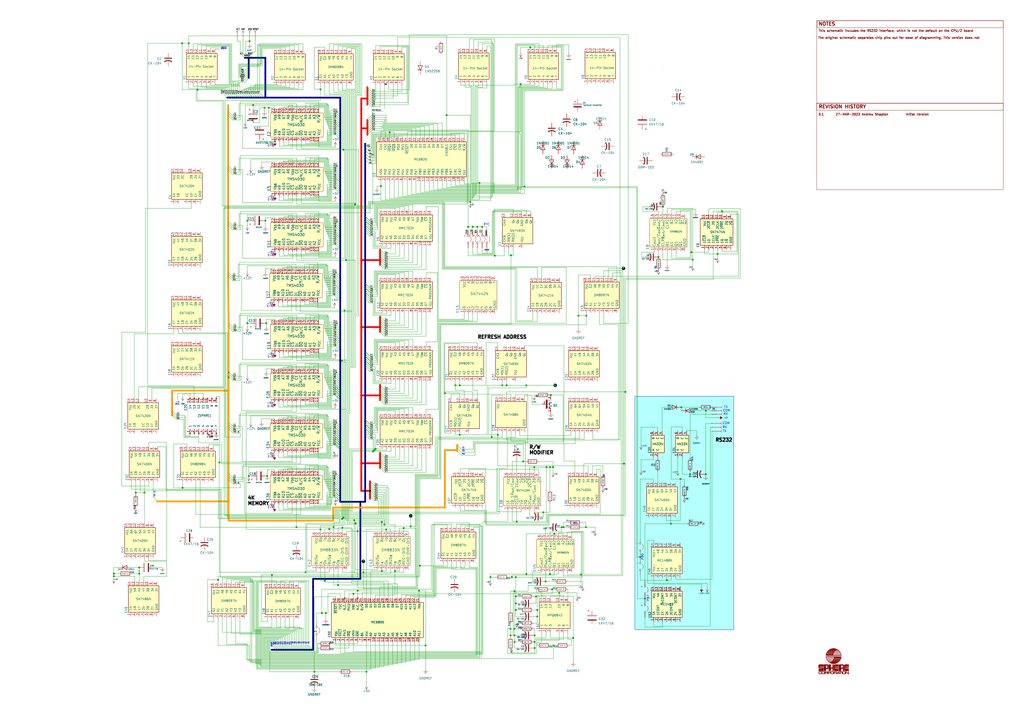
<source format=kicad_sch>
(kicad_sch (version 20230121) (generator eeschema)
  (paper "A2")
  (title_block (title "CPU/2") (date "2023-03-27") (rev "0.1") (comment 1 "                Source: https://github.com/alshapton/sphere-1") (comment 2 "                Author: Andrew Shapton") (comment 3 "                2nd-Generation SPHERE-1 CPU/2 Card"))
  (lib_symbols
    (symbol "Sphere:(SPARE)" (pin_names (offset 1.016))
      (property "Reference" "E25" (at -6.2992 10.16 0))
      (property "Value" "(SPARE)" (at 0 0 90))
      (symbol "(SPARE)_1_1"
        (pin no_connect line (at -10.16 7.62 0) (length 2.54) (name "1") (number "1"))
        (pin no_connect line (at 10.16 -2.54 180) (length 2.54) (name "10") (number "10"))
        (pin no_connect line (at 10.16 0 180) (length 2.54) (name "11") (number "11"))
        (pin no_connect line (at 10.16 2.54 180) (length 2.54) (name "12") (number "12"))
        (pin no_connect line (at 10.16 5.08 180) (length 2.54) (name "13") (number "13"))
        (pin no_connect line (at 10.16 7.62 180) (length 2.54) (name "14") (number "14"))
        (pin no_connect line (at -10.16 5.08 0) (length 2.54) (name "2") (number "2"))
        (pin no_connect line (at -10.16 2.54 0) (length 2.54) (name "3") (number "3"))
        (pin no_connect line (at -10.16 0 0) (length 2.54) (name "4") (number "4"))
        (pin no_connect line (at -10.16 -2.54 0) (length 2.54) (name "5") (number "5"))
        (pin no_connect line (at -10.16 -5.08 0) (length 2.54) (name "6") (number "6"))
        (pin no_connect line (at -10.16 -7.62 0) (length 2.54) (name "7") (number "7"))
        (pin no_connect line (at 10.16 -7.62 180) (length 2.54) (name "8") (number "8"))
        (pin no_connect line (at 10.16 -5.08 180) (length 2.54) (name "9") (number "9"))
      )
    )
    (symbol "Sphere:14-Pin Socket" (pin_names (offset 1.016))
      (property "Reference" "X?" (at -6.2992 10.16 0))
      (property "Value" "14-Pin Socket" (at 0 0 90))
      (symbol "14-Pin Socket_1_1"
        (pin passive line (at -10.16 7.62 0) (length 2.54) (name "1") (number "1"))
        (pin passive line (at 10.16 -2.54 180) (length 2.54) (name "10") (number "10"))
        (pin passive line (at 10.16 0 180) (length 2.54) (name "11") (number "11"))
        (pin passive line (at 10.16 2.54 180) (length 2.54) (name "12") (number "12"))
        (pin passive line (at 10.16 5.08 180) (length 2.54) (name "13") (number "13"))
        (pin passive line (at 10.16 7.62 180) (length 2.54) (name "14") (number "14"))
        (pin passive line (at -10.16 5.08 0) (length 2.54) (name "2") (number "2"))
        (pin passive line (at -10.16 2.54 0) (length 2.54) (name "3") (number "3"))
        (pin passive line (at -10.16 0 0) (length 2.54) (name "4") (number "4"))
        (pin passive line (at -10.16 -2.54 0) (length 2.54) (name "5") (number "5"))
        (pin passive line (at -10.16 -5.08 0) (length 2.54) (name "6") (number "6"))
        (pin passive line (at -10.16 -7.62 0) (length 2.54) (name "7") (number "7"))
        (pin passive line (at 10.16 -7.62 180) (length 2.54) (name "8") (number "8"))
        (pin passive line (at 10.16 -5.08 180) (length 2.54) (name "9") (number "9"))
      )
    )
    (symbol "Sphere:1N4001" (pin_numbers hide) (pin_names hide)
      (property "Reference" "D" (at 0 2.54 0))
      (property "Value" "1N4001" (at 0 -2.54 0))
      (symbol "1N4001_1_1"
        (pin passive line (at -3.81 0 0) (length 2.54) (name "K") (number "1"))
        (pin passive line (at 3.81 0 180) (length 2.54) (name "A") (number "2"))
      )
    )
    (symbol "Sphere:1N5225B" (pin_numbers hide) (pin_names (offset 1.016) hide)
      (property "Reference" "D" (at 0 2.54 0))
      (property "Value" "1N5225B" (at 0 -2.54 0))
      (symbol "1N5225B_1_1"
        (pin passive line (at -3.81 0 0) (length 2.54) (name "A1") (number "1"))
        (pin passive line (at 3.81 0 180) (length 2.54) (name "A2") (number "2"))
      )
    )
    (symbol "Sphere:1N914" (pin_numbers hide) (pin_names hide)
      (property "Reference" "D" (at 0 2.54 0))
      (property "Value" "1N914" (at 0 -2.54 0))
      (symbol "1N914_1_1"
        (pin passive line (at -3.81 0 0) (length 2.54) (name "K") (number "1"))
        (pin passive line (at 3.81 0 180) (length 2.54) (name "A") (number "2"))
      )
    )
    (symbol "Sphere:2N2369A" (pin_names (offset 1.016))
      (property "Reference" "Q1" (at -10.16 7.62 0))
      (symbol "2N2369A_1_1"
        (pin passive line (at 2.54 -5.08 90) (length 2.54) (name "E") (number "1"))
        (pin passive line (at -2.54 0 0) (length 2.54) (name "B") (number "2"))
        (pin passive line (at 2.54 5.08 270) (length 2.54) (name "C") (number "3"))
      )
    )
    (symbol "Sphere:4N33N" (pin_names (offset 1.016))
      (property "Reference" "E?" (at -5.0292 10.16 0))
      (property "Value" "4N33N" (at 0 5.08 90))
      (symbol "4N33N_1_1"
        (pin input line (at -8.89 7.62 0) (length 2.54) (name "A") (number "1"))
        (pin output line (at -8.89 5.08 0) (length 2.54) (name "C") (number "2"))
        (pin no_connect line (at -8.89 2.54 0) (length 2.54) hide (name "N/C") (number "3"))
        (pin output line (at 6.35 2.54 180) (length 2.54) (name "E") (number "4"))
        (pin bidirectional line (at 6.35 5.08 180) (length 2.54) (name "C") (number "5"))
        (pin input line (at 6.35 7.62 180) (length 2.54) (name "B") (number "6"))
      )
    )
    (symbol "Sphere:CK-104" (pin_numbers hide) (pin_names (offset 0.254) hide)
      (property "Reference" "C" (at 0.635 2.54 0))
      (property "Value" "CK-104" (at 0.635 -2.54 0))
      (symbol "CK-104_1_1"
        (pin passive line (at 0 3.81 270) (length 2.794) (name "~") (number "1"))
        (pin passive line (at 0 -3.81 90) (length 3.302) (name "~") (number "2"))
      )
    )
    (symbol "Sphere:DD-101" (pin_numbers hide) (pin_names (offset 0.254) hide)
      (property "Reference" "C" (at 0.635 2.54 0))
      (property "Value" "DD-101" (at 0.635 -2.54 0))
      (symbol "DD-101_1_1"
        (pin passive line (at 0 3.81 270) (length 2.794) (name "~") (number "1"))
        (pin passive line (at 0 -3.81 90) (length 3.302) (name "~") (number "2"))
      )
    )
    (symbol "Sphere:DD-680" (pin_numbers hide) (pin_names (offset 0.254) hide)
      (property "Reference" "C?" (at 0.635 2.54 0))
      (property "Value" "DD-680" (at 0.635 -2.54 0))
      (symbol "DD-680_1_1"
        (pin passive line (at 0 3.81 270) (length 2.794) (name "~") (number "1"))
        (pin passive line (at 0 -3.81 90) (length 3.302) (name "~") (number "2"))
      )
    )
    (symbol "Sphere:DDM-103" (pin_numbers hide) (pin_names (offset 0.254) hide)
      (property "Reference" "C" (at 0.635 2.54 0))
      (property "Value" "DDM-103" (at 0.635 -2.54 0))
      (symbol "DDM-103_1_1"
        (pin passive line (at 0 3.81 270) (length 2.794) (name "~") (number "1"))
        (pin passive line (at 0 -3.81 90) (length 3.302) (name "~") (number "2"))
      )
    )
    (symbol "Sphere:DDM-103'" (pin_numbers hide) (pin_names (offset 0.254) hide)
      (property "Reference" "C" (at 0.635 2.54 0))
      (property "Value" "DDM-103'" (at 0.635 -2.54 0))
      (symbol "DDM-103'_1_1"
        (pin passive line (at 0 3.81 270) (length 2.794) (name "~") (number "1"))
        (pin passive line (at 0 -3.81 90) (length 3.302) (name "~") (number "2"))
      )
    )
    (symbol "Sphere:DM8097N" (pin_names (offset 1.016))
      (property "Reference" "E?" (at -6.2992 10.16 0))
      (property "Value" "DM8097N" (at 0 0 90))
      (symbol "DM8097N_1_1"
        (pin input line (at -10.16 7.62 0) (length 2.54) (name "~{G}1") (number "1"))
        (pin input line (at 10.16 -7.62 180) (length 2.54) (name "A4") (number "10"))
        (pin output line (at 10.16 -5.08 180) (length 2.54) (name "Y5") (number "11"))
        (pin input line (at 10.16 -2.54 180) (length 2.54) (name "A5") (number "12"))
        (pin output line (at 10.16 0 180) (length 2.54) (name "Y6") (number "13"))
        (pin input line (at 10.16 2.54 180) (length 2.54) (name "A6") (number "14"))
        (pin input line (at 10.16 5.08 180) (length 2.54) (name "~{G}2") (number "15"))
        (pin power_in line (at 10.16 7.62 180) (length 2.54) (name "V_{CC}") (number "16"))
        (pin input line (at -10.16 5.08 0) (length 2.54) (name "A1") (number "2"))
        (pin output line (at -10.16 2.54 0) (length 2.54) (name "Y1") (number "3"))
        (pin input line (at -10.16 0 0) (length 2.54) (name "A2") (number "4"))
        (pin output line (at -10.16 -2.54 0) (length 2.54) (name "Y3") (number "5"))
        (pin input line (at -10.16 -5.08 0) (length 2.54) (name "A3") (number "6"))
        (pin output line (at -10.16 -7.62 0) (length 2.54) (name "Y3") (number "7"))
        (pin power_out line (at -10.16 -10.16 0) (length 2.54) (name "GND") (number "8"))
        (pin output line (at 10.16 -10.16 180) (length 2.54) (name "Y4") (number "9"))
      )
    )
    (symbol "Sphere:DM8098N" (pin_names (offset 1.016))
      (property "Reference" "E?" (at -6.2992 10.16 0))
      (property "Value" "DM8098N" (at 0 0 90))
      (symbol "DM8098N_1_1"
        (pin input line (at -10.16 7.62 0) (length 2.54) (name "~{G}1") (number "1"))
        (pin input line (at 10.16 -7.62 180) (length 2.54) (name "A4") (number "10"))
        (pin output line (at 10.16 -5.08 180) (length 2.54) (name "Y5") (number "11"))
        (pin input line (at 10.16 -2.54 180) (length 2.54) (name "A5") (number "12"))
        (pin output line (at 10.16 0 180) (length 2.54) (name "Y6") (number "13"))
        (pin input line (at 10.16 2.54 180) (length 2.54) (name "A6") (number "14"))
        (pin input line (at 10.16 5.08 180) (length 2.54) (name "~{G}2") (number "15"))
        (pin power_in line (at 10.16 7.62 180) (length 2.54) (name "V_{CC}") (number "16"))
        (pin input line (at -10.16 5.08 0) (length 2.54) (name "A1") (number "2"))
        (pin output line (at -10.16 2.54 0) (length 2.54) (name "Y1") (number "3"))
        (pin input line (at -10.16 0 0) (length 2.54) (name "A2") (number "4"))
        (pin output line (at -10.16 -2.54 0) (length 2.54) (name "Y3") (number "5"))
        (pin input line (at -10.16 -5.08 0) (length 2.54) (name "A3") (number "6"))
        (pin output line (at -10.16 -7.62 0) (length 2.54) (name "Y3") (number "7"))
        (pin power_out line (at -10.16 -10.16 0) (length 2.54) (name "GND") (number "8"))
        (pin output line (at 10.16 -10.16 180) (length 2.54) (name "Y4") (number "9"))
      )
    )
    (symbol "Sphere:DM8833N" (pin_names (offset 0.254))
      (property "Reference" "E?" (at -17.78 13.97 0))
      (property "Value" "DM8833N" (at -10.16 3.81 90))
      (symbol "DM8833N_1_1"
        (pin output line (at -21.59 10.16 0) (length 2.54) (name "BUS_{A}") (number "1"))
        (pin output line (at 0 -5.08 180) (length 2.54) (name "O_{C}") (number "10"))
        (pin input line (at 0 -2.54 180) (length 2.54) (name "I_{C}") (number "11"))
        (pin output line (at 0 0 180) (length 2.54) (name "B_{C}") (number "12"))
        (pin output line (at 0 2.54 180) (length 2.54) (name "O_{D}") (number "13"))
        (pin input line (at 0 5.08 180) (length 2.54) (name "I_{D}") (number "14"))
        (pin output line (at 0 7.62 180) (length 2.54) (name "B_{D}") (number "15"))
        (pin power_in line (at 0 10.16 180) (length 2.54) (name "V_{CC}") (number "16"))
        (pin input line (at -21.59 7.62 0) (length 2.54) (name "I_{A}") (number "2"))
        (pin output line (at -21.59 5.08 0) (length 2.54) (name "O_{A}") (number "3"))
        (pin output line (at -21.59 2.54 0) (length 2.54) (name "BUS_{B}") (number "4"))
        (pin input line (at -21.59 0 0) (length 2.54) (name "I_{B}") (number "5"))
        (pin output line (at -21.59 -2.54 0) (length 2.54) (name "O_{B}") (number "6"))
        (pin passive line (at -21.59 -5.08 0) (length 2.54) (name "REC-DIS") (number "7"))
        (pin passive line (at -21.59 -7.62 0) (length 2.54) (name "GND") (number "8"))
        (pin input line (at 0 -7.62 180) (length 2.54) (name "OVR-DIS") (number "9"))
      )
    )
    (symbol "Sphere:DM9602N" (pin_names (offset 0.254))
      (property "Reference" "E?" (at -17.78 13.97 0))
      (property "Value" "DM9602N" (at -10.16 -2.54 90))
      (symbol "DM9602N_1_1"
        (pin input line (at -21.59 10.16 0) (length 2.54) (name "C_{ext}1") (number "1"))
        (pin input line (at 0 -5.08 180) (length 2.54) (name "Q2") (number "10"))
        (pin input line (at 0 -2.54 180) (length 2.54) (name "A2") (number "11"))
        (pin output line (at 0 0 180) (length 2.54) (name "B2") (number "12"))
        (pin output line (at 0 2.54 180) (length 2.54) (name "CLR2") (number "13"))
        (pin input line (at 0 5.08 180) (length 2.54) (name "R_{ext}/C_{ext}2") (number "14"))
        (pin input line (at 0 7.62 180) (length 2.54) (name "C_{ext}2") (number "15"))
        (pin power_in line (at 0 10.16 180) (length 2.54) (name "V_{CC}") (number "16"))
        (pin input line (at -21.59 7.62 0) (length 2.54) (name "R_{ext}/C_{ext}1") (number "2"))
        (pin input line (at -21.59 5.08 0) (length 2.54) (name "CLR1") (number "3"))
        (pin output line (at -21.59 2.54 0) (length 2.54) (name "B1") (number "4"))
        (pin output line (at -21.59 0 0) (length 2.54) (name "A1") (number "5"))
        (pin input line (at -21.59 -2.54 0) (length 2.54) (name "Q1") (number "6"))
        (pin input line (at -21.59 -5.08 0) (length 2.54) (name "~{Q}1") (number "7"))
        (pin passive line (at -21.59 -7.62 0) (length 2.54) (name "GND") (number "8"))
        (pin input line (at 0 -7.62 180) (length 2.54) (name "~{Q}2") (number "9"))
      )
    )
    (symbol "Sphere:EK47/16" (pin_numbers hide) (pin_names (offset 0.254) hide)
      (property "Reference" "C" (at 2.54 7.62 0))
      (property "Value" "EK47/16" (at 2.54 2.54 0))
      (symbol "EK47/16_1_1"
        (pin passive line (at 0 5.08 270) (length 2.54) (name "~") (number "1"))
        (pin passive line (at 0 -2.54 90) (length 2.54) (name "~") (number "2"))
      )
    )
    (symbol "Sphere:Jumper_Open" (pin_names (offset 0) hide)
      (property "Reference" "JP" (at 0 2.794 0))
      (property "Value" "Jumper_Open" (at 0 -2.286 0))
      (symbol "Jumper_Open_1_1"
        (pin passive line (at -5.08 0 0) (length 2.54) (name "") (number ""))
        (pin passive line (at 5.08 0 180) (length 2.54) (name "") (number ""))
      )
    )
    (symbol "Sphere:LOGO" (pin_names (offset 1.016)))
    (symbol "Sphere:MC1488N" (pin_names (offset 1.016))
      (property "Reference" "E?" (at -6.2992 10.16 0))
      (property "Value" "MC1488N" (at 0 0 90))
      (symbol "MC1488N_1_0"
        (pin output line (at 10.16 -7.62 180) (length 2.54) (name "") (number ""))
      )
      (symbol "MC1488N_1_1"
        (pin power_in line (at -10.16 7.62 0) (length 2.54) (name "V_{CC}-") (number "1"))
        (pin input line (at 10.16 -2.54 180) (length 2.54) (name "3B") (number "10"))
        (pin output line (at 10.16 0 180) (length 2.54) (name "4Y") (number "11"))
        (pin input line (at 10.16 2.54 180) (length 2.54) (name "4A") (number "12"))
        (pin output line (at 10.16 5.08 180) (length 2.54) (name "4B") (number "13"))
        (pin power_in line (at 10.16 7.62 180) (length 2.54) (name "V_{CC}+") (number "14"))
        (pin input line (at -10.16 5.08 0) (length 2.54) (name "1A") (number "2"))
        (pin output line (at -10.16 2.54 0) (length 2.54) (name "1Y") (number "3"))
        (pin input line (at -10.16 0 0) (length 2.54) (name "2A") (number "4"))
        (pin input line (at -10.16 -2.54 0) (length 2.54) (name "2B") (number "5"))
        (pin output line (at -10.16 -5.08 0) (length 2.54) (name "2Y") (number "6"))
        (pin passive line (at -10.16 -7.62 0) (length 2.54) (name "GND") (number "7"))
        (pin output line (at 10.16 -7.62 180) (length 2.54) (name "3Y") (number "8"))
        (pin input line (at 10.16 -5.08 180) (length 2.54) (name "3A") (number "9"))
      )
    )
    (symbol "Sphere:MC1489" (pin_names (offset 1.016))
      (property "Reference" "E?" (at -6.2992 10.16 0))
      (property "Value" "MC1489" (at 0 0 90))
      (symbol "MC1489_1_0"
        (pin output line (at 10.16 -7.62 180) (length 2.54) (name "") (number ""))
      )
      (symbol "MC1489_1_1"
        (pin input line (at -10.16 7.62 0) (length 2.54) (name "1A") (number "1"))
        (pin input line (at 10.16 -2.54 180) (length 2.54) (name "3A") (number "10"))
        (pin output line (at 10.16 0 180) (length 2.54) (name "4Y") (number "11"))
        (pin input line (at 10.16 2.54 180) (length 2.54) (name "4CONT") (number "12"))
        (pin input line (at 10.16 5.08 180) (length 2.54) (name "4A") (number "13"))
        (pin power_in line (at 10.16 7.62 180) (length 2.54) (name "V_{CC}") (number "14"))
        (pin input line (at -10.16 5.08 0) (length 2.54) (name "1CONT") (number "2"))
        (pin output line (at -10.16 2.54 0) (length 2.54) (name "1Y") (number "3"))
        (pin input line (at -10.16 0 0) (length 2.54) (name "2A") (number "4"))
        (pin input line (at -10.16 -2.54 0) (length 2.54) (name "2CONT") (number "5"))
        (pin output line (at -10.16 -5.08 0) (length 2.54) (name "2Y") (number "6"))
        (pin passive line (at -10.16 -7.62 0) (length 2.54) (name "GND") (number "7"))
        (pin output line (at 10.16 -7.62 180) (length 2.54) (name "3Y") (number "8"))
        (pin input line (at 10.16 -5.08 180) (length 2.54) (name "3CONT") (number "9"))
      )
    )
    (symbol "Sphere:MC6800"
      (property "Reference" "E" (at -8.89 34.29 0))
      (property "Value" "MC6800" (at -1.27 10.16 90))
      (symbol "MC6800_1_1"
        (pin power_in line (at -12.7 30.48 0) (length 2.54) (name "V_{SS}") (number "1"))
        (pin output line (at -12.7 7.62 0) (length 2.54) (name "A1") (number "10"))
        (pin output line (at -12.7 5.08 0) (length 2.54) (name "A2") (number "11"))
        (pin output line (at -12.7 2.54 0) (length 2.54) (name "A3") (number "12"))
        (pin output line (at -12.7 0 0) (length 2.54) (name "A4") (number "13"))
        (pin output line (at -12.7 -2.54 0) (length 2.54) (name "A5") (number "14"))
        (pin output line (at -12.7 -5.08 0) (length 2.54) (name "A6") (number "15"))
        (pin output line (at -12.7 -7.62 0) (length 2.54) (name "A7") (number "16"))
        (pin output line (at -12.7 -10.16 0) (length 2.54) (name "A8") (number "17"))
        (pin output line (at -12.7 -12.7 0) (length 2.54) (name "A9") (number "18"))
        (pin output line (at -12.7 -15.24 0) (length 2.54) (name "A10") (number "19"))
        (pin input line (at -12.7 27.94 0) (length 2.54) (name "~{HALT}") (number "2"))
        (pin output line (at -12.7 -17.78 0) (length 2.54) (name "A11") (number "20"))
        (pin power_in line (at 12.7 -17.78 180) (length 2.54) (name "V_{SS}") (number "21"))
        (pin output line (at 12.7 -15.24 180) (length 2.54) (name "A12") (number "22"))
        (pin output line (at 12.7 -12.7 180) (length 2.54) (name "A13") (number "23"))
        (pin output line (at 12.7 -10.16 180) (length 2.54) (name "A14") (number "24"))
        (pin output line (at 12.7 -7.62 180) (length 2.54) (name "A15") (number "25"))
        (pin bidirectional line (at 12.7 -5.08 180) (length 2.54) (name "D7") (number "26"))
        (pin bidirectional line (at 12.7 -2.54 180) (length 2.54) (name "D6") (number "27"))
        (pin bidirectional line (at 12.7 0 180) (length 2.54) (name "D5") (number "28"))
        (pin bidirectional line (at 12.7 2.54 180) (length 2.54) (name "D4") (number "29"))
        (pin input line (at -12.7 25.4 0) (length 2.54) (name "Phi1") (number "3"))
        (pin bidirectional line (at 12.7 5.08 180) (length 2.54) (name "D3") (number "30"))
        (pin bidirectional line (at 12.7 7.62 180) (length 2.54) (name "D2") (number "31"))
        (pin bidirectional line (at 12.7 10.16 180) (length 2.54) (name "D1") (number "32"))
        (pin bidirectional line (at 12.7 12.7 180) (length 2.54) (name "D0") (number "33"))
        (pin output line (at 12.7 15.24 180) (length 2.54) (name "R/~{W}") (number "34"))
        (pin no_connect line (at 12.7 17.78 180) (length 2.54) (name "N.C.") (number "35"))
        (pin input line (at 12.7 20.32 180) (length 2.54) (name "DBE") (number "36"))
        (pin input line (at 12.7 22.86 180) (length 2.54) (name "Phi2") (number "37"))
        (pin no_connect line (at 12.7 25.4 180) (length 2.54) (name "N.C.") (number "38"))
        (pin input line (at 12.7 27.94 180) (length 2.54) (name "TSC") (number "39"))
        (pin input line (at -12.7 22.86 0) (length 2.54) (name "~{IRQ}") (number "4"))
        (pin input line (at 12.7 30.48 180) (length 2.54) (name "~{RESET}") (number "40"))
        (pin output line (at -12.7 20.32 0) (length 2.54) (name "VMA") (number "5"))
        (pin input line (at -12.7 17.78 0) (length 2.54) (name "~{NMI}") (number "6"))
        (pin output line (at -12.7 15.24 0) (length 2.54) (name "BA") (number "7"))
        (pin power_in line (at -12.7 12.7 0) (length 2.54) (name "V_{CC}") (number "8"))
        (pin output line (at -12.7 10.16 0) (length 2.54) (name "A0") (number "9"))
      )
    )
    (symbol "Sphere:MC6820" (pin_names (offset 1.016))
      (property "Reference" "E3" (at -35.56 -8.89 90))
      (property "Value" "MC6820" (at -8.89 -1.27 90))
      (symbol "MC6820_1_1"
        (pin power_in line (at -12.7 30.48 0) (length 2.54) (name "VSS") (number "1"))
        (pin bidirectional line (at -12.7 7.62 0) (length 2.54) (name "PB0") (number "10"))
        (pin bidirectional line (at -12.7 5.08 0) (length 2.54) (name "PB1") (number "11"))
        (pin bidirectional line (at -12.7 2.54 0) (length 2.54) (name "PB2") (number "12"))
        (pin bidirectional line (at -12.7 0 0) (length 2.54) (name "PB3") (number "13"))
        (pin bidirectional line (at -12.7 -2.54 0) (length 2.54) (name "PB4") (number "14"))
        (pin bidirectional line (at -12.7 -5.08 0) (length 2.54) (name "PB5") (number "15"))
        (pin bidirectional line (at -12.7 -7.62 0) (length 2.54) (name "PB6") (number "16"))
        (pin bidirectional line (at -12.7 -10.16 0) (length 2.54) (name "PB7") (number "17"))
        (pin input line (at -12.7 -12.7 0) (length 2.54) (name "CB1") (number "18"))
        (pin bidirectional line (at -12.7 -15.24 0) (length 2.54) (name "CB2") (number "19"))
        (pin bidirectional line (at -12.7 27.94 0) (length 2.54) (name "PA0") (number "2"))
        (pin power_in line (at -12.7 -17.78 0) (length 2.54) (name "V_{CC}") (number "20"))
        (pin input line (at 12.7 -17.78 180) (length 2.54) (name "R/~{W}") (number "21"))
        (pin input line (at 12.7 -15.24 180) (length 2.54) (name "CS0") (number "22"))
        (pin input line (at 12.7 -12.7 180) (length 2.54) (name "~{CS2}") (number "23"))
        (pin input line (at 12.7 -10.16 180) (length 2.54) (name "CS1") (number "24"))
        (pin input line (at 12.7 -7.62 180) (length 2.54) (name "ENABLE") (number "25"))
        (pin bidirectional line (at 12.7 -5.08 180) (length 2.54) (name "D7") (number "26"))
        (pin bidirectional line (at 12.7 -2.54 180) (length 2.54) (name "D6") (number "27"))
        (pin bidirectional line (at 12.7 0 180) (length 2.54) (name "D5") (number "28"))
        (pin bidirectional line (at 12.7 2.54 180) (length 2.54) (name "D4") (number "29"))
        (pin bidirectional line (at -12.7 25.4 0) (length 2.54) (name "PA1") (number "3"))
        (pin bidirectional line (at 12.7 5.08 180) (length 2.54) (name "D3") (number "30"))
        (pin bidirectional line (at 12.7 7.62 180) (length 2.54) (name "D2") (number "31"))
        (pin bidirectional line (at 12.7 10.16 180) (length 2.54) (name "D1") (number "32"))
        (pin bidirectional line (at 12.7 12.7 180) (length 2.54) (name "D0") (number "33"))
        (pin input line (at 12.7 15.24 180) (length 2.54) (name "~{RESET}") (number "34"))
        (pin input line (at 12.7 17.78 180) (length 2.54) (name "RS1") (number "35"))
        (pin input line (at 12.7 20.32 180) (length 2.54) (name "RS0") (number "36"))
        (pin open_collector line (at 12.7 22.86 180) (length 2.54) (name "~{IRQB}") (number "37"))
        (pin open_collector line (at 12.7 25.4 180) (length 2.54) (name "~{IRQA}") (number "38"))
        (pin bidirectional line (at 12.7 27.94 180) (length 2.54) (name "CA2") (number "39"))
        (pin bidirectional line (at -12.7 22.86 0) (length 2.54) (name "PA2") (number "4"))
        (pin input line (at 12.7 30.48 180) (length 2.54) (name "CA1") (number "40"))
        (pin bidirectional line (at -12.7 20.32 0) (length 2.54) (name "PA3") (number "5"))
        (pin bidirectional line (at -12.7 17.78 0) (length 2.54) (name "PA4") (number "6"))
        (pin bidirectional line (at -12.7 15.24 0) (length 2.54) (name "PA5") (number "7"))
        (pin bidirectional line (at -12.7 12.7 0) (length 2.54) (name "PA6") (number "8"))
        (pin bidirectional line (at -12.7 10.16 0) (length 2.54) (name "PA7") (number "9"))
      )
    )
    (symbol "Sphere:MM1702A" (pin_names (offset 1.016))
      (property "Reference" "E" (at -8.8392 15.24 0))
      (property "Value" "MM1702A" (at -2.54 -1.27 90))
      (symbol "MM1702A_1_0"
        (pin input line (at 7.62 -15.24 180) (length 2.54) (name "PROGRAM") (number "13"))
        (pin bidirectional line (at 7.62 -10.16 180) (length 2.54) (name "V_{BB}") (number "15"))
        (pin bidirectional line (at 7.62 -7.62 180) (length 2.54) (name "V_{GG}") (number "16"))
      )
      (symbol "MM1702A_1_1"
        (pin input line (at -12.7 12.7 0) (length 2.54) (name "A2") (number "1"))
        (pin output line (at -12.7 -10.16 0) (length 2.54) (name "D6") (number "10"))
        (pin output line (at -12.7 -12.7 0) (length 2.54) (name "D7") (number "11"))
        (pin bidirectional line (at -12.7 -15.24 0) (length 2.54) (name "V_{CC}") (number "12"))
        (pin input line (at 7.62 -12.7 180) (length 2.54) (name "~{CS}") (number "14"))
        (pin input line (at 7.62 -5.08 180) (length 2.54) (name "A7") (number "17"))
        (pin input line (at 7.62 -2.54 180) (length 2.54) (name "A6") (number "18"))
        (pin input line (at 7.62 0 180) (length 2.54) (name "A5") (number "19"))
        (pin input line (at -12.7 10.16 0) (length 2.54) (name "A1") (number "2"))
        (pin input line (at 7.62 2.54 180) (length 2.54) (name "A4") (number "20"))
        (pin input line (at 7.62 5.08 180) (length 2.54) (name "A3") (number "21"))
        (pin bidirectional line (at 7.62 7.62 180) (length 2.54) (name "V_{CC}") (number "22"))
        (pin bidirectional line (at 7.62 10.16 180) (length 2.54) (name "V_{CC}") (number "23"))
        (pin bidirectional line (at 7.62 12.7 180) (length 2.54) (name "V_{DO}") (number "24"))
        (pin input line (at -12.7 7.62 0) (length 2.54) (name "A0") (number "3"))
        (pin output line (at -12.7 5.08 0) (length 2.54) (name "D0") (number "4"))
        (pin output line (at -12.7 2.54 0) (length 2.54) (name "D1") (number "5"))
        (pin output line (at -12.7 0 0) (length 2.54) (name "D2") (number "6"))
        (pin output line (at -12.7 -2.54 0) (length 2.54) (name "D3") (number "7"))
        (pin output line (at -12.7 -5.08 0) (length 2.54) (name "D4") (number "8"))
        (pin output line (at -12.7 -7.62 0) (length 2.54) (name "D5") (number "9"))
      )
    )
    (symbol "Sphere:MPQ6842" (pin_names (offset 1.016))
      (property "Reference" "E?" (at -6.2992 10.16 0))
      (property "Value" "MPQ6842" (at 0 0 90))
      (symbol "MPQ6842_1_1"
        (pin open_collector line (at -10.16 7.62 0) (length 2.54) (name "1") (number "1"))
        (pin open_emitter line (at 10.16 -2.54 180) (length 2.54) (name "10") (number "10"))
        (pin no_connect line (at 10.16 0 180) (length 2.54) hide (name "11") (number "11"))
        (pin open_emitter line (at 10.16 2.54 180) (length 2.54) (name "12") (number "12"))
        (pin passive line (at 10.16 5.08 180) (length 2.54) (name "13") (number "13"))
        (pin open_collector line (at 10.16 7.62 180) (length 2.54) (name "14") (number "14"))
        (pin passive line (at -10.16 5.08 0) (length 2.54) (name "2") (number "2"))
        (pin open_emitter line (at -10.16 2.54 0) (length 2.54) (name "3") (number "3"))
        (pin no_connect line (at -10.16 0 0) (length 2.54) hide (name "4") (number "4"))
        (pin open_emitter line (at -10.16 -2.54 0) (length 2.54) (name "5") (number "5"))
        (pin passive line (at -10.16 -5.08 0) (length 2.54) (name "6") (number "6"))
        (pin open_collector line (at -10.16 -7.62 0) (length 2.54) (name "7") (number "7"))
        (pin open_collector line (at 10.16 -7.62 180) (length 2.54) (name "8") (number "8"))
        (pin passive line (at 10.16 -5.08 180) (length 2.54) (name "9") (number "9"))
      )
    )
    (symbol "Sphere:NULL" (pin_numbers hide) (pin_names (offset 0) hide) (in_bom no)
      (symbol "NULL_1_1"
        (pin passive line (at -5.08 0 0) (length 2.54) (name "0") (number "0"))
      )
    )
    (symbol "Sphere:RC07GF100" (pin_numbers hide) (pin_names (offset 0))
      (property "Reference" "R" (at 2.032 0 90))
      (property "Value" "10 Ohm  ¼W" (at 0 0 90))
      (symbol "RC07GF100_1_1"
        (pin passive line (at 0 3.81 270) (length 1.27) (name "~") (number "1"))
        (pin passive line (at 0 -3.81 90) (length 1.27) (name "~") (number "2"))
      )
    )
    (symbol "Sphere:RC07GF101" (pin_numbers hide) (pin_names (offset 0))
      (property "Reference" "R" (at 2.032 0 90))
      (property "Value" "100 Ohm  ¼W" (at 0 0 90))
      (symbol "RC07GF101_1_1"
        (pin passive line (at 0 3.81 270) (length 1.27) (name "~") (number "1"))
        (pin passive line (at 0 -3.81 90) (length 1.27) (name "~") (number "2"))
      )
    )
    (symbol "Sphere:RC07GF102" (pin_numbers hide) (pin_names (offset 0))
      (property "Reference" "R" (at 2.032 0 90))
      (property "Value" "1 kOhm  ¼W" (at 0 0 90))
      (symbol "RC07GF102_1_1"
        (pin passive line (at 0 3.81 270) (length 1.27) (name "~") (number "1"))
        (pin passive line (at 0 -3.81 90) (length 1.27) (name "~") (number "2"))
      )
    )
    (symbol "Sphere:RC07GF103" (pin_numbers hide) (pin_names (offset 0))
      (property "Reference" "R" (at 2.032 0 90))
      (property "Value" "10 kOhm  ¼W" (at 0 0 90))
      (symbol "RC07GF103_1_1"
        (pin passive line (at 0 3.81 270) (length 1.27) (name "~") (number "1"))
        (pin passive line (at 0 -3.81 90) (length 1.27) (name "~") (number "2"))
      )
    )
    (symbol "Sphere:RC07GF153" (pin_numbers hide) (pin_names (offset 0))
      (property "Reference" "R" (at 2.032 0 90))
      (property "Value" "15 kOhm  ¼W" (at 0 0 90))
      (symbol "RC07GF153_1_1"
        (pin passive line (at 0 3.81 270) (length 1.27) (name "~") (number "1"))
        (pin passive line (at 0 -3.81 90) (length 1.27) (name "~") (number "2"))
      )
    )
    (symbol "Sphere:RC07GF202" (pin_numbers hide) (pin_names (offset 0))
      (property "Reference" "R" (at 2.032 0 90))
      (property "Value" "2 kOhm  ¼W" (at 0 0 90))
      (symbol "RC07GF202_1_1"
        (pin passive line (at 0 3.81 270) (length 1.27) (name "~") (number "1"))
        (pin passive line (at 0 -3.81 90) (length 1.27) (name "~") (number "2"))
      )
    )
    (symbol "Sphere:RC07GF220" (pin_numbers hide) (pin_names (offset 0))
      (property "Reference" "R" (at 2.032 0 90))
      (property "Value" "22 Ohm  ¼W" (at 0 0 90))
      (symbol "RC07GF220_1_1"
        (pin passive line (at 0 3.81 270) (length 1.27) (name "~") (number "1"))
        (pin passive line (at 0 -3.81 90) (length 1.27) (name "~") (number "2"))
      )
    )
    (symbol "Sphere:RC07GF332" (pin_numbers hide) (pin_names (offset 0))
      (property "Reference" "R" (at 2.032 0 90))
      (property "Value" "3.3 kOhm  ¼W" (at 0 0 90))
      (symbol "RC07GF332_1_1"
        (pin passive line (at 0 3.81 270) (length 1.27) (name "~") (number "1"))
        (pin passive line (at 0 -3.81 90) (length 1.27) (name "~") (number "2"))
      )
    )
    (symbol "Sphere:RC07GF363" (pin_numbers hide) (pin_names (offset 0))
      (property "Reference" "R" (at 2.032 0 90))
      (property "Value" "36 kOhm  ¼W" (at 0 0 90))
      (symbol "RC07GF363_1_1"
        (pin passive line (at 0 3.81 270) (length 1.27) (name "~") (number "1"))
        (pin passive line (at 0 -3.81 90) (length 1.27) (name "~") (number "2"))
      )
    )
    (symbol "Sphere:RC07GF471" (pin_numbers hide) (pin_names (offset 0))
      (property "Reference" "R" (at 2.032 0 90))
      (property "Value" "470 Ohm  ¼W" (at 0 0 90))
      (symbol "RC07GF471_1_1"
        (pin passive line (at 0 3.81 270) (length 1.27) (name "~") (number "1"))
        (pin passive line (at 0 -3.81 90) (length 1.27) (name "~") (number "2"))
      )
    )
    (symbol "Sphere:RC07GF472" (pin_numbers hide) (pin_names (offset 0))
      (property "Reference" "R" (at 2.032 0 90))
      (property "Value" "4.7 kOhm  ¼W" (at 0 0 90))
      (symbol "RC07GF472_1_1"
        (pin passive line (at 0 3.81 270) (length 1.27) (name "~") (number "1"))
        (pin passive line (at 0 -3.81 90) (length 1.27) (name "~") (number "2"))
      )
    )
    (symbol "Sphere:RC07GF511" (pin_numbers hide) (pin_names (offset 0))
      (property "Reference" "R" (at 2.032 0 90))
      (property "Value" "512 Ohm  ¼W" (at 0 0 90))
      (symbol "RC07GF511_1_1"
        (pin passive line (at 0 3.81 270) (length 1.27) (name "~") (number "1"))
        (pin passive line (at 0 -3.81 90) (length 1.27) (name "~") (number "2"))
      )
    )
    (symbol "Sphere:RC32GF112" (pin_numbers hide) (pin_names (offset 0))
      (property "Reference" "R" (at 2.032 0 90))
      (property "Value" "1.1 kOhm  1W" (at 0 0 90))
      (symbol "RC32GF112_1_1"
        (pin passive line (at 0 3.81 270) (length 1.27) (name "~") (number "1"))
        (pin passive line (at 0 -3.81 90) (length 1.27) (name "~") (number "2"))
      )
    )
    (symbol "Sphere:RC32GF821" (pin_numbers hide) (pin_names (offset 0))
      (property "Reference" "R" (at 2.032 0 90))
      (property "Value" "820 Ohm  1W" (at 0 0 90))
      (symbol "RC32GF821_1_1"
        (pin passive line (at 0 3.81 270) (length 1.27) (name "~") (number "1"))
        (pin passive line (at 0 -3.81 90) (length 1.27) (name "~") (number "2"))
      )
    )
    (symbol "Sphere:RC42GF131" (pin_numbers hide) (pin_names (offset 0))
      (property "Reference" "R" (at 2.032 0 90))
      (property "Value" "130 Ohm  2W" (at 0 0 90))
      (symbol "RC42GF131_1_1"
        (pin passive line (at 0 3.81 270) (length 1.27) (name "~") (number "1"))
        (pin passive line (at 0 -3.81 90) (length 1.27) (name "~") (number "2"))
      )
    )
    (symbol "Sphere:RC42GF333" (pin_numbers hide) (pin_names (offset 0))
      (property "Reference" "R" (at 2.032 0 90))
      (property "Value" "33 kOhm  ¼W" (at 0 0 90))
      (symbol "RC42GF333_1_1"
        (pin passive line (at 0 3.81 270) (length 1.27) (name "~") (number "1"))
        (pin passive line (at 0 -3.81 90) (length 1.27) (name "~") (number "2"))
      )
    )
    (symbol "Sphere:RNC65H1102F" (pin_numbers hide) (pin_names (offset 0))
      (property "Reference" "R" (at 2.032 0 90))
      (property "Value" "11 kOhm  ¼W" (at 0 0 90))
      (symbol "RNC65H1102F_1_1"
        (pin passive line (at 0 3.81 270) (length 1.27) (name "~") (number "1"))
        (pin passive line (at 0 -3.81 90) (length 1.27) (name "~") (number "2"))
      )
    )
    (symbol "Sphere:RNC65H2712F" (pin_numbers hide) (pin_names (offset 0))
      (property "Reference" "R" (at 2.032 0 90))
      (property "Value" "27.1 kOhm  ¼W  " (at 0 0 90))
      (symbol "RNC65H2712F_1_1"
        (pin passive line (at 0 3.81 270) (length 1.27) (name "~") (number "1"))
        (pin passive line (at 0 -3.81 90) (length 1.27) (name "~") (number "2"))
      )
    )
    (symbol "Sphere:Resistor (R14)" (pin_numbers hide) (pin_names (offset 0))
      (property "Reference" "R" (at 2.032 0 90))
      (property "Value" "Resistor (R14)    " (at 0 0 90))
      (symbol "Resistor (R14)_1_1"
        (pin passive line (at 0 3.81 270) (length 1.27) (name "~") (number "1"))
        (pin passive line (at 0 -3.81 90) (length 1.27) (name "~") (number "2"))
      )
    )
    (symbol "Sphere:SN7400N" (pin_names (offset 1.016))
      (property "Reference" "E?" (at -6.2992 10.16 0))
      (property "Value" "SN7400N" (at 0 0 90))
      (symbol "SN7400N_1_1"
        (pin input line (at -10.16 7.62 0) (length 2.54) (name "1A") (number "1"))
        (pin input line (at 10.16 -2.54 180) (length 2.54) (name "3A") (number "10"))
        (pin output line (at 10.16 0 180) (length 2.54) (name "4Y") (number "11"))
        (pin input line (at 10.16 2.54 180) (length 2.54) (name "4B") (number "12"))
        (pin input line (at 10.16 5.08 180) (length 2.54) (name "4A") (number "13"))
        (pin input line (at 10.16 7.62 180) (length 2.54) (name "V_{CC}") (number "14"))
        (pin input line (at -10.16 5.08 0) (length 2.54) (name "1B") (number "2"))
        (pin output line (at -10.16 2.54 0) (length 2.54) (name "1Y") (number "3"))
        (pin input line (at -10.16 0 0) (length 2.54) (name "2A") (number "4"))
        (pin input line (at -10.16 -2.54 0) (length 2.54) (name "2B") (number "5"))
        (pin output line (at -10.16 -5.08 0) (length 2.54) (name "2Y") (number "6"))
        (pin power_out line (at -10.16 -7.62 0) (length 2.54) (name "GND") (number "7"))
        (pin output line (at 10.16 -7.62 180) (length 2.54) (name "3Y") (number "8"))
        (pin input line (at 10.16 -5.08 180) (length 2.54) (name "3B") (number "9"))
      )
    )
    (symbol "Sphere:SN7402N" (pin_names (offset 1.016))
      (property "Reference" "E" (at -6.2992 10.16 0))
      (property "Value" "SN7402N" (at 0 0 90))
      (symbol "SN7402N_1_1"
        (pin output line (at -10.16 7.62 0) (length 2.54) (name "1Y") (number "1"))
        (pin output line (at 10.16 -2.54 180) (length 2.54) (name "3Y") (number "10"))
        (pin output line (at 10.16 0 180) (length 2.54) (name "4A") (number "11"))
        (pin input line (at 10.16 2.54 180) (length 2.54) (name "4B") (number "12"))
        (pin output line (at 10.16 5.08 180) (length 2.54) (name "4Y") (number "13"))
        (pin power_in line (at 10.16 7.62 180) (length 2.54) (name "V_{CC}") (number "14"))
        (pin input line (at -10.16 5.08 0) (length 2.54) (name "1A") (number "2"))
        (pin input line (at -10.16 2.54 0) (length 2.54) (name "1B") (number "3"))
        (pin output line (at -10.16 0 0) (length 2.54) (name "2Y") (number "4"))
        (pin input line (at -10.16 -2.54 0) (length 2.54) (name "2A") (number "5"))
        (pin input line (at -10.16 -5.08 0) (length 2.54) (name "2B") (number "6"))
        (pin power_in line (at -10.16 -7.62 0) (length 2.54) (name "GND") (number "7"))
        (pin input line (at 10.16 -7.62 180) (length 2.54) (name "3A") (number "8"))
        (pin input line (at 10.16 -5.08 180) (length 2.54) (name "3B") (number "9"))
      )
    )
    (symbol "Sphere:SN7404N" (pin_names (offset 1.016))
      (property "Reference" "E" (at -6.2992 10.16 0))
      (property "Value" "SN7404N" (at 0 0 90))
      (symbol "SN7404N_1_1"
        (pin input line (at -10.16 7.62 0) (length 2.54) (name "1A") (number "1"))
        (pin output line (at 10.16 -2.54 180) (length 2.54) (name "5Y") (number "10"))
        (pin input line (at 10.16 0 180) (length 2.54) (name "5A") (number "11"))
        (pin output line (at 10.16 2.54 180) (length 2.54) (name "6Y") (number "12"))
        (pin input line (at 10.16 5.08 180) (length 2.54) (name "6A") (number "13"))
        (pin power_in line (at 10.16 7.62 180) (length 2.54) (name "V_{CC}") (number "14"))
        (pin output line (at -10.16 5.08 0) (length 2.54) (name "1Y") (number "2"))
        (pin input line (at -10.16 2.54 0) (length 2.54) (name "2A") (number "3"))
        (pin output line (at -10.16 0 0) (length 2.54) (name "2Y") (number "4"))
        (pin input line (at -10.16 -2.54 0) (length 2.54) (name "3A") (number "5"))
        (pin output line (at -10.16 -5.08 0) (length 2.54) (name "3Y") (number "6"))
        (pin power_in line (at -10.16 -7.62 0) (length 2.54) (name "GND") (number "7"))
        (pin output line (at 10.16 -7.62 180) (length 2.54) (name "4Y") (number "8"))
        (pin input line (at 10.16 -5.08 180) (length 2.54) (name "4A") (number "9"))
      )
    )
    (symbol "Sphere:SN7405N" (pin_names (offset 1.016))
      (property "Reference" "E" (at -6.2992 10.16 0))
      (property "Value" "SN7405N" (at 0 0 90))
      (symbol "SN7405N_1_1"
        (pin input line (at -10.16 7.62 0) (length 2.54) (name "1A") (number "1"))
        (pin output line (at 10.16 -2.54 180) (length 2.54) (name "5Y") (number "10"))
        (pin input line (at 10.16 0 180) (length 2.54) (name "5A") (number "11"))
        (pin output line (at 10.16 2.54 180) (length 2.54) (name "6Y") (number "12"))
        (pin input line (at 10.16 5.08 180) (length 2.54) (name "6A") (number "13"))
        (pin power_in line (at 10.16 7.62 180) (length 2.54) (name "V_{CC}") (number "14"))
        (pin output line (at -10.16 5.08 0) (length 2.54) (name "1Y") (number "2"))
        (pin input line (at -10.16 2.54 0) (length 2.54) (name "2A") (number "3"))
        (pin output line (at -10.16 0 0) (length 2.54) (name "2Y") (number "4"))
        (pin input line (at -10.16 -2.54 0) (length 2.54) (name "3A") (number "5"))
        (pin output line (at -10.16 -5.08 0) (length 2.54) (name "3Y") (number "6"))
        (pin power_in line (at -10.16 -7.62 0) (length 2.54) (name "GND") (number "7"))
        (pin output line (at 10.16 -7.62 180) (length 2.54) (name "4Y") (number "8"))
        (pin passive line (at 10.16 -5.08 180) (length 2.54) (name "4A") (number "9"))
      )
    )
    (symbol "Sphere:SN7408N" (pin_names (offset 1.016))
      (property "Reference" "E" (at -6.2992 10.16 0))
      (property "Value" "SN7408N" (at 0 0 90))
      (symbol "SN7408N_1_1"
        (pin input line (at -10.16 7.62 0) (length 2.54) (name "") (number "1"))
        (pin passive line (at 10.16 -2.54 180) (length 2.54) (name "") (number "10"))
        (pin output line (at 10.16 0 180) (length 2.54) (name "") (number "11"))
        (pin input line (at 10.16 2.54 180) (length 2.54) (name "") (number "12"))
        (pin input line (at 10.16 5.08 180) (length 2.54) (name "") (number "13"))
        (pin power_in line (at 10.16 7.62 180) (length 2.54) (name "V_{CC}") (number "14"))
        (pin input line (at -10.16 5.08 0) (length 2.54) (name "") (number "2"))
        (pin output line (at -10.16 2.54 0) (length 2.54) (name "") (number "3"))
        (pin input line (at -10.16 0 0) (length 2.54) (name "") (number "4"))
        (pin input line (at -10.16 -2.54 0) (length 2.54) (name "") (number "5"))
        (pin output line (at -10.16 -5.08 0) (length 2.54) (name "") (number "6"))
        (pin power_in line (at -10.16 -7.62 0) (length 2.54) (name "GND") (number "7"))
        (pin output line (at 10.16 -7.62 180) (length 2.54) (name "") (number "8"))
        (pin passive line (at 10.16 -5.08 180) (length 2.54) (name "") (number "9"))
      )
    )
    (symbol "Sphere:SN7411N" (pin_names (offset 1.016))
      (property "Reference" "E?" (at -6.2992 10.16 0))
      (property "Value" "SN7411N" (at 0 0 90))
      (symbol "SN7411N_1_0"
        (pin output line (at 10.16 -7.62 180) (length 2.54) (name "") (number ""))
      )
      (symbol "SN7411N_1_1"
        (pin input line (at -10.16 7.62 0) (length 2.54) (name "1A") (number "1"))
        (pin input line (at 10.16 -2.54 180) (length 2.54) (name "3B") (number "10"))
        (pin input line (at 10.16 0 180) (length 2.54) (name "3C") (number "11"))
        (pin output line (at 10.16 2.54 180) (length 2.54) (name "1Y") (number "12"))
        (pin input line (at 10.16 5.08 180) (length 2.54) (name "1C") (number "13"))
        (pin power_in line (at 10.16 7.62 180) (length 2.54) (name "V_{CC}") (number "14"))
        (pin input line (at -10.16 5.08 0) (length 2.54) (name "1B") (number "2"))
        (pin input line (at -10.16 2.54 0) (length 2.54) (name "2A") (number "3"))
        (pin input line (at -10.16 0 0) (length 2.54) (name "2B") (number "4"))
        (pin input line (at -10.16 -2.54 0) (length 2.54) (name "2C") (number "5"))
        (pin output line (at -10.16 -5.08 0) (length 2.54) (name "2Y") (number "6"))
        (pin passive line (at -10.16 -7.62 0) (length 2.54) (name "GND") (number "7"))
        (pin output line (at 10.16 -7.62 180) (length 2.54) (name "3Y") (number "8"))
        (pin input line (at 10.16 -5.08 180) (length 2.54) (name "3A") (number "9"))
      )
    )
    (symbol "Sphere:SN74123N" (pin_names (offset 0.254))
      (property "Reference" "E?" (at -17.78 13.97 0))
      (property "Value" "SN74123N" (at -10.16 1.27 90))
      (symbol "SN74123N_1_1"
        (pin input line (at -21.59 10.16 0) (length 2.54) (name "1A") (number "1"))
        (pin input line (at 0 -5.08 180) (length 2.54) (name "2B") (number "10"))
        (pin input line (at 0 -2.54 180) (length 2.54) (name "2~{CLR}") (number "11"))
        (pin output line (at 0 0 180) (length 2.54) (name "2~{Q}") (number "12"))
        (pin output line (at 0 2.54 180) (length 2.54) (name "1Q") (number "13"))
        (pin input line (at 0 5.08 180) (length 2.54) (name "1C_{ext}") (number "14"))
        (pin input line (at 0 7.62 180) (length 2.54) (name "1R_{ext}/C_{ext}") (number "15"))
        (pin power_in line (at 0 10.16 180) (length 2.54) (name "V_{CC}") (number "16"))
        (pin input line (at -21.59 7.62 0) (length 2.54) (name "1B") (number "2"))
        (pin input line (at -21.59 5.08 0) (length 2.54) (name "1~{CLR}") (number "3"))
        (pin output line (at -21.59 2.54 0) (length 2.54) (name "1~{Q}") (number "4"))
        (pin output line (at -21.59 0 0) (length 2.54) (name "2Q") (number "5"))
        (pin input line (at -21.59 -2.54 0) (length 2.54) (name "2C_{ext}") (number "6"))
        (pin input line (at -21.59 -5.08 0) (length 2.54) (name "2R_{ext}/C_{ext}") (number "7"))
        (pin passive line (at -21.59 -7.62 0) (length 2.54) (name "GND") (number "8"))
        (pin input line (at 0 -7.62 180) (length 2.54) (name "2A") (number "9"))
      )
    )
    (symbol "Sphere:SN7420N" (pin_names (offset 1.016))
      (property "Reference" "E" (at -6.2992 10.16 0))
      (property "Value" "SN7420N" (at 0 0 90))
      (symbol "SN7420N_1_1"
        (pin input line (at -10.16 7.62 0) (length 2.54) (name "1A") (number "1"))
        (pin passive line (at 10.16 -2.54 180) (length 2.54) (name "2B") (number "10"))
        (pin no_connect line (at 10.16 0 180) (length 2.54) hide (name "11") (number "11"))
        (pin passive line (at 10.16 2.54 180) (length 2.54) (name "2C") (number "12"))
        (pin input line (at 10.16 5.08 180) (length 2.54) (name "2D") (number "13"))
        (pin power_in line (at 10.16 7.62 180) (length 2.54) (name "V_{CC}") (number "14"))
        (pin input line (at -10.16 5.08 0) (length 2.54) (name "1B") (number "2"))
        (pin no_connect line (at -10.16 2.54 0) (length 2.54) hide (name "N/C") (number "3"))
        (pin input line (at -10.16 0 0) (length 2.54) (name "1C") (number "4"))
        (pin input line (at -10.16 -2.54 0) (length 2.54) (name "1D") (number "5"))
        (pin output line (at -10.16 -5.08 0) (length 2.54) (name "1Y") (number "6"))
        (pin power_in line (at -10.16 -7.62 0) (length 2.54) (name "GND") (number "7"))
        (pin output line (at 10.16 -7.62 180) (length 2.54) (name "2Y") (number "8"))
        (pin passive line (at 10.16 -5.08 180) (length 2.54) (name "2A") (number "9"))
      )
    )
    (symbol "Sphere:SN7442N" (pin_names (offset 0.254))
      (property "Reference" "E?" (at -17.78 13.97 0))
      (property "Value" "SN7442N" (at -11.43 2.54 90))
      (symbol "SN7442N_1_1"
        (pin input line (at -21.59 10.16 0) (length 2.54) (name "0") (number "1"))
        (pin input line (at 0 -5.08 180) (length 2.54) (name "8") (number "10"))
        (pin input line (at 0 -2.54 180) (length 2.54) (name "9") (number "11"))
        (pin output line (at 0 0 180) (length 2.54) (name "D") (number "12"))
        (pin output line (at 0 2.54 180) (length 2.54) (name "C") (number "13"))
        (pin output line (at 0 5.08 180) (length 2.54) (name "B") (number "14"))
        (pin output line (at 0 7.62 180) (length 2.54) (name "A") (number "15"))
        (pin power_in line (at 0 10.16 180) (length 2.54) (name "V_{CC}") (number "16"))
        (pin input line (at -21.59 7.62 0) (length 2.54) (name "1") (number "2"))
        (pin input line (at -21.59 5.08 0) (length 2.54) (name "2") (number "3"))
        (pin input line (at -21.59 2.54 0) (length 2.54) (name "3") (number "4"))
        (pin input line (at -21.59 0 0) (length 2.54) (name "4") (number "5"))
        (pin input line (at -21.59 -2.54 0) (length 2.54) (name "5") (number "6"))
        (pin input line (at -21.59 -5.08 0) (length 2.54) (name "6") (number "7"))
        (pin passive line (at -21.59 -7.62 0) (length 2.54) (name "GND") (number "8"))
        (pin input line (at 0 -7.62 180) (length 2.54) (name "7") (number "9"))
      )
    )
    (symbol "Sphere:SN7474N" (pin_names (offset 1.016))
      (property "Reference" "E" (at -6.35 11.43 0))
      (property "Value" "SN7474N" (at 0 0 90))
      (symbol "SN7474N_1_1"
        (pin input line (at -10.16 7.62 0) (length 2.54) (name "1~{CLR}") (number "1"))
        (pin input line (at 10.16 -2.54 180) (length 2.54) (name "2~{PRE}") (number "10"))
        (pin input line (at 10.16 0 180) (length 2.54) (name "2CLK") (number "11"))
        (pin input line (at 10.16 2.54 180) (length 2.54) (name "2D") (number "12"))
        (pin input line (at 10.16 5.08 180) (length 2.54) (name "2~{CLR}") (number "13"))
        (pin power_in line (at 10.16 7.62 180) (length 2.54) (name "V_{CC}") (number "14"))
        (pin input line (at -10.16 5.08 0) (length 2.54) (name "1D") (number "2"))
        (pin input line (at -10.16 2.54 0) (length 2.54) (name "1CLK") (number "3"))
        (pin input line (at -10.16 0 0) (length 2.54) (name "1~{PRE}") (number "4"))
        (pin output line (at -10.16 -2.54 0) (length 2.54) (name "1Q") (number "5"))
        (pin output line (at -10.16 -5.08 0) (length 2.54) (name "1~{Q}") (number "6"))
        (pin power_in line (at -10.16 -7.62 0) (length 2.54) (name "GND") (number "7"))
        (pin output line (at 10.16 -7.62 180) (length 2.54) (name "2~{Q}") (number "8"))
        (pin output line (at 10.16 -5.08 180) (length 2.54) (name "2Q") (number "9"))
      )
    )
    (symbol "Sphere:SN7486N" (pin_names (offset 1.016))
      (property "Reference" "E?" (at -6.2992 10.16 0))
      (property "Value" "SN7486N" (at 0 0 90))
      (symbol "SN7486N_1_1"
        (pin input line (at -10.16 7.62 0) (length 2.54) (name "1A") (number "1"))
        (pin input line (at 10.16 -2.54 180) (length 2.54) (name "3B") (number "10"))
        (pin output line (at 10.16 0 180) (length 2.54) (name "4Y") (number "11"))
        (pin input line (at 10.16 2.54 180) (length 2.54) (name "4A") (number "12"))
        (pin input line (at 10.16 5.08 180) (length 2.54) (name "4B") (number "13"))
        (pin input line (at 10.16 7.62 180) (length 2.54) (name "V_{CC}") (number "14"))
        (pin input line (at -10.16 5.08 0) (length 2.54) (name "1B") (number "2"))
        (pin output line (at -10.16 2.54 0) (length 2.54) (name "1Y") (number "3"))
        (pin input line (at -10.16 0 0) (length 2.54) (name "2A") (number "4"))
        (pin input line (at -10.16 -2.54 0) (length 2.54) (name "2B") (number "5"))
        (pin output line (at -10.16 -5.08 0) (length 2.54) (name "2Y") (number "6"))
        (pin power_out line (at -10.16 -7.62 0) (length 2.54) (name "GND") (number "7"))
        (pin output line (at 10.16 -7.62 180) (length 2.54) (name "3Y") (number "8"))
        (pin input line (at 10.16 -5.08 180) (length 2.54) (name "3A") (number "9"))
      )
    )
    (symbol "Sphere:SN7493N" (pin_names (offset 1.016))
      (property "Reference" "E?" (at -6.2992 10.16 0))
      (property "Value" "SN7493N" (at 0 0 90))
      (symbol "SN7493N_1_0"
        (pin output line (at 10.16 -7.62 180) (length 2.54) (name "") (number ""))
      )
      (symbol "SN7493N_1_1"
        (pin input line (at -10.16 7.62 0) (length 2.54) (name "CKB") (number "1"))
        (pin power_out line (at 10.16 -2.54 180) (length 2.54) (name "GND") (number "10"))
        (pin output line (at 10.16 0 180) (length 2.54) (name "Q_{D}") (number "11"))
        (pin output line (at 10.16 2.54 180) (length 2.54) (name "Q_{A}") (number "12"))
        (pin no_connect line (at 10.16 5.08 180) (length 2.54) hide (name "N/C") (number "13"))
        (pin input line (at 10.16 7.62 180) (length 2.54) (name "CKA") (number "14"))
        (pin input line (at -10.16 5.08 0) (length 2.54) (name "R0(1)") (number "2"))
        (pin input line (at -10.16 2.54 0) (length 2.54) (name "R0(2)") (number "3"))
        (pin no_connect line (at -10.16 0 0) (length 2.54) hide (name "N/C") (number "4"))
        (pin power_in line (at -10.16 -2.54 0) (length 2.54) (name "V_{CC}") (number "5"))
        (pin no_connect line (at -10.16 -5.08 0) (length 2.54) hide (name "N/C") (number "6"))
        (pin no_connect line (at -10.16 -7.62 0) (length 2.54) hide (name "N/C") (number "7"))
        (pin output line (at 10.16 -7.62 180) (length 2.54) (name "Q_{C}") (number "8"))
        (pin output line (at 10.16 -5.08 180) (length 2.54) (name "Q_{B}") (number "9"))
      )
    )
    (symbol "Sphere:TMS4030" (pin_names (offset 0.762))
      (property "Reference" "E" (at -16.51 25.4 0))
      (property "Value" "TMS4030" (at -10.16 8.89 90))
      (property "Footprint" "Package_DIP:DIP-22_W10.16mm_Socket" (at -11.43 0 0))
      (symbol "TMS4030_1_1"
        (pin power_in line (at -20.32 20.32 0) (length 2.54) (name "V_{BB}") (number "1"))
        (pin input line (at -20.32 -2.54 0) (length 2.54) (name "A2") (number "10"))
        (pin power_in line (at -20.32 -5.08 0) (length 2.54) (name "V_{CC}") (number "11"))
        (pin bidirectional line (at -1.27 -5.08 180) (length 2.54) (name "R/~{W}") (number "12"))
        (pin input line (at -1.27 -2.54 180) (length 2.54) (name "A3") (number "13"))
        (pin input line (at -1.27 0 180) (length 2.54) (name "A4") (number "14"))
        (pin input line (at -1.27 2.54 180) (length 2.54) (name "A5") (number "15"))
        (pin free line (at -1.27 5.08 180) (length 2.54) (name "N/C") (number "16"))
        (pin input line (at -1.27 7.62 180) (length 2.54) (name "CE") (number "17"))
        (pin power_in line (at -1.27 10.16 180) (length 2.54) (name "V_{DD}") (number "18"))
        (pin input line (at -1.27 12.7 180) (length 2.54) (name "A6") (number "19"))
        (pin input line (at -20.32 17.78 0) (length 2.54) (name "A9") (number "2"))
        (pin input line (at -1.27 15.24 180) (length 2.54) (name "A7") (number "20"))
        (pin input line (at -1.27 17.78 180) (length 2.54) (name "A9") (number "21"))
        (pin power_in line (at -1.27 20.32 180) (length 2.54) (name "V_{SS}") (number "22"))
        (pin input line (at -20.32 15.24 0) (length 2.54) (name "A10") (number "3"))
        (pin input line (at -20.32 12.7 0) (length 2.54) (name "A11") (number "4"))
        (pin input line (at -20.32 10.16 0) (length 2.54) (name "~{CS}") (number "5"))
        (pin input line (at -20.32 7.62 0) (length 2.54) (name "DI") (number "6"))
        (pin output line (at -20.32 5.08 0) (length 2.54) (name "~{DO}") (number "7"))
        (pin input line (at -20.32 2.54 0) (length 2.54) (name "A0") (number "8"))
        (pin input line (at -20.32 0 0) (length 2.54) (name "A1") (number "9"))
      )
    )
    (symbol "Sphere:Tantalum Capacitor" (pin_numbers hide) (pin_names (offset 0.254))
      (property "Reference" "C5" (at 0.635 2.54 0))
      (property "Value" "Tantalum Capacitor" (at 0.635 -2.54 0))
      (symbol "Tantalum Capacitor_1_1"
        (pin passive line (at 0 3.81 270) (length 2.794) (name "~") (number "1"))
        (pin passive line (at 0 -3.81 90) (length 2.794) (name "~") (number "2"))
      )
    )
    (symbol "power:+12V" (power) (pin_names (offset 0))
      (property "Value" "+12V" (at 0 3.556 0))
      (symbol "+12V_1_1"
        (pin power_in line (at 0 0 90) (length 0) hide (name "+12V") (number "1"))
      )
    )
    (symbol "power:+5V" (power) (pin_names (offset 0))
      (property "Value" "+5V" (at 0 3.556 0))
      (symbol "+5V_1_1"
        (pin power_in line (at 0 0 90) (length 0) hide (name "+5V") (number "1"))
      )
    )
    (symbol "power:-12V" (power) (pin_names (offset 0))
      (property "Value" "-12V" (at 0 3.81 0))
      (symbol "-12V_0_0"
        (pin power_in line (at 0 0 90) (length 0) hide (name "-12V") (number "1"))
      )
    )
    (symbol "power:-5V" (power) (pin_names (offset 0))
      (property "Value" "-5V" (at 0 3.81 0))
      (symbol "-5V_0_0"
        (pin power_in line (at 0 0 90) (length 0) hide (name "-5V") (number "1"))
      )
    )
    (symbol "power:GNDREF" (power) (pin_names (offset 0))
      (property "Value" "GNDREF" (at 0 -3.81 0))
      (symbol "GNDREF_1_1"
        (pin power_in line (at 0 0 270) (length 0) hide (name "GNDREF") (number "1"))
      )
    )
  )
  (junction (at 243.586 328.168))
  (junction (at 296.418 148.082))
  (junction (at 401.066 146.304))
  (junction (at 185.928 51.816))
  (junction (at 153.924 56.642) (diameter 1))
  (junction (at 234.188 306.324))
  (junction (at 265.176 261.112) (diameter 1) (color 255 153 0 1))
  (junction (at 243.078 342.646))
  (junction (at 310.134 375.92))
  (junction (at 298.45 372.364))
  (junction (at 278.13 106.172))
  (junction (at 305.308 332.994))
  (junction (at 144.272 276.098))
  (junction (at 191.008 306.832))
  (junction (at 196.088 339.344))
  (junction (at 296.164 368.554))
  (junction (at 384.556 119.888))
  (junction (at 299.212 334.772))
  (junction (at 296.926 334.772))
  (junction (at 109.474 25.146))
  (junction (at 155.956 62.484))
  (junction (at 220.472 189.738) (diameter 1) (color 255 0 0 1))
  (junction (at 127.254 268.224))
  (junction (at 266.7 252.222))
  (junction (at 206.248 303.53))
  (junction (at 199.136 86.868))
  (junction (at 335.534 183.134))
  (junction (at 319.024 271.018))
  (junction (at 144.272 33.528))
  (junction (at 386.842 336.55))
  (junction (at 205.486 301.752))
  (junction (at 361.95 268.986))
  (junction (at 153.924 128.016))
  (junction (at 220.472 268.732) (diameter 1) (color 255 0 0 1))
  (junction (at 154.94 276.098))
  (junction (at 80.772 329.184))
  (junction (at 395.224 236.22))
  (junction (at 216.408 261.874))
  (junction (at 188.976 355.6))
  (junction (at 246.888 374.396))
  (junction (at 299.212 345.948))
  (junction (at 319.532 229.108))
  (junction (at 209.55 150.876) (diameter 1) (color 255 0 0 1))
  (junction (at 186.69 355.6))
  (junction (at 389.128 303.784))
  (junction (at 177.292 331.978))
  (junction (at 221.488 302.768))
  (junction (at 332.486 370.078))
  (junction (at 181.61 340.36))
  (junction (at 291.338 223.52))
  (junction (at 223.012 304.292))
  (junction (at 259.08 66.802))
  (junction (at 298.45 368.554))
  (junction (at 311.658 357.632))
  (junction (at 285.242 253.492))
  (junction (at 209.55 268.732) (diameter 1) (color 255 0 0 1))
  (junction (at 209.042 291.084) (diameter 1))
  (junction (at 409.448 238.252))
  (junction (at 310.896 345.948))
  (junction (at 305.308 223.52))
  (junction (at 320.802 271.018))
  (junction (at 159.512 82.042))
  (junction (at 197.358 82.804))
  (junction (at 217.932 260.35))
  (junction (at 258.064 228.092))
  (junction (at 217.17 261.112))
  (junction (at 340.106 183.134))
  (junction (at 157.734 333.502))
  (junction (at 311.658 353.822))
  (junction (at 374.142 347.218))
  (junction (at 326.898 305.816))
  (junction (at 271.526 131.572))
  (junction (at 339.852 305.816))
  (junction (at 304.292 108.204))
  (junction (at 171.958 305.816))
  (junction (at 66.04 332.74))
  (junction (at 144.78 23.876))
  (junction (at 207.518 342.646))
  (junction (at 316.992 271.018))
  (junction (at 209.55 189.738) (diameter 1) (color 255 0 0 1))
  (junction (at 266.7 223.52))
  (junction (at 207.518 308.102))
  (junction (at 210.82 331.978))
  (junction (at 78.74 285.75))
  (junction (at 371.348 323.088))
  (junction (at 416.306 147.32))
  (junction (at 185.928 307.086))
  (junction (at 302.006 48.768))
  (junction (at 188.468 336.804))
  (junction (at 337.058 333.248))
  (junction (at 80.772 332.74))
  (junction (at 197.358 209.042))
  (junction (at 310.134 368.554))
  (junction (at 276.86 131.572))
  (junction (at 321.056 374.396))
  (junction (at 316.484 337.312))
  (junction (at 394.716 277.876))
  (junction (at 401.828 150.622))
  (junction (at 220.98 107.95))
  (junction (at 303.53 267.716))
  (junction (at 298.45 342.9))
  (junction (at 287.02 148.336))
  (junction (at 198.628 306.07))
  (junction (at 199.898 180.086))
  (junction (at 182.372 389.636))
  (junction (at 66.04 334.264))
  (junction (at 199.136 300.228))
  (junction (at 153.416 62.484))
  (junction (at 220.472 229.362) (diameter 1) (color 255 0 0 1))
  (junction (at 296.164 364.744))
  (junction (at 105.918 282.956))
  (junction (at 310.134 372.364))
  (junction (at 324.358 343.916))
  (junction (at 409.448 275.082))
  (junction (at 320.294 341.884))
  (junction (at 146.812 60.96))
  (junction (at 315.214 297.18))
  (junction (at 321.564 309.626))
  (junction (at 221.488 331.216))
  (junction (at 400.304 275.082))
  (junction (at 198.374 300.99))
  (junction (at 105.664 25.146))
  (junction (at 309.88 271.018))
  (junction (at 200.66 150.876))
  (junction (at 212.598 389.636))
  (junction (at 216.154 89.662))
  (junction (at 382.016 149.098))
  (junction (at 226.06 76.708))
  (junction (at 198.374 209.296))
  (junction (at 274.32 131.572))
  (junction (at 154.432 187.452))
  (junction (at 224.028 307.086))
  (junction (at 143.51 128.016))
  (junction (at 319.024 332.994))
  (junction (at 238.252 305.308))
  (junction (at 284.48 334.772))
  (junction (at 209.55 229.362) (diameter 1) (color 255 0 0 1))
  (junction (at 204.978 344.424))
  (junction (at 193.548 305.816))
  (junction (at 362.712 227.33))
  (junction (at 132.588 226.568) (diameter 1) (color 255 153 0 1))
  (junction (at 197.358 172.72))
  (junction (at 298.45 364.744))
  (junction (at 272.796 117.094))
  (junction (at 264.16 223.52))
  (junction (at 293.878 223.52))
  (junction (at 126.492 336.296))
  (junction (at 307.594 27.432))
  (junction (at 299.212 350.012))
  (junction (at 299.212 353.822))
  (junction (at 325.882 305.816))
  (junction (at 288.798 252.222))
  (junction (at 143.51 187.452))
  (junction (at 214.63 284.734))
  (junction (at 418.846 122.428))
  (junction (at 83.82 285.75))
  (junction (at 229.108 331.216))
  (junction (at 279.654 131.572))
  (junction (at 205.994 118.618) (color 0 132 0 1))
  (junction (at 114.554 52.07))
  (junction (at 220.472 150.876) (diameter 1) (color 255 0 0 1))
  (junction (at 299.72 302.514))
  (bus_entry (at 214.376 89.662) (size -2.54 -2.54))
  (bus_entry (at 194.818 133.096) (size 2.54 2.54))
  (bus_entry (at 215.646 53.086) (size -2.54 -2.54))
  (bus_entry (at 160.782 374.396) (size 2.54 2.54))
  (bus_entry (at 132.588 216.916) (size 2.54 2.54))
  (bus_entry (at 177.038 374.396) (size 2.54 2.54))
  (bus_entry (at 194.818 224.282) (size 2.54 2.54))
  (bus_entry (at 132.588 215.646) (size 2.54 2.54))
  (bus_entry (at 194.818 198.374) (size 2.54 2.54))
  (bus_entry (at 194.818 109.728) (size 2.54 2.54))
  (bus_entry (at 194.818 75.692) (size 2.54 2.54))
  (bus_entry (at 194.31 171.45) (size 2.54 2.54))
  (bus_entry (at 173.99 374.396) (size 2.54 2.54))
  (bus_entry (at 215.646 58.166) (size -2.54 -2.54))
  (bus_entry (at 217.17 288.036) (size -2.54 -2.54))
  (bus_entry (at 136.652 54.102) (size 2.54 2.54))
  (bus_entry (at 214.376 250.952) (size -2.54 -2.54))
  (bus_entry (at 194.818 284.48) (size 2.54 2.54))
  (bus_entry (at 214.376 166.878) (size -2.54 -2.54))
  (bus_entry (at 215.646 66.802) (size -2.54 2.54))
  (bus_entry (at 194.818 217.932) (size 2.54 2.54))
  (bus_entry (at 217.17 284.226) (size -2.54 -2.54))
  (bus_entry (at 143.002 54.102) (size 2.54 2.54))
  (bus_entry (at 194.818 253.492) (size 2.54 2.54))
  (bus_entry (at 214.376 211.582) (size -2.54 -2.54))
  (bus_entry (at 194.818 223.012) (size 2.54 2.54))
  (bus_entry (at 194.818 134.366) (size 2.54 2.54))
  (bus_entry (at 223.012 228.346) (size -2.54 -2.54))
  (bus_entry (at 163.83 374.396) (size 2.54 2.54))
  (bus_entry (at 194.818 226.822) (size 2.54 2.54))
  (bus_entry (at 141.732 47.752) (size 2.54 -2.54))
  (bus_entry (at 194.31 158.75) (size 2.54 2.54))
  (bus_entry (at 194.818 220.472) (size 2.54 2.54))
  (bus_entry (at 194.818 139.446) (size 2.54 2.54))
  (bus_entry (at 194.31 160.02) (size 2.54 2.54))
  (bus_entry (at 214.376 174.498) (size -2.54 -2.54))
  (bus_entry (at 194.818 105.918) (size 2.54 2.54))
  (bus_entry (at 214.376 254.762) (size -2.54 -2.54))
  (bus_entry (at 141.732 43.942) (size 2.54 -2.54))
  (bus_entry (at 165.862 374.396) (size 2.54 2.54))
  (bus_entry (at 194.818 219.202) (size 2.54 2.54))
  (bus_entry (at 194.31 165.1) (size 2.54 2.54))
  (bus_entry (at 194.818 274.32) (size 2.54 2.54))
  (bus_entry (at 132.588 276.86) (size 2.54 2.54))
  (bus_entry (at 223.012 265.176) (size -2.54 -2.54))
  (bus_entry (at 194.818 73.152) (size 2.54 2.54))
  (bus_entry (at 194.818 193.294) (size 2.54 2.54))
  (bus_entry (at 145.542 54.102) (size 2.54 2.54))
  (bus_entry (at 140.462 54.102) (size 2.54 2.54))
  (bus_entry (at 132.588 246.126) (size 2.54 2.54))
  (bus_entry (at 139.192 54.102) (size 2.54 2.54))
  (bus_entry (at 137.922 54.102) (size 2.54 2.54))
  (bus_entry (at 215.646 73.152) (size -2.54 2.54))
  (bus_entry (at 215.646 61.976) (size -2.54 -2.54))
  (bus_entry (at 194.31 170.18) (size 2.54 2.54))
  (bus_entry (at 194.818 285.75) (size 2.54 2.54))
  (bus_entry (at 214.376 250.952) (size -2.54 -2.54))
  (bus_entry (at 194.818 229.362) (size 2.54 2.54))
  (bus_entry (at 131.826 54.102) (size 2.54 2.54))
  (bus_entry (at 167.894 374.396) (size 2.54 2.54))
  (bus_entry (at 194.31 168.91) (size 2.54 2.54))
  (bus_entry (at 157.734 374.396) (size 2.54 2.54))
  (bus_entry (at 223.012 154.94) (size -2.54 -2.54))
  (bus_entry (at 194.818 135.636) (size 2.54 2.54))
  (bus_entry (at 132.334 157.734) (size 2.54 2.54))
  (bus_entry (at 194.818 288.29) (size 2.54 2.54))
  (bus_entry (at 194.818 136.906) (size 2.54 2.54))
  (bus_entry (at 194.818 249.682) (size 2.54 2.54))
  (bus_entry (at 141.732 46.482) (size 2.54 -2.54))
  (bus_entry (at 223.012 192.532) (size -2.54 -2.54))
  (bus_entry (at 215.646 55.626) (size -2.54 -2.54))
  (bus_entry (at 194.818 225.552) (size 2.54 2.54))
  (bus_entry (at 214.376 130.556) (size -2.54 -2.54))
  (bus_entry (at 176.022 374.396) (size 2.54 2.54))
  (bus_entry (at 139.446 30.988) (size 2.54 2.54))
  (bus_entry (at 148.082 54.102) (size 2.54 2.54))
  (bus_entry (at 194.818 287.02) (size 2.54 2.54))
  (bus_entry (at 215.646 54.356) (size -2.54 -2.54))
  (bus_entry (at 194.818 197.104) (size 2.54 2.54))
  (bus_entry (at 214.376 245.872) (size -2.54 -2.54))
  (bus_entry (at 132.334 129.54) (size 2.54 2.54))
  (bus_entry (at 194.818 78.232) (size 2.54 2.54))
  (bus_entry (at 214.376 93.218) (size -2.54 -2.54))
  (bus_entry (at 214.376 128.016) (size -2.54 -2.54))
  (bus_entry (at 214.376 133.096) (size -2.54 -2.54))
  (bus_entry (at 214.376 169.418) (size -2.54 -2.54))
  (bus_entry (at 214.376 131.826) (size -2.54 -2.54))
  (bus_entry (at 194.818 226.822) (size 2.54 2.54))
  (bus_entry (at 214.376 168.148) (size -2.54 -2.54))
  (bus_entry (at 194.818 257.302) (size 2.54 2.54))
  (bus_entry (at 214.376 130.556) (size -2.54 -2.54))
  (bus_entry (at 194.818 224.282) (size 2.54 2.54))
  (bus_entry (at 194.818 223.012) (size 2.54 2.54))
  (bus_entry (at 223.012 230.886) (size -2.54 -2.54))
  (bus_entry (at 223.012 232.156) (size -2.54 -2.54))
  (bus_entry (at 194.818 103.378) (size 2.54 2.54))
  (bus_entry (at 129.286 54.102) (size 2.54 2.54))
  (bus_entry (at 194.818 224.282) (size 2.54 2.54))
  (bus_entry (at 194.818 229.362) (size 2.54 2.54))
  (bus_entry (at 194.818 98.298) (size 2.54 2.54))
  (bus_entry (at 194.818 194.564) (size 2.54 2.54))
  (bus_entry (at 144.018 30.988) (size 2.54 2.54))
  (bus_entry (at 161.798 374.396) (size 2.54 2.54))
  (bus_entry (at 99.822 238.252) (size 2.54 2.54))
  (bus_entry (at 214.376 173.228) (size -2.54 -2.54))
  (bus_entry (at 223.012 272.796) (size -2.54 -2.54))
  (bus_entry (at 194.818 76.962) (size 2.54 2.54))
  (bus_entry (at 214.376 248.412) (size -2.54 -2.54))
  (bus_entry (at 217.17 289.306) (size -2.54 -2.54))
  (bus_entry (at 214.376 248.412) (size -2.54 -2.54))
  (bus_entry (at 223.012 274.066) (size -2.54 -2.54))
  (bus_entry (at 194.818 104.648) (size 2.54 2.54))
  (bus_entry (at 179.07 374.396) (size 2.54 2.54))
  (bus_entry (at 194.818 225.552) (size 2.54 2.54))
  (bus_entry (at 132.334 128.27) (size 2.54 2.54))
  (bus_entry (at 194.818 141.986) (size 2.54 2.54))
  (bus_entry (at 194.818 285.75) (size 2.54 2.54))
  (bus_entry (at 171.958 374.396) (size 2.54 2.54))
  (bus_entry (at 194.818 65.532) (size 2.54 2.54))
  (bus_entry (at 194.31 163.83) (size 2.54 2.54))
  (bus_entry (at 194.818 186.944) (size 2.54 2.54))
  (bus_entry (at 215.646 56.896) (size -2.54 -2.54))
  (bus_entry (at 132.334 160.274) (size 2.54 2.54))
  (bus_entry (at 223.012 187.452) (size -2.54 -2.54))
  (bus_entry (at 194.818 189.484) (size 2.54 2.54))
  (bus_entry (at 140.97 30.988) (size 2.54 2.54))
  (bus_entry (at 214.376 209.042) (size -2.54 -2.54))
  (bus_entry (at 132.334 159.004) (size 2.54 2.54))
  (bus_entry (at 159.766 374.396) (size 2.54 2.54))
  (bus_entry (at 214.376 171.958) (size -2.54 -2.54))
  (bus_entry (at 150.622 54.102) (size 2.54 2.54))
  (bus_entry (at 223.012 270.256) (size -2.54 -2.54))
  (bus_entry (at 194.818 229.362) (size 2.54 2.54))
  (bus_entry (at 194.818 247.142) (size 2.54 2.54))
  (bus_entry (at 194.818 200.914) (size 2.54 2.54))
  (bus_entry (at 214.376 209.042) (size -2.54 -2.54))
  (bus_entry (at 141.732 45.212) (size 2.54 -2.54))
  (bus_entry (at 194.818 252.222) (size 2.54 2.54))
  (bus_entry (at 194.31 162.56) (size 2.54 2.54))
  (bus_entry (at 215.646 70.612) (size -2.54 2.54))
  (bus_entry (at 214.376 170.688) (size -2.54 -2.54))
  (bus_entry (at 214.376 207.772) (size -2.54 -2.54))
  (bus_entry (at 194.818 285.75) (size 2.54 2.54))
  (bus_entry (at 214.376 130.556) (size -2.54 -2.54))
  (bus_entry (at 194.818 228.092) (size 2.54 2.54))
  (bus_entry (at 214.376 248.412) (size -2.54 -2.54))
  (bus_entry (at 215.646 60.706) (size -2.54 -2.54))
  (bus_entry (at 223.012 233.426) (size -2.54 -2.54))
  (bus_entry (at 88.9 288.29) (size 2.54 2.54))
  (bus_entry (at 99.822 239.522) (size 2.54 2.54))
  (bus_entry (at 144.272 54.102) (size 2.54 2.54))
  (bus_entry (at 217.17 290.576) (size -2.54 -2.54))
  (bus_entry (at 132.588 244.856) (size 2.54 2.54))
  (bus_entry (at 142.494 30.988) (size 2.54 2.54))
  (bus_entry (at 194.818 64.262) (size 2.54 2.54))
  (bus_entry (at 144.272 54.102) (size 2.54 2.54))
  (bus_entry (at 194.818 192.024) (size 2.54 2.54))
  (bus_entry (at 194.818 228.092) (size 2.54 2.54))
  (bus_entry (at 194.31 157.48) (size 2.54 2.54))
  (bus_entry (at 194.818 221.742) (size 2.54 2.54))
  (bus_entry (at 99.822 240.792) (size 2.54 2.54))
  (bus_entry (at 194.818 107.188) (size 2.54 2.54))
  (bus_entry (at 194.818 244.602) (size 2.54 2.54))
  (bus_entry (at 223.012 149.86) (size -2.54 -2.54))
  (bus_entry (at 214.376 206.502) (size -2.54 -2.54))
  (bus_entry (at 194.818 256.032) (size 2.54 2.54))
  (bus_entry (at 133.096 54.102) (size 2.54 2.54))
  (bus_entry (at 194.818 126.746) (size 2.54 2.54))
  (bus_entry (at 194.818 131.826) (size 2.54 2.54))
  (bus_entry (at 215.646 75.692) (size -2.54 2.54))
  (bus_entry (at 169.926 374.396) (size 2.54 2.54))
  (bus_entry (at 194.818 216.662) (size 2.54 2.54))
  (bus_entry (at 223.012 156.21) (size -2.54 -2.54))
  (bus_entry (at 164.846 374.396) (size 2.54 2.54))
  (bus_entry (at 194.818 257.302) (size 2.54 2.54))
  (bus_entry (at 141.732 54.102) (size 2.54 2.54))
  (bus_entry (at 214.376 169.418) (size -2.54 -2.54))
  (bus_entry (at 223.012 225.806) (size -2.54 -2.54))
  (bus_entry (at 194.818 278.13) (size 2.54 2.54))
  (bus_entry (at 215.646 71.882) (size -2.54 2.54))
  (bus_entry (at 265.176 258.064) (size 2.54 2.54))
  (bus_entry (at 214.376 211.582) (size -2.54 -2.54))
  (bus_entry (at 194.818 245.872) (size 2.54 2.54))
  (bus_entry (at 149.352 54.102) (size 2.54 2.54))
  (bus_entry (at 214.376 133.096) (size -2.54 -2.54))
  (bus_entry (at 214.376 136.906) (size -2.54 -2.54))
  (bus_entry (at 132.588 275.844) (size 2.54 2.54))
  (bus_entry (at 214.376 210.312) (size -2.54 -2.54))
  (bus_entry (at 217.17 286.766) (size -2.54 -2.54))
  (bus_entry (at 132.334 65.786) (size 2.54 2.54))
  (bus_entry (at 132.588 247.396) (size 2.54 2.54))
  (bus_entry (at 223.012 268.986) (size -2.54 -2.54))
  (bus_entry (at 132.334 67.056) (size 2.54 2.54))
  (bus_entry (at 194.818 283.21) (size 2.54 2.54))
  (bus_entry (at 214.376 247.142) (size -2.54 -2.54))
  (bus_entry (at 194.818 250.952) (size 2.54 2.54))
  (bus_entry (at 134.366 54.102) (size 2.54 2.54))
  (bus_entry (at 132.588 248.666) (size 2.54 2.54))
  (bus_entry (at 194.818 226.822) (size 2.54 2.54))
  (bus_entry (at 194.818 279.4) (size 2.54 2.54))
  (bus_entry (at 132.334 98.552) (size 2.54 2.54))
  (bus_entry (at 194.818 66.802) (size 2.54 2.54))
  (bus_entry (at 214.376 214.122) (size -2.54 -2.54))
  (bus_entry (at 223.012 271.526) (size -2.54 -2.54))
  (bus_entry (at 223.012 193.802) (size -2.54 -2.54))
  (bus_entry (at 135.636 54.102) (size 2.54 2.54))
  (bus_entry (at 194.818 130.556) (size 2.54 2.54))
  (bus_entry (at 223.012 189.992) (size -2.54 -2.54))
  (bus_entry (at 214.376 86.106) (size -2.54 -2.54))
  (bus_entry (at 194.818 138.176) (size 2.54 2.54))
  (bus_entry (at 194.818 195.834) (size 2.54 2.54))
  (bus_entry (at 214.376 253.492) (size -2.54 -2.54))
  (bus_entry (at 223.012 267.716) (size -2.54 -2.54))
  (bus_entry (at 214.376 175.768) (size -2.54 -2.54))
  (bus_entry (at 194.818 258.318) (size 2.54 2.54))
  (bus_entry (at 132.334 64.516) (size 2.54 2.54))
  (bus_entry (at 172.974 374.396) (size 2.54 2.54))
  (bus_entry (at 194.818 74.422) (size 2.54 2.54))
  (bus_entry (at 194.31 167.64) (size 2.54 2.54))
  (bus_entry (at 194.818 254.762) (size 2.54 2.54))
  (bus_entry (at 194.818 226.822) (size 2.54 2.54))
  (bus_entry (at 223.012 266.446) (size -2.54 -2.54))
  (bus_entry (at 130.556 54.102) (size 2.54 2.54))
  (bus_entry (at 223.012 195.072) (size -2.54 -2.54))
  (bus_entry (at 214.376 87.884) (size -2.54 -2.54))
  (bus_entry (at 223.012 147.32) (size -2.54 -2.54))
  (bus_entry (at 214.376 166.878) (size -2.54 -2.54))
  (bus_entry (at 194.818 256.032) (size 2.54 2.54))
  (bus_entry (at 178.054 374.396) (size 2.54 2.54))
  (bus_entry (at 214.376 212.852) (size -2.54 -2.54))
  (bus_entry (at 194.818 199.644) (size 2.54 2.54))
  (bus_entry (at 194.818 254.762) (size 2.54 2.54))
  (bus_entry (at 215.646 59.436) (size -2.54 -2.54))
  (bus_entry (at 215.646 69.342) (size -2.54 2.54))
  (bus_entry (at 194.818 225.552) (size 2.54 2.54))
  (bus_entry (at 194.818 140.716) (size 2.54 2.54))
  (bus_entry (at 141.732 42.672) (size 2.54 -2.54))
  (bus_entry (at 194.818 129.286) (size 2.54 2.54))
  (bus_entry (at 214.376 94.996) (size -2.54 -2.54))
  (bus_entry (at 223.012 152.4) (size -2.54 -2.54))
  (bus_entry (at 194.818 71.882) (size 2.54 2.54))
  (bus_entry (at 141.732 41.402) (size 2.54 -2.54))
  (bus_entry (at 217.17 285.496) (size -2.54 -2.54))
  (bus_entry (at 223.012 188.722) (size -2.54 -2.54))
  (bus_entry (at 194.818 253.492) (size 2.54 2.54))
  (bus_entry (at 194.818 248.412) (size 2.54 2.54))
  (bus_entry (at 265.176 259.842) (size 2.54 2.54))
  (bus_entry (at 162.814 374.396) (size 2.54 2.54))
  (bus_entry (at 194.818 108.458) (size 2.54 2.54))
  (bus_entry (at 223.012 227.076) (size -2.54 -2.54))
  (bus_entry (at 194.818 258.318) (size 2.54 2.54))
  (bus_entry (at 223.012 151.13) (size -2.54 -2.54))
  (bus_entry (at 194.818 258.318) (size 2.54 2.54))
  (bus_entry (at 194.31 165.1) (size 2.54 2.54))
  (bus_entry (at 194.818 256.032) (size 2.54 2.54))
  (bus_entry (at 170.942 374.396) (size 2.54 2.54))
  (bus_entry (at 214.376 215.392) (size -2.54 -2.54))
  (bus_entry (at 214.376 135.636) (size -2.54 -2.54))
  (bus_entry (at 214.376 206.502) (size -2.54 -2.54))
  (bus_entry (at 194.818 253.492) (size 2.54 2.54))
  (bus_entry (at 194.818 276.86) (size 2.54 2.54))
  (bus_entry (at 132.588 189.738) (size 2.54 2.54))
  (bus_entry (at 194.818 135.636) (size 2.54 2.54))
  (bus_entry (at 194.818 71.882) (size 2.54 2.54))
  (bus_entry (at 194.818 97.028) (size 2.54 2.54))
  (bus_entry (at 223.012 148.59) (size -2.54 -2.54))
  (bus_entry (at 194.818 68.072) (size 2.54 2.54))
  (bus_entry (at 132.588 274.574) (size 2.54 2.54))
  (bus_entry (at 194.818 70.612) (size 2.54 2.54))
  (bus_entry (at 168.91 374.396) (size 2.54 2.54))
  (bus_entry (at 175.006 374.396) (size 2.54 2.54))
  (bus_entry (at 265.176 261.62) (size 2.54 2.54))
  (bus_entry (at 223.012 229.616) (size -2.54 -2.54))
  (bus_entry (at 223.012 191.262) (size -2.54 -2.54))
  (bus_entry (at 194.818 275.59) (size 2.54 2.54))
  (bus_entry (at 194.818 215.392) (size 2.54 2.54))
  (bus_entry (at 194.818 280.67) (size 2.54 2.54))
  (bus_entry (at 194.818 249.682) (size 2.54 2.54))
  (bus_entry (at 214.376 134.366) (size -2.54 -2.54))
  (bus_entry (at 214.376 128.016) (size -2.54 -2.54))
  (bus_entry (at 194.818 252.222) (size 2.54 2.54))
  (bus_entry (at 215.646 74.422) (size -2.54 2.54))
  (bus_entry (at 194.818 188.214) (size 2.54 2.54))
  (bus_entry (at 132.334 96.012) (size 2.54 2.54))
  (bus_entry (at 194.818 69.342) (size 2.54 2.54))
  (bus_entry (at 194.31 166.37) (size 2.54 2.54))
  (bus_entry (at 223.012 234.696) (size -2.54 -2.54))
  (bus_entry (at 194.818 248.412) (size 2.54 2.54))
  (bus_entry (at 214.376 171.958) (size -2.54 -2.54))
  (bus_entry (at 214.376 91.44) (size -2.54 -2.54))
  (bus_entry (at 146.812 54.102) (size 2.54 2.54))
  (bus_entry (at 223.012 153.67) (size -2.54 -2.54))
  (bus_entry (at 132.334 130.81) (size 2.54 2.54))
  (bus_entry (at 214.376 252.222) (size -2.54 -2.54))
  (bus_entry (at 166.878 374.396) (size 2.54 2.54))
  (bus_entry (at 194.818 281.94) (size 2.54 2.54))
  (bus_entry (at 194.818 256.032) (size 2.54 2.54))
  (bus_entry (at 132.588 187.198) (size 2.54 2.54))
  (bus_entry (at 158.75 374.396) (size 2.54 2.54))
  (bus_entry (at 132.588 188.468) (size 2.54 2.54))
  (bus_entry (at 194.818 95.758) (size 2.54 2.54))
  (bus_entry (at 194.818 99.568) (size 2.54 2.54))
  (bus_entry (at 194.818 102.108) (size 2.54 2.54))
  (bus_entry (at 194.818 128.016) (size 2.54 2.54))
  (bus_entry (at 214.376 209.042) (size -2.54 -2.54))
  (bus_entry (at 217.17 282.956) (size -2.54 -2.54))
  (bus_entry (at 194.818 190.754) (size 2.54 2.54))
  (bus_entry (at 194.818 288.29) (size 2.54 2.54))
  (bus_entry (at 132.588 278.13) (size 2.54 2.54))
  (bus_entry (at 194.818 283.21) (size 2.54 2.54))
  (bus_entry (at 194.818 194.564) (size 2.54 2.54))
  (bus_entry (at 194.818 250.952) (size 2.54 2.54))
  (bus_entry (at 214.376 129.286) (size -2.54 -2.54))
  (bus_entry (at 217.17 281.686) (size -2.54 -2.54))
  (bus_entry (at 214.376 169.418) (size -2.54 -2.54))
  (bus_entry (at 223.012 186.182) (size -2.54 -2.54))
  (bus_entry (at 132.588 218.186) (size 2.54 2.54))
  (bus_entry (at 214.376 245.872) (size -2.54 -2.54))
  (bus_entry (at 215.646 68.072) (size -2.54 2.54))
  (bus_entry (at 194.818 254.762) (size 2.54 2.54))
  (bus_entry (at 132.334 97.282) (size 2.54 2.54))
  (bus_entry (at 194.818 103.378) (size 2.54 2.54))
  (bus_entry (at 214.376 249.682) (size -2.54 -2.54))
  (bus_entry (at 194.818 100.838) (size 2.54 2.54))
  (bus_entry (at 194.31 161.29) (size 2.54 2.54))
  (wire (pts (xy 105.918 282.956) (xy 139.446 282.956)))
  (wire (pts (xy 109.474 25.146) (xy 109.474 20.828)))
  (bus (pts (xy 211.836 207.772) (xy 211.836 206.502)) (stroke (width 1)))
  (wire (pts (xy 140.716 189.738) (xy 140.716 208.534)))
  (wire (pts (xy 204.978 344.424) (xy 204.978 346.964)))
  (wire (pts (xy 192.278 207.518) (xy 192.278 189.484)))
  (wire (pts (xy 135.128 192.278) (xy 139.446 192.278)))
  (wire (pts (xy 288.798 250.698) (xy 288.798 252.222)))
  (wire (pts (xy 218.694 158.75) (xy 231.902 158.75)))
  (wire (pts (xy 152.908 381) (xy 152.908 369.316)))
  (bus (pts (xy 197.358 260.858) (xy 197.358 276.86)))
  (wire (pts (xy 325.628 51.562) (xy 325.628 27.432)))
  (wire (pts (xy 217.678 142.494) (xy 221.742 142.494)))
  (wire (pts (xy 189.23 61.468) (xy 189.23 70.612)))
  (wire (pts (xy 184.658 375.92) (xy 184.912 375.92)))
  (wire (pts (xy 218.186 209.042) (xy 218.186 197.866)))
  (wire (pts (xy 133.096 50.546) (xy 133.096 54.102)))
  (wire (pts (xy 220.98 76.2) (xy 223.012 76.2)))
  (wire (pts (xy 130.556 253.492) (xy 139.446 253.492)))
  (wire (pts (xy 223.52 68.072) (xy 223.52 71.882)))
  (wire (pts (xy 185.928 58.166) (xy 130.556 58.166)))
  (wire (pts (xy 326.898 345.44) (xy 311.658 345.44)))
  (wire (pts (xy 234.188 331.978) (xy 210.82 331.978)))
  (wire (pts (xy 149.86 337.82) (xy 170.434 337.82)))
  (wire (pts (xy 214.376 89.662) (xy 216.154 89.662)))
  (wire (pts (xy 125.476 230.124) (xy 125.476 231.14)))
  (wire (pts (xy 153.416 380.492) (xy 153.416 369.824)))
  (bus (pts (xy 178.562 376.936) (xy 179.578 376.936)) (stroke (width 1)))
  (wire (pts (xy 428.498 160.274) (xy 345.186 160.274)))
  (wire (pts (xy 188.468 28.702) (xy 188.468 27.432)))
  (wire (pts (xy 214.376 135.636) (xy 217.17 135.636)))
  (wire (pts (xy 229.362 147.32) (xy 223.012 147.32)))
  (wire (pts (xy 182.372 94.488) (xy 182.372 92.456)))
  (wire (pts (xy 223.012 234.696) (xy 247.142 234.696)))
  (wire (pts (xy 216.154 89.662) (xy 216.408 89.662)))
  (wire (pts (xy 305.308 332.994) (xy 284.48 332.994)))
  (wire (pts (xy 185.928 305.054) (xy 185.928 307.086)))
  (wire (pts (xy 299.72 257.81) (xy 299.72 259.334)))
  (bus (pts (xy 197.358 229.362) (xy 197.358 230.632)) (stroke (width 1)))
  (wire (pts (xy 266.7 252.222) (xy 266.7 251.206)))
  (wire (pts (xy 223.012 189.992) (xy 236.982 189.992)))
  (bus (pts (xy 197.358 280.67) (xy 197.358 281.94)))
  (wire (pts (xy 223.012 193.802) (xy 244.602 193.802)))
  (wire (pts (xy 244.602 220.98) (xy 244.602 233.426)))
  (wire (pts (xy 271.526 133.604) (xy 271.526 131.572)))
  (wire (pts (xy 179.578 270.51) (xy 189.992 270.51)))
  (wire (pts (xy 190.246 205.486) (xy 190.246 199.644)))
  (wire (pts (xy 229.362 142.494) (xy 229.362 147.32)))
  (wire (pts (xy 123.952 360.68) (xy 120.396 360.68)))
  (wire (pts (xy 418.846 145.796) (xy 427.482 145.796)))
  (wire (pts (xy 141.224 279.4) (xy 135.128 279.4)))
  (wire (pts (xy 190.246 228.092) (xy 194.818 228.092)))
  (wire (pts (xy 285.75 24.384) (xy 285.75 113.792)))
  (wire (pts (xy 247.142 274.066) (xy 247.142 260.35)))
  (wire (pts (xy 250.952 343.662) (xy 250.952 304.038)))
  (wire (pts (xy 190.246 104.648) (xy 194.818 104.648)))
  (wire (pts (xy 337.312 333.248) (xy 337.058 333.248)))
  (wire (pts (xy 301.498 252.73) (xy 331.216 252.73)))
  (wire (pts (xy 88.9 279.4) (xy 88.9 288.29)))
  (wire (pts (xy 167.132 126.746) (xy 167.132 125.222)))
  (wire (pts (xy 372.872 119.888) (xy 372.872 122.682)))
  (wire (pts (xy 106.68 243.332) (xy 106.68 253.746)))
  (wire (pts (xy 177.038 214.122) (xy 177.038 211.074)))
  (wire (pts (xy 271.78 181.864) (xy 271.78 185.674)))
  (bus (pts (xy 197.358 112.268) (xy 197.358 129.286)) (stroke (width 1)))
  (wire (pts (xy 164.592 113.538) (xy 164.592 115.824)))
  (wire (pts (xy 192.024 247.142) (xy 194.818 247.142)))
  (wire (pts (xy 311.15 371.348) (xy 311.15 379.222)))
  (wire (pts (xy 179.832 82.042) (xy 179.832 82.804)))
  (wire (pts (xy 76.454 332.74) (xy 80.772 332.74)))
  (wire (pts (xy 144.272 271.018) (xy 144.272 276.098)))
  (wire (pts (xy 303.53 52.07) (xy 326.898 52.07)))
  (bus (pts (xy 144.272 41.402) (xy 144.272 42.672)) (stroke (width 1)))
  (wire (pts (xy 274.32 226.314) (xy 274.32 220.98)))
  (bus (pts (xy 143.51 33.528) (xy 144.272 33.528)) (stroke (width 1)))
  (wire (pts (xy 166.878 235.204) (xy 191.262 235.204)))
  (wire (pts (xy 223.774 301.752) (xy 223.774 284.226)))
  (wire (pts (xy 197.358 378.968) (xy 280.162 378.968)))
  (wire (pts (xy 257.556 116.84) (xy 213.614 116.84)))
  (wire (pts (xy 164.084 155.194) (xy 188.214 155.194)))
  (wire (pts (xy 219.202 159.258) (xy 229.362 159.258)))
  (wire (pts (xy 192.278 98.298) (xy 194.818 98.298)))
  (wire (pts (xy 302.006 77.978) (xy 302.006 111.76)))
  (wire (pts (xy 189.992 293.878) (xy 179.578 293.878)))
  (wire (pts (xy 179.578 263.398) (xy 189.992 263.398)))
  (wire (pts (xy 135.128 218.186) (xy 135.128 217.932)))
  (bus (pts (xy 197.358 220.472) (xy 197.358 221.742)) (stroke (width 1)))
  (wire (pts (xy 217.932 260.35) (xy 221.742 260.35)))
  (wire (pts (xy 126.492 358.648) (xy 126.492 374.396)))
  (wire (pts (xy 202.438 375.92) (xy 202.438 372.364)))
  (wire (pts (xy 319.024 332.994) (xy 319.024 331.978)))
  (bus (pts (xy 197.358 199.644) (xy 197.358 200.914)) (stroke (width 1)))
  (wire (pts (xy 199.898 180.086) (xy 204.47 180.086)))
  (wire (pts (xy 196.088 339.344) (xy 193.548 339.344)))
  (bus (pts (xy 197.358 203.454) (xy 197.358 203.708)))
  (wire (pts (xy 247.142 198.374) (xy 247.142 200.66)))
  (wire (pts (xy 188.468 330.454) (xy 188.468 336.804)))
  (bus (pts (xy 141.732 56.642) (xy 143.002 56.642)) (stroke (width 1)))
  (wire (pts (xy 189.484 262.89) (xy 189.484 256.032)))
  (wire (pts (xy 204.47 181.61) (xy 205.994 181.61)))
  (wire (pts (xy 371.348 277.876) (xy 378.968 277.876)))
  (wire (pts (xy 127.508 256.794) (xy 127.508 230.124)))
  (wire (pts (xy 247.142 158.242) (xy 253.746 158.242)))
  (wire (pts (xy 177.292 145.796) (xy 177.292 147.066)))
  (bus (pts (xy 197.358 202.184) (xy 197.358 203.454)) (stroke (width 1)))
  (bus (pts (xy 211.836 90.678) (xy 211.836 92.456)))
  (wire (pts (xy 191.262 115.316) (xy 191.262 95.758)))
  (wire (pts (xy 242.062 232.156) (xy 242.062 220.98)))
  (wire (pts (xy 276.86 181.864) (xy 276.86 186.69)))
  (wire (pts (xy 166.878 262.382) (xy 166.878 264.414)))
  (wire (pts (xy 276.098 330.2) (xy 276.098 379.984)))
  (bus (pts (xy 197.358 82.804) (xy 197.612 82.804)))
  (wire (pts (xy 154.94 371.348) (xy 160.782 371.348)))
  (wire (pts (xy 352.806 155.702) (xy 352.806 161.036)))
  (wire (pts (xy 337.312 305.816) (xy 339.852 305.816)))
  (wire (pts (xy 128.27 283.718) (xy 128.27 300.482)))
  (wire (pts (xy 295.148 148.082) (xy 296.418 148.082)))
  (bus (pts (xy 197.358 283.21) (xy 197.358 284.48)) (stroke (width 1)))
  (wire (pts (xy 264.16 226.314) (xy 264.16 223.52)))
  (wire (pts (xy 189.23 125.222) (xy 189.23 134.366)))
  (wire (pts (xy 284.48 334.772) (xy 287.528 334.772)))
  (wire (pts (xy 159.512 185.166) (xy 154.432 185.166)))
  (bus (pts (xy 180.594 376.936) (xy 181.61 376.936)) (stroke (width 1)))
  (wire (pts (xy 275.59 257.302) (xy 275.59 264.16)))
  (wire (pts (xy 138.938 47.752) (xy 141.732 47.752)))
  (wire (pts (xy 184.658 269.494) (xy 141.224 269.494)))
  (bus (pts (xy 197.358 287.02) (xy 197.358 288.29)) (stroke (width 1)))
  (wire (pts (xy 223.012 151.13) (xy 236.982 151.13)))
  (bus (pts (xy 168.402 376.936) (xy 169.418 376.936)) (stroke (width 1)))
  (bus (pts (xy 132.588 278.13) (xy 132.588 280.67)) (stroke (width 1) (color 255 153 0 1)))
  (bus (pts (xy 197.358 201.422) (xy 197.358 202.184)))
  (wire (pts (xy 177.292 185.674) (xy 177.292 182.626)))
  (wire (pts (xy 169.672 124.714) (xy 169.672 126.746)))
  (wire (pts (xy 243.586 277.622) (xy 255.778 277.622)))
  (wire (pts (xy 298.45 364.744) (xy 298.45 368.554)))
  (wire (pts (xy 135.128 249.936) (xy 139.446 249.936)))
  (wire (pts (xy 189.484 252.222) (xy 193.04 252.222)))
  (wire (pts (xy 130.556 51.562) (xy 109.474 51.562)))
  (wire (pts (xy 174.498 298.45) (xy 174.498 292.354)))
  (wire (pts (xy 145.542 92.456) (xy 169.672 92.456)))
  (wire (pts (xy 296.164 364.744) (xy 296.164 368.554)))
  (wire (pts (xy 190.754 225.552) (xy 190.754 212.09)))
  (bus (pts (xy 175.514 376.936) (xy 176.53 376.936)) (stroke (width 1)))
  (wire (pts (xy 296.164 364.744) (xy 294.386 364.744)))
  (wire (pts (xy 208.026 86.868) (xy 208.026 183.134)))
  (wire (pts (xy 282.702 252.222) (xy 282.702 223.52)))
  (wire (pts (xy 155.956 372.364) (xy 158.75 372.364)))
  (wire (pts (xy 279.654 133.604) (xy 279.654 131.572)))
  (wire (pts (xy 326.898 367.03) (xy 326.898 370.84)))
  (wire (pts (xy 371.348 336.55) (xy 371.348 333.756)))
  (wire (pts (xy 189.738 91.44) (xy 189.738 103.378)))
  (wire (pts (xy 205.994 183.134) (xy 205.994 213.106)))
  (wire (pts (xy 219.71 298.704) (xy 196.85 298.704)))
  (bus (pts (xy 132.588 189.738) (xy 132.588 215.646)) (stroke (width 1) (color 255 153 0 1)))
  (bus (pts (xy 209.55 268.732) (xy 209.55 284.734)) (stroke (width 1) (color 255 0 0 1)))
  (bus (pts (xy 220.472 228.346) (xy 220.472 227.076)) (stroke (width 1) (color 255 0 0 1)))
  (wire (pts (xy 387.096 145.796) (xy 387.096 153.924)))
  (wire (pts (xy 247.142 161.036) (xy 247.142 158.242)))
  (wire (pts (xy 183.642 370.84) (xy 183.642 377.952)))
  (bus (pts (xy 197.358 278.13) (xy 197.358 279.4)) (stroke (width 1)))
  (wire (pts (xy 159.766 371.856) (xy 159.766 374.396)))
  (wire (pts (xy 81.28 284.734) (xy 81.28 279.4)))
  (wire (pts (xy 320.294 341.884) (xy 321.818 341.884)))
  (wire (pts (xy 217.17 206.502) (xy 217.17 196.85)))
  (bus (pts (xy 197.358 231.902) (xy 197.358 247.142)) (stroke (width 1)))
  (wire (pts (xy 144.78 23.876) (xy 144.78 25.654)))
  (wire (pts (xy 341.122 270.256) (xy 341.122 274.066)))
  (wire (pts (xy 269.24 77.47) (xy 215.9 77.47)))
  (wire (pts (xy 225.298 337.058) (xy 225.298 346.964)))
  (wire (pts (xy 310.134 378.714) (xy 296.164 378.714)))
  (wire (pts (xy 299.466 25.908) (xy 310.134 25.908)))
  (wire (pts (xy 227.838 339.344) (xy 196.088 339.344)))
  (wire (pts (xy 177.292 83.312) (xy 190.754 83.312)))
  (wire (pts (xy 136.652 358.648) (xy 136.652 373.38)))
  (wire (pts (xy 214.376 133.096) (xy 219.202 133.096)))
  (wire (pts (xy 236.982 119.38) (xy 236.982 122.174)))
  (wire (pts (xy 202.438 344.424) (xy 204.978 344.424)))
  (wire (pts (xy 153.416 62.484) (xy 153.416 64.77)))
  (wire (pts (xy 299.212 345.948) (xy 299.212 350.012)))
  (wire (pts (xy 259.08 20.828) (xy 259.08 66.802)))
  (wire (pts (xy 151.892 382.016) (xy 151.892 368.3)))
  (bus (pts (xy 132.334 160.274) (xy 132.334 163.068)) (stroke (width 1) (color 255 153 0 1)))
  (wire (pts (xy 188.722 184.658) (xy 188.722 192.024)))
  (bus (pts (xy 220.472 148.59) (xy 220.472 147.32)) (stroke (width 1) (color 255 0 0 1)))
  (wire (pts (xy 216.408 77.978) (xy 216.408 89.662)))
  (wire (pts (xy 329.438 370.84) (xy 331.47 370.84)))
  (wire (pts (xy 226.06 115.316) (xy 274.066 115.316)))
  (bus (pts (xy 197.358 228.092) (xy 197.358 229.362)))
  (bus (pts (xy 197.358 192.024) (xy 197.358 190.754)) (stroke (width 1)))
  (wire (pts (xy 150.622 82.042) (xy 159.512 82.042)))
  (wire (pts (xy 108.458 257.556) (xy 100.838 257.556)))
  (wire (pts (xy 242.062 192.532) (xy 242.062 181.356)))
  (wire (pts (xy 199.136 54.61) (xy 199.136 86.868)))
  (wire (pts (xy 219.202 211.582) (xy 219.202 198.882)))
  (wire (pts (xy 248.92 105.156) (xy 248.92 110.744)))
  (wire (pts (xy 241.3 275.59) (xy 254.762 275.59)))
  (wire (pts (xy 226.568 330.454) (xy 226.568 332.74)))
  (wire (pts (xy 192.532 375.92) (xy 202.438 375.92)))
  (wire (pts (xy 274.066 50.038) (xy 272.288 50.038)))
  (wire (pts (xy 286.258 25.4) (xy 286.258 112.268)))
  (wire (pts (xy 190.754 177.038) (xy 190.754 157.48)))
  (wire (pts (xy 310.134 364.744) (xy 310.134 368.554)))
  (wire (pts (xy 184.15 373.38) (xy 184.15 378.968)))
  (wire (pts (xy 204.978 372.364) (xy 204.978 377.952)))
  (wire (pts (xy 278.384 382.016) (xy 151.892 382.016)))
  (bus (pts (xy 132.334 60.96) (xy 132.334 64.516)) (stroke (width 1) (color 255 153 0 1)))
  (wire (pts (xy 389.636 145.796) (xy 389.636 150.114)))
  (wire (pts (xy 194.818 249.682) (xy 188.468 249.682)))
  (wire (pts (xy 179.832 204.724) (xy 179.832 205.486)))
  (wire (pts (xy 205.486 301.752) (xy 205.486 332.74)))
  (wire (pts (xy 252.984 329.692) (xy 264.668 329.692)))
  (wire (pts (xy 240.538 372.364) (xy 240.538 383.032)))
  (bus (pts (xy 211.836 92.456) (xy 211.836 113.792)))
  (wire (pts (xy 401.828 120.904) (xy 401.828 150.622)))
  (wire (pts (xy 196.088 306.07) (xy 198.628 306.07)))
  (wire (pts (xy 223.012 228.346) (xy 234.442 228.346)))
  (wire (pts (xy 126.492 334.264) (xy 126.492 336.296)))
  (bus (pts (xy 211.836 88.9) (xy 211.836 90.678)) (stroke (width 1)))
  (wire (pts (xy 164.338 295.402) (xy 191.516 295.402)))
  (wire (pts (xy 127.254 268.224) (xy 171.958 268.224)))
  (bus (pts (xy 213.106 69.596) (xy 213.106 70.612)) (stroke (width 1) (color 255 0 0 1)))
  (wire (pts (xy 163.068 49.53) (xy 163.068 49.022)))
  (wire (pts (xy 329.438 337.312) (xy 338.074 337.312)))
  (wire (pts (xy 168.91 367.284) (xy 168.91 374.396)))
  (bus (pts (xy 160.274 376.936) (xy 161.29 376.936)) (stroke (width 1)))
  (bus (pts (xy 211.836 166.878) (xy 211.836 165.608)))
  (wire (pts (xy 210.82 341.376) (xy 210.82 331.978)))
  (wire (pts (xy 288.798 272.288) (xy 288.798 296.926)))
  (wire (pts (xy 220.218 340.36) (xy 220.218 346.964)))
  (wire (pts (xy 379.222 338.836) (xy 406.908 338.836)))
  (bus (pts (xy 197.358 144.526) (xy 197.358 172.72)) (stroke (width 1)))
  (wire (pts (xy 179.832 82.804) (xy 190.246 82.804)))
  (wire (pts (xy 145.542 49.53) (xy 145.542 54.102)))
  (wire (pts (xy 188.468 49.022) (xy 188.468 55.372)))
  (wire (pts (xy 214.376 130.556) (xy 218.186 130.556)))
  (wire (pts (xy 177.292 147.066) (xy 190.754 147.066)))
  (wire (pts (xy 153.162 187.452) (xy 154.432 187.452)))
  (wire (pts (xy 334.772 343.916) (xy 334.772 345.948)))
  (wire (pts (xy 169.418 212.09) (xy 169.418 214.122)))
  (wire (pts (xy 228.092 56.896) (xy 228.092 49.022)))
  (wire (pts (xy 172.212 209.296) (xy 198.374 209.296)))
  (wire (pts (xy 389.636 121.412) (xy 403.606 121.412)))
  (wire (pts (xy 210.82 326.39) (xy 210.82 331.724)))
  (wire (pts (xy 164.592 62.992) (xy 164.592 61.976)))
  (wire (pts (xy 100.838 282.956) (xy 105.918 282.956)))
  (wire (pts (xy 188.976 280.67) (xy 194.818 280.67)))
  (wire (pts (xy 182.118 262.89) (xy 189.484 262.89)))
  (wire (pts (xy 296.164 342.9) (xy 296.164 354.33)))
  (wire (pts (xy 191.008 294.894) (xy 191.008 274.32)))
  (wire (pts (xy 225.298 337.058) (xy 204.724 337.058)))
  (wire (pts (xy 172.212 204.724) (xy 172.212 209.296)))
  (wire (pts (xy 177.292 91.44) (xy 189.738 91.44)))
  (wire (pts (xy 222.758 349.504) (xy 212.598 349.504)))
  (wire (pts (xy 223.012 233.426) (xy 244.602 233.426)))
  (wire (pts (xy 223.012 230.886) (xy 239.522 230.886)))
  (wire (pts (xy 416.306 123.19) (xy 416.306 124.46)))
  (wire (pts (xy 163.068 27.94) (xy 163.068 28.702)))
  (wire (pts (xy 154.432 370.84) (xy 161.798 370.84)))
  (wire (pts (xy 389.636 150.114) (xy 401.066 150.114)))
  (bus (pts (xy 211.836 211.582) (xy 211.836 212.852)) (stroke (width 1)))
  (wire (pts (xy 222.504 70.612) (xy 222.504 72.898)))
  (wire (pts (xy 203.708 295.91) (xy 203.708 261.112)))
  (wire (pts (xy 233.68 105.156) (xy 233.68 113.792)))
  (wire (pts (xy 140.208 218.186) (xy 140.208 238.252)))
  (bus (pts (xy 211.836 211.582) (xy 211.836 210.312)) (stroke (width 1)))
  (wire (pts (xy 107.696 252.73) (xy 110.236 252.73)))
  (wire (pts (xy 359.664 21.59) (xy 359.664 254.762)))
  (wire (pts (xy 142.24 60.96) (xy 146.812 60.96)))
  (wire (pts (xy 86.36 325.12) (xy 86.36 323.85)))
  (wire (pts (xy 258.064 228.092) (xy 258.064 251.206)))
  (wire (pts (xy 219.202 133.096) (xy 219.202 120.904)))
  (wire (pts (xy 255.778 188.468) (xy 340.106 188.468)))
  (wire (pts (xy 134.874 130.81) (xy 140.716 130.81)))
  (wire (pts (xy 214.376 91.44) (xy 216.916 91.44)))
  (wire (pts (xy 217.17 236.22) (xy 239.522 236.22)))
  (wire (pts (xy 193.548 330.454) (xy 193.548 339.344)))
  (wire (pts (xy 177.038 211.074) (xy 189.738 211.074)))
  (wire (pts (xy 169.418 262.382) (xy 169.418 267.716)))
  (wire (pts (xy 264.668 329.692) (xy 264.668 326.39)))
  (wire (pts (xy 107.188 240.792) (xy 107.188 253.238)))
  (wire (pts (xy 307.594 27.432) (xy 302.006 27.432)))
  (wire (pts (xy 408.686 144.78) (xy 408.686 147.32)))
  (wire (pts (xy 188.722 154.686) (xy 188.722 163.83)))
  (wire (pts (xy 239.522 236.22) (xy 239.522 240.03)))
  (wire (pts (xy 287.02 121.412) (xy 297.688 121.412)))
  (wire (pts (xy 218.694 107.95) (xy 218.694 109.22)))
  (bus (pts (xy 211.836 211.582) (xy 211.836 210.312)))
  (wire (pts (xy 191.516 264.922) (xy 191.516 245.872)))
  (wire (pts (xy 311.658 357.632) (xy 311.658 361.442)))
  (wire (pts (xy 296.164 342.9) (xy 298.45 342.9)))
  (wire (pts (xy 196.088 26.67) (xy 196.088 28.702)))
  (wire (pts (xy 314.198 372.618) (xy 311.658 372.618)))
  (wire (pts (xy 151.638 360.68) (xy 151.638 333.502)))
  (wire (pts (xy 231.648 330.454) (xy 231.648 331.216)))
  (wire (pts (xy 253.746 185.674) (xy 271.78 185.674)))
  (wire (pts (xy 126.492 334.264) (xy 243.586 334.264)))
  (wire (pts (xy 161.798 272.542) (xy 187.96 272.542)))
  (bus (pts (xy 209.55 189.738) (xy 220.472 189.738)) (stroke (width 1) (color 255 0 0 1)))
  (wire (pts (xy 102.362 243.332) (xy 106.68 243.332)))
  (wire (pts (xy 136.652 47.498) (xy 136.652 54.102)))
  (bus (pts (xy 138.176 56.642) (xy 139.192 56.642)) (stroke (width 1)))
  (wire (pts (xy 310.134 48.514) (xy 310.134 49.53)))
  (bus (pts (xy 132.588 276.86) (xy 132.588 278.13)) (stroke (width 1) (color 255 153 0 1)))
  (wire (pts (xy 243.84 73.914) (xy 243.84 79.756)))
  (wire (pts (xy 222.758 372.364) (xy 222.758 386.588)))
  (wire (pts (xy 236.982 236.728) (xy 236.982 240.03)))
  (wire (pts (xy 217.17 143.256) (xy 224.282 143.256)))
  (wire (pts (xy 191.262 128.016) (xy 194.818 128.016)))
  (bus (pts (xy 209.55 268.732) (xy 220.472 268.732)) (stroke (width 1) (color 255 0 0 1)))
  (wire (pts (xy 269.24 79.756) (xy 269.24 77.47)))
  (wire (pts (xy 192.278 66.802) (xy 194.818 66.802)))
  (bus (pts (xy 132.588 226.568) (xy 132.588 244.856)) (stroke (width 1) (color 255 153 0 1)))
  (wire (pts (xy 197.358 299.466) (xy 220.726 299.466)))
  (wire (pts (xy 299.212 353.822) (xy 299.212 357.632)))
  (wire (pts (xy 219.202 120.904) (xy 229.362 120.904)))
  (wire (pts (xy 300.99 111.252) (xy 300.99 50.038)))
  (wire (pts (xy 300.482 110.236) (xy 300.482 50.546)))
  (wire (pts (xy 244.602 260.35) (xy 244.602 272.796)))
  (wire (pts (xy 218.186 158.242) (xy 234.442 158.242)))
  (wire (pts (xy 283.464 252.222) (xy 283.464 225.044)))
  (wire (pts (xy 165.608 27.432) (xy 151.638 27.432)))
  (wire (pts (xy 306.07 228.6) (xy 306.07 256.794)))
  (wire (pts (xy 84.582 120.904) (xy 84.582 192.786)))
  (wire (pts (xy 259.588 304.546) (xy 250.19 304.546)))
  (wire (pts (xy 214.376 248.412) (xy 218.186 248.412)))
  (wire (pts (xy 157.734 333.502) (xy 157.734 338.582)))
  (wire (pts (xy 297.18 267.716) (xy 303.53 267.716)))
  (bus (pts (xy 220.472 191.262) (xy 220.472 190.246)) (stroke (width 1) (color 255 0 0 1)))
  (wire (pts (xy 204.216 389.636) (xy 212.598 389.636)))
  (wire (pts (xy 416.306 149.86) (xy 416.306 147.32)))
  (bus (pts (xy 197.358 258.572) (xy 197.358 259.842)))
  (wire (pts (xy 151.892 368.3) (xy 166.878 368.3)))
  (wire (pts (xy 382.016 145.796) (xy 382.016 149.098)))
  (wire (pts (xy 139.446 181.864) (xy 139.446 192.278)))
  (wire (pts (xy 174.752 149.86) (xy 199.898 149.86)))
  (bus (pts (xy 213.106 53.086) (xy 213.106 51.816)) (stroke (width 1) (color 255 0 0 1)))
  (wire (pts (xy 355.346 158.242) (xy 355.346 161.036)))
  (bus (pts (xy 220.472 184.912) (xy 220.472 183.642)) (stroke (width 1) (color 255 0 0 1)))
  (wire (pts (xy 207.518 373.38) (xy 192.532 373.38)))
  (bus (pts (xy 197.358 231.902) (xy 197.358 247.142)))
  (bus (pts (xy 197.358 195.834) (xy 197.358 197.104)) (stroke (width 1)))
  (wire (pts (xy 105.918 193.04) (xy 105.918 191.77)))
  (wire (pts (xy 199.136 86.868) (xy 208.026 86.868)))
  (wire (pts (xy 81.28 284.734) (xy 126.746 284.734)))
  (wire (pts (xy 301.498 77.978) (xy 302.006 77.978)))
  (wire (pts (xy 217.17 288.036) (xy 221.488 288.036)))
  (wire (pts (xy 277.876 305.816) (xy 277.876 381.508)))
  (bus (pts (xy 213.106 75.692) (xy 213.106 76.962)) (stroke (width 1) (color 255 0 0 1)))
  (wire (pts (xy 324.104 332.994) (xy 319.024 332.994)))
  (wire (pts (xy 243.586 328.168) (xy 243.586 334.264)))
  (bus (pts (xy 209.55 229.362) (xy 209.55 268.732)) (stroke (width 1) (color 255 0 0 1)))
  (wire (pts (xy 135.128 277.114) (xy 141.986 277.114)))
  (bus (pts (xy 211.836 248.412) (xy 211.836 247.142)) (stroke (width 1)))
  (wire (pts (xy 214.376 134.366) (xy 217.678 134.366)))
  (bus (pts (xy 213.106 76.962) (xy 213.106 78.232)) (stroke (width 1) (color 255 0 0 1)))
  (wire (pts (xy 188.722 100.838) (xy 194.818 100.838)))
  (bus (pts (xy 197.358 279.4) (xy 197.358 280.67)) (stroke (width 1)))
  (wire (pts (xy 202.184 239.014) (xy 202.184 212.344)))
  (wire (pts (xy 167.132 61.468) (xy 189.23 61.468)))
  (wire (pts (xy 189.738 153.67) (xy 189.738 166.37)))
  (wire (pts (xy 310.896 345.948) (xy 310.896 350.012)))
  (wire (pts (xy 247.142 122.174) (xy 247.142 119.888)))
  (wire (pts (xy 80.772 329.184) (xy 80.772 332.74)))
  (bus (pts (xy 211.836 249.682) (xy 211.836 248.412)))
  (wire (pts (xy 189.992 283.21) (xy 194.818 283.21)))
  (wire (pts (xy 127.254 268.224) (xy 127.254 331.978)))
  (wire (pts (xy 147.066 337.82) (xy 147.066 365.76)))
  (wire (pts (xy 119.634 51.054) (xy 119.634 48.768)))
  (wire (pts (xy 150.622 62.484) (xy 153.416 62.484)))
  (wire (pts (xy 182.372 183.642) (xy 190.754 183.642)))
  (wire (pts (xy 164.592 93.472) (xy 188.722 93.472)))
  (wire (pts (xy 184.658 239.776) (xy 139.446 239.776)))
  (wire (pts (xy 112.014 25.4) (xy 134.366 25.4)))
  (wire (pts (xy 207.518 305.308) (xy 207.518 308.102)))
  (wire (pts (xy 161.544 178.054) (xy 191.77 178.054)))
  (wire (pts (xy 326.644 229.108) (xy 326.644 256.286)))
  (bus (pts (xy 197.358 135.636) (xy 197.358 136.906)) (stroke (width 1)))
  (wire (pts (xy 153.416 62.484) (xy 155.956 62.484)))
  (wire (pts (xy 413.766 144.78) (xy 413.766 162.052)))
  (wire (pts (xy 184.658 378.46) (xy 155.448 378.46)))
  (wire (pts (xy 190.754 212.09) (xy 182.118 212.09)))
  (wire (pts (xy 288.798 296.926) (xy 302.26 296.926)))
  (wire (pts (xy 384.556 150.622) (xy 401.828 150.622)))
  (wire (pts (xy 138.684 123.952) (xy 138.684 132.08)))
  (wire (pts (xy 157.734 358.902) (xy 157.734 363.728)))
  (wire (pts (xy 147.574 365.252) (xy 172.974 365.252)))
  (wire (pts (xy 322.834 25.908) (xy 329.946 25.908)))
  (wire (pts (xy 174.752 117.856) (xy 206.756 117.856)))
  (bus (pts (xy 197.358 100.838) (xy 197.358 102.108)) (stroke (width 1)))
  (wire (pts (xy 411.988 247.904) (xy 413.004 247.904)))
  (bus (pts (xy 220.472 188.722) (xy 220.472 189.738)) (stroke (width 1) (color 255 0 0 1)))
  (bus (pts (xy 211.836 133.096) (xy 211.836 131.826)))
  (wire (pts (xy 236.22 79.756) (xy 236.22 76.454)))
  (wire (pts (xy 317.5 298.196) (xy 348.234 298.196)))
  (wire (pts (xy 299.212 350.012) (xy 299.212 353.822)))
  (wire (pts (xy 411.226 121.158) (xy 429.514 121.158)))
  (wire (pts (xy 241.3 105.156) (xy 241.3 112.268)))
  (wire (pts (xy 391.922 335.28) (xy 391.922 336.042)))
  (wire (pts (xy 191.008 244.602) (xy 194.818 244.602)))
  (wire (pts (xy 217.17 253.492) (xy 217.17 261.112)))
  (wire (pts (xy 192.024 247.142) (xy 192.024 265.43)))
  (wire (pts (xy 139.446 122.682) (xy 139.446 133.35)))
  (wire (pts (xy 409.448 275.082) (xy 409.448 276.098)))
  (wire (pts (xy 225.298 386.08) (xy 150.876 386.08)))
  (wire (pts (xy 177.292 303.53) (xy 197.358 303.53)))
  (bus (pts (xy 211.836 168.148) (xy 211.836 166.878)))
  (wire (pts (xy 139.446 90.424) (xy 139.446 101.092)))
  (wire (pts (xy 143.002 51.054) (xy 170.688 51.054)))
  (wire (pts (xy 126.746 300.99) (xy 196.342 300.99)))
  (bus (pts (xy 197.358 75.692) (xy 197.358 76.962)) (stroke (width 1)))
  (wire (pts (xy 187.96 242.824) (xy 161.798 242.824)))
  (wire (pts (xy 112.014 50.038) (xy 139.192 50.038)))
  (wire (pts (xy 226.06 76.708) (xy 228.6 76.708)))
  (wire (pts (xy 164.592 61.976) (xy 188.722 61.976)))
  (bus (pts (xy 132.588 218.186) (xy 132.588 219.456)))
  (wire (pts (xy 204.47 53.086) (xy 204.47 180.086)))
  (wire (pts (xy 401.828 120.904) (xy 387.096 120.904)))
  (wire (pts (xy 205.994 150.876) (xy 205.994 181.61)))
  (wire (pts (xy 189.484 285.75) (xy 189.484 293.37)))
  (wire (pts (xy 221.996 73.406) (xy 246.38 73.406)))
  (bus (pts (xy 197.358 247.142) (xy 197.358 248.412)) (stroke (width 1)))
  (bus (pts (xy 211.836 210.312) (xy 211.836 209.042)))
  (wire (pts (xy 166.878 271.526) (xy 188.976 271.526)))
  (wire (pts (xy 254 276.606) (xy 242.316 276.606)))
  (wire (pts (xy 175.006 364.236) (xy 175.006 374.396)))
  (wire (pts (xy 276.86 131.572) (xy 276.86 133.604)))
  (wire (pts (xy 203.962 306.07) (xy 198.628 306.07)))
  (wire (pts (xy 266.7 230.886) (xy 266.7 228.092)))
  (wire (pts (xy 246.888 342.646) (xy 246.888 374.396)))
  (wire (pts (xy 389.128 303.784) (xy 398.526 303.784)))
  (wire (pts (xy 162.052 207.518) (xy 192.278 207.518)))
  (wire (pts (xy 394.716 277.876) (xy 394.716 302.006)))
  (wire (pts (xy 177.292 123.698) (xy 189.738 123.698)))
  (bus (pts (xy 213.106 58.166) (xy 213.106 59.436)) (stroke (width 1) (color 255 0 0 1)))
  (bus (pts (xy 211.836 168.148) (xy 211.836 166.878)) (stroke (width 1)))
  (wire (pts (xy 164.338 292.354) (xy 164.338 295.402)))
  (wire (pts (xy 302.768 122.936) (xy 302.768 123.698)))
  (wire (pts (xy 133.858 25.908) (xy 133.858 47.498)))
  (wire (pts (xy 197.358 346.964) (xy 197.358 344.424)))
  (wire (pts (xy 103.124 228.092) (xy 103.124 232.41)))
  (wire (pts (xy 189.738 82.296) (xy 189.738 75.692)))
  (wire (pts (xy 161.544 156.21) (xy 161.544 155.702)))
  (wire (pts (xy 184.912 149.098) (xy 194.564 149.098)))
  (wire (pts (xy 135.128 219.456) (xy 138.684 219.456)))
  (wire (pts (xy 164.592 184.658) (xy 188.722 184.658)))
  (wire (pts (xy 286.766 106.172) (xy 286.766 112.268)))
  (wire (pts (xy 128.27 283.718) (xy 76.2 283.718)))
  (wire (pts (xy 346.202 274.066) (xy 346.202 272.288)))
  (bus (pts (xy 144.272 40.132) (xy 144.272 41.402)) (stroke (width 1)))
  (wire (pts (xy 114.554 52.07) (xy 114.554 58.166)))
  (wire (pts (xy 206.248 303.53) (xy 225.552 303.53)))
  (bus (pts (xy 220.472 228.346) (xy 220.472 229.362)) (stroke (width 1) (color 255 0 0 1)))
  (wire (pts (xy 304.8 255.778) (xy 296.418 255.778)))
  (wire (pts (xy 296.418 148.082) (xy 296.418 187.96)))
  (wire (pts (xy 143.51 183.642) (xy 143.51 187.452)))
  (wire (pts (xy 130.048 298.958) (xy 194.31 298.958)))
  (wire (pts (xy 305.308 309.626) (xy 305.308 332.994)))
  (wire (pts (xy 157.734 333.502) (xy 240.792 333.502)))
  (wire (pts (xy 117.856 228.092) (xy 103.124 228.092)))
  (bus (pts (xy 197.358 136.906) (xy 197.358 138.176)) (stroke (width 1)))
  (wire (pts (xy 172.212 145.796) (xy 172.212 150.876)))
  (wire (pts (xy 298.45 368.554) (xy 302.006 368.554)))
  (wire (pts (xy 171.958 292.354) (xy 171.958 305.816)))
  (wire (pts (xy 300.99 50.038) (xy 312.674 50.038)))
  (wire (pts (xy 189.992 253.492) (xy 189.992 240.792)))
  (wire (pts (xy 217.678 197.358) (xy 236.982 197.358)))
  (bus (pts (xy 193.294 294.386) (xy 258.064 294.386)) (stroke (width 1) (color 255 153 0 1)))
  (bus (pts (xy 197.358 291.084) (xy 209.042 291.084)) (stroke (width 1)))
  (wire (pts (xy 374.142 303.784) (xy 374.142 337.058)))
  (wire (pts (xy 176.784 156.21) (xy 176.784 153.162)))
  (wire (pts (xy 188.722 213.106) (xy 188.722 220.472)))
  (wire (pts (xy 164.338 262.382) (xy 164.338 264.922)))
  (wire (pts (xy 395.732 265.176) (xy 395.732 275.082)))
  (wire (pts (xy 217.678 129.286) (xy 217.678 119.38)))
  (wire (pts (xy 247.142 119.888) (xy 254.254 119.888)))
  (wire (pts (xy 400.304 240.284) (xy 413.258 240.284)))
  (wire (pts (xy 192.024 295.91) (xy 192.024 276.86)))
  (wire (pts (xy 169.672 208.534) (xy 169.672 204.724)))
  (wire (pts (xy 231.902 260.35) (xy 231.902 266.446)))
  (wire (pts (xy 299.72 155.702) (xy 257.048 155.702)))
  (wire (pts (xy 169.672 183.642) (xy 169.672 185.674)))
  (wire (pts (xy 83.82 285.75) (xy 83.82 279.4)))
  (wire (pts (xy 178.054 304.292) (xy 178.054 331.216)))
  (wire (pts (xy 217.17 196.85) (xy 239.522 196.85)))
  (wire (pts (xy 215.646 64.516) (xy 222.25 64.516)))
  (wire (pts (xy 190.246 91.948) (xy 190.246 104.648)))
  (wire (pts (xy 190.754 124.714) (xy 190.754 138.176)))
  (wire (pts (xy 158.75 372.364) (xy 158.75 374.396)))
  (bus (pts (xy 211.836 205.232) (xy 211.836 203.962)) (stroke (width 1)))
  (wire (pts (xy 333.502 267.462) (xy 327.152 267.462)))
  (wire (pts (xy 281.686 304.038) (xy 318.008 304.038)))
  (wire (pts (xy 309.88 229.108) (xy 311.15 229.108)))
  (bus (pts (xy 144.272 43.942) (xy 144.272 45.212)) (stroke (width 1)))
  (wire (pts (xy 200.66 210.82) (xy 200.66 237.49)))
  (wire (pts (xy 223.012 191.262) (xy 239.522 191.262)))
  (wire (pts (xy 328.422 155.194) (xy 328.422 187.452)))
  (wire (pts (xy 274.574 256.286) (xy 274.574 260.604)))
  (wire (pts (xy 159.004 155.702) (xy 159.004 156.21)))
  (wire (pts (xy 182.372 204.978) (xy 189.738 204.978)))
  (bus (pts (xy 211.836 247.142) (xy 211.836 245.872)) (stroke (width 1)))
  (wire (pts (xy 229.362 220.98) (xy 229.362 225.806)))
  (wire (pts (xy 217.17 285.496) (xy 223.012 285.496)))
  (wire (pts (xy 224.028 66.802) (xy 224.028 71.374)))
  (wire (pts (xy 80.772 329.184) (xy 76.2 329.184)))
  (wire (pts (xy 164.592 148.082) (xy 191.77 148.082)))
  (wire (pts (xy 272.288 50.038) (xy 272.288 48.514)))
  (wire (pts (xy 141.732 337.312) (xy 147.574 337.312)))
  (wire (pts (xy 215.646 68.072) (xy 223.52 68.072)))
  (wire (pts (xy 381.508 247.904) (xy 371.856 247.904)))
  (wire (pts (xy 128.524 257.81) (xy 121.158 257.81)))
  (bus (pts (xy 197.358 200.914) (xy 197.358 202.184)) (stroke (width 1)))
  (wire (pts (xy 362.712 227.33) (xy 293.878 227.33)))
  (wire (pts (xy 184.912 82.042) (xy 184.912 85.344)))
  (wire (pts (xy 131.064 299.466) (xy 194.818 299.466)))
  (wire (pts (xy 192.024 276.86) (xy 194.818 276.86)))
  (wire (pts (xy 188.468 55.372) (xy 198.374 55.372)))
  (wire (pts (xy 161.798 292.354) (xy 161.798 295.91)))
  (bus (pts (xy 197.358 102.108) (xy 197.358 103.378)) (stroke (width 1)))
  (wire (pts (xy 136.652 337.82) (xy 147.066 337.82)))
  (bus (pts (xy 211.836 210.312) (xy 211.836 209.042)) (stroke (width 1)))
  (wire (pts (xy 139.446 58.928) (xy 139.446 69.596)))
  (wire (pts (xy 174.752 208.534) (xy 201.422 208.534)))
  (wire (pts (xy 130.048 120.396) (xy 215.138 120.396)))
  (bus (pts (xy 197.358 80.772) (xy 197.358 82.804)) (stroke (width 1)))
  (wire (pts (xy 194.31 295.402) (xy 202.946 295.402)))
  (wire (pts (xy 162.052 204.724) (xy 162.052 207.518)))
  (wire (pts (xy 234.188 330.454) (xy 234.188 331.978)))
  (wire (pts (xy 110.236 231.14) (xy 110.236 228.6)))
  (wire (pts (xy 182.118 233.68) (xy 189.738 233.68)))
  (wire (pts (xy 166.878 233.172) (xy 166.878 235.204)))
  (wire (pts (xy 217.678 387.604) (xy 149.352 387.604)))
  (wire (pts (xy 190.754 229.362) (xy 194.818 229.362)))
  (wire (pts (xy 214.376 214.122) (xy 217.17 214.122)))
  (wire (pts (xy 190.754 74.422) (xy 194.818 74.422)))
  (bus (pts (xy 197.358 279.4) (xy 197.358 280.67)))
  (wire (pts (xy 194.818 295.91) (xy 203.708 295.91)))
  (wire (pts (xy 374.142 358.14) (xy 374.142 363.728)))
  (wire (pts (xy 288.036 271.78) (xy 288.036 297.18)))
  (wire (pts (xy 189.23 70.612) (xy 194.818 70.612)))
  (wire (pts (xy 146.05 276.098) (xy 144.272 276.098)))
  (wire (pts (xy 320.294 26.924) (xy 326.136 26.924)))
  (wire (pts (xy 150.622 25.4) (xy 150.622 54.102)))
  (wire (pts (xy 237.49 20.066) (xy 364.49 20.066)))
  (wire (pts (xy 198.628 52.324) (xy 198.628 49.022)))
  (wire (pts (xy 182.372 126.746) (xy 182.372 124.714)))
  (wire (pts (xy 150.622 71.12) (xy 150.622 62.484)))
  (wire (pts (xy 418.846 122.428) (xy 418.846 124.46)))
  (wire (pts (xy 161.544 155.702) (xy 187.706 155.702)))
  (wire (pts (xy 217.17 174.498) (xy 217.17 182.118)))
  (wire (pts (xy 188.214 190.754) (xy 194.818 190.754)))
  (wire (pts (xy 188.214 155.194) (xy 188.214 162.56)))
  (wire (pts (xy 277.114 329.184) (xy 277.114 381)))
  (wire (pts (xy 274.828 48.514) (xy 274.828 114.3)))
  (wire (pts (xy 179.578 262.382) (xy 179.578 263.398)))
  (wire (pts (xy 187.96 248.412) (xy 187.96 242.824)))
  (bus (pts (xy 209.55 150.876) (xy 209.55 189.738)) (stroke (width 1) (color 255 0 0 1)))
  (wire (pts (xy 312.674 25.4) (xy 312.674 28.194)))
  (wire (pts (xy 177.038 263.906) (xy 190.5 263.906)))
  (wire (pts (xy 307.594 48.768) (xy 307.594 48.514)))
  (wire (pts (xy 83.312 334.264) (xy 96.774 334.264)))
  (wire (pts (xy 298.45 372.364) (xy 298.45 375.92)))
  (wire (pts (xy 141.986 277.114) (xy 141.986 297.688)))
  (wire (pts (xy 222.504 74.93) (xy 238.76 74.93)))
  (wire (pts (xy 267.208 304.546) (xy 279.146 304.546)))
  (wire (pts (xy 302.006 357.632) (xy 299.212 357.632)))
  (wire (pts (xy 276.606 329.692) (xy 276.606 380.492)))
  (wire (pts (xy 296.164 368.554) (xy 296.164 369.57)))
  (wire (pts (xy 169.418 238.252) (xy 140.208 238.252)))
  (wire (pts (xy 144.78 23.622) (xy 144.78 23.876)))
  (wire (pts (xy 223.012 227.076) (xy 231.902 227.076)))
  (wire (pts (xy 218.694 170.688) (xy 218.694 158.75)))
  (wire (pts (xy 217.17 157.226) (xy 239.522 157.226)))
  (wire (pts (xy 193.548 25.908) (xy 209.042 25.908)))
  (wire (pts (xy 179.832 62.992) (xy 179.832 60.452)))
  (wire (pts (xy 285.242 23.114) (xy 285.242 114.808)))
  (wire (pts (xy 195.326 296.418) (xy 195.326 299.974)))
  (bus (pts (xy 148.082 56.642) (xy 149.352 56.642)) (stroke (width 1)))
  (bus (pts (xy 197.358 190.754) (xy 197.358 192.024)))
  (wire (pts (xy 112.522 223.774) (xy 112.522 231.14)))
  (wire (pts (xy 202.946 295.402) (xy 202.946 260.35)))
  (bus (pts (xy 265.176 259.842) (xy 265.176 261.112)) (stroke (width 1) (color 255 153 0 1)))
  (wire (pts (xy 110.236 252.73) (xy 110.236 251.46)))
  (wire (pts (xy 162.052 145.796) (xy 162.052 148.59)))
  (wire (pts (xy 171.958 233.172) (xy 171.958 239.014)))
  (bus (pts (xy 197.358 73.152) (xy 197.358 74.422)) (stroke (width 1)))
  (wire (pts (xy 307.34 295.91) (xy 307.34 299.72)))
  (wire (pts (xy 190.5 294.386) (xy 177.038 294.386)))
  (bus (pts (xy 197.358 230.632) (xy 197.358 231.902)) (stroke (width 1)))
  (wire (pts (xy 239.522 157.226) (xy 239.522 161.036)))
  (wire (pts (xy 214.376 166.878) (xy 217.17 166.878)))
  (wire (pts (xy 217.17 221.742) (xy 224.282 221.742)))
  (wire (pts (xy 303.022 51.562) (xy 320.294 51.562)))
  (bus (pts (xy 132.588 244.856) (xy 132.588 246.126)) (stroke (width 1) (color 255 153 0 1)))
  (wire (pts (xy 190.5 254.762) (xy 194.818 254.762)))
  (wire (pts (xy 222.504 75.692) (xy 222.504 74.93)))
  (wire (pts (xy 202.438 344.424) (xy 202.438 346.964)))
  (wire (pts (xy 215.138 372.364) (xy 215.138 388.112)))
  (wire (pts (xy 252.476 345.948) (xy 252.476 329.184)))
  (wire (pts (xy 215.646 75.692) (xy 222.504 75.692)))
  (bus (pts (xy 211.836 209.042) (xy 211.836 207.772)) (stroke (width 1)))
  (bus (pts (xy 197.358 209.042) (xy 197.612 209.042)))
  (wire (pts (xy 299.72 266.954) (xy 299.72 274.32)))
  (wire (pts (xy 310.134 368.554) (xy 310.134 370.078)))
  (wire (pts (xy 269.24 181.864) (xy 269.24 185.166)))
  (wire (pts (xy 269.494 295.91) (xy 269.494 294.386)))
  (wire (pts (xy 252.984 345.44) (xy 252.984 329.692)))
  (wire (pts (xy 199.898 53.848) (xy 193.548 53.848)))
  (bus (pts (xy 135.636 56.642) (xy 136.906 56.642)) (stroke (width 1)))
  (wire (pts (xy 274.828 23.114) (xy 274.828 28.194)))
  (bus (pts (xy 132.334 96.012) (xy 132.334 97.282)) (stroke (width 1) (color 255 153 0 1)))
  (wire (pts (xy 167.132 83.82) (xy 191.262 83.82)))
  (wire (pts (xy 213.614 119.38) (xy 129.032 119.38)))
  (wire (pts (xy 201.422 52.324) (xy 198.628 52.324)))
  (wire (pts (xy 139.446 280.67) (xy 139.446 282.956)))
  (wire (pts (xy 129.032 366.776) (xy 169.926 366.776)))
  (wire (pts (xy 182.118 273.304) (xy 182.118 271.018)))
  (wire (pts (xy 109.474 51.562) (xy 109.474 48.768)))
  (wire (pts (xy 171.958 214.122) (xy 171.958 211.582)))
  (wire (pts (xy 398.272 249.936) (xy 404.114 249.936)))
  (wire (pts (xy 204.47 53.086) (xy 207.518 53.086)))
  (wire (pts (xy 196.088 26.67) (xy 208.28 26.67)))
  (bus (pts (xy 132.588 218.186) (xy 132.588 226.568)) (stroke (width 1) (color 255 153 0 1)))
  (wire (pts (xy 170.942 366.268) (xy 170.942 374.396)))
  (wire (pts (xy 198.374 209.296) (xy 198.374 300.99)))
  (wire (pts (xy 242.062 271.526) (xy 242.062 260.35)))
  (wire (pts (xy 133.096 50.546) (xy 117.094 50.546)))
  (wire (pts (xy 121.158 257.81) (xy 121.158 259.08)))
  (bus (pts (xy 220.472 224.536) (xy 220.472 223.266)) (stroke (width 1) (color 255 0 0 1)))
  (wire (pts (xy 140.462 247.396) (xy 140.462 267.716)))
  (wire (pts (xy 229.108 331.216) (xy 231.648 331.216)))
  (wire (pts (xy 253.238 276.098) (xy 253.238 254.254)))
  (wire (pts (xy 252.476 275.082) (xy 252.476 253.492)))
  (wire (pts (xy 303.53 267.716) (xy 305.054 267.716)))
  (wire (pts (xy 153.924 128.016) (xy 153.924 131.572)))
  (wire (pts (xy 218.694 210.312) (xy 218.694 198.374)))
  (wire (pts (xy 175.768 25.4) (xy 150.622 25.4)))
  (bus (pts (xy 214.63 284.226) (xy 214.63 282.956)) (stroke (width 1) (color 255 0 0 1)))
  (bus (pts (xy 197.358 253.492) (xy 197.358 254.762)) (stroke (width 1)))
  (wire (pts (xy 329.946 25.908) (xy 329.946 30.988)))
  (bus (pts (xy 197.358 259.842) (xy 197.358 260.858)))
  (wire (pts (xy 129.54 224.282) (xy 80.518 224.282)))
  (wire (pts (xy 278.13 106.172) (xy 278.13 115.824)))
  (wire (pts (xy 214.376 250.952) (xy 219.202 250.952)))
  (wire (pts (xy 217.17 284.226) (xy 223.774 284.226)))
  (wire (pts (xy 140.462 267.716) (xy 169.418 267.716)))
  (wire (pts (xy 286.766 112.268) (xy 304.292 112.268)))
  (wire (pts (xy 291.338 229.362) (xy 291.338 230.378)))
  (wire (pts (xy 205.994 54.61) (xy 209.042 54.61)))
  (bus (pts (xy 132.588 216.916) (xy 132.588 218.186)) (stroke (width 1) (color 255 153 0 1)))
  (wire (pts (xy 393.192 265.176) (xy 393.192 273.304)))
  (bus (pts (xy 197.358 198.374) (xy 197.358 199.644)) (stroke (width 1)))
  (wire (pts (xy 223.012 75.438) (xy 271.526 75.438)))
  (bus (pts (xy 197.358 256.032) (xy 197.358 257.302)) (stroke (width 1)))
  (wire (pts (xy 179.578 292.354) (xy 179.578 293.878)))
  (wire (pts (xy 146.05 336.296) (xy 146.05 384.556)))
  (wire (pts (xy 320.294 51.562) (xy 320.294 48.514)))
  (wire (pts (xy 233.68 113.792) (xy 285.75 113.792)))
  (wire (pts (xy 259.588 328.676) (xy 259.588 326.39)))
  (wire (pts (xy 251.968 346.456) (xy 251.968 303.276)))
  (bus (pts (xy 197.358 194.564) (xy 197.358 195.834)) (stroke (width 1)))
  (bus (pts (xy 211.836 173.228) (xy 211.836 203.962)) (stroke (width 1)))
  (wire (pts (xy 140.716 130.81) (xy 140.716 149.86)))
  (wire (pts (xy 217.678 119.38) (xy 236.982 119.38)))
  (bus (pts (xy 213.106 71.882) (xy 213.106 73.152)) (stroke (width 1) (color 255 0 0 1)))
  (wire (pts (xy 261.62 108.204) (xy 304.292 108.204)))
  (wire (pts (xy 243.586 328.168) (xy 243.586 277.622)))
  (wire (pts (xy 234.442 188.722) (xy 234.442 181.356)))
  (bus (pts (xy 220.472 186.182) (xy 220.472 184.912)) (stroke (width 1) (color 255 0 0 1)))
  (wire (pts (xy 174.752 145.796) (xy 174.752 149.86)))
  (wire (pts (xy 164.846 369.316) (xy 164.846 374.396)))
  (wire (pts (xy 191.516 295.402) (xy 191.516 275.59)))
  (wire (pts (xy 236.22 76.454) (xy 302.006 76.454)))
  (wire (pts (xy 223.012 195.072) (xy 247.142 195.072)))
  (wire (pts (xy 307.848 122.428) (xy 307.848 123.698)))
  (bus (pts (xy 132.588 246.126) (xy 132.588 247.396)) (stroke (width 1) (color 255 153 0 1)))
  (wire (pts (xy 266.954 296.418) (xy 281.178 296.418)))
  (wire (pts (xy 298.45 48.768) (xy 302.006 48.768)))
  (wire (pts (xy 307.34 274.32) (xy 307.34 271.018)))
  (wire (pts (xy 188.214 68.072) (xy 194.818 68.072)))
  (bus (pts (xy 99.822 240.792) (xy 99.822 241.046)) (stroke (width 1) (color 255 153 0 1)))
  (bus (pts (xy 197.358 105.918) (xy 197.358 107.188)) (stroke (width 1)))
  (bus (pts (xy 197.358 108.458) (xy 197.358 109.728)) (stroke (width 1)))
  (bus (pts (xy 211.836 205.232) (xy 211.836 203.962)))
  (wire (pts (xy 226.822 144.018) (xy 226.822 142.494)))
  (wire (pts (xy 173.99 363.728) (xy 173.99 374.396)))
  (wire (pts (xy 151.638 37.084) (xy 138.43 37.084)))
  (wire (pts (xy 325.628 27.432) (xy 307.594 27.432)))
  (bus (pts (xy 197.358 249.682) (xy 197.358 250.952)))
  (wire (pts (xy 335.534 183.134) (xy 335.534 191.008)))
  (wire (pts (xy 129.032 119.38) (xy 129.032 58.674)))
  (wire (pts (xy 214.376 174.498) (xy 217.17 174.498)))
  (bus (pts (xy 220.472 229.362) (xy 220.472 229.616)) (stroke (width 1) (color 255 0 0 1)))
  (wire (pts (xy 174.498 262.382) (xy 174.498 268.986)))
  (wire (pts (xy 222.758 337.82) (xy 188.468 337.82)))
  (bus (pts (xy 132.588 248.666) (xy 132.588 274.574)) (stroke (width 1) (color 255 153 0 1)))
  (wire (pts (xy 299.72 295.91) (xy 299.72 302.514)))
  (bus (pts (xy 100.076 226.568) (xy 126.746 226.568)) (stroke (width 1) (color 255 153 0 1)))
  (bus (pts (xy 197.358 247.142) (xy 197.358 248.412)))
  (wire (pts (xy 203.708 210.82) (xy 200.66 210.82)))
  (wire (pts (xy 273.304 50.546) (xy 269.748 50.546)))
  (wire (pts (xy 189.992 287.02) (xy 189.992 293.878)))
  (wire (pts (xy 252.476 329.184) (xy 269.748 329.184)))
  (wire (pts (xy 221.488 330.454) (xy 221.488 331.216)))
  (wire (pts (xy 401.066 121.92) (xy 394.716 121.92)))
  (bus (pts (xy 144.272 56.642) (xy 145.542 56.642)) (stroke (width 1)))
  (bus (pts (xy 197.358 285.75) (xy 197.358 287.02)) (stroke (width 1)))
  (wire (pts (xy 217.17 135.636) (xy 217.17 143.256)))
  (wire (pts (xy 167.132 204.724) (xy 167.132 206.502)))
  (wire (pts (xy 221.488 73.914) (xy 243.84 73.914)))
  (wire (pts (xy 214.376 169.418) (xy 218.186 169.418)))
  (wire (pts (xy 189.738 146.05) (xy 189.738 139.446)))
  (wire (pts (xy 188.214 99.568) (xy 194.818 99.568)))
  (wire (pts (xy 309.118 185.928) (xy 299.72 185.928)))
  (wire (pts (xy 371.856 266.7) (xy 371.856 272.796)))
  (wire (pts (xy 179.832 113.538) (xy 179.832 114.3)))
  (wire (pts (xy 318.77 341.884) (xy 320.294 341.884)))
  (wire (pts (xy 190.246 234.188) (xy 190.246 228.092)))
  (wire (pts (xy 217.678 181.356) (xy 221.742 181.356)))
  (wire (pts (xy 178.054 331.216) (xy 183.388 331.216)))
  (wire (pts (xy 209.042 25.908) (xy 209.042 54.61)))
  (wire (pts (xy 395.732 247.65) (xy 389.382 247.65)))
  (wire (pts (xy 266.954 271.78) (xy 266.954 274.066)))
  (wire (pts (xy 231.902 220.98) (xy 231.902 227.076)))
  (wire (pts (xy 219.202 250.952) (xy 219.202 238.252)))
  (wire (pts (xy 149.86 387.096) (xy 149.86 337.82)))
  (wire (pts (xy 294.386 271.78) (xy 288.036 271.78)))
  (wire (pts (xy 194.818 346.202) (xy 194.818 346.964)))
  (wire (pts (xy 148.082 49.022) (xy 160.528 49.022)))
  (wire (pts (xy 164.592 115.824) (xy 191.77 115.824)))
  (wire (pts (xy 215.9 77.47) (xy 215.9 87.884)))
  (wire (pts (xy 215.138 331.216) (xy 221.488 331.216)))
  (wire (pts (xy 206.756 55.372) (xy 209.804 55.372)))
  (wire (pts (xy 205.232 182.372) (xy 207.264 182.372)))
  (wire (pts (xy 189.992 240.792) (xy 179.578 240.792)))
  (wire (pts (xy 188.214 62.484) (xy 188.214 68.072)))
  (wire (pts (xy 154.432 185.166) (xy 154.432 187.452)))
  (bus (pts (xy 258.064 268.732) (xy 258.064 261.112)) (stroke (width 1) (color 255 153 0 1)))
  (wire (pts (xy 395.732 275.082) (xy 400.304 275.082)))
  (wire (pts (xy 155.194 360.68) (xy 151.638 360.68)))
  (wire (pts (xy 142.494 23.876) (xy 144.78 23.876)))
  (wire (pts (xy 66.04 329.184) (xy 66.04 332.74)))
  (wire (pts (xy 216.408 182.88) (xy 226.822 182.88)))
  (wire (pts (xy 251.46 105.156) (xy 251.46 110.236)))
  (bus (pts (xy 220.472 147.32) (xy 220.472 146.05)) (stroke (width 1) (color 255 0 0 1)))
  (wire (pts (xy 156.464 389.636) (xy 156.464 372.872)))
  (wire (pts (xy 135.128 248.666) (xy 138.684 248.666)))
  (wire (pts (xy 302.514 51.054) (xy 317.754 51.054)))
  (wire (pts (xy 400.304 265.938) (xy 400.304 240.284)))
  (wire (pts (xy 288.798 252.222) (xy 283.464 252.222)))
  (wire (pts (xy 304.292 52.578) (xy 304.292 108.204)))
  (bus (pts (xy 144.272 33.528) (xy 144.272 38.862)) (stroke (width 1)))
  (bus (pts (xy 211.836 169.418) (xy 211.836 168.148)))
  (wire (pts (xy 254.254 237.49) (xy 247.142 237.49)))
  (wire (pts (xy 214.63 123.444) (xy 214.63 117.856)))
  (wire (pts (xy 83.82 325.628) (xy 96.774 325.628)))
  (wire (pts (xy 190.246 60.452) (xy 190.246 73.152)))
  (wire (pts (xy 346.202 272.288) (xy 348.234 272.288)))
  (wire (pts (xy 161.798 295.91) (xy 192.024 295.91)))
  (wire (pts (xy 78.232 334.264) (xy 78.232 337.312)))
  (wire (pts (xy 215.646 54.356) (xy 235.966 54.356)))
  (wire (pts (xy 324.358 371.348) (xy 311.15 371.348)))
  (wire (pts (xy 319.024 308.61) (xy 325.882 308.61)))
  (bus (pts (xy 144.272 33.528) (xy 145.034 33.528)) (stroke (width 1)))
  (wire (pts (xy 131.572 338.328) (xy 131.572 335.788)))
  (wire (pts (xy 169.418 271.018) (xy 144.272 271.018)))
  (wire (pts (xy 326.644 256.286) (xy 274.574 256.286)))
  (wire (pts (xy 397.002 277.876) (xy 394.716 277.876)))
  (wire (pts (xy 190.754 200.914) (xy 194.818 200.914)))
  (bus (pts (xy 197.358 130.556) (xy 197.358 131.826)) (stroke (width 1)))
  (wire (pts (xy 318.516 299.212) (xy 318.516 304.8)))
  (wire (pts (xy 188.214 93.98) (xy 188.214 99.568)))
  (wire (pts (xy 389.636 124.206) (xy 389.636 121.412)))
  (wire (pts (xy 321.056 374.396) (xy 321.056 382.016)))
  (wire (pts (xy 277.368 24.384) (xy 277.368 28.194)))
  (wire (pts (xy 148.336 385.064) (xy 148.336 336.804)))
  (wire (pts (xy 217.17 289.306) (xy 220.726 289.306)))
  (wire (pts (xy 148.844 388.112) (xy 148.844 336.804)))
  (wire (pts (xy 140.716 189.738) (xy 135.128 189.738)))
  (wire (pts (xy 191.77 235.712) (xy 191.77 216.662)))
  (wire (pts (xy 137.922 46.99) (xy 134.366 46.99)))
  (wire (pts (xy 207.518 305.308) (xy 238.252 305.308)))
  (wire (pts (xy 164.084 177.546) (xy 191.262 177.546)))
  (wire (pts (xy 384.556 124.206) (xy 384.556 119.888)))
  (wire (pts (xy 115.316 256.794) (xy 127.508 256.794)))
  (wire (pts (xy 230.632 21.59) (xy 359.664 21.59)))
  (wire (pts (xy 109.474 25.146) (xy 105.664 25.146)))
  (wire (pts (xy 362.712 227.33) (xy 362.712 299.212)))
  (wire (pts (xy 177.038 262.382) (xy 177.038 263.906)))
  (wire (pts (xy 235.458 346.964) (xy 235.458 345.44)))
  (wire (pts (xy 310.134 372.364) (xy 310.134 375.92)))
  (wire (pts (xy 246.38 105.156) (xy 246.38 111.252)))
  (wire (pts (xy 190.754 141.986) (xy 194.818 141.986)))
  (bus (pts (xy 197.358 223.012) (xy 197.358 224.282)) (stroke (width 1)))
  (wire (pts (xy 215.138 331.216) (xy 215.138 346.964)))
  (bus (pts (xy 211.836 252.222) (xy 211.836 250.952)))
  (wire (pts (xy 411.988 363.22) (xy 411.988 247.904)))
  (wire (pts (xy 309.626 368.554) (xy 310.134 368.554)))
  (wire (pts (xy 162.052 62.484) (xy 188.214 62.484)))
  (wire (pts (xy 182.118 243.332) (xy 182.118 241.3)))
  (bus (pts (xy 213.106 55.626) (xy 213.106 54.356)) (stroke (width 1) (color 255 0 0 1)))
  (wire (pts (xy 191.262 177.546) (xy 191.262 158.75)))
  (wire (pts (xy 302.006 48.768) (xy 307.594 48.768)))
  (wire (pts (xy 248.92 110.744) (xy 299.974 110.744)))
  (wire (pts (xy 174.752 86.36) (xy 198.374 86.36)))
  (bus (pts (xy 211.836 245.872) (xy 211.836 244.602)) (stroke (width 1)))
  (wire (pts (xy 195.326 299.974) (xy 131.826 299.974)))
  (wire (pts (xy 214.376 175.768) (xy 216.408 175.768)))
  (bus (pts (xy 197.358 189.484) (xy 197.358 190.754)) (stroke (width 1)))
  (wire (pts (xy 171.704 175.26) (xy 171.704 180.086)))
  (wire (pts (xy 361.188 156.972) (xy 350.266 156.972)))
  (wire (pts (xy 152.4 381.508) (xy 152.4 368.808)))
  (bus (pts (xy 211.836 166.878) (xy 211.836 165.608)) (stroke (width 1)))
  (bus (pts (xy 211.836 212.852) (xy 211.836 211.582)))
  (wire (pts (xy 188.722 163.83) (xy 194.31 163.83)))
  (wire (pts (xy 199.136 300.228) (xy 221.488 300.228)))
  (wire (pts (xy 201.422 239.014) (xy 202.184 239.014)))
  (wire (pts (xy 166.878 273.304) (xy 166.878 271.526)))
  (wire (pts (xy 85.598 223.774) (xy 112.522 223.774)))
  (wire (pts (xy 162.052 185.674) (xy 162.052 185.166)))
  (bus (pts (xy 211.836 126.746) (xy 211.836 125.476)) (stroke (width 1)))
  (bus (pts (xy 220.472 270.256) (xy 220.472 269.24)) (stroke (width 1) (color 255 0 0 1)))
  (wire (pts (xy 381.508 273.558) (xy 381.508 279.908)))
  (wire (pts (xy 236.982 260.35) (xy 236.982 268.986)))
  (wire (pts (xy 205.994 213.106) (xy 202.946 213.106)))
  (wire (pts (xy 317.754 48.514) (xy 317.754 51.054)))
  (wire (pts (xy 331.724 308.102) (xy 337.82 308.102)))
  (wire (pts (xy 167.132 147.574) (xy 191.262 147.574)))
  (wire (pts (xy 392.176 122.682) (xy 392.176 124.206)))
  (wire (pts (xy 113.538 298.45) (xy 174.498 298.45)))
  (wire (pts (xy 184.912 126.746) (xy 184.912 122.682)))
  (wire (pts (xy 217.932 26.416) (xy 217.932 28.702)))
  (wire (pts (xy 214.376 253.492) (xy 217.17 253.492)))
  (wire (pts (xy 220.472 49.022) (xy 220.472 61.976)))
  (wire (pts (xy 130.556 51.562) (xy 130.556 54.102)))
  (wire (pts (xy 236.728 308.102) (xy 236.728 308.864)))
  (wire (pts (xy 184.912 85.344) (xy 194.564 85.344)))
  (wire (pts (xy 194.818 372.364) (xy 194.818 374.396)))
  (wire (pts (xy 183.388 331.216) (xy 183.388 330.454)))
  (bus (pts (xy 197.358 143.256) (xy 197.358 144.526)))
  (wire (pts (xy 112.014 25.4) (xy 112.014 28.448)))
  (wire (pts (xy 170.434 364.744) (xy 176.022 364.744)))
  (bus (pts (xy 213.106 58.166) (xy 213.106 57.15)) (stroke (width 1) (color 255 0 0 1)))
  (wire (pts (xy 185.928 51.816) (xy 185.928 58.166)))
  (wire (pts (xy 311.658 161.29) (xy 311.658 155.194)))
  (wire (pts (xy 230.632 49.022) (xy 230.632 55.626)))
  (wire (pts (xy 212.598 372.364) (xy 212.598 389.636)))
  (wire (pts (xy 140.462 52.07) (xy 140.462 54.102)))
  (wire (pts (xy 159.512 93.98) (xy 159.512 94.488)))
  (wire (pts (xy 138.684 60.198) (xy 138.684 68.326)))
  (wire (pts (xy 189.738 176.022) (xy 189.738 170.18)))
  (wire (pts (xy 164.592 82.042) (xy 164.592 84.328)))
  (wire (pts (xy 223.012 271.526) (xy 242.062 271.526)))
  (wire (pts (xy 131.572 335.788) (xy 146.558 335.788)))
  (wire (pts (xy 190.754 205.994) (xy 190.754 200.914)))
  (wire (pts (xy 191.008 306.832) (xy 204.724 306.832)))
  (wire (pts (xy 247.142 156.21) (xy 247.142 142.494)))
  (bus (pts (xy 213.106 51.816) (xy 213.106 50.546)) (stroke (width 1) (color 255 0 0 1)))
  (wire (pts (xy 206.248 330.454) (xy 218.948 330.454)))
  (wire (pts (xy 139.192 358.648) (xy 139.192 367.792)))
  (wire (pts (xy 298.958 186.69) (xy 311.658 186.69)))
  (wire (pts (xy 275.59 50.038) (xy 277.368 50.038)))
  (wire (pts (xy 144.272 276.098) (xy 144.272 276.352)))
  (wire (pts (xy 338.836 250.952) (xy 338.836 254.762)))
  (bus (pts (xy 132.588 280.162) (xy 132.588 280.416)))
  (wire (pts (xy 326.136 26.924) (xy 326.136 52.578)))
  (wire (pts (xy 191.77 84.328) (xy 191.77 65.532)))
  (wire (pts (xy 239.522 270.256) (xy 239.522 260.35)))
  (bus (pts (xy 197.358 68.072) (xy 197.358 69.342)) (stroke (width 1)))
  (wire (pts (xy 188.722 125.73) (xy 188.722 133.096)))
  (wire (pts (xy 379.222 360.68) (xy 379.222 363.22)))
  (wire (pts (xy 137.668 23.876) (xy 139.446 23.876)))
  (wire (pts (xy 324.104 309.118) (xy 324.104 310.388)))
  (wire (pts (xy 279.654 146.812) (xy 285.496 146.812)))
  (wire (pts (xy 155.956 62.484) (xy 159.512 62.484)))
  (wire (pts (xy 170.434 358.902) (xy 170.434 364.744)))
  (wire (pts (xy 282.194 304.8) (xy 282.194 295.91)))
  (wire (pts (xy 298.45 48.768) (xy 298.45 49.53)))
  (wire (pts (xy 375.666 313.436) (xy 375.666 338.328)))
  (wire (pts (xy 218.694 107.95) (xy 220.98 107.95)))
  (wire (pts (xy 143.002 51.054) (xy 143.002 54.102)))
  (wire (pts (xy 195.834 300.482) (xy 128.27 300.482)))
  (wire (pts (xy 192.532 288.798) (xy 194.564 288.798)))
  (wire (pts (xy 149.86 26.416) (xy 170.688 26.416)))
  (bus (pts (xy 220.472 225.806) (xy 220.472 224.536)) (stroke (width 1) (color 255 0 0 1)))
  (wire (pts (xy 218.694 198.374) (xy 231.902 198.374)))
  (wire (pts (xy 223.012 187.452) (xy 231.902 187.452)))
  (wire (pts (xy 258.064 117.094) (xy 272.796 117.094)))
  (wire (pts (xy 306.324 339.852) (xy 337.058 339.852)))
  (bus (pts (xy 213.106 57.15) (xy 209.55 57.15)) (stroke (width 1) (color 255 0 0 1)))
  (bus (pts (xy 211.836 250.952) (xy 211.836 249.682)) (stroke (width 1)))
  (wire (pts (xy 321.564 309.626) (xy 321.564 310.388)))
  (wire (pts (xy 140.97 30.988) (xy 140.97 23.622)))
  (wire (pts (xy 122.174 48.768) (xy 122.174 49.53)))
  (wire (pts (xy 217.17 286.766) (xy 222.25 286.766)))
  (wire (pts (xy 182.372 92.456) (xy 190.754 92.456)))
  (wire (pts (xy 269.748 305.308) (xy 279.654 305.308)))
  (wire (pts (xy 151.638 27.432) (xy 151.638 37.084)))
  (bus (pts (xy 197.358 129.286) (xy 197.358 130.556)) (stroke (width 1)))
  (wire (pts (xy 184.912 122.682) (xy 139.446 122.682)))
  (wire (pts (xy 240.538 383.032) (xy 143.764 383.032)))
  (wire (pts (xy 332.486 345.948) (xy 319.278 345.948)))
  (wire (pts (xy 96.774 256.54) (xy 96.774 325.12)))
  (wire (pts (xy 188.468 336.804) (xy 185.928 336.804)))
  (wire (pts (xy 146.812 50.038) (xy 165.608 50.038)))
  (wire (pts (xy 254.254 185.166) (xy 269.24 185.166)))
  (wire (pts (xy 240.538 346.964) (xy 240.538 346.456)))
  (wire (pts (xy 159.512 126.238) (xy 159.512 126.746)))
  (wire (pts (xy 233.172 28.702) (xy 233.172 27.432)))
  (wire (pts (xy 206.756 27.686) (xy 206.756 52.324)))
  (wire (pts (xy 138.938 47.752) (xy 138.938 49.53)))
  (wire (pts (xy 409.194 275.082) (xy 409.448 275.082)))
  (wire (pts (xy 196.088 306.07) (xy 196.088 308.864)))
  (wire (pts (xy 302.006 375.92) (xy 298.45 375.92)))
  (wire (pts (xy 152.146 38.1) (xy 152.146 27.94)))
  (wire (pts (xy 258.064 154.686) (xy 258.064 117.094)))
  (wire (pts (xy 161.798 213.614) (xy 188.214 213.614)))
  (wire (pts (xy 201.422 238.252) (xy 200.66 238.252)))
  (wire (pts (xy 146.05 336.296) (xy 134.112 336.296)))
  (wire (pts (xy 173.228 49.022) (xy 173.228 51.562)))
  (wire (pts (xy 172.212 185.674) (xy 172.212 182.88)))
  (wire (pts (xy 207.264 118.618) (xy 207.264 182.372)))
  (wire (pts (xy 164.338 235.712) (xy 191.77 235.712)))
  (wire (pts (xy 254.254 119.888) (xy 254.254 185.166)))
  (wire (pts (xy 191.77 148.082) (xy 191.77 129.286)))
  (bus (pts (xy 193.294 302.006) (xy 132.588 302.006)) (stroke (width 1) (color 255 153 0 1)))
  (wire (pts (xy 133.35 26.416) (xy 133.35 48.006)))
  (wire (pts (xy 284.734 26.67) (xy 282.448 26.67)))
  (wire (pts (xy 209.804 25.4) (xy 209.804 55.372)))
  (bus (pts (xy 211.836 244.602) (xy 211.836 243.332)) (stroke (width 1)))
  (wire (pts (xy 189.738 135.636) (xy 194.818 135.636)))
  (wire (pts (xy 165.354 364.236) (xy 175.006 364.236)))
  (wire (pts (xy 146.812 60.96) (xy 146.812 63.5)))
  (wire (pts (xy 202.946 239.776) (xy 202.184 239.776)))
  (wire (pts (xy 350.266 187.452) (xy 364.49 187.452)))
  (wire (pts (xy 223.012 156.21) (xy 247.142 156.21)))
  (bus (pts (xy 181.61 335.788) (xy 209.042 335.788)) (stroke (width 1)))
  (wire (pts (xy 234.442 197.866) (xy 234.442 200.66)))
  (wire (pts (xy 110.998 120.904) (xy 84.582 120.904)))
  (wire (pts (xy 262.128 304.038) (xy 262.128 306.07)))
  (wire (pts (xy 350.266 156.972) (xy 350.266 161.036)))
  (wire (pts (xy 162.052 126.238) (xy 188.214 126.238)))
  (wire (pts (xy 315.214 26.416) (xy 315.214 28.194)))
  (wire (pts (xy 258.064 199.39) (xy 258.064 228.092)))
  (wire (pts (xy 236.22 113.284) (xy 275.59 113.284)))
  (bus (pts (xy 213.106 73.152) (xy 213.106 74.422)) (stroke (width 1) (color 255 0 0 1)))
  (wire (pts (xy 78.74 279.4) (xy 78.74 285.75)))
  (bus (pts (xy 211.836 170.688) (xy 211.836 169.418)))
  (wire (pts (xy 179.578 233.172) (xy 179.578 234.188)))
  (wire (pts (xy 234.442 237.236) (xy 234.442 240.03)))
  (wire (pts (xy 217.932 252.222) (xy 217.932 260.35)))
  (wire (pts (xy 169.926 366.776) (xy 169.926 374.396)))
  (bus (pts (xy 197.358 192.024) (xy 197.358 193.294)) (stroke (width 1)))
  (wire (pts (xy 164.592 125.73) (xy 188.722 125.73)))
  (wire (pts (xy 105.918 193.04) (xy 131.826 193.04)))
  (wire (pts (xy 315.214 297.18) (xy 319.024 297.18)))
  (wire (pts (xy 243.84 105.156) (xy 243.84 111.76)))
  (wire (pts (xy 191.516 264.922) (xy 164.338 264.922)))
  (wire (pts (xy 223.012 154.94) (xy 244.602 154.94)))
  (wire (pts (xy 117.094 26.416) (xy 117.094 28.448)))
  (wire (pts (xy 191.262 126.746) (xy 191.262 123.444)))
  (bus (pts (xy 197.358 193.294) (xy 197.358 194.564)) (stroke (width 1)))
  (wire (pts (xy 231.902 158.75) (xy 231.902 161.036)))
  (wire (pts (xy 236.982 220.98) (xy 236.982 229.616)))
  (wire (pts (xy 134.874 162.814) (xy 138.938 162.814)))
  (wire (pts (xy 135.128 278.384) (xy 140.462 278.384)))
  (bus (pts (xy 211.836 209.042) (xy 211.836 207.772)))
  (wire (pts (xy 276.86 147.32) (xy 286.004 147.32)))
  (wire (pts (xy 214.122 119.888) (xy 129.794 119.888)))
  (wire (pts (xy 276.606 380.492) (xy 153.416 380.492)))
  (wire (pts (xy 165.862 368.808) (xy 165.862 374.396)))
  (wire (pts (xy 381.508 265.938) (xy 381.508 265.176)))
  (wire (pts (xy 338.836 254.762) (xy 254 254.762)))
  (wire (pts (xy 186.69 355.6) (xy 188.976 355.6)))
  (wire (pts (xy 223.52 75.946) (xy 223.52 79.756)))
  (wire (pts (xy 139.446 23.876) (xy 139.446 30.988)))
  (wire (pts (xy 237.998 372.364) (xy 237.998 383.54)))
  (wire (pts (xy 146.812 71.12) (xy 150.622 71.12)))
  (wire (pts (xy 324.358 343.916) (xy 297.688 343.916)))
  (bus (pts (xy 197.358 104.648) (xy 197.358 105.918)) (stroke (width 1)))
  (wire (pts (xy 319.024 271.018) (xy 320.802 271.018)))
  (wire (pts (xy 179.324 176.022) (xy 189.738 176.022)))
  (wire (pts (xy 276.352 50.546) (xy 279.908 50.546)))
  (wire (pts (xy 384.302 363.728) (xy 384.302 360.68)))
  (wire (pts (xy 247.142 195.072) (xy 247.142 181.356)))
  (bus (pts (xy 132.334 128.27) (xy 132.334 129.54)) (stroke (width 1) (color 255 153 0 1)))
  (wire (pts (xy 371.348 336.55) (xy 386.842 336.55)))
  (wire (pts (xy 166.624 156.21) (xy 166.624 154.686)))
  (wire (pts (xy 197.358 303.53) (xy 197.358 299.466)))
  (wire (pts (xy 174.244 175.26) (xy 174.244 180.848)))
  (wire (pts (xy 379.476 145.796) (xy 379.476 146.304)))
  (wire (pts (xy 297.688 368.554) (xy 296.164 368.554)))
  (wire (pts (xy 371.348 322.326) (xy 371.348 323.088)))
  (wire (pts (xy 314.198 343.408) (xy 314.198 346.71)))
  (wire (pts (xy 296.926 334.772) (xy 299.212 334.772)))
  (wire (pts (xy 375.666 338.328) (xy 410.21 338.328)))
  (wire (pts (xy 304.8 255.778) (xy 304.8 274.32)))
  (wire (pts (xy 319.024 284.226) (xy 319.024 271.018)))
  (wire (pts (xy 213.614 116.84) (xy 213.614 119.38)))
  (wire (pts (xy 251.46 72.39) (xy 251.46 79.756)))
  (wire (pts (xy 143.51 154.178) (xy 169.164 154.178)))
  (wire (pts (xy 239.522 118.872) (xy 239.522 122.174)))
  (wire (pts (xy 217.678 345.186) (xy 217.678 346.964)))
  (wire (pts (xy 66.04 332.74) (xy 66.04 334.264)))
  (wire (pts (xy 236.982 157.734) (xy 236.982 161.036)))
  (wire (pts (xy 184.912 94.488) (xy 184.912 90.424)))
  (bus (pts (xy 197.358 197.104) (xy 197.358 198.374)) (stroke (width 1)))
  (wire (pts (xy 391.922 336.042) (xy 413.004 336.042)))
  (wire (pts (xy 225.552 303.53) (xy 225.552 282.956)))
  (wire (pts (xy 171.704 180.086) (xy 199.898 180.086)))
  (bus (pts (xy 211.836 173.228) (xy 211.836 171.958)))
  (bus (pts (xy 209.55 150.876) (xy 220.472 150.876)) (stroke (width 1) (color 255 0 0 1)))
  (wire (pts (xy 133.35 26.416) (xy 117.094 26.416)))
  (bus (pts (xy 214.63 280.416) (xy 214.63 279.146)) (stroke (width 1) (color 255 0 0 1)))
  (bus (pts (xy 197.358 226.822) (xy 197.358 228.092)))
  (wire (pts (xy 395.224 236.22) (xy 405.638 236.22)))
  (wire (pts (xy 85.598 25.146) (xy 85.598 223.774)))
  (wire (pts (xy 212.598 307.086) (xy 212.598 346.964)))
  (wire (pts (xy 285.496 122.936) (xy 302.768 122.936)))
  (wire (pts (xy 218.694 131.826) (xy 218.694 120.396)))
  (bus (pts (xy 220.472 189.738) (xy 220.472 189.992)) (stroke (width 1) (color 255 0 0 1)))
  (bus (pts (xy 132.588 215.646) (xy 132.588 216.916)) (stroke (width 1) (color 255 153 0 1)))
  (wire (pts (xy 191.008 330.454) (xy 191.008 331.978)))
  (wire (pts (xy 338.074 337.312) (xy 338.074 340.106)))
  (wire (pts (xy 286.258 112.268) (xy 241.3 112.268)))
  (wire (pts (xy 164.592 84.328) (xy 191.77 84.328)))
  (wire (pts (xy 105.664 25.146) (xy 85.598 25.146)))
  (wire (pts (xy 210.058 346.964) (xy 210.058 343.662)))
  (wire (pts (xy 179.578 214.122) (xy 179.578 211.582)))
  (wire (pts (xy 182.118 293.37) (xy 182.118 292.354)))
  (wire (pts (xy 242.316 341.376) (xy 210.82 341.376)))
  (wire (pts (xy 192.278 116.332) (xy 192.278 98.298)))
  (bus (pts (xy 209.042 335.788) (xy 209.042 291.084)) (stroke (width 1)))
  (wire (pts (xy 240.792 275.082) (xy 252.476 275.082)))
  (wire (pts (xy 229.108 331.216) (xy 229.108 345.186)))
  (wire (pts (xy 231.902 181.356) (xy 231.902 187.452)))
  (wire (pts (xy 264.668 304.038) (xy 264.668 306.07)))
  (wire (pts (xy 70.612 192.786) (xy 70.612 281.94)))
  (wire (pts (xy 296.164 377.19) (xy 296.164 378.714)))
  (wire (pts (xy 150.876 386.08) (xy 150.876 364.236)))
  (wire (pts (xy 319.024 310.388) (xy 319.024 308.61)))
  (bus (pts (xy 197.358 254.762) (xy 197.358 256.032)))
  (wire (pts (xy 411.226 146.304) (xy 411.226 144.78)))
  (wire (pts (xy 340.106 183.134) (xy 340.106 188.468)))
  (wire (pts (xy 280.162 378.968) (xy 280.162 302.514)))
  (wire (pts (xy 286.766 22.352) (xy 272.288 22.352)))
  (wire (pts (xy 223.52 115.824) (xy 278.13 115.824)))
  (wire (pts (xy 258.064 199.39) (xy 266.7 199.39)))
  (wire (pts (xy 164.338 214.122) (xy 164.338 213.106)))
  (wire (pts (xy 164.338 213.106) (xy 188.722 213.106)))
  (wire (pts (xy 205.994 28.194) (xy 203.708 28.194)))
  (bus (pts (xy 197.358 252.222) (xy 197.358 253.492)) (stroke (width 1)))
  (bus (pts (xy 134.366 56.642) (xy 135.636 56.642)) (stroke (width 1)))
  (wire (pts (xy 140.462 52.07) (xy 175.768 52.07)))
  (wire (pts (xy 179.578 240.792) (xy 179.578 243.332)))
  (wire (pts (xy 174.752 113.538) (xy 174.752 117.856)))
  (wire (pts (xy 169.418 243.332) (xy 169.418 241.3)))
  (wire (pts (xy 216.408 136.906) (xy 216.408 144.018)))
  (bus (pts (xy 213.106 59.436) (xy 213.106 60.706)) (stroke (width 1) (color 255 0 0 1)))
  (wire (pts (xy 190.246 195.834) (xy 193.294 195.834)))
  (wire (pts (xy 159.258 213.868) (xy 159.258 214.122)))
  (wire (pts (xy 217.932 94.996) (xy 217.932 79.502)))
  (wire (pts (xy 164.592 207.01) (xy 191.77 207.01)))
  (wire (pts (xy 207.518 27.178) (xy 198.628 27.178)))
  (bus (pts (xy 214.63 286.766) (xy 214.63 288.036)) (stroke (width 1) (color 255 0 0 1)))
  (wire (pts (xy 360.68 155.702) (xy 360.68 155.956)))
  (wire (pts (xy 188.468 27.432) (xy 182.372 27.432)))
  (wire (pts (xy 319.024 291.846) (xy 319.024 297.18)))
  (wire (pts (xy 155.448 371.856) (xy 159.766 371.856)))
  (wire (pts (xy 138.43 45.212) (xy 141.732 45.212)))
  (wire (pts (xy 285.242 229.362) (xy 291.338 229.362)))
  (wire (pts (xy 155.194 358.902) (xy 155.194 360.68)))
  (wire (pts (xy 254 254.762) (xy 254 276.606)))
  (wire (pts (xy 145.542 187.452) (xy 143.51 187.452)))
  (wire (pts (xy 289.56 272.288) (xy 289.56 297.942)))
  (wire (pts (xy 161.798 265.43) (xy 192.024 265.43)))
  (bus (pts (xy 141.986 33.528) (xy 143.51 33.528)) (stroke (width 1)))
  (bus (pts (xy 169.418 376.936) (xy 170.434 376.936)) (stroke (width 1)))
  (wire (pts (xy 191.262 126.746) (xy 194.818 126.746)))
  (wire (pts (xy 203.708 28.194) (xy 203.708 28.702)))
  (bus (pts (xy 132.334 97.282) (xy 132.334 98.552)) (stroke (width 1) (color 255 153 0 1)))
  (bus (pts (xy 197.358 253.492) (xy 197.358 254.762)))
  (wire (pts (xy 113.792 52.07) (xy 105.664 52.07)))
  (wire (pts (xy 138.43 46.482) (xy 138.43 49.022)))
  (wire (pts (xy 144.272 50.546) (xy 168.148 50.546)))
  (bus (pts (xy 127 226.568) (xy 132.588 226.568)) (stroke (width 1) (color 255 153 0 1)))
  (wire (pts (xy 108.458 259.08) (xy 108.458 257.556)))
  (wire (pts (xy 176.784 176.53) (xy 190.246 176.53)))
  (wire (pts (xy 190.754 114.808) (xy 190.754 109.728)))
  (bus (pts (xy 197.358 203.454) (xy 197.358 209.042)) (stroke (width 1)))
  (wire (pts (xy 68.834 332.74) (xy 66.04 332.74)))
  (bus (pts (xy 220.472 152.4) (xy 220.472 153.67)) (stroke (width 1) (color 255 0 0 1)))
  (wire (pts (xy 302.514 109.22) (xy 302.514 51.054)))
  (wire (pts (xy 241.3 74.422) (xy 241.3 79.756)))
  (wire (pts (xy 116.078 279.4) (xy 116.078 305.816)))
  (wire (pts (xy 176.784 175.26) (xy 176.784 176.53)))
  (wire (pts (xy 167.132 94.488) (xy 167.132 92.964)))
  (wire (pts (xy 286.512 147.828) (xy 286.512 121.92)))
  (wire (pts (xy 223.012 72.39) (xy 251.46 72.39)))
  (wire (pts (xy 223.012 75.438) (xy 223.012 76.2)))
  (bus (pts (xy 265.176 261.112) (xy 265.176 261.62)) (stroke (width 1) (color 255 153 0 1)))
  (wire (pts (xy 173.228 25.908) (xy 149.352 25.908)))
  (wire (pts (xy 160.274 363.728) (xy 173.99 363.728)))
  (wire (pts (xy 143.51 212.09) (xy 143.51 218.186)))
  (wire (pts (xy 172.974 337.82) (xy 177.038 337.82)))
  (wire (pts (xy 311.658 353.822) (xy 311.658 357.632)))
  (bus (pts (xy 258.064 261.112) (xy 265.176 261.112)) (stroke (width 1) (color 255 153 0 1)))
  (wire (pts (xy 179.324 156.21) (xy 179.324 153.67)))
  (bus (pts (xy 220.472 267.716) (xy 220.472 266.446)) (stroke (width 1) (color 255 0 0 1)))
  (wire (pts (xy 135.636 48.006) (xy 133.35 48.006)))
  (wire (pts (xy 277.114 381) (xy 152.908 381)))
  (wire (pts (xy 307.34 299.72) (xy 307.594 299.72)))
  (bus (pts (xy 211.836 83.566) (xy 211.836 85.344)))
  (wire (pts (xy 331.724 308.102) (xy 331.724 310.388)))
  (wire (pts (xy 319.278 374.396) (xy 321.056 374.396)))
  (wire (pts (xy 246.38 111.252) (xy 300.99 111.252)))
  (wire (pts (xy 343.916 250.952) (xy 343.916 254.762)))
  (wire (pts (xy 171.958 243.332) (xy 171.958 240.792)))
  (wire (pts (xy 272.288 306.07) (xy 272.288 303.276)))
  (wire (pts (xy 220.98 116.332) (xy 284.734 116.332)))
  (wire (pts (xy 253.746 158.242) (xy 253.746 185.674)))
  (wire (pts (xy 159.258 272.415) (xy 159.258 273.304)))
  (wire (pts (xy 179.578 234.188) (xy 190.246 234.188)))
  (wire (pts (xy 310.134 375.92) (xy 310.134 378.714)))
  (wire (pts (xy 162.814 336.804) (xy 179.07 336.804)))
  (wire (pts (xy 264.16 252.222) (xy 266.7 252.222)))
  (wire (pts (xy 122.174 27.686) (xy 122.174 28.448)))
  (bus (pts (xy 197.358 287.02) (xy 197.358 288.29)))
  (bus (pts (xy 220.472 267.716) (xy 220.472 268.732)) (stroke (width 1) (color 255 0 0 1)))
  (wire (pts (xy 169.164 154.178) (xy 169.164 156.21)))
  (wire (pts (xy 337.312 309.118) (xy 337.312 333.248)))
  (wire (pts (xy 190.754 157.48) (xy 194.31 157.48)))
  (wire (pts (xy 302.006 27.432) (xy 302.006 30.48)))
  (wire (pts (xy 220.218 387.096) (xy 149.86 387.096)))
  (wire (pts (xy 153.924 379.984) (xy 153.924 370.332)))
  (wire (pts (xy 217.678 173.228) (xy 217.678 181.356)))
  (wire (pts (xy 303.022 108.712) (xy 303.022 51.562)))
  (wire (pts (xy 223.52 105.156) (xy 223.52 115.824)))
  (wire (pts (xy 182.372 389.636) (xy 196.596 389.636)))
  (wire (pts (xy 139.446 239.776) (xy 139.446 249.936)))
  (wire (pts (xy 314.198 155.194) (xy 314.198 161.29)))
  (bus (pts (xy 211.836 90.678) (xy 211.836 92.456)) (stroke (width 1)))
  (wire (pts (xy 308.864 331.978) (xy 308.864 337.312)))
  (wire (pts (xy 179.832 183.134) (xy 190.246 183.134)))
  (wire (pts (xy 230.632 21.59) (xy 230.632 28.702)))
  (wire (pts (xy 224.028 307.086) (xy 224.028 308.864)))
  (bus (pts (xy 133.096 56.642) (xy 134.366 56.642)) (stroke (width 1)))
  (wire (pts (xy 257.048 155.702) (xy 257.048 117.348)))
  (wire (pts (xy 184.912 373.38) (xy 184.15 373.38)))
  (wire (pts (xy 179.324 175.26) (xy 179.324 176.022)))
  (wire (pts (xy 364.49 20.066) (xy 364.49 187.452)))
  (wire (pts (xy 233.68 78.994) (xy 217.424 78.994)))
  (wire (pts (xy 214.376 209.042) (xy 218.186 209.042)))
  (wire (pts (xy 66.04 334.264) (xy 78.232 334.264)))
  (bus (pts (xy 211.836 249.682) (xy 211.836 248.412)) (stroke (width 1)))
  (bus (pts (xy 197.358 257.302) (xy 197.358 258.572)))
  (wire (pts (xy 254.762 187.452) (xy 254.762 275.59)))
  (wire (pts (xy 274.32 181.864) (xy 274.32 186.182)))
  (wire (pts (xy 159.258 264.16) (xy 159.258 262.382)))
  (wire (pts (xy 310.134 370.84) (xy 326.898 370.84)))
  (wire (pts (xy 264.16 223.52) (xy 264.16 220.98)))
  (wire (pts (xy 371.856 247.904) (xy 371.856 258.064)))
  (wire (pts (xy 126.746 300.99) (xy 126.746 284.734)))
  (wire (pts (xy 197.358 344.424) (xy 190.246 344.424)))
  (wire (pts (xy 235.458 384.048) (xy 145.288 384.048)))
  (wire (pts (xy 151.13 37.592) (xy 151.13 26.924)))
  (wire (pts (xy 150.622 80.772) (xy 150.622 82.042)))
  (wire (pts (xy 429.514 121.158) (xy 429.514 161.29)))
  (wire (pts (xy 140.716 86.106) (xy 169.672 86.106)))
  (wire (pts (xy 164.338 233.172) (xy 164.338 235.712)))
  (wire (pts (xy 140.716 208.534) (xy 169.672 208.534)))
  (bus (pts (xy 220.472 230.886) (xy 220.472 229.87)) (stroke (width 1) (color 255 0 0 1)))
  (wire (pts (xy 204.47 261.874) (xy 204.47 296.418)))
  (wire (pts (xy 212.598 307.086) (xy 224.028 307.086)))
  (wire (pts (xy 194.564 288.798) (xy 194.564 290.576)))
  (wire (pts (xy 288.798 198.882) (xy 288.798 200.914)))
  (wire (pts (xy 182.118 262.382) (xy 182.118 262.89)))
  (wire (pts (xy 297.688 343.916) (xy 297.688 368.554)))
  (wire (pts (xy 171.958 365.76) (xy 171.958 374.396)))
  (wire (pts (xy 172.974 337.82) (xy 172.974 338.582)))
  (wire (pts (xy 299.212 350.012) (xy 302.006 350.012)))
  (wire (pts (xy 192.278 217.932) (xy 194.818 217.932)))
  (wire (pts (xy 279.654 305.308) (xy 279.654 379.476)))
  (wire (pts (xy 177.038 243.332) (xy 177.038 240.284)))
  (wire (pts (xy 179.07 336.804) (xy 179.07 374.396)))
  (wire (pts (xy 392.176 149.606) (xy 400.304 149.606)))
  (wire (pts (xy 146.558 366.268) (xy 170.942 366.268)))
  (wire (pts (xy 207.518 308.102) (xy 236.728 308.102)))
  (wire (pts (xy 230.378 372.364) (xy 230.378 385.064)))
  (wire (pts (xy 184.658 292.354) (xy 192.532 292.354)))
  (wire (pts (xy 189.23 92.964) (xy 189.23 102.108)))
  (wire (pts (xy 191.262 215.392) (xy 194.818 215.392)))
  (wire (pts (xy 140.716 149.86) (xy 169.672 149.86)))
  (wire (pts (xy 299.72 185.928) (xy 299.72 155.702)))
  (wire (pts (xy 187.706 155.702) (xy 187.706 161.29)))
  (wire (pts (xy 169.418 233.172) (xy 169.418 238.252)))
  (wire (pts (xy 239.522 196.85) (xy 239.522 200.66)))
  (wire (pts (xy 188.214 185.166) (xy 188.214 190.754)))
  (wire (pts (xy 306.07 256.794) (xy 275.082 256.794)))
  (bus (pts (xy 220.472 191.262) (xy 220.472 192.532)) (stroke (width 1) (color 255 0 0 1)))
  (wire (pts (xy 169.164 180.086) (xy 169.164 175.26)))
  (wire (pts (xy 337.058 339.852) (xy 337.058 333.248)))
  (wire (pts (xy 169.418 273.304) (xy 169.418 271.018)))
  (wire (pts (xy 241.3 340.36) (xy 241.3 306.324)))
  (wire (pts (xy 200.66 52.832) (xy 200.66 150.876)))
  (wire (pts (xy 130.556 58.166) (xy 130.556 253.492)))
  (wire (pts (xy 123.698 258.318) (xy 127.254 258.318)))
  (wire (pts (xy 166.878 368.3) (xy 166.878 374.396)))
  (wire (pts (xy 167.132 113.538) (xy 167.132 115.316)))
  (wire (pts (xy 160.782 371.348) (xy 160.782 374.396)))
  (wire (pts (xy 339.852 303.022) (xy 339.852 305.816)))
  (wire (pts (xy 243.078 342.646) (xy 246.888 342.646)))
  (wire (pts (xy 378.968 277.876) (xy 378.968 279.908)))
  (bus (pts (xy 211.836 207.772) (xy 211.836 206.502)))
  (wire (pts (xy 257.048 326.39) (xy 257.048 328.168)))
  (wire (pts (xy 340.106 183.134) (xy 335.534 183.134)))
  (wire (pts (xy 361.95 268.986) (xy 361.95 298.704)))
  (wire (pts (xy 238.76 105.156) (xy 238.76 112.776)))
  (bus (pts (xy 211.836 128.016) (xy 211.836 126.746)))
  (wire (pts (xy 187.96 278.13) (xy 194.818 278.13)))
  (wire (pts (xy 416.306 147.32) (xy 427.99 147.32)))
  (wire (pts (xy 143.51 124.714) (xy 143.51 128.016)))
  (wire (pts (xy 187.706 161.29) (xy 194.31 161.29)))
  (wire (pts (xy 189.738 223.012) (xy 189.738 211.074)))
  (wire (pts (xy 286.766 75.946) (xy 286.766 22.352)))
  (wire (pts (xy 124.714 49.022) (xy 124.714 48.768)))
  (wire (pts (xy 146.812 54.102) (xy 146.812 50.038)))
  (wire (pts (xy 274.828 305.816) (xy 274.828 306.07)))
  (wire (pts (xy 80.772 332.74) (xy 80.772 337.312)))
  (wire (pts (xy 191.77 115.824) (xy 191.77 97.028)))
  (wire (pts (xy 394.97 236.22) (xy 395.224 236.22)))
  (wire (pts (xy 148.844 336.804) (xy 160.274 336.804)))
  (wire (pts (xy 229.362 198.882) (xy 229.362 200.66)))
  (bus (pts (xy 197.358 283.21) (xy 197.358 284.48)))
  (wire (pts (xy 179.832 205.486) (xy 190.246 205.486)))
  (wire (pts (xy 297.688 148.082) (xy 297.688 144.018)))
  (wire (pts (xy 262.128 326.39) (xy 262.128 330.2)))
  (wire (pts (xy 266.954 294.386) (xy 266.954 296.418)))
  (wire (pts (xy 169.418 212.09) (xy 143.51 212.09)))
  (wire (pts (xy 182.372 51.816) (xy 185.928 51.816)))
  (wire (pts (xy 135.128 251.206) (xy 139.446 251.206)))
  (wire (pts (xy 161.798 273.304) (xy 161.798 272.542)))
  (wire (pts (xy 278.13 106.172) (xy 286.766 106.172)))
  (wire (pts (xy 179.578 273.304) (xy 179.578 270.51)))
  (wire (pts (xy 215.646 74.422) (xy 241.3 74.422)))
  (wire (pts (xy 191.77 178.054) (xy 191.77 160.02)))
  (wire (pts (xy 182.372 124.714) (xy 190.754 124.714)))
  (bus (pts (xy 197.358 285.75) (xy 197.358 287.02)))
  (wire (pts (xy 243.84 111.76) (xy 302.006 111.76)))
  (wire (pts (xy 191.77 129.286) (xy 194.818 129.286)))
  (wire (pts (xy 267.208 326.39) (xy 267.208 329.692)))
  (wire (pts (xy 169.672 117.602) (xy 169.672 113.538)))
  (wire (pts (xy 374.142 363.728) (xy 384.302 363.728)))
  (wire (pts (xy 186.69 341.884) (xy 186.69 355.6)))
  (wire (pts (xy 193.548 303.022) (xy 193.548 305.816)))
  (wire (pts (xy 214.376 170.688) (xy 218.694 170.688)))
  (wire (pts (xy 272.796 117.094) (xy 272.796 117.856)))
  (wire (pts (xy 281.94 198.882) (xy 288.798 198.882)))
  (wire (pts (xy 155.956 62.484) (xy 155.956 73.152)))
  (wire (pts (xy 177.038 273.304) (xy 177.038 270.002)))
  (wire (pts (xy 224.282 142.494) (xy 224.282 143.256)))
  (wire (pts (xy 400.304 275.082) (xy 401.574 275.082)))
  (wire (pts (xy 205.232 182.372) (xy 205.232 212.344)))
  (wire (pts (xy 409.448 238.252) (xy 413.258 238.252)))
  (bus (pts (xy 145.034 33.528) (xy 146.558 33.528)) (stroke (width 1)))
  (wire (pts (xy 294.386 364.744) (xy 294.386 379.222)))
  (wire (pts (xy 134.874 161.544) (xy 138.176 161.544)))
  (wire (pts (xy 189.23 168.91) (xy 194.31 168.91)))
  (wire (pts (xy 358.902 255.27) (xy 293.878 255.27)))
  (wire (pts (xy 236.474 26.924) (xy 220.472 26.924)))
  (wire (pts (xy 282.448 26.67) (xy 282.448 28.194)))
  (wire (pts (xy 216.408 254.762) (xy 216.408 261.874)))
  (wire (pts (xy 193.548 28.702) (xy 193.548 25.908)))
  (wire (pts (xy 162.052 94.488) (xy 162.052 93.98)))
  (wire (pts (xy 137.922 46.99) (xy 137.922 54.102)))
  (wire (pts (xy 172.212 94.488) (xy 172.212 91.694)))
  (wire (pts (xy 149.352 337.312) (xy 165.354 337.312)))
  (wire (pts (xy 254 109.728) (xy 254 105.156)))
  (wire (pts (xy 172.212 86.868) (xy 199.136 86.868)))
  (wire (pts (xy 299.212 353.822) (xy 301.752 353.822)))
  (wire (pts (xy 220.218 372.364) (xy 220.218 387.096)))
  (wire (pts (xy 401.828 150.622) (xy 401.828 154.432)))
  (wire (pts (xy 190.754 234.696) (xy 190.754 229.362)))
  (wire (pts (xy 70.612 281.94) (xy 86.36 281.94)))
  (bus (pts (xy 197.358 278.13) (xy 197.358 279.4)))
  (wire (pts (xy 214.376 136.906) (xy 216.408 136.906)))
  (wire (pts (xy 201.168 49.022) (xy 201.168 51.816)))
  (wire (pts (xy 218.186 169.418) (xy 218.186 158.242)))
  (bus (pts (xy 214.63 289.306) (xy 214.63 288.036)) (stroke (width 1) (color 255 0 0 1)))
  (wire (pts (xy 251.46 344.932) (xy 251.46 328.676)))
  (wire (pts (xy 234.442 158.242) (xy 234.442 161.036)))
  (wire (pts (xy 217.17 290.576) (xy 219.71 290.576)))
  (wire (pts (xy 187.96 272.542) (xy 187.96 278.13)))
  (wire (pts (xy 223.012 274.066) (xy 247.142 274.066)))
  (bus (pts (xy 197.358 76.962) (xy 197.358 78.232)) (stroke (width 1)))
  (wire (pts (xy 216.916 78.486) (xy 216.916 91.44)))
  (wire (pts (xy 138.938 37.592) (xy 151.13 37.592)))
  (wire (pts (xy 151.384 364.744) (xy 167.894 364.744)))
  (wire (pts (xy 134.874 98.552) (xy 140.716 98.552)))
  (wire (pts (xy 395.224 236.22) (xy 395.224 238.252)))
  (bus (pts (xy 197.358 98.298) (xy 197.358 99.568)) (stroke (width 1)))
  (wire (pts (xy 264.16 251.206) (xy 264.16 252.222)))
  (wire (pts (xy 336.296 250.952) (xy 336.296 254.254)))
  (wire (pts (xy 216.154 89.662) (xy 216.154 120.904)))
  (wire (pts (xy 215.646 70.612) (xy 222.504 70.612)))
  (wire (pts (xy 182.118 241.3) (xy 190.5 241.3)))
  (bus (pts (xy 220.472 149.86) (xy 220.472 148.59)) (stroke (width 1) (color 255 0 0 1)))
  (wire (pts (xy 188.468 306.832) (xy 188.468 308.864)))
  (wire (pts (xy 169.418 297.688) (xy 169.418 292.354)))
  (wire (pts (xy 215.392 76.708) (xy 215.392 86.106)))
  (wire (pts (xy 190.246 136.906) (xy 194.818 136.906)))
  (wire (pts (xy 215.646 55.626) (xy 230.632 55.626)))
  (wire (pts (xy 312.674 50.038) (xy 312.674 48.514)))
  (wire (pts (xy 266.7 223.52) (xy 281.94 223.52)))
  (bus (pts (xy 197.358 225.552) (xy 197.358 226.822)))
  (wire (pts (xy 190.246 211.582) (xy 190.246 224.282)))
  (wire (pts (xy 176.784 153.162) (xy 189.23 153.162)))
  (wire (pts (xy 286.004 147.32) (xy 286.004 122.428)))
  (wire (pts (xy 102.362 242.062) (xy 107.696 242.062)))
  (wire (pts (xy 222.25 300.99) (xy 198.374 300.99)))
  (wire (pts (xy 274.32 227.33) (xy 257.556 227.33)))
  (wire (pts (xy 192.278 84.836) (xy 192.278 66.802)))
  (wire (pts (xy 184.404 175.26) (xy 184.404 178.562)))
  (wire (pts (xy 188.468 249.682) (xy 188.468 242.316)))
  (wire (pts (xy 188.214 162.56) (xy 194.31 162.56)))
  (wire (pts (xy 184.404 152.146) (xy 138.938 152.146)))
  (wire (pts (xy 139.446 251.206) (xy 139.446 253.492)))
  (bus (pts (xy 211.836 134.366) (xy 211.836 133.096)))
  (wire (pts (xy 226.06 76.708) (xy 226.06 79.756)))
  (wire (pts (xy 198.628 306.07) (xy 198.628 308.864)))
  (wire (pts (xy 319.532 229.108) (xy 319.532 229.362)))
  (bus (pts (xy 220.472 146.05) (xy 220.472 144.78)) (stroke (width 1) (color 255 0 0 1)))
  (wire (pts (xy 229.362 265.176) (xy 223.012 265.176)))
  (wire (pts (xy 181.864 175.514) (xy 189.23 175.514)))
  (wire (pts (xy 138.43 46.482) (xy 141.732 46.482)))
  (wire (pts (xy 214.376 215.392) (xy 216.408 215.392)))
  (wire (pts (xy 301.752 372.364) (xy 298.45 372.364)))
  (wire (pts (xy 281.686 304.038) (xy 281.686 271.78)))
  (wire (pts (xy 162.052 148.59) (xy 192.278 148.59)))
  (wire (pts (xy 382.016 122.682) (xy 382.016 124.206)))
  (wire (pts (xy 174.244 180.848) (xy 205.232 180.848)))
  (wire (pts (xy 134.112 367.284) (xy 168.91 367.284)))
  (wire (pts (xy 427.99 122.428) (xy 418.846 122.428)))
  (bus (pts (xy 213.106 74.422) (xy 213.106 75.692)) (stroke (width 1) (color 255 0 0 1)))
  (bus (pts (xy 197.358 71.882) (xy 197.358 73.152)) (stroke (width 1)))
  (wire (pts (xy 219.202 238.252) (xy 229.362 238.252)))
  (wire (pts (xy 167.132 92.964) (xy 189.23 92.964)))
  (wire (pts (xy 308.61 229.362) (xy 308.61 234.442)))
  (wire (pts (xy 162.052 62.992) (xy 162.052 62.484)))
  (wire (pts (xy 177.292 94.488) (xy 177.292 91.44)))
  (wire (pts (xy 232.918 372.364) (xy 232.918 384.556)))
  (bus (pts (xy 214.63 284.734) (xy 214.63 285.496)) (stroke (width 1) (color 255 0 0 1)))
  (wire (pts (xy 243.078 382.524) (xy 143.002 382.524)))
  (wire (pts (xy 169.672 60.96) (xy 169.672 62.992)))
  (wire (pts (xy 223.012 266.446) (xy 231.902 266.446)))
  (wire (pts (xy 214.376 94.996) (xy 217.932 94.996)))
  (wire (pts (xy 184.912 113.538) (xy 184.912 116.84)))
  (wire (pts (xy 191.77 188.214) (xy 194.818 188.214)))
  (wire (pts (xy 358.902 188.214) (xy 358.902 255.27)))
  (wire (pts (xy 381.508 249.936) (xy 381.508 247.904)))
  (wire (pts (xy 138.684 182.88) (xy 138.684 191.008)))
  (wire (pts (xy 320.802 271.018) (xy 320.802 274.066)))
  (wire (pts (xy 313.944 331.978) (xy 308.864 331.978)))
  (wire (pts (xy 189.23 153.162) (xy 189.23 165.1)))
  (bus (pts (xy 197.358 172.72) (xy 197.358 189.484)) (stroke (width 1)))
  (wire (pts (xy 379.222 363.22) (xy 411.988 363.22)))
  (wire (pts (xy 319.278 370.078) (xy 319.278 367.03)))
  (bus (pts (xy 211.836 252.222) (xy 211.836 291.084)) (stroke (width 1)))
  (wire (pts (xy 162.052 93.98) (xy 188.214 93.98)))
  (wire (pts (xy 189.484 281.94) (xy 194.818 281.94)))
  (wire (pts (xy 284.734 116.332) (xy 284.734 26.67)))
  (bus (pts (xy 132.588 280.67) (xy 132.334 280.67)) (stroke (width 0) (color 255 153 0 1)))
  (wire (pts (xy 316.484 337.312) (xy 321.818 337.312)))
  (wire (pts (xy 223.012 270.256) (xy 239.522 270.256)))
  (bus (pts (xy 209.55 229.362) (xy 220.472 229.362)) (stroke (width 1) (color 255 0 0 1)))
  (wire (pts (xy 184.912 58.928) (xy 139.446 58.928)))
  (wire (pts (xy 316.738 346.71) (xy 316.738 345.948)))
  (wire (pts (xy 220.218 340.36) (xy 241.3 340.36)))
  (wire (pts (xy 392.176 145.796) (xy 392.176 149.606)))
  (wire (pts (xy 194.818 374.396) (xy 246.888 374.396)))
  (wire (pts (xy 326.898 26.416) (xy 317.754 26.416)))
  (wire (pts (xy 297.18 295.91) (xy 297.18 302.514)))
  (bus (pts (xy 132.588 274.574) (xy 132.588 275.844)) (stroke (width 1) (color 255 153 0 1)))
  (wire (pts (xy 258.826 66.802) (xy 259.08 66.802)))
  (wire (pts (xy 130.048 224.79) (xy 85.598 224.79)))
  (wire (pts (xy 201.168 308.102) (xy 201.168 308.864)))
  (wire (pts (xy 236.982 60.706) (xy 236.982 26.416)))
  (wire (pts (xy 191.008 49.022) (xy 191.008 54.61)))
  (wire (pts (xy 285.242 23.114) (xy 274.828 23.114)))
  (wire (pts (xy 191.77 97.028) (xy 194.818 97.028)))
  (wire (pts (xy 276.86 198.882) (xy 276.86 200.66)))
  (wire (pts (xy 347.726 188.214) (xy 358.902 188.214)))
  (bus (pts (xy 197.358 133.096) (xy 197.358 134.366)) (stroke (width 1)))
  (bus (pts (xy 220.472 265.176) (xy 220.472 263.906)) (stroke (width 1) (color 255 0 0 1)))
  (wire (pts (xy 326.644 334.01) (xy 361.188 334.01)))
  (wire (pts (xy 379.476 146.304) (xy 372.364 146.304)))
  (wire (pts (xy 229.108 304.292) (xy 229.108 308.864)))
  (wire (pts (xy 171.958 211.582) (xy 138.684 211.582)))
  (wire (pts (xy 188.722 61.976) (xy 188.722 69.342)))
  (wire (pts (xy 223.012 229.616) (xy 236.982 229.616)))
  (wire (pts (xy 201.422 303.53) (xy 201.422 239.014)))
  (wire (pts (xy 236.982 181.356) (xy 236.982 189.992)))
  (wire (pts (xy 409.448 242.316) (xy 409.448 238.252)))
  (wire (pts (xy 139.192 50.038) (xy 139.192 54.102)))
  (wire (pts (xy 264.16 223.52) (xy 266.7 223.52)))
  (bus (pts (xy 197.358 248.412) (xy 197.358 249.682)))
  (wire (pts (xy 326.898 303.022) (xy 329.692 303.022)))
  (wire (pts (xy 309.372 372.364) (xy 310.134 372.364)))
  (wire (pts (xy 216.408 175.768) (xy 216.408 182.88)))
  (wire (pts (xy 301.498 49.53) (xy 310.134 49.53)))
  (wire (pts (xy 256.54 109.22) (xy 256.54 105.156)))
  (wire (pts (xy 202.184 302.768) (xy 221.488 302.768)))
  (wire (pts (xy 384.048 119.888) (xy 384.556 119.888)))
  (wire (pts (xy 188.468 279.4) (xy 194.818 279.4)))
  (bus (pts (xy 197.358 225.552) (xy 197.358 226.822)) (stroke (width 1)))
  (bus (pts (xy 211.836 244.602) (xy 211.836 243.332)))
  (wire (pts (xy 191.008 264.414) (xy 191.008 244.602)))
  (wire (pts (xy 264.16 78.486) (xy 216.916 78.486)))
  (wire (pts (xy 131.064 193.548) (xy 131.064 299.466)))
  (wire (pts (xy 189.992 263.398) (xy 189.992 257.302)))
  (wire (pts (xy 217.424 78.994) (xy 217.424 93.218)))
  (wire (pts (xy 312.42 274.32) (xy 312.42 272.288)))
  (wire (pts (xy 172.212 60.198) (xy 138.684 60.198)))
  (wire (pts (xy 135.636 48.006) (xy 135.636 54.102)))
  (wire (pts (xy 115.316 253.746) (xy 106.68 253.746)))
  (wire (pts (xy 190.754 105.918) (xy 194.818 105.918)))
  (wire (pts (xy 153.67 276.098) (xy 154.94 276.098)))
  (wire (pts (xy 301.498 77.978) (xy 301.498 49.53)))
  (wire (pts (xy 182.372 346.202) (xy 182.372 389.636)))
  (wire (pts (xy 138.938 152.146) (xy 138.938 162.814)))
  (wire (pts (xy 193.548 308.864) (xy 193.548 305.816)))
  (wire (pts (xy 297.18 302.514) (xy 299.72 302.514)))
  (wire (pts (xy 266.7 220.98) (xy 266.7 223.52)))
  (wire (pts (xy 317.5 298.196) (xy 317.5 303.276)))
  (wire (pts (xy 309.372 353.822) (xy 311.658 353.822)))
  (wire (pts (xy 164.592 145.796) (xy 164.592 148.082)))
  (wire (pts (xy 191.77 216.662) (xy 194.818 216.662)))
  (wire (pts (xy 314.198 367.03) (xy 314.198 372.618)))
  (wire (pts (xy 217.17 118.872) (xy 239.522 118.872)))
  (wire (pts (xy 237.998 345.948) (xy 252.476 345.948)))
  (wire (pts (xy 122.174 49.53) (xy 138.938 49.53)))
  (wire (pts (xy 305.308 223.52) (xy 322.58 223.52)))
  (bus (pts (xy 197.358 209.042) (xy 197.358 217.932)) (stroke (width 1)))
  (wire (pts (xy 227.838 372.364) (xy 227.838 385.572)))
  (wire (pts (xy 219.202 198.882) (xy 229.362 198.882)))
  (wire (pts (xy 267.208 304.546) (xy 267.208 306.07)))
  (wire (pts (xy 129.286 52.07) (xy 114.554 52.07)))
  (wire (pts (xy 259.588 306.07) (xy 259.588 304.546)))
  (wire (pts (xy 299.974 26.416) (xy 315.214 26.416)))
  (wire (pts (xy 236.982 197.358) (xy 236.982 200.66)))
  (wire (pts (xy 212.598 389.636) (xy 212.598 397.256)))
  (wire (pts (xy 86.36 259.08) (xy 86.36 256.54)))
  (wire (pts (xy 157.734 372.872) (xy 157.734 374.396)))
  (wire (pts (xy 292.608 144.018) (xy 292.608 148.336)))
  (wire (pts (xy 164.592 185.674) (xy 164.592 184.658)))
  (wire (pts (xy 138.684 91.694) (xy 138.684 99.822)))
  (wire (pts (xy 196.85 298.704) (xy 196.85 303.022)))
  (wire (pts (xy 254.254 186.69) (xy 254.254 237.49)))
  (bus (pts (xy 220.472 230.886) (xy 220.472 232.156)) (stroke (width 1) (color 255 0 0 1)))
  (bus (pts (xy 211.836 250.952) (xy 211.836 252.222)) (stroke (width 1)))
  (wire (pts (xy 259.08 108.712) (xy 303.022 108.712)))
  (wire (pts (xy 296.164 364.744) (xy 296.164 361.95)))
  (wire (pts (xy 277.876 381.508) (xy 152.4 381.508)))
  (wire (pts (xy 217.17 182.118) (xy 224.282 182.118)))
  (wire (pts (xy 321.564 333.756) (xy 321.564 331.978)))
  (wire (pts (xy 161.798 214.122) (xy 161.798 213.614)))
  (wire (pts (xy 96.774 325.12) (xy 86.36 325.12)))
  (wire (pts (xy 293.878 221.234) (xy 293.878 223.52)))
  (wire (pts (xy 138.684 248.666) (xy 138.684 240.792)))
  (wire (pts (xy 138.684 240.792) (xy 171.958 240.792)))
  (wire (pts (xy 215.138 388.112) (xy 148.844 388.112)))
  (wire (pts (xy 155.956 377.952) (xy 183.642 377.952)))
  (wire (pts (xy 423.926 124.206) (xy 428.498 124.206)))
  (wire (pts (xy 207.518 27.178) (xy 207.518 53.086)))
  (wire (pts (xy 189.738 139.446) (xy 194.818 139.446)))
  (wire (pts (xy 172.212 126.746) (xy 172.212 123.952)))
  (wire (pts (xy 214.376 93.218) (xy 217.424 93.218)))
  (wire (pts (xy 191.77 207.01) (xy 191.77 188.214)))
  (wire (pts (xy 140.716 117.602) (xy 169.672 117.602)))
  (wire (pts (xy 303.53 257.81) (xy 303.53 267.716)))
  (wire (pts (xy 195.834 297.18) (xy 195.834 300.482)))
  (wire (pts (xy 119.634 26.924) (xy 119.634 28.448)))
  (wire (pts (xy 220.726 299.466) (xy 220.726 289.306)))
  (wire (pts (xy 184.912 208.026) (xy 194.564 208.026)))
  (wire (pts (xy 203.962 338.582) (xy 203.962 306.07)))
  (wire (pts (xy 135.128 218.186) (xy 140.208 218.186)))
  (wire (pts (xy 192.278 130.556) (xy 194.818 130.556)))
  (wire (pts (xy 164.338 242.316) (xy 164.338 243.332)))
  (wire (pts (xy 134.366 48.514) (xy 132.842 48.514)))
  (wire (pts (xy 189.23 165.1) (xy 194.31 165.1)))
  (wire (pts (xy 225.298 372.364) (xy 225.298 386.08)))
  (wire (pts (xy 205.994 28.194) (xy 205.994 51.816)))
  (wire (pts (xy 214.376 171.958) (xy 219.202 171.958)))
  (wire (pts (xy 222.504 72.898) (xy 248.92 72.898)))
  (wire (pts (xy 171.704 156.21) (xy 171.704 153.416)))
  (wire (pts (xy 318.516 304.8) (xy 282.194 304.8)))
  (wire (pts (xy 194.818 250.952) (xy 188.976 250.952)))
  (wire (pts (xy 120.396 336.296) (xy 126.492 336.296)))
  (wire (pts (xy 181.864 175.26) (xy 181.864 175.514)))
  (wire (pts (xy 282.448 133.604) (xy 282.448 131.572)))
  (wire (pts (xy 185.928 307.086) (xy 142.748 307.086)))
  (wire (pts (xy 269.24 230.886) (xy 269.24 226.314)))
  (wire (pts (xy 167.132 206.502) (xy 191.262 206.502)))
  (wire (pts (xy 231.902 120.396) (xy 231.902 122.174)))
  (wire (pts (xy 179.832 145.796) (xy 179.832 146.558)))
  (wire (pts (xy 143.51 187.452) (xy 143.51 189.738)))
  (wire (pts (xy 223.012 63.246) (xy 223.012 49.022)))
  (wire (pts (xy 233.68 79.756) (xy 233.68 78.994)))
  (wire (pts (xy 194.818 288.29) (xy 190.5 288.29)))
  (wire (pts (xy 306.324 339.852) (xy 306.324 342.9)))
  (wire (pts (xy 223.012 148.59) (xy 231.902 148.59)))
  (wire (pts (xy 166.878 294.894) (xy 191.008 294.894)))
  (bus (pts (xy 197.358 284.48) (xy 197.358 285.75)) (stroke (width 1)))
  (wire (pts (xy 164.084 156.21) (xy 164.084 155.194)))
  (wire (pts (xy 131.572 358.648) (xy 131.572 373.888)))
  (wire (pts (xy 235.458 345.44) (xy 252.984 345.44)))
  (wire (pts (xy 182.372 27.432) (xy 182.372 51.816)))
  (bus (pts (xy 140.462 56.642) (xy 141.732 56.642)) (stroke (width 1)))
  (wire (pts (xy 189.738 166.37) (xy 192.786 166.37)))
  (wire (pts (xy 235.966 27.432) (xy 235.966 54.356)))
  (bus (pts (xy 211.836 130.556) (xy 211.836 129.286)) (stroke (width 1)))
  (bus (pts (xy 211.836 128.016) (xy 211.836 126.746)) (stroke (width 1)))
  (wire (pts (xy 165.608 50.038) (xy 165.608 49.022)))
  (wire (pts (xy 116.078 305.816) (xy 171.958 305.816)))
  (wire (pts (xy 286.512 121.92) (xy 305.308 121.92)))
  (wire (pts (xy 142.24 60.96) (xy 142.24 70.612)))
  (bus (pts (xy 171.45 376.936) (xy 172.466 376.936)) (stroke (width 1)))
  (wire (pts (xy 352.806 155.702) (xy 360.68 155.702)))
  (wire (pts (xy 324.104 331.978) (xy 324.104 332.994)))
  (bus (pts (xy 197.358 258.572) (xy 197.358 259.842)) (stroke (width 1)))
  (wire (pts (xy 267.716 264.16) (xy 275.59 264.16)))
  (bus (pts (xy 212.344 74.422) (xy 209.804 74.422)) (stroke (width 1) (color 255 0 0 1)))
  (wire (pts (xy 141.732 51.562) (xy 173.228 51.562)))
  (wire (pts (xy 215.646 60.706) (xy 236.982 60.706)))
  (wire (pts (xy 279.908 25.4) (xy 286.258 25.4)))
  (wire (pts (xy 229.362 181.356) (xy 229.362 186.182)))
  (wire (pts (xy 132.842 26.924) (xy 119.634 26.924)))
  (wire (pts (xy 329.184 333.248) (xy 337.058 333.248)))
  (bus (pts (xy 132.334 67.056) (xy 132.334 96.012)) (stroke (width 1) (color 255 153 0 1)))
  (wire (pts (xy 159.258 242.824) (xy 151.638 242.824)))
  (wire (pts (xy 138.176 153.416) (xy 138.176 161.544)))
  (wire (pts (xy 307.594 27.432) (xy 307.594 28.194)))
  (wire (pts (xy 329.438 367.03) (xy 329.438 370.84)))
  (wire (pts (xy 276.86 226.314) (xy 274.32 226.314)))
  (bus (pts (xy 209.042 291.084) (xy 211.836 291.084)) (stroke (width 1)))
  (wire (pts (xy 162.814 364.236) (xy 162.814 358.902)))
  (wire (pts (xy 176.022 364.744) (xy 176.022 374.396)))
  (wire (pts (xy 229.362 186.182) (xy 223.012 186.182)))
  (wire (pts (xy 293.878 223.52) (xy 305.308 223.52)))
  (wire (pts (xy 253.746 198.374) (xy 247.142 198.374)))
  (wire (pts (xy 386.842 335.28) (xy 386.842 336.55)))
  (wire (pts (xy 207.264 118.618) (xy 205.994 118.618)))
  (wire (pts (xy 182.118 212.09) (xy 182.118 214.122)))
  (wire (pts (xy 133.858 25.908) (xy 114.554 25.908)))
  (wire (pts (xy 179.832 146.558) (xy 190.246 146.558)))
  (wire (pts (xy 139.192 336.804) (xy 139.192 338.328)))
  (wire (pts (xy 136.652 338.328) (xy 136.652 337.82)))
  (wire (pts (xy 214.376 211.582) (xy 219.202 211.582)))
  (wire (pts (xy 360.426 158.242) (xy 355.346 158.242)))
  (wire (pts (xy 154.432 379.476) (xy 154.432 370.84)))
  (wire (pts (xy 305.308 121.92) (xy 305.308 123.698)))
  (wire (pts (xy 374.142 347.218) (xy 374.142 347.98)))
  (wire (pts (xy 372.364 146.304) (xy 372.364 149.098)))
  (wire (pts (xy 149.352 25.908) (xy 149.352 54.102)))
  (bus (pts (xy 211.836 165.608) (xy 211.836 164.338)) (stroke (width 1)))
  (bus (pts (xy 220.472 227.076) (xy 220.472 225.806)) (stroke (width 1) (color 255 0 0 1)))
  (wire (pts (xy 311.658 345.44) (xy 311.658 353.822)))
  (wire (pts (xy 189.23 102.108) (xy 194.818 102.108)))
  (wire (pts (xy 167.132 145.796) (xy 167.132 147.574)))
  (wire (pts (xy 138.938 43.942) (xy 138.938 37.592)))
  (wire (pts (xy 347.726 181.356) (xy 347.726 188.214)))
  (wire (pts (xy 304.292 52.578) (xy 326.136 52.578)))
  (bus (pts (xy 197.358 139.446) (xy 197.358 140.716)) (stroke (width 1)))
  (wire (pts (xy 172.974 365.252) (xy 172.974 374.396)))
  (wire (pts (xy 236.474 59.436) (xy 236.474 26.924)))
  (wire (pts (xy 218.694 249.682) (xy 218.694 237.744)))
  (wire (pts (xy 338.582 333.248) (xy 360.426 333.248)))
  (wire (pts (xy 218.186 130.556) (xy 218.186 119.888)))
  (wire (pts (xy 105.918 279.4) (xy 105.918 282.956)))
  (wire (pts (xy 188.214 131.826) (xy 194.818 131.826)))
  (wire (pts (xy 386.588 302.006) (xy 386.588 300.228)))
  (wire (pts (xy 177.292 303.53) (xy 177.292 331.978)))
  (wire (pts (xy 225.552 49.022) (xy 225.552 52.07)))
  (wire (pts (xy 266.7 107.188) (xy 298.958 107.188)))
  (wire (pts (xy 159.512 185.166) (xy 159.512 185.674)))
  (wire (pts (xy 413.004 250.19) (xy 413.004 336.042)))
  (wire (pts (xy 257.556 227.33) (xy 257.556 198.882)))
  (wire (pts (xy 217.678 345.186) (xy 229.108 345.186)))
  (wire (pts (xy 274.32 131.572) (xy 276.86 131.572)))
  (wire (pts (xy 201.422 208.534) (xy 201.422 52.324)))
  (wire (pts (xy 170.688 51.054) (xy 170.688 49.022)))
  (wire (pts (xy 299.466 107.696) (xy 299.466 25.908)))
  (wire (pts (xy 134.874 132.08) (xy 138.684 132.08)))
  (wire (pts (xy 169.672 149.86) (xy 169.672 145.796)))
  (wire (pts (xy 215.646 59.436) (xy 236.474 59.436)))
  (wire (pts (xy 318.008 298.704) (xy 318.008 304.038)))
  (wire (pts (xy 184.15 378.968) (xy 154.94 378.968)))
  (wire (pts (xy 140.208 160.274) (xy 140.208 180.086)))
  (wire (pts (xy 316.484 305.816) (xy 316.484 310.388)))
  (bus (pts (xy 162.306 376.936) (xy 163.322 376.936)) (stroke (width 1)))
  (wire (pts (xy 112.014 50.038) (xy 112.014 48.768)))
  (wire (pts (xy 411.226 124.46) (xy 411.226 121.158)))
  (wire (pts (xy 339.852 305.816) (xy 345.186 305.816)))
  (bus (pts (xy 197.358 221.742) (xy 197.358 223.012)) (stroke (width 1)))
  (wire (pts (xy 248.92 72.898) (xy 248.92 79.756)))
  (wire (pts (xy 194.818 346.202) (xy 182.372 346.202)))
  (wire (pts (xy 166.878 264.414) (xy 191.008 264.414)))
  (wire (pts (xy 309.372 364.744) (xy 310.134 364.744)))
  (wire (pts (xy 224.028 330.454) (xy 224.028 331.216)))
  (wire (pts (xy 170.434 337.82) (xy 170.434 338.582)))
  (wire (pts (xy 389.382 247.65) (xy 389.382 277.876)))
  (wire (pts (xy 279.654 143.764) (xy 279.654 146.812)))
  (wire (pts (xy 269.24 106.68) (xy 269.24 105.156)))
  (wire (pts (xy 247.142 234.696) (xy 247.142 220.98)))
  (wire (pts (xy 204.978 344.424) (xy 320.294 344.424)))
  (wire (pts (xy 142.748 239.014) (xy 171.958 239.014)))
  (wire (pts (xy 326.898 26.416) (xy 326.898 52.07)))
  (wire (pts (xy 321.056 374.396) (xy 322.58 374.396)))
  (wire (pts (xy 206.248 303.53) (xy 201.422 303.53)))
  (wire (pts (xy 332.486 345.948) (xy 332.486 370.078)))
  (wire (pts (xy 152.146 27.94) (xy 163.068 27.94)))
  (bus (pts (xy 220.472 263.906) (xy 220.472 262.636)) (stroke (width 1) (color 255 0 0 1)))
  (bus (pts (xy 177.546 376.936) (xy 178.562 376.936)) (stroke (width 1)))
  (wire (pts (xy 143.51 154.178) (xy 143.51 157.734)))
  (bus (pts (xy 197.358 288.29) (xy 197.358 289.56)))
  (wire (pts (xy 205.994 150.876) (xy 200.66 150.876)))
  (wire (pts (xy 160.274 336.804) (xy 160.274 338.582)))
  (wire (pts (xy 171.958 270.51) (xy 140.462 270.51)))
  (wire (pts (xy 271.526 75.438) (xy 271.526 131.572)))
  (wire (pts (xy 233.172 49.022) (xy 233.172 53.086)))
  (wire (pts (xy 331.216 252.73) (xy 331.216 250.952)))
  (wire (pts (xy 283.464 225.044) (xy 305.308 225.044)))
  (wire (pts (xy 190.246 124.206) (xy 190.246 136.906)))
  (wire (pts (xy 267.208 329.692) (xy 276.606 329.692)))
  (wire (pts (xy 191.262 158.75) (xy 194.31 158.75)))
  (bus (pts (xy 197.358 257.302) (xy 197.358 258.572)) (stroke (width 1)))
  (bus (pts (xy 197.358 223.012) (xy 197.358 224.282)))
  (wire (pts (xy 298.45 342.9) (xy 298.45 364.744)))
  (wire (pts (xy 127.254 331.978) (xy 177.292 331.978)))
  (bus (pts (xy 197.358 259.842) (xy 197.358 260.858)) (stroke (width 1)))
  (bus (pts (xy 143.002 56.642) (xy 144.272 56.642)) (stroke (width 1)))
  (wire (pts (xy 369.316 323.088) (xy 371.348 323.088)))
  (wire (pts (xy 198.374 300.99) (xy 198.374 304.292)))
  (wire (pts (xy 250.19 304.546) (xy 250.19 341.884)))
  (wire (pts (xy 169.418 241.3) (xy 145.542 241.3)))
  (wire (pts (xy 305.308 332.994) (xy 319.024 332.994)))
  (wire (pts (xy 127.508 230.124) (xy 125.476 230.124)))
  (wire (pts (xy 202.946 51.816) (xy 205.994 51.816)))
  (wire (pts (xy 271.526 148.336) (xy 287.02 148.336)))
  (wire (pts (xy 317.754 26.416) (xy 317.754 28.194)))
  (wire (pts (xy 311.15 341.884) (xy 311.15 343.408)))
  (wire (pts (xy 215.646 73.152) (xy 221.488 73.152)))
  (wire (pts (xy 310.896 350.012) (xy 309.626 350.012)))
  (wire (pts (xy 139.446 42.672) (xy 139.446 38.1)))
  (bus (pts (xy 132.588 188.468) (xy 132.588 189.738)) (stroke (width 1) (color 255 153 0 1)))
  (wire (pts (xy 190.246 199.644) (xy 194.818 199.644)))
  (wire (pts (xy 162.814 370.332) (xy 162.814 374.396)))
  (wire (pts (xy 243.078 342.646) (xy 243.078 346.964)))
  (wire (pts (xy 215.646 58.166) (xy 217.932 58.166)))
  (wire (pts (xy 274.828 305.816) (xy 277.876 305.816)))
  (wire (pts (xy 349.758 270.256) (xy 349.758 275.336)))
  (wire (pts (xy 167.132 184.15) (xy 189.23 184.15)))
  (wire (pts (xy 188.468 242.316) (xy 164.338 242.316)))
  (bus (pts (xy 173.482 376.936) (xy 174.498 376.936)) (stroke (width 1)))
  (wire (pts (xy 134.874 69.596) (xy 139.446 69.596)))
  (wire (pts (xy 129.032 335.28) (xy 129.032 338.328)))
  (wire (pts (xy 326.898 303.022) (xy 326.898 305.816)))
  (wire (pts (xy 190.246 224.282) (xy 194.818 224.282)))
  (wire (pts (xy 214.376 131.826) (xy 218.694 131.826)))
  (bus (pts (xy 197.358 56.642) (xy 197.358 66.802)) (stroke (width 1)))
  (wire (pts (xy 261.62 79.756) (xy 261.62 77.216)))
  (bus (pts (xy 163.322 376.936) (xy 164.338 376.936)) (stroke (width 1)))
  (wire (pts (xy 299.212 334.772) (xy 337.82 334.772)))
  (wire (pts (xy 189.484 270.002) (xy 189.484 281.94)))
  (bus (pts (xy 91.186 290.83) (xy 91.44 290.83)) (stroke (width 1) (color 255 153 0 1)))
  (wire (pts (xy 110.236 228.6) (xy 105.918 228.6)))
  (wire (pts (xy 350.266 181.356) (xy 350.266 187.452)))
  (wire (pts (xy 274.32 143.764) (xy 274.32 147.828)))
  (wire (pts (xy 177.292 62.992) (xy 177.292 59.944)))
  (wire (pts (xy 190.754 92.456) (xy 190.754 105.918)))
  (bus (pts (xy 197.358 230.632) (xy 197.358 231.902)))
  (bus (pts (xy 145.542 56.642) (xy 146.812 56.642)) (stroke (width 1)))
  (bus (pts (xy 211.836 83.566) (xy 211.836 85.344)) (stroke (width 1)))
  (wire (pts (xy 326.898 305.816) (xy 329.692 305.816)))
  (wire (pts (xy 324.358 367.03) (xy 324.358 371.348)))
  (wire (pts (xy 222.758 337.82) (xy 222.758 346.964)))
  (bus (pts (xy 211.836 250.952) (xy 211.836 249.682)))
  (wire (pts (xy 127.254 258.318) (xy 127.254 268.224)))
  (wire (pts (xy 251.46 328.676) (xy 259.588 328.676)))
  (wire (pts (xy 327.152 267.462) (xy 327.152 200.66)))
  (wire (pts (xy 337.312 309.118) (xy 324.104 309.118)))
  (wire (pts (xy 309.626 357.632) (xy 311.658 357.632)))
  (wire (pts (xy 203.708 52.324) (xy 206.756 52.324)))
  (wire (pts (xy 261.62 251.206) (xy 258.064 251.206)))
  (wire (pts (xy 223.012 232.156) (xy 242.062 232.156)))
  (wire (pts (xy 194.818 287.02) (xy 189.992 287.02)))
  (wire (pts (xy 159.004 155.702) (xy 153.924 155.702)))
  (wire (pts (xy 172.212 150.876) (xy 200.66 150.876)))
  (wire (pts (xy 190.246 183.134) (xy 190.246 195.834)))
  (bus (pts (xy 197.358 143.256) (xy 197.358 144.526)) (stroke (width 1)))
  (wire (pts (xy 122.174 27.686) (xy 127.508 27.686)))
  (wire (pts (xy 189.738 204.978) (xy 189.738 198.374)))
  (wire (pts (xy 144.018 30.988) (xy 144.018 30.226)))
  (wire (pts (xy 218.186 119.888) (xy 234.442 119.888)))
  (wire (pts (xy 129.794 119.888) (xy 129.794 58.166)))
  (wire (pts (xy 193.548 53.848) (xy 193.548 49.022)))
  (bus (pts (xy 132.334 129.54) (xy 132.334 130.81)) (stroke (width 1) (color 255 153 0 1)))
  (wire (pts (xy 296.418 250.698) (xy 296.418 255.778)))
  (wire (pts (xy 298.45 364.744) (xy 301.752 364.744)))
  (wire (pts (xy 274.32 230.886) (xy 274.32 227.33)))
  (wire (pts (xy 304.038 200.66) (xy 304.038 200.914)))
  (wire (pts (xy 174.498 233.172) (xy 174.498 237.49)))
  (wire (pts (xy 234.442 267.716) (xy 234.442 260.35)))
  (wire (pts (xy 361.95 161.29) (xy 361.95 268.986)))
  (wire (pts (xy 77.978 193.548) (xy 100.838 193.548)))
  (wire (pts (xy 204.47 211.582) (xy 201.422 211.582)))
  (wire (pts (xy 154.432 213.868) (xy 154.432 215.646)))
  (wire (pts (xy 190.246 167.64) (xy 194.31 167.64)))
  (wire (pts (xy 194.564 207.772) (xy 194.564 208.026)))
  (wire (pts (xy 138.684 211.582) (xy 138.684 219.456)))
  (wire (pts (xy 166.624 154.686) (xy 188.722 154.686)))
  (wire (pts (xy 191.008 54.61) (xy 199.136 54.61)))
  (wire (pts (xy 198.374 86.36) (xy 198.374 55.372)))
  (wire (pts (xy 296.926 333.756) (xy 321.564 333.756)))
  (bus (pts (xy 211.836 134.366) (xy 211.836 164.338)) (stroke (width 1)))
  (bus (pts (xy 211.836 85.344) (xy 211.836 87.122)) (stroke (width 1)))
  (wire (pts (xy 224.028 307.086) (xy 226.568 307.086)))
  (wire (pts (xy 182.372 389.636) (xy 182.372 391.16)))
  (bus (pts (xy 146.812 56.642) (xy 148.082 56.642)) (stroke (width 1)))
  (wire (pts (xy 224.282 181.356) (xy 224.282 182.118)))
  (wire (pts (xy 215.646 61.976) (xy 220.472 61.976)))
  (wire (pts (xy 207.518 342.646) (xy 207.518 346.964)))
  (wire (pts (xy 207.518 372.364) (xy 207.518 373.38)))
  (wire (pts (xy 298.45 342.9) (xy 306.324 342.9)))
  (bus (pts (xy 197.358 66.802) (xy 197.358 68.072)) (stroke (width 1)))
  (wire (pts (xy 214.122 117.348) (xy 214.122 119.888)))
  (wire (pts (xy 127.762 334.772) (xy 242.824 334.772)))
  (wire (pts (xy 311.658 361.442) (xy 309.372 361.442)))
  (wire (pts (xy 322.834 25.908) (xy 322.834 28.194)))
  (wire (pts (xy 154.94 378.968) (xy 154.94 371.348)))
  (bus (pts (xy 197.358 248.412) (xy 197.358 249.682)) (stroke (width 1)))
  (wire (pts (xy 172.212 62.992) (xy 172.212 60.198)))
  (wire (pts (xy 189.738 198.374) (xy 194.818 198.374)))
  (wire (pts (xy 179.832 91.948) (xy 190.246 91.948)))
  (wire (pts (xy 188.214 126.238) (xy 188.214 131.826)))
  (wire (pts (xy 179.832 124.206) (xy 190.246 124.206)))
  (wire (pts (xy 223.012 304.292) (xy 229.108 304.292)))
  (bus (pts (xy 211.836 245.872) (xy 211.836 244.602)))
  (bus (pts (xy 197.358 140.716) (xy 197.358 141.986)))
  (wire (pts (xy 155.448 378.46) (xy 155.448 371.856)))
  (wire (pts (xy 188.976 355.6) (xy 188.976 359.156)))
  (wire (pts (xy 266.7 105.156) (xy 266.7 107.188)))
  (wire (pts (xy 169.672 86.106) (xy 169.672 82.042)))
  (wire (pts (xy 299.974 110.744) (xy 299.974 26.416)))
  (wire (pts (xy 199.898 342.646) (xy 207.518 342.646)))
  (wire (pts (xy 217.678 157.734) (xy 236.982 157.734)))
  (wire (pts (xy 161.798 242.824) (xy 161.798 243.332)))
  (wire (pts (xy 246.888 374.396) (xy 246.888 388.366)))
  (wire (pts (xy 191.008 274.32) (xy 194.818 274.32)))
  (wire (pts (xy 231.648 306.324) (xy 231.648 308.864)))
  (wire (pts (xy 389.382 336.55) (xy 389.382 335.28)))
  (wire (pts (xy 143.51 128.016) (xy 143.51 131.064)))
  (bus (pts (xy 136.906 56.642) (xy 138.176 56.642)) (stroke (width 1)))
  (wire (pts (xy 226.822 222.504) (xy 226.822 220.98)))
  (wire (pts (xy 279.654 131.572) (xy 282.448 131.572)))
  (wire (pts (xy 320.802 267.716) (xy 320.802 271.018)))
  (wire (pts (xy 299.212 345.948) (xy 301.752 345.948)))
  (wire (pts (xy 225.552 52.07) (xy 237.49 52.07)))
  (wire (pts (xy 190.246 140.716) (xy 194.818 140.716)))
  (wire (pts (xy 282.702 223.52) (xy 291.338 223.52)))
  (wire (pts (xy 179.324 153.67) (xy 189.738 153.67)))
  (wire (pts (xy 172.212 118.618) (xy 205.994 118.618)))
  (wire (pts (xy 376.428 119.888) (xy 372.872 119.888)))
  (wire (pts (xy 145.542 241.3) (xy 145.542 245.11)))
  (wire (pts (xy 134.874 67.056) (xy 140.716 67.056)))
  (wire (pts (xy 278.384 304.038) (xy 278.384 382.016)))
  (wire (pts (xy 189.23 212.598) (xy 189.23 221.742)))
  (wire (pts (xy 194.564 116.586) (xy 194.564 116.84)))
  (wire (pts (xy 167.894 338.582) (xy 167.894 337.312)))
  (wire (pts (xy 80.518 224.282) (xy 80.518 231.14)))
  (wire (pts (xy 256.54 156.21) (xy 298.958 156.21)))
  (bus (pts (xy 211.836 129.286) (xy 211.836 128.016)))
  (wire (pts (xy 182.118 271.018) (xy 190.5 271.018)))
  (wire (pts (xy 184.658 265.938) (xy 193.802 265.938)))
  (wire (pts (xy 296.418 228.6) (xy 261.62 228.6)))
  (wire (pts (xy 338.582 268.986) (xy 338.582 274.066)))
  (wire (pts (xy 184.404 178.562) (xy 194.056 178.562)))
  (wire (pts (xy 274.066 115.316) (xy 274.066 50.038)))
  (wire (pts (xy 177.292 331.978) (xy 191.008 331.978)))
  (wire (pts (xy 281.178 303.276) (xy 281.178 296.418)))
  (wire (pts (xy 177.292 59.944) (xy 189.738 59.944)))
  (bus (pts (xy 211.836 129.286) (xy 211.836 128.016)) (stroke (width 1)))
  (bus (pts (xy 132.334 98.552) (xy 132.334 128.27)) (stroke (width 1) (color 255 153 0 1)))
  (wire (pts (xy 215.392 76.708) (xy 226.06 76.708)))
  (wire (pts (xy 329.184 310.388) (xy 329.184 308.61)))
  (wire (pts (xy 217.678 247.142) (xy 217.678 236.728)))
  (bus (pts (xy 132.588 247.396) (xy 132.588 248.666)) (stroke (width 1) (color 255 153 0 1)))
  (wire (pts (xy 141.732 54.102) (xy 141.732 51.562)))
  (wire (pts (xy 189.23 175.514) (xy 189.23 168.91)))
  (wire (pts (xy 242.062 153.67) (xy 242.062 142.494)))
  (wire (pts (xy 231.14 105.156) (xy 231.14 114.3)))
  (wire (pts (xy 190.5 258.318) (xy 194.818 258.318)))
  (wire (pts (xy 169.672 92.456) (xy 169.672 94.488)))
  (wire (pts (xy 179.832 126.746) (xy 179.832 124.206)))
  (wire (pts (xy 269.24 226.314) (xy 264.16 226.314)))
  (wire (pts (xy 389.128 300.228) (xy 389.128 303.784)))
  (wire (pts (xy 162.052 185.166) (xy 188.214 185.166)))
  (wire (pts (xy 272.034 272.288) (xy 288.798 272.288)))
  (wire (pts (xy 309.88 229.108) (xy 309.88 229.616)))
  (wire (pts (xy 115.316 253.746) (xy 115.316 256.794)))
  (wire (pts (xy 276.86 186.69) (xy 254.254 186.69)))
  (wire (pts (xy 214.376 252.222) (xy 217.932 252.222)))
  (wire (pts (xy 320.294 341.884) (xy 320.294 344.424)))
  (wire (pts (xy 273.304 106.172) (xy 278.13 106.172)))
  (bus (pts (xy 197.358 109.728) (xy 197.358 110.998)) (stroke (width 1)))
  (wire (pts (xy 315.214 297.18) (xy 315.214 299.72)))
  (wire (pts (xy 164.592 204.724) (xy 164.592 207.01)))
  (wire (pts (xy 273.304 106.172) (xy 273.304 50.546)))
  (wire (pts (xy 243.586 328.168) (xy 257.048 328.168)))
  (wire (pts (xy 309.88 295.91) (xy 309.88 297.18)))
  (bus (pts (xy 197.358 224.282) (xy 197.358 225.552)))
  (wire (pts (xy 331.47 370.84) (xy 331.47 374.396)))
  (wire (pts (xy 244.602 181.356) (xy 244.602 193.802)))
  (wire (pts (xy 310.134 25.908) (xy 310.134 28.194)))
  (wire (pts (xy 214.376 173.228) (xy 217.678 173.228)))
  (bus (pts (xy 197.358 276.86) (xy 197.358 278.13)) (stroke (width 1)))
  (wire (pts (xy 230.378 338.582) (xy 230.378 346.964)))
  (wire (pts (xy 188.468 272.034) (xy 188.468 279.4)))
  (bus (pts (xy 197.358 141.986) (xy 197.358 143.256)) (stroke (width 1)))
  (wire (pts (xy 170.688 26.416) (xy 170.688 28.702)))
  (wire (pts (xy 189.23 134.366) (xy 194.818 134.366)))
  (wire (pts (xy 191.77 65.532) (xy 194.818 65.532)))
  (wire (pts (xy 159.258 294.132) (xy 159.258 292.354)))
  (wire (pts (xy 146.812 60.96) (xy 169.672 60.96)))
  (wire (pts (xy 215.646 71.882) (xy 221.996 71.882)))
  (wire (pts (xy 252.476 253.492) (xy 285.242 253.492)))
  (wire (pts (xy 237.49 52.07) (xy 237.49 20.066)))
  (wire (pts (xy 343.916 254.762) (xy 359.664 254.762)))
  (wire (pts (xy 226.06 105.156) (xy 226.06 115.316)))
  (wire (pts (xy 194.818 285.75) (xy 189.484 285.75)))
  (wire (pts (xy 214.376 254.762) (xy 216.408 254.762)))
  (bus (pts (xy 211.836 85.344) (xy 211.836 87.122)))
  (wire (pts (xy 192.532 292.354) (xy 192.532 288.798)))
  (wire (pts (xy 192.278 148.59) (xy 192.278 130.556)))
  (wire (pts (xy 337.82 334.772) (xy 337.82 308.102)))
  (wire (pts (xy 167.132 82.042) (xy 167.132 83.82)))
  (bus (pts (xy 181.61 340.36) (xy 181.356 340.36)))
  (wire (pts (xy 196.088 52.832) (xy 200.66 52.832)))
  (wire (pts (xy 120.396 360.68) (xy 120.396 336.296)))
  (bus (pts (xy 209.55 57.15) (xy 209.55 150.876)) (stroke (width 1) (color 255 0 0 1)))
  (wire (pts (xy 229.362 260.35) (xy 229.362 265.176)))
  (wire (pts (xy 427.99 147.32) (xy 427.99 122.428)))
  (wire (pts (xy 232.918 384.556) (xy 146.05 384.556)))
  (wire (pts (xy 291.338 253.492) (xy 285.242 253.492)))
  (wire (pts (xy 144.272 50.546) (xy 144.272 54.102)))
  (wire (pts (xy 190.5 288.29) (xy 190.5 294.386)))
  (bus (pts (xy 166.37 376.936) (xy 167.386 376.936)) (stroke (width 1)))
  (bus (pts (xy 193.294 294.386) (xy 193.294 302.006)) (stroke (width 1) (color 255 153 0 1)))
  (wire (pts (xy 141.986 297.688) (xy 169.418 297.688)))
  (wire (pts (xy 88.392 329.184) (xy 94.234 329.184)))
  (wire (pts (xy 305.308 225.044) (xy 305.308 223.52)))
  (wire (pts (xy 185.928 49.022) (xy 185.928 51.816)))
  (wire (pts (xy 217.678 168.148) (xy 217.678 157.734)))
  (wire (pts (xy 231.902 198.374) (xy 231.902 200.66)))
  (bus (pts (xy 214.63 281.686) (xy 214.63 280.416)) (stroke (width 1) (color 255 0 0 1)))
  (wire (pts (xy 153.416 369.824) (xy 163.83 369.824)))
  (bus (pts (xy 211.836 131.826) (xy 211.836 130.556)) (stroke (width 1)))
  (wire (pts (xy 229.108 330.454) (xy 229.108 331.216)))
  (wire (pts (xy 182.372 113.538) (xy 182.372 113.792)))
  (wire (pts (xy 181.864 156.21) (xy 181.864 154.178)))
  (wire (pts (xy 214.376 249.682) (xy 218.694 249.682)))
  (wire (pts (xy 288.798 270.256) (xy 341.122 270.256)))
  (wire (pts (xy 295.148 334.772) (xy 296.926 334.772)))
  (wire (pts (xy 379.222 313.436) (xy 375.666 313.436)))
  (wire (pts (xy 184.912 90.424) (xy 139.446 90.424)))
  (wire (pts (xy 303.53 109.728) (xy 303.53 52.07)))
  (wire (pts (xy 259.08 108.712) (xy 259.08 105.156)))
  (wire (pts (xy 371.348 312.166) (xy 371.348 277.876)))
  (wire (pts (xy 293.878 250.698) (xy 293.878 255.27)))
  (bus (pts (xy 211.836 247.142) (xy 211.836 245.872)))
  (wire (pts (xy 418.846 122.428) (xy 413.766 122.428)))
  (wire (pts (xy 413.766 122.428) (xy 413.766 124.46)))
  (wire (pts (xy 362.712 162.052) (xy 413.766 162.052)))
  (bus (pts (xy 197.358 70.612) (xy 197.358 71.882)) (stroke (width 1)))
  (bus (pts (xy 211.836 248.412) (xy 211.836 247.142)))
  (bus (pts (xy 213.106 71.882) (xy 213.106 70.612)) (stroke (width 1) (color 255 0 0 1)))
  (wire (pts (xy 140.716 67.056) (xy 140.716 86.106)))
  (wire (pts (xy 178.054 337.312) (xy 178.054 374.396)))
  (wire (pts (xy 418.846 144.78) (xy 418.846 145.796)))
  (wire (pts (xy 199.898 53.848) (xy 199.898 149.86)))
  (wire (pts (xy 311.658 372.618) (xy 311.658 374.396)))
  (wire (pts (xy 234.442 228.346) (xy 234.442 220.98)))
  (wire (pts (xy 129.032 358.648) (xy 129.032 366.776)))
  (wire (pts (xy 411.226 146.304) (xy 401.066 146.304)))
  (wire (pts (xy 150.876 364.236) (xy 162.814 364.236)))
  (wire (pts (xy 184.912 185.674) (xy 184.912 181.864)))
  (wire (pts (xy 217.17 282.956) (xy 225.552 282.956)))
  (wire (pts (xy 189.992 257.302) (xy 194.818 257.302)))
  (wire (pts (xy 107.696 242.062) (xy 107.696 252.73)))
  (wire (pts (xy 298.958 228.6) (xy 306.07 228.6)))
  (wire (pts (xy 214.376 129.286) (xy 217.678 129.286)))
  (wire (pts (xy 196.088 330.454) (xy 196.088 339.344)))
  (wire (pts (xy 222.758 386.588) (xy 151.384 386.588)))
  (bus (pts (xy 265.176 258.064) (xy 265.176 259.842)) (stroke (width 1) (color 255 153 0 1)))
  (wire (pts (xy 134.874 133.35) (xy 139.446 133.35)))
  (wire (pts (xy 117.856 231.14) (xy 117.856 228.092)))
  (wire (pts (xy 129.54 120.904) (xy 129.54 224.282)))
  (wire (pts (xy 189.738 107.188) (xy 194.818 107.188)))
  (wire (pts (xy 190.754 147.066) (xy 190.754 141.986)))
  (wire (pts (xy 189.738 113.792) (xy 189.738 107.188)))
  (wire (pts (xy 184.404 156.21) (xy 184.404 152.146)))
  (wire (pts (xy 139.192 367.792) (xy 167.894 367.792)))
  (wire (pts (xy 184.658 210.566) (xy 139.446 210.566)))
  (wire (pts (xy 210.058 343.662) (xy 250.952 343.662)))
  (wire (pts (xy 274.32 131.572) (xy 274.32 133.604)))
  (wire (pts (xy 143.51 124.714) (xy 169.672 124.714)))
  (wire (pts (xy 239.522 152.4) (xy 239.522 142.494)))
  (wire (pts (xy 188.976 355.6) (xy 190.246 355.6)))
  (wire (pts (xy 384.048 236.22) (xy 387.35 236.22)))
  (wire (pts (xy 198.628 330.454) (xy 198.628 331.978)))
  (wire (pts (xy 196.342 297.942) (xy 196.342 300.99)))
  (wire (pts (xy 115.316 253.238) (xy 115.316 251.46)))
  (wire (pts (xy 291.338 221.234) (xy 291.338 223.52)))
  (wire (pts (xy 315.214 50.546) (xy 315.214 48.514)))
  (wire (pts (xy 182.372 60.96) (xy 190.754 60.96)))
  (wire (pts (xy 130.048 120.396) (xy 130.048 224.79)))
  (wire (pts (xy 255.27 187.96) (xy 296.418 187.96)))
  (bus (pts (xy 99.822 238.252) (xy 99.822 239.522)) (stroke (width 1) (color 255 153 0 1)))
  (wire (pts (xy 320.294 26.924) (xy 320.294 28.194)))
  (wire (pts (xy 159.258 242.824) (xy 159.258 243.332)))
  (wire (pts (xy 199.898 378.46) (xy 279.146 378.46)))
  (wire (pts (xy 194.564 148.844) (xy 194.564 149.098)))
  (bus (pts (xy 211.836 165.608) (xy 211.836 164.338)))
  (wire (pts (xy 275.59 113.284) (xy 275.59 50.038)))
  (wire (pts (xy 134.874 99.822) (xy 138.684 99.822)))
  (wire (pts (xy 269.24 106.68) (xy 277.114 106.68)))
  (wire (pts (xy 154.94 272.415) (xy 154.94 276.098)))
  (wire (pts (xy 189.738 123.698) (xy 189.738 135.636)))
  (wire (pts (xy 161.544 175.26) (xy 161.544 178.054)))
  (wire (pts (xy 229.362 238.252) (xy 229.362 240.03)))
  (wire (pts (xy 400.304 122.682) (xy 392.176 122.682)))
  (wire (pts (xy 220.98 107.95) (xy 220.98 116.332)))
  (bus (pts (xy 165.354 376.936) (xy 166.37 376.936)) (stroke (width 1)))
  (bus (pts (xy 132.588 280.924) (xy 132.588 302.006)) (stroke (width 1) (color 255 153 0 1)))
  (wire (pts (xy 138.43 37.084) (xy 138.43 45.212)))
  (wire (pts (xy 194.564 85.09) (xy 194.564 85.344)))
  (wire (pts (xy 145.288 384.048) (xy 145.288 335.28)))
  (wire (pts (xy 164.338 272.034) (xy 188.468 272.034)))
  (wire (pts (xy 357.886 160.782) (xy 357.886 154.686)))
  (wire (pts (xy 255.778 188.468) (xy 255.778 277.622)))
  (wire (pts (xy 232.918 344.932) (xy 251.46 344.932)))
  (wire (pts (xy 189.738 71.882) (xy 194.818 71.882)))
  (wire (pts (xy 234.442 119.888) (xy 234.442 122.174)))
  (wire (pts (xy 76.2 283.718) (xy 76.2 279.4)))
  (wire (pts (xy 177.038 294.386) (xy 177.038 292.354)))
  (wire (pts (xy 206.756 55.372) (xy 206.756 117.856)))
  (wire (pts (xy 226.568 332.74) (xy 205.486 332.74)))
  (wire (pts (xy 191.262 95.758) (xy 194.818 95.758)))
  (wire (pts (xy 189.484 256.032) (xy 194.818 256.032)))
  (wire (pts (xy 298.958 250.698) (xy 298.958 253.746)))
  (bus (pts (xy 211.836 126.746) (xy 211.836 125.476)))
  (wire (pts (xy 294.64 295.91) (xy 294.64 302.514)))
  (wire (pts (xy 223.012 149.86) (xy 234.442 149.86)))
  (wire (pts (xy 168.148 50.546) (xy 168.148 49.022)))
  (wire (pts (xy 285.496 146.812) (xy 285.496 122.936)))
  (bus (pts (xy 151.892 56.642) (xy 153.162 56.642)) (stroke (width 1)))
  (wire (pts (xy 372.872 122.682) (xy 382.016 122.682)))
  (wire (pts (xy 304.038 200.66) (xy 327.152 200.66)))
  (wire (pts (xy 241.808 276.098) (xy 253.238 276.098)))
  (wire (pts (xy 139.446 38.1) (xy 152.146 38.1)))
  (wire (pts (xy 343.662 274.066) (xy 343.662 270.256)))
  (wire (pts (xy 234.442 149.86) (xy 234.442 142.494)))
  (wire (pts (xy 161.798 236.22) (xy 192.278 236.22)))
  (wire (pts (xy 128.524 268.986) (xy 128.524 257.81)))
  (wire (pts (xy 123.698 258.318) (xy 123.698 259.08)))
  (wire (pts (xy 401.066 146.304) (xy 401.066 150.114)))
  (wire (pts (xy 185.928 330.454) (xy 185.928 336.804)))
  (wire (pts (xy 196.342 297.942) (xy 289.56 297.942)))
  (wire (pts (xy 100.838 257.556) (xy 100.838 282.956)))
  (wire (pts (xy 156.464 372.872) (xy 157.734 372.872)))
  (wire (pts (xy 272.288 22.352) (xy 272.288 28.194)))
  (bus (pts (xy 213.106 56.896) (xy 213.106 55.626)) (stroke (width 1) (color 255 0 0 1)))
  (wire (pts (xy 216.408 215.392) (xy 216.408 222.504)))
  (wire (pts (xy 310.896 345.948) (xy 316.738 345.948)))
  (wire (pts (xy 305.308 309.626) (xy 321.564 309.626)))
  (wire (pts (xy 220.472 26.924) (xy 220.472 28.702)))
  (wire (pts (xy 188.468 337.82) (xy 188.468 336.804)))
  (wire (pts (xy 319.278 370.078) (xy 332.486 370.078)))
  (wire (pts (xy 217.17 281.686) (xy 224.536 281.686)))
  (wire (pts (xy 167.132 185.674) (xy 167.132 184.15)))
  (wire (pts (xy 85.598 224.79) (xy 85.598 231.14)))
  (wire (pts (xy 205.994 183.134) (xy 208.026 183.134)))
  (wire (pts (xy 316.484 331.978) (xy 316.484 337.312)))
  (wire (pts (xy 148.336 336.804) (xy 139.192 336.804)))
  (wire (pts (xy 182.118 233.172) (xy 182.118 233.68)))
  (wire (pts (xy 109.474 25.146) (xy 109.474 28.448)))
  (bus (pts (xy 213.106 54.356) (xy 213.106 53.086)) (stroke (width 1) (color 255 0 0 1)))
  (wire (pts (xy 250.952 304.038) (xy 262.128 304.038)))
  (bus (pts (xy 197.358 82.804) (xy 197.358 98.298)) (stroke (width 1)))
  (wire (pts (xy 231.902 237.744) (xy 231.902 240.03)))
  (wire (pts (xy 140.208 180.086) (xy 169.164 180.086)))
  (wire (pts (xy 318.008 298.704) (xy 361.95 298.704)))
  (wire (pts (xy 152.908 369.316) (xy 164.846 369.316)))
  (wire (pts (xy 135.128 280.67) (xy 139.446 280.67)))
  (wire (pts (xy 401.066 121.92) (xy 401.066 146.304)))
  (bus (pts (xy 132.334 159.004) (xy 132.334 160.274)) (stroke (width 1) (color 255 153 0 1)))
  (wire (pts (xy 191.262 186.944) (xy 194.818 186.944)))
  (wire (pts (xy 145.288 335.28) (xy 129.032 335.28)))
  (wire (pts (xy 190.246 82.804) (xy 190.246 76.962)))
  (wire (pts (xy 267.716 260.604) (xy 274.574 260.604)))
  (wire (pts (xy 226.822 261.874) (xy 226.822 260.35)))
  (wire (pts (xy 202.184 239.776) (xy 202.184 302.768)))
  (wire (pts (xy 276.86 143.764) (xy 276.86 147.32)))
  (wire (pts (xy 165.608 28.702) (xy 165.608 27.432)))
  (wire (pts (xy 255.27 277.114) (xy 242.824 277.114)))
  (wire (pts (xy 202.946 260.35) (xy 217.932 260.35)))
  (wire (pts (xy 196.85 303.022) (xy 193.548 303.022)))
  (wire (pts (xy 282.448 48.514) (xy 282.448 51.054)))
  (wire (pts (xy 309.88 271.018) (xy 316.992 271.018)))
  (wire (pts (xy 190.246 108.458) (xy 194.818 108.458)))
  (wire (pts (xy 179.578 211.582) (xy 190.246 211.582)))
  (wire (pts (xy 261.62 228.6) (xy 261.62 230.886)))
  (wire (pts (xy 362.712 162.052) (xy 362.712 227.33)))
  (wire (pts (xy 328.422 187.452) (xy 254.762 187.452)))
  (wire (pts (xy 240.538 346.456) (xy 251.968 346.456)))
  (bus (pts (xy 144.272 38.862) (xy 144.272 40.132)) (stroke (width 1)))
  (wire (pts (xy 309.372 345.948) (xy 310.896 345.948)))
  (wire (pts (xy 195.834 297.18) (xy 288.036 297.18)))
  (bus (pts (xy 211.836 206.502) (xy 211.836 205.232)))
  (wire (pts (xy 371.856 266.7) (xy 378.968 266.7)))
  (wire (pts (xy 316.484 305.816) (xy 317.754 305.816)))
  (wire (pts (xy 127.762 334.772) (xy 127.762 284.226)))
  (wire (pts (xy 325.882 308.61) (xy 325.882 305.816)))
  (wire (pts (xy 236.982 142.494) (xy 236.982 151.13)))
  (wire (pts (xy 144.018 30.226) (xy 148.082 30.226)))
  (wire (pts (xy 217.17 245.872) (xy 217.17 236.22)))
  (wire (pts (xy 154.432 187.452) (xy 154.432 189.738)))
  (wire (pts (xy 427.482 123.19) (xy 416.306 123.19)))
  (wire (pts (xy 151.13 26.924) (xy 168.148 26.924)))
  (wire (pts (xy 201.168 27.686) (xy 206.756 27.686)))
  (wire (pts (xy 190.754 109.728) (xy 194.818 109.728)))
  (wire (pts (xy 139.954 38.608) (xy 149.86 38.608)))
  (wire (pts (xy 331.47 374.396) (xy 330.2 374.396)))
  (wire (pts (xy 219.202 171.958) (xy 219.202 159.258)))
  (wire (pts (xy 189.738 59.944) (xy 189.738 71.882)))
  (wire (pts (xy 182.372 82.296) (xy 189.738 82.296)))
  (bus (pts (xy 197.358 217.932) (xy 197.358 219.202)))
  (wire (pts (xy 296.418 230.378) (xy 296.418 228.6)))
  (wire (pts (xy 182.372 113.792) (xy 189.738 113.792)))
  (wire (pts (xy 151.638 242.824) (xy 151.638 244.856)))
  (wire (pts (xy 326.644 310.388) (xy 326.644 309.626)))
  (bus (pts (xy 211.836 206.502) (xy 211.836 205.232)) (stroke (width 1)))
  (wire (pts (xy 251.968 303.276) (xy 272.288 303.276)))
  (bus (pts (xy 209.55 284.734) (xy 214.63 284.734)) (stroke (width 1) (color 255 0 0 1)))
  (wire (pts (xy 192.278 217.932) (xy 192.278 236.22)))
  (wire (pts (xy 164.338 273.304) (xy 164.338 272.034)))
  (wire (pts (xy 190.246 176.53) (xy 190.246 171.45)))
  (wire (pts (xy 286.004 122.428) (xy 307.848 122.428)))
  (wire (pts (xy 207.518 340.868) (xy 241.808 340.868)))
  (wire (pts (xy 179.832 60.452) (xy 190.246 60.452)))
  (wire (pts (xy 182.372 145.796) (xy 182.372 146.05)))
  (wire (pts (xy 177.292 126.746) (xy 177.292 123.698)))
  (wire (pts (xy 167.132 62.992) (xy 167.132 61.468)))
  (bus (pts (xy 99.822 226.568) (xy 99.822 238.252)) (stroke (width 1) (color 255 153 0 1)))
  (wire (pts (xy 151.384 386.588) (xy 151.384 364.744)))
  (bus (pts (xy 197.358 140.716) (xy 197.358 141.986)) (stroke (width 1)))
  (wire (pts (xy 264.16 79.756) (xy 264.16 78.486)))
  (wire (pts (xy 159.258 272.415) (xy 154.94 272.415)))
  (wire (pts (xy 219.71 290.576) (xy 219.71 298.704)))
  (wire (pts (xy 295.148 144.018) (xy 295.148 148.082)))
  (wire (pts (xy 182.372 82.042) (xy 182.372 82.296)))
  (wire (pts (xy 194.818 248.412) (xy 187.96 248.412)))
  (bus (pts (xy 197.358 138.176) (xy 197.358 139.446)) (stroke (width 1)))
  (wire (pts (xy 198.374 209.296) (xy 202.184 209.296)))
  (wire (pts (xy 236.982 26.416) (xy 217.932 26.416)))
  (wire (pts (xy 184.912 62.992) (xy 184.912 58.928)))
  (wire (pts (xy 298.958 230.378) (xy 298.958 228.6)))
  (wire (pts (xy 304.038 229.362) (xy 308.61 229.362)))
  (wire (pts (xy 301.752 361.442) (xy 299.72 361.442)))
  (wire (pts (xy 164.084 175.26) (xy 164.084 177.546)))
  (wire (pts (xy 172.212 113.538) (xy 172.212 118.618)))
  (wire (pts (xy 289.56 272.288) (xy 312.42 272.288)))
  (wire (pts (xy 279.146 382.016) (xy 321.056 382.016)))
  (wire (pts (xy 162.814 338.582) (xy 162.814 336.804)))
  (wire (pts (xy 319.532 229.108) (xy 318.77 229.108)))
  (wire (pts (xy 172.212 82.042) (xy 172.212 86.868)))
  (wire (pts (xy 216.408 261.874) (xy 204.47 261.874)))
  (wire (pts (xy 255.27 187.96) (xy 255.27 277.114)))
  (wire (pts (xy 237.998 383.54) (xy 144.526 383.54)))
  (wire (pts (xy 394.716 302.006) (xy 386.588 302.006)))
  (wire (pts (xy 199.898 180.086) (xy 199.898 304.292)))
  (wire (pts (xy 201.422 211.582) (xy 201.422 238.252)))
  (bus (pts (xy 197.358 260.858) (xy 197.358 276.86)) (stroke (width 1)))
  (wire (pts (xy 150.622 73.152) (xy 155.956 73.152)))
  (bus (pts (xy 209.55 189.738) (xy 209.55 229.362)) (stroke (width 1) (color 255 0 0 1)))
  (wire (pts (xy 275.082 256.794) (xy 275.082 262.382)))
  (wire (pts (xy 214.376 168.148) (xy 217.678 168.148)))
  (wire (pts (xy 134.366 54.102) (xy 134.366 48.514)))
  (wire (pts (xy 333.756 250.952) (xy 333.756 257.302)))
  (wire (pts (xy 141.732 338.328) (xy 141.732 337.312)))
  (wire (pts (xy 194.818 225.552) (xy 190.754 225.552)))
  (wire (pts (xy 190.246 73.152) (xy 194.818 73.152)))
  (wire (pts (xy 324.358 346.71) (xy 324.358 343.916)))
  (wire (pts (xy 239.522 191.262) (xy 239.522 181.356)))
  (bus (pts (xy 197.358 172.72) (xy 197.612 172.72)))
  (wire (pts (xy 284.48 332.994) (xy 284.48 334.772)))
  (wire (pts (xy 333.502 274.066) (xy 333.502 267.462)))
  (wire (pts (xy 302.26 295.91) (xy 302.26 296.926)))
  (wire (pts (xy 231.902 142.494) (xy 231.902 148.59)))
  (bus (pts (xy 197.358 256.032) (xy 197.358 257.302)))
  (wire (pts (xy 234.188 306.324) (xy 234.188 308.864)))
  (wire (pts (xy 191.262 147.574) (xy 191.262 128.016)))
  (wire (pts (xy 162.052 116.332) (xy 192.278 116.332)))
  (wire (pts (xy 317.5 303.276) (xy 281.178 303.276)))
  (wire (pts (xy 369.824 347.218) (xy 374.142 347.218)))
  (wire (pts (xy 189.992 270.51) (xy 189.992 283.21)))
  (wire (pts (xy 183.642 360.68) (xy 183.642 355.6)))
  (wire (pts (xy 152.4 368.808) (xy 165.862 368.808)))
  (wire (pts (xy 191.008 25.4) (xy 191.008 28.702)))
  (wire (pts (xy 229.362 225.806) (xy 223.012 225.806)))
  (wire (pts (xy 189.738 226.822) (xy 194.818 226.822)))
  (wire (pts (xy 208.28 26.67) (xy 208.28 53.848)))
  (wire (pts (xy 266.7 228.092) (xy 258.064 228.092)))
  (wire (pts (xy 140.716 98.552) (xy 140.716 117.602)))
  (wire (pts (xy 297.18 267.716) (xy 297.18 274.32)))
  (wire (pts (xy 262.128 330.2) (xy 276.098 330.2)))
  (bus (pts (xy 211.836 134.366) (xy 211.836 133.096)) (stroke (width 1)))
  (wire (pts (xy 190.754 197.104) (xy 194.818 197.104)))
  (wire (pts (xy 148.082 30.226) (xy 148.082 23.622)))
  (bus (pts (xy 211.836 87.122) (xy 211.836 88.9)) (stroke (width 1)))
  (bus (pts (xy 132.588 226.568) (xy 132.588 226.06)))
  (wire (pts (xy 228.6 114.808) (xy 285.242 114.808)))
  (bus (pts (xy 197.358 131.826) (xy 197.358 133.096)) (stroke (width 1)))
  (wire (pts (xy 191.262 206.502) (xy 191.262 186.944)))
  (wire (pts (xy 159.512 126.238) (xy 153.924 126.238)))
  (bus (pts (xy 176.53 376.936) (xy 177.546 376.936)) (stroke (width 1)))
  (wire (pts (xy 387.096 120.904) (xy 387.096 124.206)))
  (wire (pts (xy 174.498 237.49) (xy 200.66 237.49)))
  (wire (pts (xy 274.32 147.828) (xy 286.512 147.828)))
  (wire (pts (xy 78.74 286.766) (xy 78.74 285.75)))
  (wire (pts (xy 279.654 379.476) (xy 154.432 379.476)))
  (bus (pts (xy 197.358 250.952) (xy 197.358 252.222)))
  (wire (pts (xy 231.14 79.502) (xy 231.14 79.756)))
  (wire (pts (xy 171.958 262.382) (xy 171.958 268.224)))
  (wire (pts (xy 416.56 242.316) (xy 409.448 242.316)))
  (wire (pts (xy 357.886 154.686) (xy 258.064 154.686)))
  (wire (pts (xy 193.04 253.492) (xy 189.992 253.492)))
  (wire (pts (xy 216.408 222.504) (xy 226.822 222.504)))
  (wire (pts (xy 83.82 285.75) (xy 83.82 303.53)))
  (wire (pts (xy 217.678 220.98) (xy 221.742 220.98)))
  (wire (pts (xy 287.02 148.336) (xy 292.608 148.336)))
  (wire (pts (xy 166.624 177.038) (xy 190.754 177.038)))
  (wire (pts (xy 132.842 48.514) (xy 132.842 26.924)))
  (wire (pts (xy 190.754 138.176) (xy 194.818 138.176)))
  (wire (pts (xy 189.738 75.692) (xy 194.818 75.692)))
  (wire (pts (xy 191.262 64.262) (xy 194.818 64.262)))
  (wire (pts (xy 299.72 257.81) (xy 303.53 257.81)))
  (wire (pts (xy 214.376 247.142) (xy 217.678 247.142)))
  (bus (pts (xy 167.386 376.936) (xy 168.402 376.936)) (stroke (width 1)))
  (bus (pts (xy 197.358 281.94) (xy 197.358 283.21)) (stroke (width 1)))
  (wire (pts (xy 257.556 155.194) (xy 257.556 116.84)))
  (wire (pts (xy 189.738 103.378) (xy 194.818 103.378)))
  (wire (pts (xy 319.532 229.108) (xy 326.644 229.108)))
  (bus (pts (xy 211.836 170.688) (xy 211.836 169.418)) (stroke (width 1)))
  (wire (pts (xy 129.286 54.102) (xy 129.286 52.07)))
  (bus (pts (xy 197.358 69.342) (xy 197.358 70.612)) (stroke (width 1)))
  (wire (pts (xy 228.6 105.156) (xy 228.6 114.808)))
  (wire (pts (xy 409.448 245.618) (xy 413.004 245.618)))
  (wire (pts (xy 203.708 261.112) (xy 217.17 261.112)))
  (wire (pts (xy 88.138 231.14) (xy 88.138 225.298)))
  (bus (pts (xy 211.836 87.122) (xy 211.836 88.9)))
  (wire (pts (xy 223.52 75.946) (xy 286.766 75.946)))
  (wire (pts (xy 217.678 212.852) (xy 217.678 220.98)))
  (wire (pts (xy 192.278 189.484) (xy 194.818 189.484)))
  (wire (pts (xy 240.792 333.502) (xy 240.792 275.082)))
  (bus (pts (xy 197.358 219.202) (xy 197.358 220.472)) (stroke (width 1)))
  (wire (pts (xy 298.45 368.554) (xy 298.45 372.364)))
  (wire (pts (xy 141.732 41.402) (xy 139.954 41.402)))
  (wire (pts (xy 207.518 342.646) (xy 243.078 342.646)))
  (wire (pts (xy 204.47 181.61) (xy 204.47 211.582)))
  (wire (pts (xy 177.292 205.994) (xy 190.754 205.994)))
  (wire (pts (xy 324.358 343.916) (xy 334.772 343.916)))
  (wire (pts (xy 271.526 143.764) (xy 271.526 148.336)))
  (wire (pts (xy 216.408 261.874) (xy 226.822 261.874)))
  (bus (pts (xy 197.358 103.378) (xy 197.358 104.648)) (stroke (width 1)))
  (wire (pts (xy 191.262 83.82) (xy 191.262 64.262)))
  (wire (pts (xy 256.54 109.22) (xy 302.514 109.22)))
  (wire (pts (xy 137.668 23.622) (xy 137.668 23.876)))
  (wire (pts (xy 165.354 337.312) (xy 165.354 338.582)))
  (wire (pts (xy 345.186 160.274) (xy 345.186 161.036)))
  (bus (pts (xy 197.358 192.024) (xy 197.358 193.04)))
  (wire (pts (xy 279.908 48.514) (xy 279.908 50.546)))
  (wire (pts (xy 294.386 253.746) (xy 294.386 271.78)))
  (wire (pts (xy 188.722 69.342) (xy 194.818 69.342)))
  (wire (pts (xy 261.62 77.216) (xy 271.018 77.216)))
  (wire (pts (xy 316.992 271.018) (xy 319.024 271.018)))
  (wire (pts (xy 171.958 273.304) (xy 171.958 270.51)))
  (wire (pts (xy 199.136 210.058) (xy 199.136 300.228)))
  (wire (pts (xy 272.288 329.184) (xy 277.114 329.184)))
  (wire (pts (xy 162.052 113.538) (xy 162.052 116.332)))
  (wire (pts (xy 175.768 49.022) (xy 175.768 52.07)))
  (wire (pts (xy 141.224 269.494) (xy 141.224 279.4)))
  (wire (pts (xy 145.542 49.53) (xy 163.068 49.53)))
  (wire (pts (xy 272.796 66.802) (xy 272.796 117.094)))
  (wire (pts (xy 287.02 121.412) (xy 287.02 148.336)))
  (wire (pts (xy 159.512 62.484) (xy 159.512 62.992)))
  (wire (pts (xy 229.362 120.904) (xy 229.362 122.174)))
  (wire (pts (xy 232.918 346.964) (xy 232.918 344.932)))
  (wire (pts (xy 216.154 120.904) (xy 129.54 120.904)))
  (wire (pts (xy 215.138 118.364) (xy 215.138 120.396)))
  (wire (pts (xy 307.34 271.018) (xy 309.88 271.018)))
  (wire (pts (xy 188.468 306.832) (xy 191.008 306.832)))
  (wire (pts (xy 231.14 114.3) (xy 274.828 114.3)))
  (wire (pts (xy 83.82 323.85) (xy 83.82 325.628)))
  (bus (pts (xy 197.358 289.56) (xy 197.358 290.83)))
  (wire (pts (xy 322.834 51.562) (xy 325.628 51.562)))
  (wire (pts (xy 189.738 233.68) (xy 189.738 226.822)))
  (bus (pts (xy 153.924 33.528) (xy 153.924 56.642)) (stroke (width 1)))
  (bus (pts (xy 220.472 270.256) (xy 220.472 271.526)) (stroke (width 1) (color 255 0 0 1)))
  (wire (pts (xy 276.352 112.776) (xy 276.352 50.546)))
  (bus (pts (xy 132.334 163.322) (xy 132.588 187.198)) (stroke (width 1) (color 255 153 0 1)))
  (wire (pts (xy 134.874 101.092) (xy 139.446 101.092)))
  (wire (pts (xy 282.448 51.054) (xy 277.114 51.054)))
  (wire (pts (xy 223.012 272.796) (xy 244.602 272.796)))
  (wire (pts (xy 215.646 53.086) (xy 233.172 53.086)))
  (wire (pts (xy 175.768 28.702) (xy 175.768 25.4)))
  (wire (pts (xy 145.542 92.456) (xy 145.542 97.536)))
  (bus (pts (xy 132.334 157.734) (xy 132.334 159.004)) (stroke (width 1) (color 255 153 0 1)))
  (wire (pts (xy 134.874 68.326) (xy 138.684 68.326)))
  (wire (pts (xy 201.168 51.816) (xy 202.184 51.816)))
  (wire (pts (xy 107.188 240.792) (xy 102.362 240.792)))
  (wire (pts (xy 86.36 279.4) (xy 86.36 281.94)))
  (bus (pts (xy 197.358 228.092) (xy 197.358 229.362)) (stroke (width 1)))
  (wire (pts (xy 276.098 379.984) (xy 153.924 379.984)))
  (wire (pts (xy 152.654 128.016) (xy 153.924 128.016)))
  (wire (pts (xy 136.652 373.38) (xy 143.002 373.38)))
  (wire (pts (xy 279.146 378.46) (xy 279.146 382.016)))
  (wire (pts (xy 164.592 126.746) (xy 164.592 125.73)))
  (wire (pts (xy 166.878 212.598) (xy 189.23 212.598)))
  (wire (pts (xy 301.498 250.698) (xy 301.498 252.73)))
  (wire (pts (xy 143.764 383.032) (xy 143.764 373.888)))
  (wire (pts (xy 215.392 86.106) (xy 214.376 86.106)))
  (wire (pts (xy 165.354 358.902) (xy 165.354 364.236)))
  (wire (pts (xy 199.136 210.058) (xy 202.946 210.058)))
  (wire (pts (xy 202.946 213.106) (xy 202.946 239.776)))
  (wire (pts (xy 149.86 38.608) (xy 149.86 26.416)))
  (bus (pts (xy 132.334 65.786) (xy 132.334 67.056)) (stroke (width 1) (color 255 153 0 1)))
  (bus (pts (xy 220.472 268.732) (xy 220.472 268.986)) (stroke (width 1) (color 255 0 0 1)))
  (bus (pts (xy 220.472 152.4) (xy 220.472 151.384)) (stroke (width 1) (color 255 0 0 1)))
  (wire (pts (xy 241.808 340.868) (xy 241.808 276.098)))
  (wire (pts (xy 224.536 302.768) (xy 221.488 302.768)))
  (wire (pts (xy 190.246 344.424) (xy 190.246 355.6)))
  (wire (pts (xy 329.184 308.61) (xy 338.582 308.61)))
  (wire (pts (xy 105.918 228.6) (xy 105.918 229.87)))
  (wire (pts (xy 188.976 241.808) (xy 166.878 241.808)))
  (wire (pts (xy 96.266 259.08) (xy 91.44 259.08)))
  (wire (pts (xy 254 71.882) (xy 254 79.756)))
  (wire (pts (xy 214.376 210.312) (xy 218.694 210.312)))
  (wire (pts (xy 190.246 76.962) (xy 194.818 76.962)))
  (wire (pts (xy 189.484 240.284) (xy 189.484 252.222)))
  (wire (pts (xy 204.724 337.058) (xy 204.724 306.832)))
  (wire (pts (xy 144.526 383.54) (xy 144.526 374.396)))
  (wire (pts (xy 123.952 358.648) (xy 123.952 360.68)))
  (wire (pts (xy 202.184 212.344) (xy 205.232 212.344)))
  (wire (pts (xy 189.23 193.294) (xy 194.818 193.294)))
  (wire (pts (xy 193.802 264.668) (xy 193.802 265.938)))
  (wire (pts (xy 311.15 379.222) (xy 294.386 379.222)))
  (wire (pts (xy 285.242 253.492) (xy 285.242 229.362)))
  (wire (pts (xy 275.59 257.302) (xy 333.756 257.302)))
  (wire (pts (xy 204.978 377.952) (xy 279.146 377.952)))
  (wire (pts (xy 226.822 182.88) (xy 226.822 181.356)))
  (wire (pts (xy 66.04 334.264) (xy 66.04 335.788)))
  (wire (pts (xy 86.36 256.54) (xy 96.774 256.54)))
  (wire (pts (xy 96.266 284.226) (xy 96.266 259.08)))
  (wire (pts (xy 223.012 153.67) (xy 242.062 153.67)))
  (wire (pts (xy 156.464 389.636) (xy 182.372 389.636)))
  (bus (pts (xy 174.498 376.936) (xy 175.514 376.936)) (stroke (width 1)))
  (wire (pts (xy 83.312 334.264) (xy 83.312 337.312)))
  (bus (pts (xy 131.826 56.642) (xy 133.096 56.642)) (stroke (width 1)))
  (wire (pts (xy 253.238 254.254) (xy 336.296 254.254)))
  (wire (pts (xy 238.76 112.776) (xy 276.352 112.776)))
  (wire (pts (xy 190.246 154.178) (xy 190.246 167.64)))
  (wire (pts (xy 237.998 346.964) (xy 237.998 345.948)))
  (wire (pts (xy 299.212 334.772) (xy 299.212 345.948)))
  (wire (pts (xy 129.032 58.674) (xy 113.792 58.674)))
  (wire (pts (xy 124.714 49.022) (xy 138.43 49.022)))
  (wire (pts (xy 394.716 121.92) (xy 394.716 124.206)))
  (wire (pts (xy 259.08 66.802) (xy 272.796 66.802)))
  (wire (pts (xy 217.17 128.016) (xy 217.17 118.872)))
  (wire (pts (xy 311.658 155.194) (xy 257.556 155.194)))
  (wire (pts (xy 147.066 365.76) (xy 171.958 365.76)))
  (wire (pts (xy 374.142 303.784) (xy 389.128 303.784)))
  (wire (pts (xy 325.882 305.816) (xy 326.898 305.816)))
  (bus (pts (xy 197.358 79.502) (xy 197.358 80.772)) (stroke (width 1)))
  (wire (pts (xy 205.994 54.61) (xy 205.994 118.618)))
  (bus (pts (xy 197.358 217.932) (xy 197.358 219.202)) (stroke (width 1)))
  (wire (pts (xy 361.188 156.972) (xy 361.188 334.01)))
  (wire (pts (xy 244.602 142.494) (xy 244.602 154.94)))
  (wire (pts (xy 250.19 341.884) (xy 186.69 341.884)))
  (wire (pts (xy 143.764 373.888) (xy 131.572 373.888)))
  (bus (pts (xy 157.48 376.936) (xy 160.274 376.936)) (stroke (width 1)))
  (bus (pts (xy 211.836 173.228) (xy 211.836 171.958)) (stroke (width 1)))
  (bus (pts (xy 197.358 99.568) (xy 197.358 100.838)) (stroke (width 1)))
  (wire (pts (xy 140.462 270.51) (xy 140.462 278.384)))
  (wire (pts (xy 128.524 268.986) (xy 174.498 268.986)))
  (wire (pts (xy 266.7 252.222) (xy 282.702 252.222)))
  (wire (pts (xy 151.638 333.502) (xy 157.734 333.502)))
  (wire (pts (xy 310.134 372.364) (xy 310.134 370.84)))
  (wire (pts (xy 395.732 249.936) (xy 395.732 247.65)))
  (wire (pts (xy 340.106 181.356) (xy 340.106 183.134)))
  (wire (pts (xy 194.056 178.308) (xy 194.056 178.562)))
  (wire (pts (xy 185.928 307.086) (xy 185.928 308.864)))
  (wire (pts (xy 161.798 262.382) (xy 161.798 265.43)))
  (wire (pts (xy 221.488 300.228) (xy 221.488 288.036)))
  (wire (pts (xy 312.674 267.716) (xy 320.802 267.716)))
  (wire (pts (xy 131.826 51.054) (xy 119.634 51.054)))
  (bus (pts (xy 150.622 56.642) (xy 151.892 56.642)) (stroke (width 1)))
  (wire (pts (xy 191.008 306.832) (xy 191.008 308.864)))
  (wire (pts (xy 253.746 186.182) (xy 274.32 186.182)))
  (wire (pts (xy 161.798 233.172) (xy 161.798 236.22)))
  (wire (pts (xy 130.048 225.298) (xy 130.048 298.958)))
  (bus (pts (xy 197.358 220.472) (xy 197.358 221.742)))
  (wire (pts (xy 427.482 145.796) (xy 427.482 123.19)))
  (wire (pts (xy 224.282 260.35) (xy 224.282 261.112)))
  (wire (pts (xy 410.21 338.328) (xy 410.21 340.868)))
  (wire (pts (xy 329.438 341.884) (xy 329.438 346.71)))
  (wire (pts (xy 155.956 372.364) (xy 155.956 377.952)))
  (wire (pts (xy 277.368 50.038) (xy 277.368 48.514)))
  (wire (pts (xy 188.722 133.096) (xy 194.818 133.096)))
  (wire (pts (xy 266.7 77.978) (xy 216.408 77.978)))
  (wire (pts (xy 247.142 237.49) (xy 247.142 239.776)))
  (wire (pts (xy 243.078 372.364) (xy 243.078 382.524)))
  (wire (pts (xy 199.898 346.964) (xy 199.898 342.646)))
  (wire (pts (xy 257.556 198.882) (xy 276.86 198.882)))
  (wire (pts (xy 144.526 374.396) (xy 126.492 374.396)))
  (wire (pts (xy 77.978 231.14) (xy 77.978 193.548)))
  (wire (pts (xy 214.63 117.856) (xy 256.54 117.856)))
  (wire (pts (xy 214.376 245.872) (xy 217.17 245.872)))
  (wire (pts (xy 194.818 299.466) (xy 194.818 295.91)))
  (wire (pts (xy 189.738 182.626) (xy 189.738 194.564)))
  (wire (pts (xy 173.228 28.702) (xy 173.228 25.908)))
  (wire (pts (xy 167.132 125.222) (xy 189.23 125.222)))
  (wire (pts (xy 177.292 204.724) (xy 177.292 205.994)))
  (wire (pts (xy 304.292 108.204) (xy 369.824 108.204)))
  (wire (pts (xy 188.722 220.472) (xy 194.818 220.472)))
  (wire (pts (xy 199.898 304.292) (xy 223.012 304.292)))
  (wire (pts (xy 184.658 273.304) (xy 184.658 269.494)))
  (wire (pts (xy 361.95 268.986) (xy 338.582 268.986)))
  (wire (pts (xy 184.658 236.728) (xy 194.564 236.728)))
  (wire (pts (xy 224.028 71.374) (xy 256.54 71.374)))
  (wire (pts (xy 159.258 213.868) (xy 154.432 213.868)))
  (wire (pts (xy 183.642 355.6) (xy 186.69 355.6)))
  (wire (pts (xy 190.754 83.312) (xy 190.754 78.232)))
  (bus (pts (xy 197.358 289.56) (xy 197.358 290.83)) (stroke (width 1)))
  (wire (pts (xy 177.292 82.042) (xy 177.292 83.312)))
  (wire (pts (xy 172.212 182.88) (xy 138.684 182.88)))
  (wire (pts (xy 207.518 308.102) (xy 207.518 340.868)))
  (bus (pts (xy 149.352 56.642) (xy 150.622 56.642)) (stroke (width 1)))
  (wire (pts (xy 329.184 331.978) (xy 329.184 333.248)))
  (wire (pts (xy 182.372 62.992) (xy 182.372 60.96)))
  (bus (pts (xy 211.836 92.456) (xy 211.836 125.476)) (stroke (width 1)))
  (wire (pts (xy 167.132 115.316) (xy 191.262 115.316)))
  (wire (pts (xy 100.838 193.548) (xy 100.838 191.77)))
  (wire (pts (xy 171.958 305.816) (xy 193.548 305.816)))
  (wire (pts (xy 231.648 306.324) (xy 234.188 306.324)))
  (wire (pts (xy 309.88 297.18) (xy 315.214 297.18)))
  (wire (pts (xy 190.246 114.3) (xy 190.246 108.458)))
  (bus (pts (xy 197.358 249.682) (xy 197.358 250.952)) (stroke (width 1)))
  (wire (pts (xy 153.924 155.702) (xy 153.924 157.988)))
  (bus (pts (xy 170.434 376.936) (xy 171.45 376.936)) (stroke (width 1)))
  (wire (pts (xy 190.754 78.232) (xy 194.818 78.232)))
  (wire (pts (xy 146.558 335.788) (xy 146.558 366.268)))
  (wire (pts (xy 139.954 41.402) (xy 139.954 38.608)))
  (wire (pts (xy 163.83 369.824) (xy 163.83 374.396)))
  (bus (pts (xy 211.836 171.958) (xy 211.836 170.688)))
  (wire (pts (xy 105.664 52.07) (xy 105.664 25.146)))
  (wire (pts (xy 216.408 144.018) (xy 226.822 144.018)))
  (wire (pts (xy 103.378 193.548) (xy 103.378 191.77)))
  (wire (pts (xy 134.112 358.648) (xy 134.112 367.284)))
  (wire (pts (xy 400.304 275.082) (xy 400.304 273.558)))
  (wire (pts (xy 215.646 66.802) (xy 224.028 66.802)))
  (wire (pts (xy 166.878 292.354) (xy 166.878 294.894)))
  (wire (pts (xy 229.362 159.258) (xy 229.362 161.036)))
  (bus (pts (xy 211.836 212.852) (xy 211.836 243.332)) (stroke (width 1)))
  (wire (pts (xy 257.048 117.348) (xy 214.122 117.348)))
  (wire (pts (xy 379.222 314.96) (xy 379.222 313.436)))
  (wire (pts (xy 143.51 128.016) (xy 145.034 128.016)))
  (bus (pts (xy 132.588 187.198) (xy 132.588 188.468)) (stroke (width 1) (color 255 153 0 1)))
  (wire (pts (xy 280.162 302.514) (xy 294.64 302.514)))
  (wire (pts (xy 233.172 27.432) (xy 235.966 27.432)))
  (bus (pts (xy 181.61 340.36) (xy 181.61 376.428)) (stroke (width 1)))
  (wire (pts (xy 235.458 372.364) (xy 235.458 384.048)))
  (wire (pts (xy 143.002 382.524) (xy 143.002 373.38)))
  (wire (pts (xy 300.482 50.546) (xy 315.214 50.546)))
  (bus (pts (xy 181.61 335.788) (xy 181.61 340.36)) (stroke (width 1)))
  (wire (pts (xy 184.912 116.84) (xy 194.564 116.84)))
  (bus (pts (xy 197.358 229.362) (xy 197.358 230.632)))
  (wire (pts (xy 279.146 377.952) (xy 279.146 304.546)))
  (wire (pts (xy 281.94 223.52) (xy 281.94 198.882)))
  (wire (pts (xy 126.492 336.296) (xy 126.492 338.328)))
  (wire (pts (xy 184.912 204.724) (xy 184.912 208.026)))
  (wire (pts (xy 113.538 279.4) (xy 113.538 298.45)))
  (wire (pts (xy 150.368 385.572) (xy 150.368 363.728)))
  (bus (pts (xy 132.588 275.844) (xy 132.588 276.86)) (stroke (width 1) (color 255 153 0 1)))
  (wire (pts (xy 134.366 46.99) (xy 134.366 25.4)))
  (wire (pts (xy 342.646 159.512) (xy 335.534 159.512)))
  (wire (pts (xy 326.898 346.71) (xy 326.898 345.44)))
  (wire (pts (xy 188.976 250.952) (xy 188.976 241.808)))
  (wire (pts (xy 279.908 28.194) (xy 279.908 25.4)))
  (wire (pts (xy 261.62 108.204) (xy 261.62 105.156)))
  (wire (pts (xy 282.194 295.91) (xy 269.494 295.91)))
  (wire (pts (xy 172.212 123.952) (xy 138.684 123.952)))
  (wire (pts (xy 198.628 27.178) (xy 198.628 28.702)))
  (wire (pts (xy 189.23 184.15) (xy 189.23 193.294)))
  (wire (pts (xy 316.738 367.03) (xy 316.738 370.078)))
  (wire (pts (xy 322.834 48.514) (xy 322.834 51.562)))
  (wire (pts (xy 428.498 124.206) (xy 428.498 160.274)))
  (wire (pts (xy 162.052 84.836) (xy 192.278 84.836)))
  (wire (pts (xy 205.486 301.752) (xy 223.774 301.752)))
  (wire (pts (xy 199.898 372.364) (xy 199.898 378.46)))
  (wire (pts (xy 267.716 262.382) (xy 275.082 262.382)))
  (wire (pts (xy 190.246 171.45) (xy 194.31 171.45)))
  (wire (pts (xy 191.516 275.59) (xy 194.818 275.59)))
  (wire (pts (xy 266.7 199.39) (xy 266.7 200.66)))
  (wire (pts (xy 110.998 118.11) (xy 110.998 120.904)))
  (wire (pts (xy 302.006 48.768) (xy 302.006 76.454)))
  (wire (pts (xy 164.592 94.488) (xy 164.592 93.472)))
  (wire (pts (xy 217.678 372.364) (xy 217.678 387.604)))
  (wire (pts (xy 197.358 372.364) (xy 197.358 378.968)))
  (wire (pts (xy 117.094 50.546) (xy 117.094 48.768)))
  (bus (pts (xy 197.358 226.822) (xy 197.358 228.092)) (stroke (width 1)))
  (wire (pts (xy 369.824 108.204) (xy 369.824 347.218)))
  (bus (pts (xy 214.63 284.226) (xy 214.63 284.734)) (stroke (width 1) (color 255 0 0 1)))
  (wire (pts (xy 191.262 123.444) (xy 214.63 123.444)))
  (wire (pts (xy 109.474 20.828) (xy 259.08 20.828)))
  (wire (pts (xy 188.214 219.202) (xy 194.818 219.202)))
  (wire (pts (xy 189.23 221.742) (xy 194.818 221.742)))
  (wire (pts (xy 267.208 48.514) (xy 267.208 49.53)))
  (wire (pts (xy 177.038 234.696) (xy 190.754 234.696)))
  (wire (pts (xy 205.232 53.848) (xy 205.232 180.848)))
  (wire (pts (xy 298.958 25.4) (xy 312.674 25.4)))
  (wire (pts (xy 342.646 161.036) (xy 342.646 159.512)))
  (bus (pts (xy 197.358 281.94) (xy 197.358 283.21)))
  (wire (pts (xy 256.54 71.374) (xy 256.54 79.756)))
  (wire (pts (xy 201.168 27.686) (xy 201.168 28.702)))
  (bus (pts (xy 197.358 280.67) (xy 197.358 281.94)) (stroke (width 1)))
  (wire (pts (xy 217.17 214.122) (xy 217.17 221.742)))
  (wire (pts (xy 227.838 339.344) (xy 227.838 346.964)))
  (wire (pts (xy 406.908 338.836) (xy 406.908 340.868)))
  (wire (pts (xy 217.17 166.878) (xy 217.17 157.226)))
  (wire (pts (xy 217.678 134.366) (xy 217.678 142.494)))
  (wire (pts (xy 234.188 306.324) (xy 241.3 306.324)))
  (wire (pts (xy 184.658 262.382) (xy 184.658 265.938)))
  (wire (pts (xy 114.554 25.908) (xy 114.554 28.448)))
  (bus (pts (xy 211.836 169.418) (xy 211.836 168.148)) (stroke (width 1)))
  (wire (pts (xy 288.798 252.222) (xy 288.798 270.256)))
  (wire (pts (xy 218.694 237.744) (xy 231.902 237.744)))
  (wire (pts (xy 285.75 24.384) (xy 277.368 24.384)))
  (wire (pts (xy 223.012 285.496) (xy 223.012 304.292)))
  (wire (pts (xy 264.16 107.696) (xy 299.466 107.696)))
  (wire (pts (xy 272.288 326.39) (xy 272.288 329.184)))
  (wire (pts (xy 166.878 214.122) (xy 166.878 212.598)))
  (wire (pts (xy 318.516 299.212) (xy 362.712 299.212)))
  (wire (pts (xy 215.646 69.342) (xy 223.012 69.342)))
  (wire (pts (xy 201.168 308.102) (xy 207.518 308.102)))
  (wire (pts (xy 114.554 58.166) (xy 129.794 58.166)))
  (bus (pts (xy 139.192 56.642) (xy 140.462 56.642)) (stroke (width 1)))
  (wire (pts (xy 190.754 183.642) (xy 190.754 197.104)))
  (wire (pts (xy 217.932 79.502) (xy 231.14 79.502)))
  (wire (pts (xy 238.252 299.974) (xy 238.252 305.308)))
  (wire (pts (xy 226.568 308.864) (xy 226.568 307.086)))
  (wire (pts (xy 269.748 326.39) (xy 269.748 329.184)))
  (wire (pts (xy 96.774 325.628) (xy 96.774 334.264)))
  (wire (pts (xy 161.798 370.84) (xy 161.798 374.396)))
  (wire (pts (xy 182.372 204.724) (xy 182.372 204.978)))
  (wire (pts (xy 223.52 71.882) (xy 254 71.882)))
  (wire (pts (xy 134.112 336.296) (xy 134.112 338.328)))
  (wire (pts (xy 221.488 73.152) (xy 221.488 73.914)))
  (wire (pts (xy 332.486 370.078) (xy 332.486 384.048)))
  (wire (pts (xy 314.198 155.194) (xy 328.422 155.194)))
  (wire (pts (xy 386.842 336.55) (xy 389.382 336.55)))
  (wire (pts (xy 291.338 250.698) (xy 291.338 253.492)))
  (wire (pts (xy 166.624 175.26) (xy 166.624 177.038)))
  (wire (pts (xy 189.484 293.37) (xy 182.118 293.37)))
  (wire (pts (xy 198.374 304.292) (xy 178.054 304.292)))
  (wire (pts (xy 172.212 91.694) (xy 138.684 91.694)))
  (bus (pts (xy 146.558 33.528) (xy 153.924 33.528)) (stroke (width 1)))
  (wire (pts (xy 177.292 113.538) (xy 177.292 114.808)))
  (wire (pts (xy 190.5 271.018) (xy 190.5 284.48)))
  (wire (pts (xy 171.704 153.416) (xy 138.176 153.416)))
  (wire (pts (xy 182.372 398.78) (xy 182.372 399.034)))
  (wire (pts (xy 246.38 73.406) (xy 246.38 79.756)))
  (bus (pts (xy 220.472 187.452) (xy 220.472 186.182)) (stroke (width 1) (color 255 0 0 1)))
  (wire (pts (xy 177.038 240.284) (xy 189.484 240.284)))
  (wire (pts (xy 304.292 108.966) (xy 369.316 108.966)))
  (wire (pts (xy 217.17 261.112) (xy 224.282 261.112)))
  (wire (pts (xy 114.554 48.768) (xy 114.554 52.07)))
  (wire (pts (xy 230.378 385.064) (xy 148.336 385.064)))
  (wire (pts (xy 140.462 247.396) (xy 135.128 247.396)))
  (bus (pts (xy 132.588 216.916) (xy 132.588 215.646)))
  (wire (pts (xy 238.76 74.93) (xy 238.76 79.756)))
  (wire (pts (xy 384.556 145.796) (xy 384.556 150.622)))
  (wire (pts (xy 214.376 87.884) (xy 215.9 87.884)))
  (wire (pts (xy 167.894 337.312) (xy 178.054 337.312)))
  (wire (pts (xy 389.382 277.876) (xy 394.716 277.876)))
  (wire (pts (xy 162.052 82.042) (xy 162.052 84.836)))
  (wire (pts (xy 221.488 302.768) (xy 221.488 308.864)))
  (bus (pts (xy 211.836 88.9) (xy 211.836 90.678)))
  (wire (pts (xy 103.378 193.548) (xy 131.064 193.548)))
  (wire (pts (xy 205.232 53.848) (xy 208.28 53.848)))
  (wire (pts (xy 256.54 117.856) (xy 256.54 156.21)))
  (bus (pts (xy 197.358 74.422) (xy 197.358 75.692)) (stroke (width 1)))
  (wire (pts (xy 124.714 28.448) (xy 127.508 28.448)))
  (bus (pts (xy 179.578 376.936) (xy 180.594 376.936)) (stroke (width 1)))
  (wire (pts (xy 214.376 206.502) (xy 217.17 206.502)))
  (wire (pts (xy 281.686 271.78) (xy 266.954 271.78)))
  (wire (pts (xy 191.77 160.02) (xy 194.31 160.02)))
  (wire (pts (xy 214.376 207.772) (xy 217.678 207.772)))
  (wire (pts (xy 189.738 170.18) (xy 194.31 170.18)))
  (bus (pts (xy 197.358 284.48) (xy 197.358 285.75)))
  (wire (pts (xy 223.012 69.342) (xy 223.012 72.39)))
  (wire (pts (xy 220.98 79.756) (xy 220.98 76.2)))
  (wire (pts (xy 200.66 238.252) (xy 200.66 301.752)))
  (wire (pts (xy 166.878 241.808) (xy 166.878 243.332)))
  (wire (pts (xy 409.448 275.082) (xy 409.448 245.618)))
  (wire (pts (xy 298.958 156.21) (xy 298.958 186.69)))
  (wire (pts (xy 319.278 345.948) (xy 319.278 346.71)))
  (wire (pts (xy 174.752 204.724) (xy 174.752 208.534)))
  (wire (pts (xy 188.722 93.472) (xy 188.722 100.838)))
  (wire (pts (xy 177.292 114.808) (xy 190.754 114.808)))
  (bus (pts (xy 197.358 224.282) (xy 197.358 225.552)) (stroke (width 1)))
  (wire (pts (xy 298.958 253.746) (xy 294.386 253.746)))
  (wire (pts (xy 238.252 305.308) (xy 241.3 305.308)))
  (wire (pts (xy 264.668 304.038) (xy 278.384 304.038)))
  (bus (pts (xy 197.358 288.29) (xy 197.358 289.56)) (stroke (width 1)))
  (wire (pts (xy 298.958 107.188) (xy 298.958 25.4)))
  (wire (pts (xy 131.826 54.102) (xy 131.826 51.054)))
  (wire (pts (xy 311.15 343.408) (xy 314.198 343.408)))
  (wire (pts (xy 236.22 105.156) (xy 236.22 113.284)))
  (wire (pts (xy 223.012 192.532) (xy 242.062 192.532)))
  (wire (pts (xy 309.118 181.61) (xy 309.118 185.928)))
  (bus (pts (xy 197.358 276.86) (xy 197.358 278.13)))
  (wire (pts (xy 378.968 265.176) (xy 378.968 266.7)))
  (wire (pts (xy 184.658 378.46) (xy 184.658 375.92)))
  (wire (pts (xy 206.248 303.53) (xy 206.248 330.454)))
  (bus (pts (xy 197.358 144.526) (xy 197.358 172.72)))
  (wire (pts (xy 224.536 281.686) (xy 224.536 302.768)))
  (wire (pts (xy 203.708 52.324) (xy 203.708 210.82)))
  (wire (pts (xy 298.45 49.53) (xy 267.208 49.53)))
  (wire (pts (xy 153.924 370.332) (xy 162.814 370.332)))
  (wire (pts (xy 397.002 281.178) (xy 397.002 277.876)))
  (wire (pts (xy 348.234 272.288) (xy 348.234 298.196)))
  (wire (pts (xy 259.08 66.802) (xy 259.08 79.756)))
  (wire (pts (xy 217.678 236.728) (xy 236.982 236.728)))
  (wire (pts (xy 181.864 154.178) (xy 190.246 154.178)))
  (wire (pts (xy 316.992 271.018) (xy 316.992 302.514)))
  (bus (pts (xy 211.836 131.826) (xy 211.836 130.556)))
  (wire (pts (xy 224.282 220.98) (xy 224.282 221.742)))
  (wire (pts (xy 136.652 47.498) (xy 133.858 47.498)))
  (bus (pts (xy 144.272 42.672) (xy 144.272 43.942)) (stroke (width 1)))
  (bus (pts (xy 132.334 130.81) (xy 132.334 157.734)) (stroke (width 1) (color 255 153 0 1)))
  (wire (pts (xy 276.86 131.572) (xy 279.654 131.572)))
  (wire (pts (xy 264.16 105.156) (xy 264.16 107.696)))
  (wire (pts (xy 190.5 241.3) (xy 190.5 254.762)))
  (wire (pts (xy 194.31 298.958) (xy 194.31 295.402)))
  (wire (pts (xy 217.932 49.022) (xy 217.932 58.166)))
  (wire (pts (xy 371.348 323.088) (xy 371.348 323.596)))
  (bus (pts (xy 99.822 239.522) (xy 99.822 240.792)) (stroke (width 1) (color 255 153 0 1)))
  (bus (pts (xy 172.466 376.936) (xy 173.482 376.936)) (stroke (width 1)))
  (wire (pts (xy 142.494 30.988) (xy 142.494 23.876)))
  (wire (pts (xy 190.5 284.48) (xy 194.818 284.48)))
  (wire (pts (xy 191.262 235.204) (xy 191.262 215.392)))
  (bus (pts (xy 214.63 282.956) (xy 214.63 281.686)) (stroke (width 1) (color 255 0 0 1)))
  (wire (pts (xy 220.98 105.156) (xy 220.98 107.95)))
  (wire (pts (xy 217.678 207.772) (xy 217.678 197.358)))
  (wire (pts (xy 78.74 285.75) (xy 83.82 285.75)))
  (wire (pts (xy 177.038 233.172) (xy 177.038 234.696)))
  (bus (pts (xy 197.358 219.202) (xy 197.358 220.472)))
  (bus (pts (xy 153.924 56.642) (xy 197.358 56.642)) (stroke (width 1)))
  (wire (pts (xy 88.138 225.298) (xy 130.048 225.298)))
  (wire (pts (xy 135.128 191.008) (xy 138.684 191.008)))
  (wire (pts (xy 127.762 284.226) (xy 96.266 284.226)))
  (bus (pts (xy 197.358 107.188) (xy 197.358 108.458)) (stroke (width 1)))
  (wire (pts (xy 296.926 333.756) (xy 296.926 334.772)))
  (wire (pts (xy 131.826 299.974) (xy 131.826 193.04)))
  (wire (pts (xy 337.312 303.022) (xy 339.852 303.022)))
  (wire (pts (xy 304.038 230.378) (xy 304.038 229.362)))
  (wire (pts (xy 227.838 385.572) (xy 150.368 385.572)))
  (wire (pts (xy 214.376 212.852) (xy 217.678 212.852)))
  (wire (pts (xy 141.732 42.672) (xy 139.446 42.672)))
  (wire (pts (xy 199.136 300.228) (xy 199.136 305.054)))
  (wire (pts (xy 228.6 76.708) (xy 228.6 79.756)))
  (bus (pts (xy 197.358 78.232) (xy 197.358 79.502)) (stroke (width 1)))
  (wire (pts (xy 147.574 337.312) (xy 147.574 365.252)))
  (wire (pts (xy 314.452 234.442) (xy 308.61 234.442)))
  (wire (pts (xy 381.762 161.29) (xy 361.95 161.29)))
  (wire (pts (xy 141.732 43.942) (xy 138.938 43.942)))
  (wire (pts (xy 188.976 271.526) (xy 188.976 280.67)))
  (wire (pts (xy 196.088 49.022) (xy 196.088 52.832)))
  (wire (pts (xy 242.316 276.606) (xy 242.316 341.376)))
  (bus (pts (xy 181.61 376.682) (xy 181.61 376.936)) (stroke (width 1)))
  (wire (pts (xy 271.018 77.216) (xy 271.018 118.364)))
  (bus (pts (xy 220.472 149.86) (xy 220.472 150.876)) (stroke (width 1) (color 255 0 0 1)))
  (wire (pts (xy 241.3 305.308) (xy 241.3 275.59)))
  (wire (pts (xy 209.804 25.4) (xy 191.008 25.4)))
  (wire (pts (xy 291.338 223.52) (xy 293.878 223.52)))
  (wire (pts (xy 223.012 188.722) (xy 234.442 188.722)))
  (wire (pts (xy 360.426 158.242) (xy 360.426 333.248)))
  (wire (pts (xy 167.894 358.902) (xy 167.894 364.744)))
  (wire (pts (xy 338.582 308.61) (xy 338.582 333.248)))
  (wire (pts (xy 143.51 183.642) (xy 169.672 183.642)))
  (wire (pts (xy 271.018 118.364) (xy 215.138 118.364)))
  (wire (pts (xy 369.316 108.966) (xy 369.316 323.088)))
  (wire (pts (xy 311.658 181.61) (xy 311.658 186.69)))
  (wire (pts (xy 188.214 213.614) (xy 188.214 219.202)))
  (wire (pts (xy 309.88 271.018) (xy 309.88 274.32)))
  (wire (pts (xy 190.754 60.96) (xy 190.754 74.422)))
  (wire (pts (xy 304.292 108.966) (xy 304.292 112.268)))
  (wire (pts (xy 168.148 26.924) (xy 168.148 28.702)))
  (wire (pts (xy 142.748 239.014) (xy 142.748 307.086)))
  (bus (pts (xy 197.358 134.366) (xy 197.358 135.636)) (stroke (width 1)))
  (wire (pts (xy 269.748 48.514) (xy 269.748 50.546)))
  (wire (pts (xy 191.516 245.872) (xy 194.818 245.872)))
  (wire (pts (xy 160.274 358.902) (xy 160.274 363.728)))
  (wire (pts (xy 214.376 128.016) (xy 217.17 128.016)))
  (wire (pts (xy 223.012 267.716) (xy 234.442 267.716)))
  (wire (pts (xy 218.186 197.866) (xy 234.442 197.866)))
  (wire (pts (xy 343.662 270.256) (xy 349.758 270.256)))
  (wire (pts (xy 140.208 160.274) (xy 134.874 160.274)))
  (wire (pts (xy 182.372 185.674) (xy 182.372 183.642)))
  (wire (pts (xy 309.626 375.92) (xy 310.134 375.92)))
  (wire (pts (xy 403.606 121.412) (xy 403.606 123.19)))
  (wire (pts (xy 139.446 210.566) (xy 139.446 220.726)))
  (wire (pts (xy 345.186 305.816) (xy 345.186 308.102)))
  (wire (pts (xy 190.246 146.558) (xy 190.246 140.716)))
  (wire (pts (xy 277.114 51.054) (xy 277.114 106.68)))
  (wire (pts (xy 151.892 93.98) (xy 151.892 96.012)))
  (wire (pts (xy 68.58 329.184) (xy 66.04 329.184)))
  (bus (pts (xy 211.836 133.096) (xy 211.836 131.826)) (stroke (width 1)))
  (wire (pts (xy 202.946 51.816) (xy 202.946 210.058)))
  (wire (pts (xy 84.582 192.786) (xy 70.612 192.786)))
  (wire (pts (xy 404.114 249.936) (xy 404.114 252.476)))
  (wire (pts (xy 293.878 227.33) (xy 293.878 230.378)))
  (wire (pts (xy 416.306 144.78) (xy 416.306 147.32)))
  (wire (pts (xy 408.686 147.32) (xy 416.306 147.32)))
  (wire (pts (xy 251.46 110.236) (xy 300.482 110.236)))
  (wire (pts (xy 162.052 126.746) (xy 162.052 126.238)))
  (wire (pts (xy 242.824 277.114) (xy 242.824 334.772)))
  (wire (pts (xy 202.184 51.816) (xy 202.184 209.296)))
  (wire (pts (xy 218.186 237.236) (xy 234.442 237.236)))
  (bus (pts (xy 220.472 150.876) (xy 220.472 151.13)) (stroke (width 1) (color 255 0 0 1)))
  (wire (pts (xy 179.832 185.674) (xy 179.832 183.134)))
  (bus (pts (xy 132.588 216.916) (xy 132.588 218.186)) (stroke (width 0) (color 255 153 0 1)))
  (bus (pts (xy 197.358 250.952) (xy 197.358 252.222)) (stroke (width 1)))
  (wire (pts (xy 149.352 387.604) (xy 149.352 337.312)))
  (wire (pts (xy 150.368 363.728) (xy 157.734 363.728)))
  (wire (pts (xy 400.304 149.606) (xy 400.304 122.682)))
  (wire (pts (xy 182.372 146.05) (xy 189.738 146.05)))
  (wire (pts (xy 325.374 305.816) (xy 325.882 305.816)))
  (wire (pts (xy 179.832 94.488) (xy 179.832 91.948)))
  (bus (pts (xy 197.358 254.762) (xy 197.358 256.032)) (stroke (width 1)))
  (bus (pts (xy 132.334 64.516) (xy 132.334 65.786)) (stroke (width 1) (color 255 153 0 1)))
  (bus (pts (xy 197.358 252.222) (xy 197.358 253.492)))
  (wire (pts (xy 177.038 270.002) (xy 189.484 270.002)))
  (wire (pts (xy 335.534 159.512) (xy 335.534 183.134)))
  (wire (pts (xy 222.25 286.766) (xy 222.25 300.99)))
  (wire (pts (xy 310.134 370.078) (xy 316.738 370.078)))
  (wire (pts (xy 266.7 79.756) (xy 266.7 77.978)))
  (bus (pts (xy 220.472 266.446) (xy 220.472 265.176)) (stroke (width 1) (color 255 0 0 1)))
  (wire (pts (xy 221.996 71.882) (xy 221.996 73.406)))
  (wire (pts (xy 177.292 182.626) (xy 189.738 182.626)))
  (wire (pts (xy 223.012 152.4) (xy 239.522 152.4)))
  (wire (pts (xy 372.364 149.098) (xy 374.396 149.098)))
  (wire (pts (xy 200.66 301.752) (xy 205.486 301.752)))
  (wire (pts (xy 218.186 248.412) (xy 218.186 237.236)))
  (wire (pts (xy 148.082 54.102) (xy 148.082 49.022)))
  (wire (pts (xy 239.522 230.886) (xy 239.522 220.98)))
  (wire (pts (xy 194.818 223.012) (xy 189.738 223.012)))
  (wire (pts (xy 382.016 161.29) (xy 429.514 161.29)))
  (wire (pts (xy 179.832 114.3) (xy 190.246 114.3)))
  (bus (pts (xy 220.472 188.722) (xy 220.472 187.452)) (stroke (width 1) (color 255 0 0 1)))
  (bus (pts (xy 153.162 56.642) (xy 153.924 56.642)) (stroke (width 1)))
  (wire (pts (xy 402.844 238.252) (xy 409.448 238.252)))
  (wire (pts (xy 218.694 120.396) (xy 231.902 120.396)))
  (wire (pts (xy 153.924 126.238) (xy 153.924 128.016)))
  (wire (pts (xy 271.526 131.572) (xy 274.32 131.572)))
  (wire (pts (xy 210.82 331.978) (xy 198.628 331.978)))
  (wire (pts (xy 184.658 233.172) (xy 184.658 236.728)))
  (bus (pts (xy 164.338 376.936) (xy 165.354 376.936)) (stroke (width 1)))
  (wire (pts (xy 204.47 296.418) (xy 195.326 296.418)))
  (wire (pts (xy 184.912 181.864) (xy 139.446 181.864)))
  (wire (pts (xy 223.012 268.986) (xy 236.982 268.986)))
  (bus (pts (xy 91.44 290.83) (xy 132.334 290.83)) (stroke (width 1) (color 255 153 0 1)))
  (wire (pts (xy 199.136 305.054) (xy 185.928 305.054)))
  (bus (pts (xy 211.836 130.556) (xy 211.836 129.286)))
  (bus (pts (xy 258.064 268.986) (xy 258.064 294.386)) (stroke (width 1) (color 255 153 0 1)))
  (wire (pts (xy 299.72 302.514) (xy 316.992 302.514)))
  (wire (pts (xy 296.418 148.082) (xy 297.688 148.082)))
  (bus (pts (xy 197.358 110.998) (xy 197.358 112.268)) (stroke (width 1)))
  (wire (pts (xy 107.188 253.238) (xy 115.316 253.238)))
  (wire (pts (xy 174.752 82.042) (xy 174.752 86.36)))
  (wire (pts (xy 221.488 331.216) (xy 224.028 331.216)))
  (wire (pts (xy 321.564 309.626) (xy 326.644 309.626)))
  (bus (pts (xy 214.63 286.766) (xy 214.63 285.75)) (stroke (width 1) (color 255 0 0 1)))
  (wire (pts (xy 276.86 230.886) (xy 276.86 226.314)))
  (wire (pts (xy 379.222 335.28) (xy 379.222 338.836)))
  (wire (pts (xy 272.034 273.812) (xy 272.034 272.288)))
  (wire (pts (xy 167.894 367.792) (xy 167.894 374.396)))
  (wire (pts (xy 184.658 214.122) (xy 184.658 210.566)))
  (wire (pts (xy 254 109.728) (xy 303.53 109.728)))
  (wire (pts (xy 184.912 145.796) (xy 184.912 149.098)))
  (wire (pts (xy 159.512 93.98) (xy 151.892 93.98)))
  (wire (pts (xy 230.378 338.582) (xy 203.962 338.582)))
  (wire (pts (xy 215.646 56.896) (xy 228.092 56.896)))
  (wire (pts (xy 184.658 243.332) (xy 184.658 239.776)))
  (wire (pts (xy 269.748 306.07) (xy 269.748 305.308)))
  (wire (pts (xy 113.792 58.674) (xy 113.792 52.07)))
  (bus (pts (xy 211.836 171.958) (xy 211.836 170.688)) (stroke (width 1)))
  (wire (pts (xy 135.128 220.726) (xy 139.446 220.726)))
  (bus (pts (xy 211.836 83.312) (xy 211.836 83.566)) (stroke (width 1)))
  (wire (pts (xy 384.048 249.936) (xy 384.048 236.22)))
  (wire (pts (xy 189.738 194.564) (xy 194.818 194.564)))
  (wire (pts (xy 282.448 144.018) (xy 282.448 143.764)))
  (wire (pts (xy 297.688 121.412) (xy 297.688 123.698)))
  (wire (pts (xy 326.644 331.978) (xy 326.644 334.01)))
  (wire (pts (xy 284.48 334.772) (xy 284.48 337.058)))
  (wire (pts (xy 190.5 263.906) (xy 190.5 258.318)))
  (wire (pts (xy 177.038 337.82) (xy 177.038 374.396)))
  (wire (pts (xy 253.746 186.182) (xy 253.746 198.374)))
  (bus (pts (xy 197.358 141.986) (xy 197.358 143.256)))
  (bus (pts (xy 161.29 376.936) (xy 162.306 376.936)) (stroke (width 1)))
  (wire (pts (xy 188.722 192.024) (xy 194.818 192.024)))
  (circle (center 361.696 155.702) (radius 0.9158) (stroke (width 0) (color 0 0 0 1)) (fill (type color) (color 0 0 0 1)))
  (circle (center 238.252 299.212) (radius 0.9158) (stroke (width 0) (color 0 0 0 1)) (fill (type color) (color 0 0 0 1)))
  (rectangle (start 424.18 219.456) (end 424.18 219.456))
  (circle (center 322.072 223.52) (radius 0.9158) (stroke (width 0) (color 0 0 0 1)) (fill (type color) (color 0 0 0 1)))
  (rectangle (start 378.968 41.148) (end 378.968 41.148))
  (rectangle (start 149.098 19.558) (end 149.098 19.558))
  (rectangle (start 473.964 11.938) (end 581.914 16.002) (stroke (width 0) (color 132 0 0 1)))
  (rectangle (start 473.71 59.944) (end 581.914 109.982) (stroke (width 0) (color 132 0 0 1)))
  (rectangle (start 368.3 229.87) (end 425.704 365.252) (fill (type color) (color 0 255 255 0.29)))
  (rectangle (start 148.844 20.32) (end 148.844 20.32))
  (rectangle (start 148.844 20.066) (end 148.844 20.066))
  (rectangle (start 147.574 19.558) (end 147.574 19.558))
  (rectangle (start 150.114 16.256) (end 150.114 16.256))
  (rectangle (start 473.71 11.938) (end 581.914 59.944) (stroke (width 0) (color 132 0 0 1)))
  (rectangle (start 384.81 39.878) (end 384.81 39.878))
  (rectangle (start 473.71 59.944) (end 581.914 64.008) (stroke (width 0) (color 132 0 0 1)))
  (circle (center 210.82 325.628) (radius 0.9158) (stroke (width 0) (color 0 0 0 1)) (fill (type color) (color 0 0 0 1)))
  (text "_{A14}\n" (at 164.084 374.142 90) (effects (font (size 0.75 0.75)) (justify left bottom)))
  (text "_{~{HLT}}" (at 139.192 31.75 0) (effects (font (size 0.75 0.75)) (justify left bottom)))
  (text "_{A13}\n" (at 165.1 374.142 90) (effects (font (size 0.75 0.75)) (justify left bottom)))
  (text "4K\nMEMORY" (at 143.51 293.37 0) (effects (font (size 2 2) (thickness 0.5) bold) (justify left bottom)))
  (text "~{GND}" (at 143.764 17.78 0) (effects (font (size 0.75 0.75)) (justify left bottom)))
  (text "_{~{RESET}}" (at 143.764 31.75 0) (effects (font (size 0.75 0.75)) (justify left bottom)))
  (text "~{CS}" (at 267.97 262.128 0) (effects (font (size 0.75 0.75)) (justify left bottom)))
  (text "REFRESH ADDRESS" (at 276.86 196.85 0) (effects (font (size 2 2) (thickness 0.5) bold) (justify left bottom)))
  (text "COM" (at 419.354 239.014 0) (effects (font (size 1.27 1.27)) (justify left bottom)))
  (text "COM" (at 419.1 246.38 0) (effects (font (size 1.27 1.27)) (justify left bottom)))
  (text "_{~{HLT}}" (at 139.7 47.498 0) (effects (font (size 0.75 0.75)) (justify left bottom)))
  (text "~{HLT}" (at 136.906 17.78 0) (effects (font (size 0.75 0.75)) (justify left bottom)))
  (text "_{A9}\n" (at 170.18 373.634 90) (effects (font (size 0.75 0.75)) (justify left bottom)))
  (text "_{A10}\n" (at 169.164 374.142 90) (effects (font (size 0.75 0.75)) (justify left bottom)))
  (text "_{~{NMI}}\n" (at 161.036 374.142 90) (effects (font (size 0.75 0.75)) (justify left bottom)))
  (text "~{NMI}" (at 139.954 17.78 0) (effects (font (size 0.75 0.75)) (justify left bottom)))
  (text "_{~{GND}}" (at 143.002 32.766 0) (effects (font (size 0.75 0.75)) (justify left bottom)))
  (text "PB0" (at 373.38 325.12 90) (effects (font (size 1.27 1.27)) (justify left bottom)))
  (text "_{A11}\n" (at 168.148 374.142 90) (effects (font (size 0.75 0.75)) (justify left bottom)))
  (text "The original schematic separates chip pins out for ease of diagramming. This version does not" (at 474.472 22.86 0) (effects (font (size 1.27 1.27) bold) (justify left bottom)))
  (text "_{~{IRQ}}\n" (at 160.02 374.142 90) (effects (font (size 0.75 0.75)) (justify left bottom)))
  (text "_{~{NMI}}" (at 139.7 46.228 0) (effects (font (size 0.75 0.75)) (justify left bottom)))
  (text "REVISION HISTORY" (at 474.726 63.246 0) (effects (font (size 2 2) (thickness 0.4) bold) (justify left bottom)))
  (text "-ve\nBias" (at 104.14 234.95 0) (effects (font (size 0.75 0.75)) (justify right bottom)))
  (text "_{A15}\n" (at 163.068 374.142 90) (effects (font (size 0.75 0.75)) (justify left bottom)))
  (text "_{~{RESET}}" (at 139.192 44.958 0) (effects (font (size 0.75 0.75)) (justify left bottom)))
  (text "TX" (at 419.1 250.952 0) (effects (font (size 1.27 1.27)) (justify left bottom)))
  (text "_{A6}\n" (at 173.228 373.634 90) (effects (font (size 0.75 0.75)) (justify left bottom)))
  (text "_{~{RESET}}\n" (at 157.988 375.412 90) (effects (font (size 0.75 0.75)) (justify left bottom)))
  (text "_{A2}\n" (at 177.292 373.634 90) (effects (font (size 0.75 0.75)) (justify left bottom)))
  (text "_{AB}" (at 362.204 155.956 0) (effects (font (size 1 1)) (justify right bottom)))
  (text "_{(SEL)}" (at 332.486 303.784 0) (effects (font (size 0.75 0.75)) (justify left bottom)))
  (text "CE" (at 267.97 260.35 0) (effects (font (size 0.75 0.75)) (justify left bottom)))
  (text "_{A1}\n" (at 178.308 373.634 90) (effects (font (size 0.75 0.75)) (justify left bottom)))
  (text "_{A12}\n" (at 166.116 374.142 90) (effects (font (size 0.75 0.75)) (justify left bottom)))
  (text "_{~{IRQ}}" (at 139.7 41.148 0) (effects (font (size 0.75 0.75)) (justify left bottom)))
  (text "H" (at 210.312 326.136 0) (effects (font (size 1 1)) (justify left bottom)))
  (text "_{TSC}" (at 139.7 42.418 0) (effects (font (size 0.75 0.75)) (justify left bottom)))
  (text "RW'" (at 267.97 263.906 0) (effects (font (size 0.75 0.75)) (justify left bottom)))
  (text "0.1		27-MAR-2023	Andrew Shapton		Initial Version" (at 474.726 67.31 0) (effects (font (size 1.27 1.27) bold) (justify left bottom)))
  (text "RS232" (at 414.782 256.54 0) (effects (font (size 2 2) (thickness 0.5) bold) (justify left bottom)))
  (text "RX" (at 419.1 248.666 0) (effects (font (size 1.27 1.27)) (justify left bottom)))
  (text "_{VMA}\n" (at 162.052 374.142 90) (effects (font (size 0.75 0.75)) (justify left bottom)))
  (text "This schematic includes the RS232 interface, which is not the default on the CPU/2 board" (at 474.726 18.796 0) (effects (font (size 1.27 1.27) bold) (justify left bottom)))
  (text "RTC" (at 280.416 131.064 0) (effects (font (size 1.27 1.27)) (justify left bottom)))
  (text "_{1Mhz}" (at 139.446 43.688 0) (effects (font (size 0.75 0.75)) (justify left bottom)))
  (text "_{A7}\n" (at 172.212 373.634 90) (effects (font (size 0.75 0.75)) (justify left bottom)))
  (text "_{A3}\n" (at 176.276 373.634 90) (effects (font (size 0.75 0.75)) (justify left bottom)))
  (text "G" (at 322.58 224.282 0) (effects (font (size 1 1)) (justify right bottom)))
  (text "R/W\nMODIFIER" (at 306.832 263.906 0) (effects (font (size 2 2) (thickness 0.5) bold) (justify left bottom)))
  (text "NOTES" (at 474.726 15.24 0) (effects (font (size 2 2) (thickness 0.4) bold) (justify left bottom)))
  (text "_{A8}\n" (at 171.196 373.634 90) (effects (font (size 0.75 0.75)) (justify left bottom)))
  (text "RX" (at 419.608 241.046 0) (effects (font (size 1.27 1.27)) (justify left bottom)))
  (text "J" (at 237.744 299.72 0) (effects (font (size 1 1)) (justify left bottom)))
  (text "_{TSC}\n" (at 159.004 374.396 90) (effects (font (size 0.75 0.75)) (justify left bottom)))
  (text "_{A5}\n" (at 174.244 373.634 90) (effects (font (size 0.75 0.75)) (justify left bottom)))
  (text "_{625Khz}\n" (at 128.016 28.702 0) (effects (font (size 0.75 0.75)) (justify left bottom)))
  (text "TX" (at 419.862 236.982 0) (effects (font (size 1.27 1.27)) (justify left bottom)))
  (text "_{A4}\n" (at 175.26 373.634 90) (effects (font (size 0.75 0.75)) (justify left bottom)))
  (text "_{A0}\n" (at 179.324 373.634 90) (effects (font (size 0.75 0.75)) (justify left bottom)))
  (text "_{RW}\n" (at 167.132 373.888 90) (effects (font (size 0.75 0.75)) (justify left bottom)))
  (text "PB7" (at 376.682 348.996 90) (effects (font (size 1.27 1.27)) (justify left bottom)))
  (text "_{454Khz}\n" (at 128.016 27.94 0) (effects (font (size 0.75 0.75)) (justify left bottom)))
  (text "~{RESET}" (at 146.558 17.78 0) (effects (font (size 0.75 0.75)) (justify left bottom)))
  (text "TRI-S" (at 90.17 284.988 90) (effects (font (size 0.75 0.75)) (justify right bottom)))
  (text "_{~{NMI}}" (at 141.478 32.766 0) (effects (font (size 0.75 0.75)) (justify left bottom)))
  (label "_{RW}" (at 135.382 133.35 0) (effects (font (size 1 1))))
  (label "A_{1}" (at 193.294 76.962 0) (effects (font (size 1 1))))
  (label "A_{7}" (at 193.294 133.096 0) (effects (font (size 1 1))))
  (label "A_{3}" (at 192.786 167.64 0) (effects (font (size 1 1))))
  (label "A_{8}" (at 192.786 278.13 0) (effects (font (size 1 1))))
  (label "A_{8}" (at 193.294 131.826 0) (effects (font (size 1 1))))
  (label "A_{8}" (at 193.294 99.568 0) (effects (font (size 1 1))))
  (label "A_{9}" (at 193.294 189.484 0) (effects (font (size 1 1))))
  (label "A_{0}" (at 193.04 258.318 0) (effects (font (size 1 1))))
  (label "A_{9}" (at 193.294 98.298 0) (effects (font (size 1 1))))
  (label "D_{5}" (at 223.012 232.156 0) (effects (font (size 1 1))))
  (label "A_{9}" (at 193.04 217.932 0) (effects (font (size 1 1))))
  (label "A_{3}" (at 193.04 254.762 0) (effects (font (size 1 1))))
  (label "_{TRI-S}" (at 135.128 251.206 0) (effects (font (size 1 1))))
  (label "A_{0}" (at 193.04 229.362 0) (effects (font (size 1 1))))
  (label "_{CE}" (at 135.128 219.456 0) (effects (font (size 1 1))))
  (label "_{RW }" (at 215.9 87.884 180) (effects (font (size 1 1))))
  (label "A_{3}" (at 193.294 105.918 0) (effects (font (size 1 1))))
  (label "A_{14}" (at 133.096 52.07 270) (effects (font (size 1 1))))
  (label "A_{1}" (at 193.04 257.302 0) (effects (font (size 1 1))))
  (label "A_{0}" (at 193.294 141.986 0) (effects (font (size 1 1))))
  (label "_{REFRESH}" (at 215.646 64.516 0) (effects (font (size 1 1))))
  (label "A_{9}" (at 139.192 52.578 270) (effects (font (size 1 1))))
  (label "A_{11}" (at 193.04 244.602 0) (effects (font (size 1 1))))
  (label "_{CE}" (at 135.128 248.666 0) (effects (font (size 1 1))))
  (label "_{CE}" (at 135.382 99.822 0) (effects (font (size 1 1))))
  (label "D_{2}" (at 215.646 73.152 0) (effects (font (size 1 1))))
  (label "A_{8}" (at 193.04 248.412 0) (effects (font (size 1 1))))
  (label "D_{1}" (at 217.17 282.956 0) (effects (font (size 1 1))))
  (label "_{CE}" (at 102.362 242.062 0) (effects (font (size 1 1))))
  (label "A_{2}" (at 216.408 173.228 180) (effects (font (size 1 1))))
  (label "_{VMA}" (at 129.286 52.07 270) (effects (font (size 1 1))))
  (label "A_{2}" (at 193.04 226.822 0) (effects (font (size 1 1))))
  (label "A_{11}" (at 193.294 128.016 0) (effects (font (size 1 1))))
  (label "D_{4}" (at 215.646 70.612 0) (effects (font (size 1 1))))
  (label "D_{2}" (at 223.012 228.346 0) (effects (font (size 1 1))))
  (label "A_{4}" (at 193.04 253.492 0) (effects (font (size 1 1))))
  (label "D_{6}" (at 223.012 193.802 0) (effects (font (size 1 1))))
  (label "_{A1}" (at 215.646 93.218 180) (effects (font (size 1 1))))
  (label "A_{8}" (at 192.786 161.29 0) (effects (font (size 1 1))))
  (label "A_{0}" (at 193.294 109.728 0) (effects (font (size 1 1))))
  (label "A_{4}" (at 192.786 283.21 0) (effects (font (size 1 1))))
  (label "D_{0}" (at 223.012 265.176 0) (effects (font (size 1 1))))
  (label "D_{0}" (at 217.17 281.686 0) (effects (font (size 1 1))))
  (label "A_{3}" (at 193.04 225.552 0) (effects (font (size 1 1))))
  (label "D_{6}" (at 223.012 272.796 0) (effects (font (size 1 1))))
  (label "D_{4}" (at 215.646 58.166 0) (effects (font (size 1 1))))
  (label "A_{6}" (at 143.002 52.578 270) (effects (font (size 1 1))))
  (label "D_{2}" (at 223.012 267.716 0) (effects (font (size 1 1))))
  (label "A_{0}" (at 150.622 52.578 270) (effects (font (size 1 1))))
  (label "D_{7}" (at 223.012 274.066 0) (effects (font (size 1 1))))
  (label "A_{7}" (at 193.294 69.342 0) (effects (font (size 1 1))))
  (label "D_{3}" (at 215.646 56.896 0) (effects (font (size 1 1))))
  (label "D_{3}" (at 223.012 151.13 0) (effects (font (size 1 1))))
  (label "A_{4}" (at 193.294 73.152 0) (effects (font (size 1 1))))
  (label "A_{11}" (at 193.294 95.758 0) (effects (font (size 1 1))))
  (label "A_{7}" (at 216.408 128.016 180) (effects (font (size 1 1))))
  (label "D_{5}" (at 223.012 271.526 0) (effects (font (size 1 1))))
  (label "D_{6}" (at 217.17 289.306 0) (effects (font (size 1 1))))
  (label "256" (at 271.526 133.096 270) (effects (font (size 1 1))))
  (label "D_{2}" (at 223.012 149.86 0) (effects (font (size 1 1))))
  (label "_{A0}" (at 215.646 94.996 180) (effects (font (size 1 1))))
  (label "A_{6}" (at 193.294 70.612 0) (effects (font (size 1 1))))
  (label "A_{6}" (at 216.408 129.286 180) (effects (font (size 1 1))))
  (label "A_{9}" (at 192.786 276.86 0) (effects (font (size 1 1))))
  (label "A_{7}" (at 193.294 100.838 0) (effects (font (size 1 1))))
  (label "A_{3}" (at 216.408 250.952 180) (effects (font (size 1 1))))
  (label "_{CE}" (at 135.382 68.326 0) (effects (font (size 1 1))))
  (label "A_{4}" (at 193.294 195.834 0) (effects (font (size 1 1))))
  (label "A_{10}" (at 193.294 129.286 0) (effects (font (size 1 1))))
  (label "D_{6}" (at 215.646 60.706 0) (effects (font (size 1 1))))
  (label "_{RW}" (at 135.128 220.726 0) (effects (font (size 1 1))))
  (label "A_{1}" (at 193.294 140.716 0) (effects (font (size 1 1))))
  (label "A_{10}" (at 193.294 97.028 0) (effects (font (size 1 1))))
  (label "D_{1}" (at 215.646 54.356 0) (effects (font (size 1 1))))
  (label "A_{13}" (at 134.366 52.07 270) (effects (font (size 1 1))))
  (label "A_{7}" (at 192.786 279.4 0) (effects (font (size 1 1))))
  (label "D_{5}" (at 223.012 192.532 0) (effects (font (size 1 1))))
  (label "D_{1}" (at 223.012 187.452 0) (effects (font (size 1 1))))
  (label "A_{8}" (at 193.294 68.072 0) (effects (font (size 1 1))))
  (label "D_{6}" (at 223.012 233.426 0) (effects (font (size 1 1))))
  (label "A_{2}" (at 192.786 168.91 0) (effects (font (size 1 1))))
  (label "A_{4}" (at 216.408 170.688 180) (effects (font (size 1 1))))
  (label "A_{5}" (at 193.294 103.378 0) (effects (font (size 1 1))))
  (label "A_{5}" (at 144.272 52.578 270) (effects (font (size 1 1))))
  (label "A_{11}" (at 193.294 186.944 0) (effects (font (size 1 1))))
  (label "A_{5}" (at 193.294 135.636 0) (effects (font (size 1 1))))
  (label "D_{7}" (at 215.646 66.802 0) (effects (font (size 1 1))))
  (label "A_{5}" (at 216.408 130.556 180) (effects (font (size 1 1))))
  (label "_{~{CS}}" (at 135.382 98.552 0) (effects (font (size 1 1))))
  (label "A_{10}" (at 193.294 188.214 0) (effects (font (size 1 1))))
  (label "_{RW}" (at 135.382 192.278 0) (effects (font (size 1 1))))
  (label "D_{3}" (at 223.012 268.986 0) (effects (font (size 1 1))))
  (label "A_{5}" (at 216.408 248.412 180) (effects (font (size 1 1))))
  (label "A_{5}" (at 193.294 71.882 0) (effects (font (size 1 1))))
  (label "_{~{CS}}" (at 135.382 189.738 0) (effects (font (size 1 1))))
  (label "A_{7}" (at 193.04 249.682 0) (effects (font (size 1 1))))
  (label "A_{6}" (at 216.408 207.772 180) (effects (font (size 1 1))))
  (label "A_{7}" (at 141.732 52.578 270) (effects (font (size 1 1))))
  (label "A_{4}" (at 216.408 210.312 180) (effects (font (size 1 1))))
  (label "D_{5}" (at 215.646 59.436 0) (effects (font (size 1 1))))
  (label "A_{1}" (at 216.408 135.636 180) (effects (font (size 1 1))))
  (label "A_{3}" (at 216.408 133.096 180) (effects (font (size 1 1))))
  (label "D_{2}" (at 215.646 55.626 0) (effects (font (size 1 1))))
  (label "A_{4}" (at 193.294 136.906 0) (effects (font (size 1 1))))
  (label "A_{1}" (at 193.04 228.092 0) (effects (font (size 1 1))))
  (label "_{DISABLE}" (at 282.448 133.096 270) (effects (font (size 0.75 0.75))))
  (label "A_{4}" (at 145.542 52.578 270) (effects (font (size 1 1))))
  (label "_{TRI-S}" (at 135.128 280.67 0) (effects (font (size 1 1))))
  (label "A_{0}" (at 216.408 136.906 180) (effects (font (size 1 1))))
  (label "A_{7}" (at 192.786 162.56 0) (effects (font (size 1 1))))
  (label "A_{5}" (at 193.294 194.564 0) (effects (font (size 1 1))))
  (label "A_{0}" (at 216.408 175.768 180) (effects (font (size 1 1))))
  (label "D_{6}" (at 223.012 154.94 0) (effects (font (size 1 1))))
  (label "A_{6}" (at 193.04 221.742 0) (effects (font (size 1 1))))
  (label "D_{7}" (at 223.012 195.072 0) (effects (font (size 1 1))))
  (label "_{A6}" (at 215.646 89.662 180) (effects (font (size 1 1))))
  (label "A_{6}" (at 193.294 193.294 0) (effects (font (size 1 1))))
  (label "A_{0}" (at 193.294 78.232 0) (effects (font (size 1 1))))
  (label "A_{3}" (at 216.408 211.582 180) (effects (font (size 1 1))))
  (label "D_{4}" (at 223.012 152.4 0) (effects (font (size 1 1))))
  (label "_{BA'}" (at 223.012 49.53 0) (effects (font (size 1 1))))
  (label "A_{3}" (at 193.294 197.104 0) (effects (font (size 1 1))))
  (label "D_{1}" (at 223.012 227.076 0) (effects (font (size 1 1))))
  (label "D_{0}" (at 215.646 75.692 0) (effects (font (size 1 1))))
  (label "A_{7}" (at 216.408 166.878 180) (effects (font (size 1 1))))
  (label "D_{0}" (at 223.012 225.806 0) (effects (font (size 1 1))))
  (label "D_{3}" (at 223.012 189.992 0) (effects (font (size 1 1))))
  (label "A_{2}" (at 216.408 134.366 180) (effects (font (size 1 1))))
  (label "D_{1}" (at 223.012 148.59 0) (effects (font (size 1 1))))
  (label "A_{11}" (at 192.786 274.32 0) (effects (font (size 1 1))))
  (label "A_{1}" (at 192.786 170.18 0) (effects (font (size 1 1))))
  (label "A_{8}" (at 193.294 190.754 0) (effects (font (size 1 1))))
  (label "_{RW}" (at 135.128 249.936 0) (effects (font (size 1 1))))
  (label "D_{0}" (at 215.646 53.086 0) (effects (font (size 1 1))))
  (label "_{RW}" (at 135.382 69.596 0) (effects (font (size 1 1))))
  (label "128" (at 274.32 133.096 270) (effects (font (size 1 1))))
  (label "A_{7}" (at 216.408 245.872 180) (effects (font (size 1 1))))
  (label "D_{7}" (at 217.17 290.576 0) (effects (font (size 1 1))))
  (label "_{~{CS}}" (at 134.874 160.274 0) (effects (font (size 1 1))))
  (label "A_{5}" (at 193.04 223.012 0) (effects (font (size 1 1))))
  (label "A_{5}" (at 216.408 169.418 180) (effects (font (size 1 1))))
  (label "_{RW}" (at 134.874 162.814 0) (effects (font (size 1 1))))
  (label "A_{10}" (at 193.04 216.662 0) (effects (font (size 1 1))))
  (label "_{~{CS}}" (at 135.128 218.186 0) (effects (font (size 1 1))))
  (label "A_{9}" (at 193.294 130.556 0) (effects (font (size 1 1))))
  (label "D_{4}" (at 223.012 230.886 0) (effects (font (size 1 1))))
  (label " 64" (at 276.86 133.096 270) (effects (font (size 1 1) (thickness 0.2) bold)))
  (label "_{~{IRQ} }" (at 215.392 85.344 180) (effects (font (size 1 1))))
  (label "A_{0}" (at 192.786 171.45 0) (effects (font (size 1 1))))
  (label "D_{5}" (at 215.646 69.342 0) (effects (font (size 1 1))))
  (label "D_{3}" (at 215.646 71.882 0) (effects (font (size 1 1))))
  (label "A_{2}" (at 193.294 107.188 0) (effects (font (size 1 1))))
  (label "A_{6}" (at 193.294 134.366 0) (effects (font (size 1 1))))
  (label "A_{4}" (at 193.294 104.648 0) (effects (font (size 1 1))))
  (label "D_{4}" (at 223.012 191.262 0) (effects (font (size 1 1))))
  (label "A_{0}" (at 193.294 200.914 0) (effects (font (size 1 1))))
  (label "A_{9}" (at 193.294 66.802 0) (effects (font (size 1 1))))
  (label "D_{0}" (at 223.012 186.182 0) (effects (font (size 1 1))))
  (label "A_{2}" (at 148.082 52.578 270) (effects (font (size 1 1))))
  (label "A_{0}" (at 192.786 288.29 0) (effects (font (size 1 1))))
  (label "_{CE}" (at 135.128 278.384 0) (effects (font (size 1 1))))
  (label "A_{6}" (at 192.786 280.67 0) (effects (font (size 1 1))))
  (label "A_{9}" (at 192.786 160.02 0) (effects (font (size 1 1))))
  (label "_{~{CS}}" (at 102.362 240.792 0) (effects (font (size 1 1))))
  (label "_{CE}" (at 134.874 161.544 0) (effects (font (size 1 1))))
  (label "D_{3}" (at 223.012 229.616 0) (effects (font (size 1 1))))
  (label "A_{4}" (at 216.408 131.826 180) (effects (font (size 1 1))))
  (label "A_{11}" (at 193.294 64.262 0) (effects (font (size 1 1))))
  (label "_{CE}" (at 135.382 132.08 0) (effects (font (size 1 1))))
  (label "A_{10}" (at 193.04 245.872 0) (effects (font (size 1 1))))
  (label "A_{2}" (at 216.408 252.222 180) (effects (font (size 1 1))))
  (label "A_{1}" (at 193.294 199.644 0) (effects (font (size 1 1))))
  (label "A_{6}" (at 193.294 102.108 0) (effects (font (size 1 1))))
  (label "D_{4}" (at 217.17 286.766 0) (effects (font (size 1 1))))
  (label "A_{4}" (at 216.408 249.682 180) (effects (font (size 1 1))))
  (label "A_{6}" (at 216.408 168.148 180) (effects (font (size 1 1))))
  (label "_{RW}" (at 130.556 52.07 270) (effects (font (size 1 1))))
  (label "A_{2}" (at 193.04 256.032 0) (effects (font (size 1 1))))
  (label "A_{12}" (at 135.636 52.07 270) (effects (font (size 1 1))))
  (label "_{RW}" (at 135.382 101.092 0) (effects (font (size 1 1))))
  (label "D_{7}" (at 223.012 156.21 0) (effects (font (size 1 1))))
  (label "A_{2}" (at 193.294 75.692 0) (effects (font (size 1 1))))
  (label "A_{1}" (at 192.786 287.02 0) (effects (font (size 1 1))))
  (label "_{RW}" (at 102.362 243.332 0) (effects (font (size 1 1))))
  (label "D_{1}" (at 215.646 74.422 0) (effects (font (size 1 1))))
  (label "A_{6}" (at 216.408 247.142 180) (effects (font (size 1 1))))
  (label "A_{0}" (at 216.408 254.762 180) (effects (font (size 1 1))))
  (label "A_{11}" (at 193.04 215.392 0) (effects (font (size 1 1))))
  (label "_{~{CS}}" (at 135.128 277.114 0) (effects (font (size 1 1))))
  (label "A_{2}" (at 193.294 139.446 0) (effects (font (size 1 1))))
  (label "A_{10}" (at 192.786 275.59 0) (effects (font (size 1 1))))
  (label "D_{5}" (at 223.012 153.67 0) (effects (font (size 1 1))))
  (label "D_{0}" (at 223.012 147.32 0) (effects (font (size 1 1))))
  (label "A_{15}" (at 131.826 52.07 270) (effects (font (size 1 1))))
  (label "D_{2}" (at 217.17 284.226 0) (effects (font (size 1 1))))
  (label "A_{11}" (at 136.652 52.07 270) (effects (font (size 1 1))))
  (label "_{~{CS}}" (at 135.382 67.056 0) (effects (font (size 1 1))))
  (label "_{CE}" (at 135.382 191.008 0) (effects (font (size 1 1))))
  (label "A_{5}" (at 192.786 281.94 0) (effects (font (size 1 1))))
  (label "A_{2}" (at 216.408 212.852 180) (effects (font (size 1 1))))
  (label "A_{7}" (at 216.408 206.502 180) (effects (font (size 1 1))))
  (label "A_{0}" (at 216.408 215.392 180) (effects (font (size 1 1))))
  (label "A_{3}" (at 216.408 171.958 180) (effects (font (size 1 1))))
  (label "A_{5}" (at 216.408 209.042 180) (effects (font (size 1 1))))
  (label "A_{7}" (at 193.294 192.024 0) (effects (font (size 1 1))))
  (label "A_{9}" (at 193.04 247.142 0) (effects (font (size 1 1))))
  (label "A_{10}" (at 192.786 158.75 0) (effects (font (size 1 1))))
  (label "A_{2}" (at 192.786 285.75 0) (effects (font (size 1 1))))
  (label "_{RW}" (at 135.128 279.4 0) (effects (font (size 1 1))))
  (label "A_{1}" (at 216.408 253.492 180) (effects (font (size 1 1))))
  (label "D_{2}" (at 223.012 188.722 0) (effects (font (size 1 1))))
  (label "A_{6}" (at 193.04 250.952 0) (effects (font (size 1 1))))
  (label "D_{7}" (at 215.646 61.976 0) (effects (font (size 1 1))))
  (label "D_{4}" (at 223.012 270.256 0) (effects (font (size 1 1))))
  (label "D_{3}" (at 217.17 285.496 0) (effects (font (size 1 1))))
  (label "A_{7}" (at 193.04 220.472 0) (effects (font (size 1 1))))
  (label "A_{11}" (at 192.786 157.48 0) (effects (font (size 1 1))))
  (label " 32" (at 279.654 133.096 270) (effects (font (size 1 1))))
  (label "A_{2}" (at 193.294 198.374 0) (effects (font (size 1 1))))
  (label "A_{8}" (at 193.04 219.202 0) (effects (font (size 1 1))))
  (label "D_{6}" (at 215.646 68.072 0) (effects (font (size 1 1))))
  (label "A_{3}" (at 146.812 52.578 270) (effects (font (size 1 1))))
  (label "A_{5}" (at 193.04 252.222 0) (effects (font (size 1 1))))
  (label "A_{3}" (at 193.294 138.176 0) (effects (font (size 1 1))))
  (label "A_{1}" (at 216.408 214.122 180) (effects (font (size 1 1))))
  (label "_{RW}" (at 193.294 126.746 0) (effects (font (size 1 1))))
  (label "A_{1}" (at 149.352 52.578 270) (effects (font (size 1 1))))
  (label "_{A2}" (at 215.646 91.44 180) (effects (font (size 1 1))))
  (label "A_{10}" (at 137.922 52.07 270) (effects (font (size 1 1))))
  (label "A_{4}" (at 192.786 166.37 0) (effects (font (size 1 1))))
  (label "D_{5}" (at 217.17 288.036 0) (effects (font (size 1 1))))
  (label "A_{10}" (at 193.294 65.532 0) (effects (font (size 1 1))))
  (label "A_{5}" (at 192.786 165.1 0) (effects (font (size 1 1))))
  (label "A_{3}" (at 193.294 74.422 0) (effects (font (size 1 1))))
  (label "A_{6}" (at 192.786 163.83 0) (effects (font (size 1 1))))
  (label "A_{8}" (at 140.462 52.578 270) (effects (font (size 1 1))))
  (label "A_{1}" (at 216.408 174.498 180) (effects (font (size 1 1))))
  (label "_{~{CS}}" (at 135.382 130.81 0) (effects (font (size 1 1))))
  (label "D_{1}" (at 223.012 266.446 0) (effects (font (size 1 1))))
  (label "A_{3}" (at 192.786 284.48 0) (effects (font (size 1 1))))
  (label "A_{4}" (at 193.04 224.282 0) (effects (font (size 1 1))))
  (label "D_{7}" (at 223.012 234.696 0) (effects (font (size 1 1))))
  (label "_{~{CS}}" (at 135.128 247.396 0) (effects (font (size 1 1))))
  (label "A_{1}" (at 193.294 108.458 0) (effects (font (size 1 1))))
  (symbol (lib_id "Sphere:DDM-103'") (at 299.72 263.144 0) (unit 1)
    (property "Reference" "C16" (at 300.482 261.112 90) (effects (font (size 0.75 0.75))))
    (property "Value" "DDM-103'" (at 298.704 259.842 90) (effects (font (size 0.5 0.5))))
  )
  (symbol (lib_id "Sphere:TMS4030") (at 179.578 212.852 90) (unit 1)
    (property "Reference" "E26" (at 155.448 228.854 0) (effects (font (size 1.524 1.524))))
    (property "Value" "TMS4030" (at 171.958 223.52 90) (effects (font (size 1.524 1.524))))
    (property "Footprint" "Package_DIP:DIP-22_W10.16mm_Socket" (effects hide))
  )
  (symbol (lib_id "power:+12V") (at 393.192 273.304 180) (unit 1)
    (property "Reference" "#PWR056" (effects hide))
    (property "Value" "+12V" (at 391.414 273.812 0) (effects (font (size 0.75 0.75))))
  )
  (symbol (lib_id "Sphere:EK47/16") (at 343.408 359.41 0) (unit 1)
    (property "Reference" "C32" (at 347.218 359.029 0) (effects (justify left)))
    (property "Value" "EK47/16" (at 347.218 361.569 0) (effects (justify left)))
  )
  (symbol (lib_id "power:+5V") (at 272.796 117.856 0) (mirror x) (unit 1)
    (property "Reference" "#PWR050" (effects hide))
    (property "Value" "+5V" (at 273.812 118.618 0) (effects (font (size 0.75 0.75))))
  )
  (symbol (lib_id "Sphere:MC1489") (at 386.842 350.52 90) (unit 1)
    (property "Reference" "E52" (at 376.936 356.616 0))
    (property "Value" "MC1489" (at 386.842 350.52 90))
    (property "Footprint" "Package_DIP:DIP-14_W10.16mm" (effects hide))
  )
  (symbol (lib_id "Sphere:Jumper_Open") (at 371.348 317.246 270) (unit 1)
    (property "Reference" "TSC8" (effects hide))
    (property "Value" "~" (at 370.078 315.341 90) (effects (justify right)))
  )
  (symbol (lib_id "power:GNDREF") (at 332.486 384.048 0) (unit 1)
    (property "Reference" "#PWR013" (effects hide))
    (property "Value" "GNDREF" (at 332.486 389.128 0))
  )
  (symbol (lib_id "Sphere:RC07GF472") (at 305.562 353.822 90) (unit 1)
    (property "Reference" "R24" (at 302.768 353.06 90) (effects (font (size 0.75 0.75)) (justify left)))
    (property "Value" "4.7 kOhm  ¼W" (at 306.832 353.822 90) (effects (font (size 0.36 0.36)) (justify left)))
    (property "Footprint" "Resistor_THT:R_Axial_DIN0204_L3.6mm_D1.6mm_P7.62mm_Horizontal" (effects hide))
  )
  (symbol (lib_id "Sphere:DM9602N") (at 389.636 124.206 90) (unit 1)
    (property "Reference" "E8" (at 375.666 143.256 0) (effects (font (size 1.524 1.524))))
    (property "Value" "DM9602N" (at 392.176 134.366 90) (effects (font (size 1 1))))
  )
  (symbol (lib_id "Sphere:14-Pin Socket") (at 348.234 38.1 90) (unit 1)
    (property "Reference" "X6" (at 338.074 43.18 0) (effects (justify right)))
    (property "Value" "14-Pin Socket" (at 341.884 39.37 90) (effects (justify right)))
    (property "Footprint" "Package_DIP:DIP-14_W10.16mm" (effects hide))
  )
  (symbol (lib_id "power:GNDREF") (at 319.532 239.522 0) (unit 1)
    (property "Reference" "#PWR072" (effects hide))
    (property "Value" "GNDREF" (at 319.532 243.078 0) (effects (font (size 0.5 0.5))))
  )
  (symbol (lib_id "Sphere:NULL") (at 418.084 250.19 0) (unit 1) (in_bom no)
    (property "Reference" "P10" (effects hide))
    (property "Value" "~" (at 413.004 250.19 0))
  )
  (symbol (lib_id "Sphere:DDM-103") (at 374.65 93.218 270) (unit 1)
    (property "Reference" "C17" (at 374.65 89.408 90))
    (property "Value" "DDM-103" (at 374.65 97.028 90))
  )
  (symbol (lib_id "Sphere:1N914") (at 347.98 71.374 270) (unit 1)
    (property "Reference" "D9" (at 344.17 71.374 90) (effects (justify left)))
    (property "Value" "1N914" (at 345.44 68.834 90) (effects (justify left)))
    (property "Footprint" "Diode_THT:D_DO-35_SOD27_P7.62mm_Horizontal" (effects hide))
    (property "Datasheet" "http://www.vishay.com/docs/85622/1n914.pdf" (effects hide))
    (property "Sim.Device" "D" (effects hide))
    (property "Sim.Pins" "1=K 2=A" (effects hide))
  )
  (symbol (lib_id "Sphere:EK47/16") (at 150.622 75.692 180) (unit 1)
    (property "Reference" "C2" (at 147.32 74.168 0) (effects (justify right)))
    (property "Value" "_{EK47/16}" (at 148.336 82.55 0) (effects (justify right)))
  )
  (symbol (lib_id "Sphere:RC07GF102") (at 296.164 373.38 180) (unit 1)
    (property "Reference" "R32" (at 296.926 376.428 90) (effects (font (size 0.75 0.75)) (justify left)))
    (property "Value" "1 kOhm  ¼W" (at 296.164 372.11 90) (effects (font (size 0.36 0.36)) (justify left)))
    (property "Footprint" "Resistor_THT:R_Axial_DIN0204_L3.6mm_D1.6mm_P7.62mm_Horizontal" (effects hide))
  )
  (symbol (lib_id "power:+12V") (at 144.272 276.352 0) (mirror x) (unit 1)
    (property "Reference" "#PWR018" (effects hide))
    (property "Value" "+12V" (at 144.272 279.908 0) (effects (font (size 0.5 0.5))))
  )
  (symbol (lib_id "power:GNDREF") (at 151.892 96.012 0) (unit 1)
    (property "Reference" "#PWR031" (effects hide))
    (property "Value" "GNDREF" (at 153.162 99.568 0))
  )
  (symbol (lib_id "Sphere:14-Pin Socket") (at 117.094 38.608 90) (unit 1)
    (property "Reference" "X1" (at 106.934 43.688 0) (effects (justify right)))
    (property "Value" "14-Pin Socket" (at 109.474 38.608 90) (effects (justify right)))
    (property "Footprint" "Package_DIP:DIP-14_W10.16mm" (effects hide))
  )
  (symbol (lib_id "Sphere:RC07GF332") (at 188.722 375.92 90) (unit 1)
    (property "Reference" "R20" (at 193.548 376.682 90) (effects (font (size 0.75 0.75)) (justify left)))
    (property "Value" "3.3 kOhm  ¼W" (at 191.262 375.92 90) (effects (font (size 0.36 0.36)) (justify left)))
    (property "Footprint" "Resistor_THT:R_Axial_DIN0204_L3.6mm_D1.6mm_P7.62mm_Horizontal" (effects hide))
  )
  (symbol (lib_id "power:-5V") (at 159.512 145.796 0) (mirror x) (unit 1)
    (property "Reference" "#PWR029" (effects hide))
    (property "Value" "-5V" (at 157.226 146.304 0))
    (property "Value2" "_{(-3)}" (at 157.226 147.574 0))
  )
  (symbol (lib_id "Sphere:DD-680") (at 305.816 350.012 270) (unit 1)
    (property "Reference" "C24" (at 302.26 349.25 90) (effects (font (size 0.75 0.75)) (justify left)))
    (property "Value" "DD-680" (at 300.228 350.774 90) (effects (font (size 0.75 0.75)) (justify left)))
  )
  (symbol (lib_id "Sphere:SN7474N") (at 272.034 284.226 90) (unit 1)
    (property "Reference" "E37" (at 260.604 290.322 0))
    (property "Value" "SN7474N" (at 272.034 284.226 90))
  )
  (symbol (lib_id "Sphere:EK47/16") (at 146.812 68.58 0) (unit 1)
    (property "Reference" "C3" (at 147.066 64.77 0) (effects (justify left)))
    (property "Value" "EK47/16" (at 143.256 69.85 0) (effects (font (size 0.5 0.5)) (justify left)))
  )
  (symbol (lib_id "Sphere:RC07GF472") (at 305.562 372.364 90) (unit 1)
    (property "Reference" "R27" (at 302.768 371.348 90) (effects (font (size 0.75 0.75)) (justify left)))
    (property "Value" "4.7 kOhm  ¼W" (at 306.832 372.364 90) (effects (font (size 0.36 0.36)) (justify left)))
    (property "Footprint" "Resistor_THT:R_Axial_DIN0204_L3.6mm_D1.6mm_P7.62mm_Horizontal" (effects hide))
  )
  (symbol (lib_id "Sphere:EK47/16") (at 151.13 276.098 90) (unit 1)
    (property "Reference" "C18" (at 146.558 274.828 90))
    (property "Value" "EK47/16" (at 150.114 279.908 90) (effects (font (size 0.5 0.5))))
  )
  (symbol (lib_id "power:+5V") (at 78.74 294.386 180) (unit 1)
    (property "Reference" "#PWR074" (effects hide))
    (property "Value" "+5V" (at 78.486 297.688 0) (effects (font (size 0.75 0.75))))
  )
  (symbol (lib_id "Sphere:(SPARE)") (at 117.856 241.3 90) (unit 1)
    (property "Reference" "E25" (at 107.696 234.442 0) (effects (justify right)))
    (property "Value" "(SPARE)" (at 114.554 241.046 90) (effects (justify right)))
    (property "Footprint" "Package_DIP:DIP-14_W10.16mm" (effects hide))
    (property "Sim.Enable" "0" (effects hide))
  )
  (symbol (lib_id "power:+5V") (at 194.564 236.728 0) (unit 1)
    (property "Reference" "#PWR020" (effects hide))
    (property "Value" "+5V" (at 194.564 232.41 0))
  )
  (symbol (lib_id "power:+12V") (at 309.88 229.616 0) (mirror x) (unit 1)
    (property "Reference" "#PWR071" (effects hide))
    (property "Value" "+12V" (at 309.88 233.172 0) (effects (font (size 0.5 0.5))))
  )
  (symbol (lib_id "power:GNDREF") (at 387.096 153.924 0) (unit 1)
    (property "Reference" "#PWR064" (effects hide))
    (property "Value" "GNDREF" (at 387.096 156.972 0) (effects (font (size 0.5 0.5))))
  )
  (symbol (lib_id "Sphere:SN7402N") (at 108.458 181.61 90) (unit 1)
    (property "Reference" "E16" (at 98.298 189.23 0))
    (property "Value" "SN7402N" (at 108.458 181.61 90))
  )
  (symbol (lib_id "Sphere:RC07GF101") (at 255.778 27.686 0) (unit 1)
    (property "Reference" "R1" (at 253.238 28.956 90) (effects (justify left)))
    (property "Value" "100 Ohm  ¼W" (at 255.778 28.956 90) (effects (font (size 0.36 0.36)) (justify left)))
    (property "Footprint" "Resistor_THT:R_Axial_DIN0204_L3.6mm_D1.6mm_P7.62mm_Horizontal" (effects hide))
  )
  (symbol (lib_id "power:GNDREF") (at 125.476 251.46 0) (unit 1)
    (property "Reference" "#PWR042" (effects hide))
    (property "Value" "GNDREF" (at 125.476 255.016 0) (effects (font (size 0.5 0.5))))
  )
  (symbol (lib_id "Sphere:Jumper_Open") (at 374.142 353.06 270) (unit 1)
    (property "Reference" "TSC6" (effects hide))
    (property "Value" "~" (at 372.872 351.155 90) (effects (justify right)))
  )
  (symbol (lib_id "power:GNDREF") (at 153.924 157.988 0) (unit 1)
    (property "Reference" "#PWR026" (effects hide))
    (property "Value" "GNDREF" (at 154.178 161.544 0) (effects (font (size 0.5 0.5))))
  )
  (symbol (lib_id "power:+12V") (at 410.21 340.868 180) (unit 1)
    (property "Reference" "#PWR062" (effects hide))
    (property "Value" "+12V" (at 409.956 344.17 0) (effects (font (size 0.75 0.75))))
  )
  (symbol (lib_id "Sphere:Jumper_Open") (at 371.348 328.676 270) (unit 1)
    (property "Reference" "TSC9" (effects hide))
    (property "Value" "~" (at 370.078 326.771 90) (effects (justify right)))
  )
  (symbol (lib_id "power:+5V") (at 194.564 290.576 180) (unit 1)
    (property "Reference" "#PWR015" (effects hide))
    (property "Value" "+5V" (at 194.818 290.576 0) (effects (font (size 0.75 0.75))))
  )
  (symbol (lib_id "Sphere:RC32GF821") (at 409.448 236.22 90) (unit 1)
    (property "Reference" "R5" (at 414.782 237.236 90) (effects (font (size 0.75 0.75)) (justify left)))
    (property "Value" "820 Ohm  1W" (at 411.988 236.22 90) (effects (font (size 0.36 0.36)) (justify left)))
    (property "Footprint" "Resistor_THT:R_Axial_DIN0204_L3.6mm_D1.6mm_P7.62mm_Horizontal" (effects hide))
  )
  (symbol (lib_id "Sphere:4N33N") (at 400.812 256.286 90) (unit 1)
    (property "Reference" "E31" (at 390.906 261.112 0))
    (property "Value" "4N33N" (at 395.732 257.556 90))
    (property "Footprint" "Package_DIP:DIP-6_W10.16mm" (effects hide))
  )
  (symbol (lib_id "power:+12V") (at 143.51 218.186 0) (mirror x) (unit 1)
    (property "Reference" "#PWR022" (effects hide))
    (property "Value" "+12V" (at 143.51 221.742 0))
  )
  (symbol (lib_id "Sphere:CK-104") (at 171.958 320.294 0) (unit 1)
    (property "Reference" "C19" (at 169.418 315.214 0) (effects (justify left)))
    (property "Value" "CK-104" (at 168.148 324.104 0) (effects (justify left)))
  )
  (symbol (lib_id "power:+12V") (at 371.856 258.064 180) (unit 1)
    (property "Reference" "#PWR054" (effects hide))
    (property "Value" "+12V" (at 373.634 258.572 0) (effects (font (size 0.75 0.75))))
  )
  (symbol (lib_id "Sphere:NULL") (at 137.668 18.542 90) (unit 1) (in_bom no)
    (property "Reference" "P3" (effects hide))
    (property "Value" "~" (at 137.668 18.542 0))
  )
  (symbol (lib_id "Sphere:CK-104") (at 347.472 100.33 90) (unit 1)
    (property "Reference" "C7" (at 347.472 96.52 90))
    (property "Value" "CK-104" (at 347.472 104.14 90))
  )
  (symbol (lib_id "power:+12V") (at 143.51 131.064 0) (mirror x) (unit 1)
    (property "Reference" "#PWR010" (effects hide))
    (property "Value" "+12V" (at 143.51 135.128 0) (effects (font (size 0.5 0.5))))
  )
  (symbol (lib_id "Sphere:NULL") (at 418.084 245.618 0) (unit 1) (in_bom no)
    (property "Reference" "P8" (effects hide))
    (property "Value" "~" (at 413.004 245.618 0))
  )
  (symbol (lib_id "Sphere:CK-104") (at 393.446 56.134 90) (unit 1)
    (property "Reference" "C14" (at 393.446 52.324 90))
    (property "Value" "CK-104" (at 393.446 59.944 90))
  )
  (symbol (lib_id "Sphere:MM1702A") (at 234.442 129.794 90) (unit 1)
    (property "Reference" "E6" (at 219.202 138.6332 0))
    (property "Value" "MM1702A" (at 235.712 132.334 90))
    (property "Datasheet" "https://deramp.com/downloads/eprom_programmers/NM1702A%20datasheet.pdf" (effects hide))
  )
  (symbol (lib_id "power:+5V") (at 194.564 207.772 0) (unit 1)
    (property "Reference" "#PWR024" (effects hide))
    (property "Value" "+5V" (at 194.564 203.454 0))
  )
  (symbol (lib_id "Sphere:SN7493N") (at 296.418 211.074 90) (unit 1)
    (property "Reference" "E22" (at 286.258 218.694 0))
    (property "Value" "SN7493N" (at 296.418 211.074 90))
  )
  (symbol (lib_id "Sphere:NULL") (at 148.082 18.542 90) (unit 1) (in_bom no)
    (property "Reference" "P4" (effects hide))
    (property "Value" "~" (at 148.082 18.542 0))
  )
  (symbol (lib_id "Sphere:1N4001") (at 323.85 85.598 90) (mirror x) (unit 1)
    (property "Reference" "D6" (at 320.04 85.598 90) (effects (justify right)))
    (property "Value" "1N4001" (at 320.04 83.058 90) (effects (justify right)))
    (property "Footprint" "Diode_THT:D_DO-41_SOD81_P10.16mm_Horizontal" (effects hide))
    (property "Datasheet" "http://www.vishay.com/docs/88503/1n4001.pdf" (effects hide))
    (property "Sim.Device" "D" (effects hide))
    (property "Sim.Pins" "1=K 2=A" (effects hide))
  )
  (symbol (lib_id "Sphere:CK-104") (at 405.384 275.082 90) (unit 1)
    (property "Reference" "C12" (at 403.098 274.32 90) (effects (font (size 0.75 0.75))))
    (property "Value" "CK-104" (at 401.828 276.352 90) (effects (font (size 0.75 0.75))))
  )
  (symbol (lib_id "Sphere:DM8097N") (at 264.668 316.23 90) (unit 1)
    (property "Reference" "E44" (at 254.508 322.326 0))
    (property "Value" "DM8097N" (at 265.938 316.23 90))
  )
  (symbol (lib_id "power:-5V") (at 159.258 264.16 180) (unit 1)
    (property "Reference" "#PWR016" (effects hide))
    (property "Value" "-5V" (at 156.972 263.144 0))
    (property "Value2" "_{(-3)}" (at 157.226 264.414 0))
  )
  (symbol (lib_id "Sphere:DDM-103") (at 321.564 305.816 90) (unit 1)
    (property "Reference" "C22" (at 324.866 305.054 90) (effects (font (size 0.75 0.75)) (justify left)))
    (property "Value" "DDM-103" (at 320.548 306.578 90) (effects (font (size 0.75 0.75)) (justify left)))
  )
  (symbol (lib_id "power:+5V") (at 194.564 85.09 0) (unit 1)
    (property "Reference" "#PWR037" (effects hide))
    (property "Value" "+5V" (at 194.564 80.772 0))
  )
  (symbol (lib_id "Sphere:DM8097N") (at 347.726 171.196 90) (unit 1)
    (property "Reference" "E15" (at 337.566 178.816 0))
    (property "Value" "DM8097N" (at 348.996 171.196 90))
  )
  (symbol (lib_id "Sphere:RNC65H1102F") (at 325.628 337.312 90) (unit 1)
    (property "Reference" "R12" (at 322.58 336.296 90) (effects (font (size 0.75 0.75)) (justify left)))
    (property "Value" "11 kOhm  ¼W" (at 326.898 337.312 90) (effects (font (size 0.36 0.36)) (justify left)))
    (property "Footprint" "Resistor_THT:R_Axial_DIN0204_L3.6mm_D1.6mm_P7.62mm_Horizontal" (effects hide))
  )
  (symbol (lib_id "power:+5V") (at 320.802 274.066 0) (mirror x) (unit 1)
    (property "Reference" "#PWR073" (effects hide))
    (property "Value" "+5V" (at 322.326 274.828 0) (effects (font (size 0.75 0.75))))
  )
  (symbol (lib_id "power:-12V") (at 406.908 340.868 180) (unit 1)
    (property "Reference" "#PWR061" (effects hide))
    (property "Value" "-12V" (at 406.654 344.17 0) (effects (font (size 0.75 0.75))))
  )
  (symbol (lib_id "Sphere:DDM-103'") (at 182.372 394.97 0) (unit 1)
    (property "Reference" "C26" (at 180.848 392.43 0) (effects (justify left)))
    (property "Value" "_{DDM-103'}" (at 179.324 397.002 0) (effects (justify left)))
  )
  (symbol (lib_id "Sphere:NULL") (at 418.084 247.904 0) (unit 1) (in_bom no)
    (property "Reference" "P9" (effects hide))
    (property "Value" "~" (at 413.004 247.904 0))
  )
  (symbol (lib_id "Sphere:RC07GF202") (at 381.508 269.748 180) (unit 1)
    (property "Reference" "R9" (at 380.238 269.748 0) (effects (justify left)))
    (property "Value" "2 kOhm  ¼W" (at 381.508 268.478 90) (effects (font (size 0.36 0.36)) (justify left)))
    (property "Footprint" "Resistor_THT:R_Axial_DIN0204_L3.6mm_D1.6mm_P7.62mm_Horizontal" (effects hide))
  )
  (symbol (lib_id "Sphere:NULL") (at 144.78 18.542 90) (unit 1) (in_bom no)
    (property "Reference" "P1" (effects hide))
    (property "Value" "~" (at 144.78 18.542 0))
  )
  (symbol (lib_id "Sphere:DM9602N") (at 324.104 310.388 90) (unit 1)
    (property "Reference" "E45" (at 310.134 329.438 0) (effects (font (size 1.524 1.524))))
    (property "Value" "DM9602N" (at 326.644 320.548 90) (effects (font (size 1 1))))
  )
  (symbol (lib_id "power:+5V") (at 334.772 345.948 0) (mirror x) (unit 1)
    (property "Reference" "#PWR043" (effects hide))
    (property "Value" "+5V" (at 335.788 346.71 0) (effects (font (size 0.75 0.75))))
  )
  (symbol (lib_id "Sphere:Resistor (R14)") (at 333.502 303.022 90) (unit 1)
    (property "Reference" "R14" (at 330.708 302.006 90) (effects (font (size 0.75 0.75)) (justify left)))
    (property "Value" "Resistor (R14)    " (at 333.502 303.022 90) (effects (font (size 0.36 0.36)) (justify top)))
    (property "Footprint" "Resistor_THT:R_Axial_DIN0204_L3.6mm_D1.6mm_P7.62mm_Horizontal" (effects hide))
  )
  (symbol (lib_id "Sphere:SN7408N") (at 296.418 240.538 90) (unit 1)
    (property "Reference" "E28" (at 286.258 248.158 0))
    (property "Value" "SN7408N" (at 296.418 240.538 90))
  )
  (symbol (lib_id "power:+5V") (at 212.598 397.256 0) (mirror x) (unit 1)
    (property "Reference" "#PWR02" (effects hide))
    (property "Value" "+5V" (at 212.598 400.812 0))
  )
  (symbol (lib_id "Sphere:DM8098N") (at 193.548 38.862 90) (unit 1)
    (property "Reference" "E1" (at 183.642 45.466 0))
    (property "Value" "DM8098N" (at 194.818 38.862 90))
    (property "Footprint" "Package_DIP:DIP-16_W7.62mm" (effects hide))
  )
  (symbol (lib_id "power:GNDREF") (at 188.976 359.156 0) (unit 1)
    (property "Reference" "#PWR04" (effects hide))
    (property "Value" "GNDREF" (at 186.944 362.458 0) (effects (font (size 0.75 0.75)) (justify left)))
  )
  (symbol (lib_id "power:+5V") (at 401.828 154.432 0) (mirror x) (unit 1)
    (property "Reference" "#PWR063" (effects hide))
    (property "Value" "+5V" (at 400.558 154.94 0) (effects (font (size 0.75 0.75))))
  )
  (symbol (lib_id "Sphere:RC07GF332") (at 349.758 279.146 180) (unit 1)
    (property "Reference" "R7" (at 350.52 274.828 90) (effects (font (size 0.75 0.75)) (justify left)))
    (property "Value" "3.3 kOhm  ¼W" (at 349.758 276.606 90) (effects (font (size 0.36 0.36)) (justify left)))
    (property "Footprint" "Resistor_THT:R_Axial_DIN0204_L3.6mm_D1.6mm_P7.62mm_Horizontal" (effects hide))
  )
  (symbol (lib_id "power:+12V") (at 143.51 189.738 0) (mirror x) (unit 1)
    (property "Reference" "#PWR023" (effects hide))
    (property "Value" "+12V" (at 143.51 193.294 0))
  )
  (symbol (lib_id "Sphere:SN74123N") (at 304.8 274.32 90) (unit 1)
    (property "Reference" "E38" (at 290.83 292.1 0) (effects (font (size 1.524 1.524))))
    (property "Value" "SN74123N" (at 303.53 284.48 90) (effects (font (size 1 1))))
  )
  (symbol (lib_id "Sphere:SN7402N") (at 338.836 211.074 90) (unit 1)
    (property "Reference" "E23" (at 328.676 218.694 0))
    (property "Value" "SN7402N" (at 338.836 211.074 90))
  )
  (symbol (lib_id "Sphere:1N914") (at 72.39 329.184 0) (unit 1)
    (property "Reference" "D12" (at 69.596 330.2 0) (effects (font (size 0.75 0.75))))
    (property "Value" "1N914" (at 75.946 330.2 0) (effects (font (size 0.75 0.75))))
    (property "Footprint" "Diode_THT:D_DO-35_SOD27_P7.62mm_Horizontal" (effects hide))
    (property "Datasheet" "http://www.vishay.com/docs/85622/1n914.pdf" (effects hide))
    (property "Sim.Device" "D" (effects hide))
    (property "Sim.Pins" "1=K 2=A" (effects hide))
  )
  (symbol (lib_id "Sphere:SN7400N") (at 338.582 284.226 90) (unit 1)
    (property "Reference" "E39" (at 328.422 291.846 0))
    (property "Value" "SN7400N" (at 338.582 284.226 90))
  )
  (symbol (lib_id "Sphere:EK47/16") (at 372.618 69.85 180) (unit 1)
    (property "Reference" "C10" (at 376.428 69.559 0) (effects (justify right)))
    (property "Value" "EK47/16" (at 376.428 72.099 0) (effects (justify right)))
  )
  (symbol (lib_id "power:GNDREF") (at 182.372 399.034 0) (unit 1)
    (property "Reference" "#PWR03" (effects hide))
    (property "Value" "GNDREF" (at 182.372 402.844 0))
  )
  (symbol (lib_id "Sphere:SN7405N") (at 384.048 290.068 90) (unit 1)
    (property "Reference" "E40" (at 373.888 295.148 0))
    (property "Value" "SN7405N" (at 384.048 290.068 90))
    (property "Footprint" "Package_DIP:DIP-14_W10.16mm" (effects hide))
  )
  (symbol (lib_id "Sphere:RC07GF103") (at 305.562 364.744 90) (unit 1)
    (property "Reference" "R30" (at 302.768 363.982 90) (effects (font (size 0.75 0.75)) (justify left)))
    (property "Value" "10 kOhm  ¼W" (at 305.562 364.744 90) (effects (font (size 0.36 0.36))))
    (property "Footprint" "Resistor_THT:R_Axial_DIN0204_L3.6mm_D1.6mm_P7.62mm_Horizontal" (effects hide))
  )
  (symbol (lib_id "Sphere:TMS4030") (at 179.324 154.94 90) (unit 1)
    (property "Reference" "E17" (at 155.448 170.942 0) (effects (font (size 1.524 1.524))))
    (property "Value" "TMS4030" (at 171.196 165.608 90) (effects (font (size 1.524 1.524))))
    (property "Footprint" "Package_DIP:DIP-22_W10.16mm_Socket" (effects hide))
  )
  (symbol (lib_id "power:GNDREF") (at 246.888 388.366 0) (unit 1)
    (property "Reference" "#PWR01" (effects hide))
    (property "Value" "GNDREF" (at 246.888 393.446 0))
  )
  (symbol (lib_id "power:+12V") (at 145.542 97.536 0) (mirror x) (unit 1)
    (property "Reference" "#PWR012" (effects hide))
    (property "Value" "+12V" (at 145.542 101.092 0))
  )
  (symbol (lib_id "Sphere:14-Pin Socket") (at 315.214 38.354 90) (unit 1)
    (property "Reference" "X5" (at 305.054 43.434 0) (effects (justify right)))
    (property "Value" "14-Pin Socket" (at 308.864 39.624 90) (effects (justify right)))
    (property "Footprint" "Package_DIP:DIP-14_W10.16mm" (effects hide))
  )
  (symbol (lib_id "power:+5V") (at 284.48 337.058 0) (mirror x) (unit 1)
    (property "Reference" "#PWR044" (effects hide))
    (property "Value" "+5V" (at 283.21 337.566 0) (effects (font (size 0.75 0.75))))
  )
  (symbol (lib_id "power:GNDREF") (at 144.78 25.654 0) (unit 1)
    (property "Reference" "#PWR038" (effects hide))
    (property "Value" "GNDREF" (at 144.78 29.21 0) (effects (font (size 0.5 0.5))))
  )
  (symbol (lib_id "power:+5V") (at 397.002 288.798 0) (mirror x) (unit 1)
    (property "Reference" "#PWR059" (effects hide))
    (property "Value" "+5V" (at 398.272 289.306 0) (effects (font (size 0.75 0.75))))
  )
  (symbol (lib_id "Sphere:RC07GF153") (at 308.864 267.716 90) (unit 1)
    (property "Reference" "R10" (effects hide))
    (property "Value" "15 kOhm  ¼W" (at 310.134 267.716 90) (effects (font (size 0.36 0.36)) (justify left)))
    (property "Footprint" "Resistor_THT:R_Axial_DIN0204_L3.6mm_D1.6mm_P7.62mm_Horizontal" (effects hide))
  )
  (symbol (lib_id "Sphere:MC6820") (at 251.46 92.456 90) (unit 1)
    (property "Reference" "E3" (at 217.17 100.076 0) (effects (justify right)))
    (property "Value" "MC6820" (at 240.03 92.456 90) (effects (justify right)))
    (property "Footprint" "Package_DIP:DIP-40_W25.4mm" (effects hide))
    (property "Datasheet" "http://pdf.datasheetcatalog.com/datasheet/motorola/6821.pdf" (effects hide))
  )
  (symbol (lib_id "Sphere:TMS4030") (at 179.832 125.476 90) (unit 1)
    (property "Reference" "E11" (at 155.956 141.478 0) (effects (font (size 1.524 1.524))))
    (property "Value" "TMS4030" (at 171.704 136.144 90) (effects (font (size 1.524 1.524))))
    (property "Footprint" "Package_DIP:DIP-22_W10.16mm_Socket" (effects hide))
  )
  (symbol (lib_id "power:GNDREF") (at 335.534 191.008 0) (unit 1)
    (property "Reference" "#PWR047" (effects hide))
    (property "Value" "GNDREF" (at 335.534 196.088 0))
  )
  (symbol (lib_id "Sphere:SN7405N") (at 81.28 313.69 90) (unit 1)
    (property "Reference" "E41" (at 71.12 318.77 0))
    (property "Value" "SN7405N" (at 81.28 313.69 90))
    (property "Footprint" "Package_DIP:DIP-14_W10.16mm" (effects hide))
  )
  (symbol (lib_id "Sphere:CK-104") (at 380.238 119.888 270) (unit 1)
    (property "Reference" "C8" (at 378.206 119.126 90) (effects (font (size 0.75 0.75))))
    (property "Value" "CK-104" (at 376.682 121.158 90) (effects (font (size 0.75 0.75))))
  )
  (symbol (lib_id "Sphere:CK-104") (at 320.04 75.184 0) (unit 1)
    (property "Reference" "C4" (at 323.85 74.803 0) (effects (justify left)))
    (property "Value" "CK-104" (at 323.85 77.343 0) (effects (justify left)))
  )
  (symbol (lib_id "Sphere:TMS4030") (at 179.832 93.218 90) (unit 1)
    (property "Reference" "E5" (at 155.956 109.22 0) (effects (font (size 1.524 1.524))))
    (property "Value" "TMS4030" (at 171.704 103.886 90) (effects (font (size 1.524 1.524))))
    (property "Footprint" "Package_DIP:DIP-22_W10.16mm_Socket" (effects hide))
  )
  (symbol (lib_id "Sphere:SN7486N") (at 83.312 347.472 90) (unit 1)
    (property "Reference" "E49" (at 73.152 353.822 0))
    (property "Value" "SN7486N" (at 83.312 347.472 90))
  )
  (symbol (lib_id "power:+5V") (at 416.306 149.86 0) (mirror x) (unit 1)
    (property "Reference" "#PWR068" (effects hide))
    (property "Value" "+5V" (at 415.036 150.368 0) (effects (font (size 0.75 0.75))))
  )
  (symbol (lib_id "Sphere:RC07GF103") (at 72.644 332.74 90) (unit 1)
    (property "Reference" "R28" (at 77.724 331.978 90) (effects (font (size 0.75 0.75)) (justify left)))
    (property "Value" "10 kOhm  ¼W" (at 72.644 332.74 90) (effects (font (size 0.36 0.36))))
    (property "Footprint" "Resistor_THT:R_Axial_DIN0204_L3.6mm_D1.6mm_P7.62mm_Horizontal" (effects hide))
  )
  (symbol (lib_id "power:GNDREF") (at 154.432 215.646 0) (unit 1)
    (property "Reference" "#PWR07" (effects hide))
    (property "Value" "GNDREF" (at 154.432 219.202 0) (effects (font (size 0.5 0.5))))
  )
  (symbol (lib_id "power:GNDREF") (at 218.694 109.22 0) (unit 1)
    (property "Reference" "#PWR051" (effects hide))
    (property "Value" "GNDREF" (at 218.694 112.776 0) (effects (font (size 0.75 0.75))))
  )
  (symbol (lib_id "Sphere:TMS4030") (at 179.578 272.034 90) (unit 1)
    (property "Reference" "E36" (at 155.448 288.036 0) (effects (font (size 1.524 1.524))))
    (property "Value" "TMS4030" (at 171.704 283.464 90) (effects (font (size 1.524 1.524))))
    (property "Footprint" "Package_DIP:DIP-22_W10.16mm_Socket" (effects hide))
  )
  (symbol (lib_id "Sphere:DM8097N") (at 269.24 210.82 90) (unit 1)
    (property "Reference" "E21" (at 259.08 218.44 0))
    (property "Value" "DM8097N" (at 270.51 210.82 90))
  )
  (symbol (lib_id "Sphere:RC07GF332") (at 188.722 373.38 90) (unit 1)
    (property "Reference" "R29" (at 193.548 372.618 90) (effects (font (size 0.75 0.75)) (justify left)))
    (property "Value" "3.3 kOhm  ¼W" (at 191.262 373.38 90) (effects (font (size 0.36 0.36)) (justify left)))
    (property "Footprint" "Resistor_THT:R_Axial_DIN0204_L3.6mm_D1.6mm_P7.62mm_Horizontal" (effects hide))
  )
  (symbol (lib_id "Sphere:CK-104") (at 352.552 84.836 270) (unit 1)
    (property "Reference" "C15" (at 352.552 81.026 90))
    (property "Value" "CK-104" (at 352.552 88.646 90))
  )
  (symbol (lib_id "power:+5V") (at 194.564 148.844 0) (unit 1)
    (property "Reference" "#PWR030" (effects hide))
    (property "Value" "+5V" (at 194.564 144.526 0))
  )
  (symbol (lib_id "Sphere:SN7402N") (at 108.458 144.78 90) (unit 1)
    (property "Reference" "E10" (at 98.298 152.4 0))
    (property "Value" "SN7402N" (at 108.458 144.78 90))
  )
  (symbol (lib_id "Sphere:MC6800") (at 225.298 359.664 90) (unit 1)
    (property "Reference" "E50" (at 191.008 366.014 0) (effects (justify right)))
    (property "Value" "MC6800" (at 215.138 360.934 90) (effects (justify right)))
    (property "Footprint" "Package_DIP:DIP-40_W25.4mm" (effects hide))
    (property "Datasheet" "http://pdf.datasheetcatalog.com/datasheet/motorola/MC68A00L.pdf" (effects hide))
  )
  (symbol (lib_id "power:+12V") (at 145.542 245.11 0) (mirror x) (unit 1)
    (property "Reference" "#PWR019" (effects hide))
    (property "Value" "+12V" (at 145.542 248.666 0))
  )
  (symbol (lib_id "Sphere:EK47/16") (at 85.852 329.184 90) (unit 1)
    (property "Reference" "C29" (at 88.138 328.168 90) (effects (font (size 0.75 0.75))))
    (property "Value" "EK47/16" (at 89.154 329.946 90) (effects (font (size 0.75 0.75))))
  )
  (symbol (lib_id "Sphere:NULL") (at 418.338 238.252 0) (unit 1) (in_bom no)
    (property "Reference" "P6" (effects hide))
    (property "Value" "~" (at 413.258 238.252 0))
  )
  (symbol (lib_id "Sphere:CK-104") (at 118.618 315.542 0) (unit 1)
    (property "Reference" "C25" (at 119.888 313.002 0) (effects (justify left)))
    (property "Value" "CK-104" (at 116.078 320.622 0) (effects (justify left)))
  )
  (symbol (lib_id "power:-5V") (at 159.512 204.724 0) (mirror x) (unit 1)
    (property "Reference" "#PWR025" (effects hide))
    (property "Value" "-5V" (at 157.226 205.232 0))
    (property "Value2" "_{(-3)}" (at 157.226 206.502 0))
  )
  (symbol (lib_id "power:+5V") (at 382.016 156.718 0) (mirror x) (unit 1)
    (property "Reference" "#PWR066" (effects hide))
    (property "Value" "+5V" (at 380.746 157.226 0) (effects (font (size 0.75 0.75))))
  )
  (symbol (lib_id "Sphere:2N2369A") (at 316.992 234.442 0) (unit 1)
    (property "Reference" "Q1" (at 320.802 235.077 0) (effects (justify left)))
    (property "Value" "2N2369A" (effects hide))
    (property "Footprint" "transistor-TO18" (effects hide))
  )
  (symbol (lib_id "Sphere:4N33N") (at 386.588 256.286 90) (unit 1)
    (property "Reference" "E30" (at 376.682 261.112 0))
    (property "Value" "4N33N" (at 381.508 257.556 90))
    (property "Footprint" "Package_DIP:DIP-6_W10.16mm" (effects hide))
  )
  (symbol (lib_id "Sphere:CK-104") (at 378.206 149.098 270) (unit 1)
    (property "Reference" "C9" (at 375.92 148.082 90) (effects (font (size 0.75 0.75))))
    (property "Value" "CK-104" (at 374.65 150.114 90) (effects (font (size 0.75 0.75))))
  )
  (symbol (lib_id "Sphere:SN7420N") (at 108.458 107.95 90) (unit 1)
    (property "Reference" "E4" (at 98.552 114.3 0))
    (property "Value" "SN7420N" (at 108.458 107.95 90))
  )
  (symbol (lib_id "Sphere:DDM-103") (at 312.674 337.312 270) (unit 1)
    (property "Reference" "C23" (at 310.642 336.55 90) (effects (font (size 0.75 0.75))))
    (property "Value" "DDM-103" (at 308.864 338.074 90) (effects (font (size 0.75 0.75))))
  )
  (symbol (lib_id "Sphere:DM8833N") (at 193.548 308.864 90) (unit 1)
    (property "Reference" "E42" (at 179.578 326.644 0) (effects (font (size 1.524 1.524))))
    (property "Value" "DM8833N" (at 191.008 319.024 90) (effects (font (size 1.524 1.524))))
    (property "Footprint" "Package_DIP:DIP-16_W7.62mm" (effects hide))
  )
  (symbol (lib_id "Sphere:SN7411N") (at 316.738 171.45 90) (unit 1)
    (property "Reference" "E14" (at 306.578 179.07 0))
    (property "Value" "SN7411N" (at 316.738 171.45 90))
  )
  (symbol (lib_id "power:-12V") (at 416.56 242.316 270) (unit 1)
    (property "Reference" "#PWR055" (effects hide))
    (property "Value" "-12V" (at 420.878 242.316 90) (effects (font (size 0.75 0.75))))
  )
  (symbol (lib_id "Sphere:RC07GF103") (at 305.562 345.948 90) (unit 1)
    (property "Reference" "R21" (at 302.514 345.186 90) (effects (font (size 0.75 0.75)) (justify left)))
    (property "Value" "10 kOhm  ¼W" (at 305.562 346.202 90) (effects (font (size 0.36 0.36))))
    (property "Footprint" "Resistor_THT:R_Axial_DIN0204_L3.6mm_D1.6mm_P7.62mm_Horizontal" (effects hide))
  )
  (symbol (lib_id "Sphere:1N5225B") (at 243.84 39.37 90) (unit 1)
    (property "Reference" "D1" (at 246.38 38.735 90) (effects (justify right)))
    (property "Value" "1N5225B" (at 246.38 41.275 90) (effects (justify right)))
    (property "Footprint" "Diode_THT:D_DO-201AE_P15.24mm_Horizontal" (effects hide))
  )
  (symbol (lib_id "power:+5V") (at 194.056 178.308 0) (unit 1)
    (property "Reference" "#PWR028" (effects hide))
    (property "Value" "+5V" (at 194.056 173.99 0))
  )
  (symbol (lib_id "Sphere:14-Pin Socket") (at 225.552 38.862 90) (unit 1)
    (property "Reference" "X3" (at 215.392 43.942 0) (effects (justify right)))
    (property "Value" "14-Pin Socket" (at 219.202 40.132 90) (effects (justify right)))
    (property "Footprint" "Package_DIP:DIP-14_W10.16mm" (effects hide))
  )
  (symbol (lib_id "Sphere:DM8097N") (at 131.572 348.488 90) (unit 1)
    (property "Reference" "E47" (at 121.412 356.108 0))
    (property "Value" "DM8097N" (at 132.842 348.488 90))
  )
  (symbol (lib_id "power:GNDREF") (at 329.946 30.988 0) (unit 1)
    (property "Reference" "#PWR048" (effects hide))
    (property "Value" "GNDREF" (at 329.946 34.544 0) (effects (font (size 0.5 0.5))))
  )
  (symbol (lib_id "Sphere:NULL") (at 140.97 18.542 90) (unit 1) (in_bom no)
    (property "Reference" "P2" (effects hide))
    (property "Value" "~" (at 140.97 18.542 0))
  )
  (symbol (lib_id "power:+5V") (at 384.556 112.268 0) (mirror y) (unit 1)
    (property "Reference" "#PWR067" (effects hide))
    (property "Value" "+5V" (at 385.826 111.76 0) (effects (font (size 0.75 0.75))))
  )
  (symbol (lib_id "power:GNDREF") (at 153.416 64.77 0) (unit 1)
    (property "Reference" "#PWR035" (effects hide))
    (property "Value" "GNDREF" (at 153.416 68.326 0) (effects (font (size 0.5 0.5))))
  )
  (symbol (lib_id "Sphere:1N4001") (at 314.96 85.598 90) (mirror x) (unit 1)
    (property "Reference" "D5" (at 311.15 85.598 90) (effects (justify right)))
    (property "Value" "1N4001" (at 311.15 83.058 90) (effects (justify right)))
    (property "Footprint" "Diode_THT:D_DO-41_SOD81_P10.16mm_Horizontal" (effects hide))
    (property "Datasheet" "http://www.vishay.com/docs/88503/1n4001.pdf" (effects hide))
    (property "Sim.Device" "D" (effects hide))
    (property "Sim.Pins" "1=K 2=A" (effects hide))
  )
  (symbol (lib_id "Sphere:Jumper_Open") (at 374.142 342.138 270) (unit 1)
    (property "Reference" "TSC7" (effects hide))
    (property "Value" "~" (at 372.872 340.233 90) (effects (justify right)))
  )
  (symbol (lib_id "Sphere:CK-104") (at 97.536 34.544 0) (mirror y) (unit 1)
    (property "Reference" "C1" (at 93.726 34.163 0) (effects (justify left)))
    (property "Value" "CK-104" (at 93.726 36.703 0) (effects (justify left)))
  )
  (symbol (lib_id "Sphere:EK47/16") (at 150.622 187.452 90) (unit 1)
    (property "Reference" "C13" (at 146.05 185.928 90))
    (property "Value" "EK47/16" (at 149.606 190.754 90) (effects (font (size 0.5 0.5))))
  )
  (symbol (lib_id "Sphere:1N4001") (at 391.16 236.22 180) (unit 1)
    (property "Reference" "D11" (at 388.366 235.204 0) (effects (font (size 0.75 0.75))))
    (property "Value" "1N4001" (at 387.35 237.236 0) (effects (font (size 0.75 0.75))))
    (property "Footprint" "Diode_THT:D_DO-41_SOD81_P10.16mm_Horizontal" (effects hide))
    (property "Datasheet" "http://www.vishay.com/docs/88503/1n4001.pdf" (effects hide))
    (property "Sim.Device" "D" (effects hide))
    (property "Sim.Pins" "1=K 2=A" (effects hide))
  )
  (symbol (lib_id "Sphere:1N4001") (at 399.034 238.252 0) (unit 1)
    (property "Reference" "D10" (at 401.828 239.014 0) (effects (font (size 0.75 0.75))))
    (property "Value" "1N4001" (at 402.844 237.236 0) (effects (font (size 0.75 0.75))))
    (property "Footprint" "Diode_THT:D_DO-41_SOD81_P10.16mm_Horizontal" (effects hide))
    (property "Datasheet" "http://www.vishay.com/docs/88503/1n4001.pdf" (effects hide))
    (property "Sim.Device" "D" (effects hide))
    (property "Sim.Pins" "1=K 2=A" (effects hide))
  )
  (symbol (lib_id "power:-5V") (at 159.512 113.538 0) (mirror x) (unit 1)
    (property "Reference" "#PWR032" (effects hide))
    (property "Value" "-5V" (at 157.226 114.046 0))
    (property "Value2" "_{(-3)}" (at 157.226 115.316 0))
  )
  (symbol (lib_id "Sphere:1N4001") (at 405.13 90.932 0) (mirror x) (unit 1)
    (property "Reference" "D8" (at 402.59 89.662 0) (effects (justify right)))
    (property "Value" "1N4001" (at 408.178 93.98 0) (effects (justify right)))
    (property "Footprint" "Diode_THT:D_DO-41_SOD81_P10.16mm_Horizontal" (effects hide))
    (property "Datasheet" "http://www.vishay.com/docs/88503/1n4001.pdf" (effects hide))
    (property "Sim.Device" "D" (effects hide))
    (property "Sim.Pins" "1=K 2=A" (effects hide))
  )
  (symbol (lib_id "Sphere:RC07GF100") (at 314.96 341.884 90) (unit 1)
    (property "Reference" "R23" (at 312.166 341.122 90) (effects (font (size 0.75 0.75)) (justify left)))
    (property "Value" "10 Ohm  ¼W" (at 316.23 341.884 90) (effects (font (size 0.36 0.36)) (justify left)))
    (property "Footprint" "Resistor_THT:R_Axial_DIN0204_L3.6mm_D1.6mm_P7.62mm_Horizontal" (effects hide))
  )
  (symbol (lib_id "Sphere:RC07GF220") (at 325.628 341.884 90) (unit 1)
    (property "Reference" "R22" (at 322.834 341.122 90) (effects (font (size 0.75 0.75)) (justify left)))
    (property "Value" "22 Ohm  ¼W" (at 325.628 341.884 90) (effects (font (size 0.36 0.36))))
    (property "Footprint" "Resistor_THT:R_Axial_DIN0204_L3.6mm_D1.6mm_P7.62mm_Horizontal" (effects hide))
  )
  (symbol (lib_id "Sphere:DD-101") (at 305.816 357.632 270) (mirror x) (unit 1)
    (property "Reference" "C27" (at 302.768 356.362 90) (effects (font (size 0.75 0.75))))
    (property "Value" "DD-101" (at 302.006 358.902 90) (effects (font (size 0.75 0.75))))
  )
  (symbol (lib_id "Sphere:RC07GF471") (at 296.164 358.14 180) (unit 1)
    (property "Reference" "R33" (at 295.402 360.934 90) (effects (font (size 0.75 0.75)) (justify left)))
    (property "Value" "470 Ohm  ¼W" (at 296.164 356.87 90) (effects (font (size 0.36 0.36)) (justify left)))
    (property "Footprint" "Resistor_THT:R_Axial_DIN0204_L3.6mm_D1.6mm_P7.62mm_Horizontal" (effects hide))
  )
  (symbol (lib_id "Sphere:14-Pin Socket") (at 168.148 38.862 90) (unit 1)
    (property "Reference" "X2" (at 157.988 43.942 0) (effects (justify right)))
    (property "Value" "14-Pin Socket" (at 161.798 40.132 90) (effects (justify right)))
    (property "Footprint" "Package_DIP:DIP-14_W10.16mm" (effects hide))
  )
  (symbol (lib_id "power:+5V") (at 193.802 264.668 0) (unit 1)
    (property "Reference" "#PWR017" (effects hide))
    (property "Value" "+5V" (at 194.31 264.414 0))
  )
  (symbol (lib_id "Sphere:Jumper_Open") (at 183.642 365.76 270) (unit 1)
    (property "Reference" "TSC10" (at 183.896 366.268 90) (effects (font (size 0.5 0.5)) (justify right)))
    (property "Value" "~" (at 182.372 363.855 90) (effects (justify right)))
  )
  (symbol (lib_id "Sphere:RC32GF112") (at 400.304 269.748 180) (unit 1)
    (property "Reference" "R4" (at 401.574 264.668 90) (effects (justify left)))
    (property "Value" "1.1 kOhm  1W" (at 400.304 268.478 90) (effects (font (size 0.36 0.36)) (justify left)))
    (property "Footprint" "Resistor_THT:R_Axial_DIN0204_L3.6mm_D1.6mm_P7.62mm_Horizontal" (effects hide))
  )
  (symbol (lib_id "Sphere:SN7442N") (at 279.4 160.274 90) (unit 1)
    (property "Reference" "E13" (at 265.43 179.324 0) (effects (font (size 1.524 1.524))))
    (property "Value" "SN7442N" (at 278.13 170.434 90) (effects (font (size 1.524 1.524))))
  )
  (symbol (lib_id "power:+5V") (at 302.006 30.48 180) (unit 1)
    (property "Reference" "#PWR049" (effects hide))
    (property "Value" "+5V" (at 302.006 33.782 0) (effects (font (size 0.75 0.75))))
  )
  (symbol (lib_id "Sphere:RC42GF333") (at 319.024 288.036 180) (unit 1)
    (property "Reference" "R13" (at 321.564 286.766 90) (effects (justify left)))
    (property "Value" "33 kOhm  ¼W" (at 319.024 288.036 90) (effects (font (size 0.36 0.36))))
    (property "Footprint" "Resistor_THT:R_Axial_DIN0204_L3.6mm_D1.6mm_P7.62mm_Horizontal" (effects hide))
  )
  (symbol (lib_id "Sphere:RC07GF332") (at 200.406 389.636 270) (unit 1)
    (property "Reference" "R18" (at 199.136 392.176 90) (effects (justify left)))
    (property "Value" "3.3 kOhm  ¼W" (at 197.866 389.636 90) (effects (font (size 0.36 0.36)) (justify left)))
    (property "Footprint" "Resistor_THT:R_Axial_DIN0204_L3.6mm_D1.6mm_P7.62mm_Horizontal" (effects hide))
  )
  (symbol (lib_id "Sphere:1N914") (at 328.93 93.98 90) (unit 1)
    (property "Reference" "D3" (at 325.12 91.44 90) (effects (justify right)))
    (property "Value" "1N914" (at 326.39 96.52 90) (effects (justify right)))
    (property "Footprint" "Diode_THT:D_DO-35_SOD27_P7.62mm_Horizontal" (effects hide))
    (property "Datasheet" "http://www.vishay.com/docs/85622/1n914.pdf" (effects hide))
    (property "Sim.Device" "D" (effects hide))
    (property "Sim.Pins" "1=K 2=A" (effects hide))
  )
  (symbol (lib_id "Sphere:MM1702A") (at 234.442 168.656 90) (unit 1)
    (property "Reference" "E12" (at 219.456 175.26 0) (effects (justify right)))
    (property "Value" "MM1702A" (at 230.632 171.196 90) (effects (justify right)))
    (property "Datasheet" "https://deramp.com/downloads/eprom_programmers/NM1702A%20datasheet.pdf" (effects hide))
  )
  (symbol (lib_id "Sphere:MM1702A") (at 234.442 247.65 90) (unit 1)
    (property "Reference" "E35" (at 219.202 256.4892 0))
    (property "Value" "MM1702A" (at 235.712 250.19 90))
    (property "Datasheet" "https://deramp.com/downloads/eprom_programmers/NM1702A%20datasheet.pdf" (effects hide))
  )
  (symbol (lib_id "Sphere:SN7493N") (at 269.24 241.046 90) (unit 1)
    (property "Reference" "E27" (at 259.08 248.666 0))
    (property "Value" "SN7493N" (at 269.24 241.046 90))
  )
  (symbol (lib_id "Sphere:RC42GF131") (at 314.96 229.108 90) (unit 1)
    (property "Reference" "R6" (at 311.404 229.87 90) (effects (font (size 0.75 0.75))))
    (property "Value" "130 Ohm  2W" (at 314.96 229.108 90) (effects (font (size 0.36 0.36))))
    (property "Footprint" "Resistor_THT:R_Axial_DIN0204_L3.6mm_D1.6mm_P7.62mm_Horizontal" (effects hide))
  )
  (symbol (lib_id "power:+5V") (at 349.758 282.956 0) (mirror x) (unit 1)
    (property "Reference" "#PWR075" (effects hide))
    (property "Value" "+5V" (at 351.282 283.718 0) (effects (font (size 0.75 0.75))))
  )
  (symbol (lib_id "power:+5V") (at 105.918 229.87 180) (unit 1)
    (property "Reference" "#PWR039" (effects hide))
    (property "Value" "+5V" (at 105.918 234.188 0) (effects (font (size 0.75 0.75))))
  )
  (symbol (lib_id "Sphere:LOGO") (at 483.616 383.54 0) (unit 1)
    (property "Reference" "#G1" (effects hide))
    (property "Value" "LOGO" (effects hide))
  )
  (symbol (lib_id "power:GNDREF") (at 94.234 329.184 0) (unit 1)
    (property "Reference" "#PWR070" (effects hide))
    (property "Value" "GNDREF" (at 94.234 332.74 0) (effects (font (size 0.5 0.5))))
  )
  (symbol (lib_id "Sphere:1N914") (at 320.04 93.98 90) (unit 1)
    (property "Reference" "D2" (at 316.23 91.44 90) (effects (justify right)))
    (property "Value" "1N914" (at 317.5 96.52 90) (effects (justify right)))
    (property "Footprint" "Diode_THT:D_DO-35_SOD27_P7.62mm_Horizontal" (effects hide))
    (property "Datasheet" "http://www.vishay.com/docs/85622/1n914.pdf" (effects hide))
    (property "Sim.Device" "D" (effects hide))
    (property "Sim.Pins" "1=K 2=A" (effects hide))
  )
  (symbol (lib_id "Sphere:1N914") (at 337.82 93.98 90) (mirror x) (unit 1)
    (property "Reference" "D4" (at 334.01 93.98 90) (effects (justify right)))
    (property "Value" "1N914" (at 335.28 91.44 90) (effects (justify right)))
    (property "Footprint" "Diode_THT:D_DO-35_SOD27_P7.62mm_Horizontal" (effects hide))
    (property "Datasheet" "http://www.vishay.com/docs/85622/1n914.pdf" (effects hide))
    (property "Sim.Device" "D" (effects hide))
    (property "Sim.Pins" "1=K 2=A" (effects hide))
  )
  (symbol (lib_id "power:-5V") (at 159.512 82.042 0) (mirror x) (unit 1)
    (property "Reference" "#PWR036" (effects hide))
    (property "Value" "-5V" (at 156.718 83.058 0))
    (property "Value2" "_{(-3)}" (at 157.226 84.074 0))
  )
  (symbol (lib_id "Sphere:TMS4030") (at 179.832 61.722 90) (unit 1)
    (property "Reference" "E2" (at 155.956 77.724 0) (effects (font (size 1.524 1.524))))
    (property "Value" "TMS4030" (at 171.704 72.39 90) (effects (font (size 1.524 1.524))))
    (property "Footprint" "Package_DIP:DIP-22_W10.16mm_Socket" (effects hide))
  )
  (symbol (lib_id "power:GNDREF") (at 404.114 252.476 0) (unit 1)
    (property "Reference" "#PWR058" (effects hide))
    (property "Value" "GNDREF" (at 404.114 257.048 0) (effects (font (size 0.75 0.75))))
  )
  (symbol (lib_id "Sphere:DM8098N") (at 113.538 269.24 90) (unit 1)
    (property "Reference" "E33" (at 103.378 276.86 0))
    (property "Value" "DM8098N" (at 114.808 269.24 90))
    (property "Footprint" "Package_DIP:DIP-16_W7.62mm" (effects hide))
  )
  (symbol (lib_id "power:+5V") (at 371.856 272.796 0) (mirror x) (unit 1)
    (property "Reference" "#PWR053" (effects hide))
    (property "Value" "+5V" (at 373.38 273.558 0) (effects (font (size 0.75 0.75))))
  )
  (symbol (lib_id "power:+5V") (at 406.146 303.784 270) (mirror x) (unit 1)
    (property "Reference" "#PWR060" (effects hide))
    (property "Value" "+5V" (at 406.146 303.022 90) (effects (font (size 0.75 0.75))))
  )
  (symbol (lib_id "power:GNDREF") (at 154.94 276.098 0) (unit 1)
    (property "Reference" "#PWR05" (effects hide))
    (property "Value" "GNDREF" (at 154.94 279.908 0) (effects (font (size 0.5 0.5))))
  )
  (symbol (lib_id "Sphere:CK-104") (at 263.652 339.852 0) (unit 1)
    (property "Reference" "C20" (at 261.112 334.772 0) (effects (justify left)))
    (property "Value" "CK-104" (at 259.842 344.932 0) (effects (justify left)))
  )
  (symbol (lib_id "power:GNDREF") (at 154.432 189.738 0) (unit 1)
    (property "Reference" "#PWR08" (effects hide))
    (property "Value" "GNDREF" (at 154.686 193.548 0) (effects (font (size 0.5 0.5))))
  )
  (symbol (lib_id "Sphere:SN7404N") (at 338.836 240.792 90) (unit 1)
    (property "Reference" "E29" (at 328.676 248.412 0))
    (property "Value" "SN7404N" (at 338.836 240.792 90))
  )
  (symbol (lib_id "Sphere:MC1488N") (at 386.842 325.12 90) (unit 1)
    (property "Reference" "E46" (at 376.682 331.47 0))
    (property "Value" "MC1488N" (at 385.572 325.12 90))
    (property "Footprint" "Package_DIP:DIP-14_W10.16mm" (effects hide))
  )
  (symbol (lib_id "Sphere:DD-101") (at 311.404 299.72 270) (unit 1)
    (property "Reference" "C21" (at 312.928 300.736 90) (effects (font (size 0.75 0.75)) (justify left)))
    (property "Value" "DD-101" (at 305.308 300.482 90) (effects (font (size 0.75 0.75)) (justify left)))
  )
  (symbol (lib_id "Sphere:RC07GF363") (at 384.556 116.078 180) (unit 1)
    (property "Reference" "R2" (at 383.032 117.094 90) (effects (font (size 0.75 0.75)) (justify left)))
    (property "Value" "36 kOhm  ¼W" (at 384.556 116.078 90) (effects (font (size 0.36 0.36))))
    (property "Footprint" "Resistor_THT:R_Axial_DIN0204_L3.6mm_D1.6mm_P7.62mm_Horizontal" (effects hide))
  )
  (symbol (lib_id "Sphere:RC07GF102") (at 305.562 361.442 90) (unit 1)
    (property "Reference" "R31" (at 302.768 360.68 90) (effects (font (size 0.75 0.75)) (justify left)))
    (property "Value" "1 kOhm  ¼W" (at 306.832 361.442 90) (effects (font (size 0.36 0.36)) (justify left)))
    (property "Footprint" "Resistor_THT:R_Axial_DIN0204_L3.6mm_D1.6mm_P7.62mm_Horizontal" (effects hide))
  )
  (symbol (lib_id "Sphere:Jumper_Open") (at 276.86 138.684 270) (unit 1)
    (property "Reference" "TSC3" (effects hide))
    (property "Value" "~" (at 275.59 136.779 90) (effects (justify right)))
  )
  (symbol (lib_id "power:+12V") (at 143.51 157.734 0) (mirror x) (unit 1)
    (property "Reference" "#PWR09" (effects hide))
    (property "Value" "+12V" (at 143.51 161.29 0))
  )
  (symbol (lib_id "power:+5V") (at 299.72 361.442 0) (mirror x) (unit 1)
    (property "Reference" "#PWR041" (effects hide))
    (property "Value" "+5V" (at 299.974 362.204 0) (effects (font (size 0.75 0.75))))
  )
  (symbol (lib_id "power:-5V") (at 159.004 175.26 0) (mirror x) (unit 1)
    (property "Reference" "#PWR027" (effects hide))
    (property "Value" "-5V" (at 156.718 175.768 0))
    (property "Value2" "_{(-3)}" (at 156.718 177.038 0))
  )
  (symbol (lib_id "Sphere:1N4001") (at 332.74 85.598 90) (mirror x) (unit 1)
    (property "Reference" "D7" (at 328.93 85.598 90) (effects (justify right)))
    (property "Value" "1N4001" (at 328.93 83.058 90) (effects (justify right)))
    (property "Footprint" "Diode_THT:D_DO-41_SOD81_P10.16mm_Horizontal" (effects hide))
    (property "Datasheet" "http://www.vishay.com/docs/88503/1n4001.pdf" (effects hide))
    (property "Sim.Device" "D" (effects hide))
    (property "Sim.Pins" "1=K 2=A" (effects hide))
  )
  (symbol (lib_id "Sphere:Jumper_Open") (at 282.448 138.684 270) (unit 1)
    (property "Reference" "TSC5" (effects hide))
    (property "Value" "~" (at 281.178 136.779 90) (effects (justify right)))
  )
  (symbol (lib_id "Sphere:DM8833N") (at 229.108 308.864 90) (unit 1)
    (property "Reference" "E43" (at 215.138 326.644 0) (effects (font (size 1.524 1.524))))
    (property "Value" "DM8833N" (at 226.568 319.024 90) (effects (font (size 1.524 1.524))))
    (property "Footprint" "Package_DIP:DIP-16_W7.62mm" (effects hide))
  )
  (symbol (lib_id "Sphere:14-Pin Socket") (at 274.828 38.354 90) (unit 1)
    (property "Reference" "X4" (at 264.668 43.434 0) (effects (justify right)))
    (property "Value" "14-Pin Socket" (at 268.478 39.624 90) (effects (justify right)))
    (property "Footprint" "Package_DIP:DIP-14_W10.16mm" (effects hide))
  )
  (symbol (lib_id "Sphere:Jumper_Open") (at 279.654 138.684 270) (unit 1)
    (property "Reference" "TSC4" (effects hide))
    (property "Value" "~" (at 278.384 136.779 90) (effects (justify right)))
  )
  (symbol (lib_id "Sphere:RC07GF363") (at 382.016 152.908 180) (unit 1)
    (property "Reference" "R3" (at 380.238 154.178 90) (effects (font (size 0.75 0.75)) (justify left)))
    (property "Value" "36 kOhm  ¼W" (at 382.016 152.908 90) (effects (font (size 0.36 0.36))))
    (property "Footprint" "Resistor_THT:R_Axial_DIN0204_L3.6mm_D1.6mm_P7.62mm_Horizontal" (effects hide))
  )
  (symbol (lib_id "power:+5V") (at 345.186 308.102 0) (mirror x) (unit 1)
    (property "Reference" "#PWR046" (effects hide))
    (property "Value" "+5V" (at 343.916 308.61 0) (effects (font (size 0.75 0.75))))
  )
  (symbol (lib_id "Sphere:DD-680") (at 305.816 368.554 270) (unit 1)
    (property "Reference" "C30" (at 302.514 368.046 90) (effects (font (size 0.75 0.75)) (justify left)))
    (property "Value" "DD-680" (at 299.974 369.57 90) (effects (font (size 0.75 0.75)) (justify left)))
  )
  (symbol (lib_id "Sphere:Jumper_Open") (at 271.526 138.684 270) (unit 1)
    (property "Reference" "TSC1" (effects hide))
    (property "Value" "~" (at 270.256 136.779 90) (effects (justify right)))
  )
  (symbol (lib_id "Sphere:Jumper_Open") (at 274.32 138.684 270) (unit 1)
    (property "Reference" "TSC2" (effects hide))
    (property "Value" "~" (at 273.05 136.779 90) (effects (justify right)))
  )
  (symbol (lib_id "Sphere:RC07GF100") (at 315.468 374.396 90) (unit 1)
    (property "Reference" "R26" (at 320.548 375.158 90) (effects (font (size 0.75 0.75)) (justify left)))
    (property "Value" "10 Ohm  ¼W" (at 316.738 374.396 90) (effects (font (size 0.36 0.36)) (justify left)))
    (property "Footprint" "Resistor_THT:R_Axial_DIN0204_L3.6mm_D1.6mm_P7.62mm_Horizontal" (effects hide))
  )
  (symbol (lib_id "power:+12V") (at 142.24 70.612 0) (mirror x) (unit 1)
    (property "Reference" "#PWR034" (effects hide))
    (property "Value" "+12V" (at 142.24 74.168 0) (effects (font (size 0.5 0.5))))
  )
  (symbol (lib_id "Sphere:SN7400N") (at 83.82 269.24 90) (unit 1)
    (property "Reference" "E32" (at 73.66 276.86 0))
    (property "Value" "SN7400N" (at 83.82 269.24 90))
  )
  (symbol (lib_id "Sphere:CK-104") (at 328.676 69.85 0) (unit 1)
    (property "Reference" "C6" (at 332.486 69.469 0) (effects (justify left)))
    (property "Value" "CK-104" (at 332.486 72.009 0) (effects (justify left)))
  )
  (symbol (lib_id "Sphere:RC07GF511") (at 397.002 284.988 0) (unit 1)
    (property "Reference" "R16" (at 398.78 284.48 90) (effects (font (size 0.75 0.75)) (justify left)))
    (property "Value" "512 Ohm  ¼W" (at 397.002 287.528 90) (effects (font (size 0.36 0.36)) (justify left)))
    (property "Footprint" "Resistor_THT:R_Axial_DIN0204_L3.6mm_D1.6mm_P7.62mm_Horizontal" (effects hide))
  )
  (symbol (lib_id "power:-5V") (at 159.258 233.172 180) (unit 1)
    (property "Reference" "#PWR021" (effects hide))
    (property "Value" "-5V" (at 156.718 233.68 0))
    (property "Value2" "_{(-3)}" (at 156.972 235.204 0))
  )
  (symbol (lib_id "power:GNDREF") (at 409.448 276.098 0) (unit 1)
    (property "Reference" "#PWR057" (effects hide))
    (property "Value" "GNDREF" (at 409.448 280.67 0) (effects (font (size 0.75 0.75))))
  )
  (symbol (lib_id "Sphere:SN7493N") (at 300.228 133.858 90) (unit 1)
    (property "Reference" "E7" (at 290.068 141.478 0))
    (property "Value" "SN7493N" (at 300.228 133.858 90))
  )
  (symbol (lib_id "power:+5V") (at 338.074 340.106 0) (mirror x) (unit 1)
    (property "Reference" "#PWR045" (effects hide))
    (property "Value" "+5V" (at 336.804 340.614 0) (effects (font (size 0.75 0.75))))
  )
  (symbol (lib_id "Sphere:NULL") (at 418.338 236.22 0) (unit 1) (in_bom no)
    (property "Reference" "P5" (effects hide))
    (property "Value" "~" (at 413.258 236.22 0))
  )
  (symbol (lib_id "Sphere:DM8097N") (at 162.814 348.742 90) (unit 1)
    (property "Reference" "E48" (at 152.908 354.584 0))
    (property "Value" "DM8097N" (at 164.084 348.742 90))
  )
  (symbol (lib_id "Sphere:RC07GF332") (at 386.842 89.408 90) (unit 1)
    (property "Reference" "R8" (at 386.842 88.138 0) (effects (justify left)))
    (property "Value" "3.3 kOhm  ¼W" (at 389.382 89.408 90) (effects (font (size 0.36 0.36)) (justify left)))
    (property "Footprint" "Resistor_THT:R_Axial_DIN0204_L3.6mm_D1.6mm_P7.62mm_Horizontal" (effects hide))
  )
  (symbol (lib_id "power:GNDREF") (at 282.448 144.018 0) (unit 1)
    (property "Reference" "#PWR052" (effects hide))
    (property "Value" "GNDREF" (at 282.448 144.78 0) (effects (font (size 0.5 0.5))))
  )
  (symbol (lib_id "Sphere:SN7474N") (at 416.306 134.62 90) (unit 1)
    (property "Reference" "E9" (at 404.876 142.24 0))
    (property "Value" "SN7474N" (at 416.306 134.62 90))
  )
  (symbol (lib_id "Sphere:RNC65H2712F") (at 333.502 305.816 90) (unit 1)
    (property "Reference" "R11" (at 330.708 305.054 90) (effects (font (size 0.75 0.75)) (justify left)))
    (property "Value" "27.1 kOhm  ¼W  " (at 336.042 305.816 90) (effects (font (size 0.36 0.36)) (justify left)))
    (property "Footprint" "Resistor_THT:R_Axial_DIN0204_L3.6mm_D1.6mm_P7.62mm_Horizontal" (effects hide))
  )
  (symbol (lib_id "Sphere:DD-101") (at 305.816 375.92 270) (unit 1)
    (property "Reference" "C31" (at 303.276 374.904 90) (effects (font (size 0.75 0.75))))
    (property "Value" "DD-101" (at 302.006 376.682 90) (effects (font (size 0.75 0.75))))
  )
  (symbol (lib_id "Sphere:EK47/16") (at 150.114 128.016 90) (unit 1)
    (property "Reference" "C11" (at 145.542 126.746 90))
    (property "Value" "EK47/16" (at 150.114 131.826 90) (effects (font (size 0.5 0.5))))
  )
  (symbol (lib_id "Sphere:TMS4030") (at 179.578 242.062 90) (unit 1)
    (property "Reference" "E34" (at 155.448 258.064 0) (effects (font (size 1.524 1.524))))
    (property "Value" "TMS4030" (at 172.212 252.476 90) (effects (font (size 1.524 1.524))))
    (property "Footprint" "Package_DIP:DIP-22_W10.16mm_Socket" (effects hide))
  )
  (symbol (lib_id "Sphere:Tantalum Capacitor") (at 335.026 61.214 0) (unit 1)
    (property "Reference" "C5" (at 338.074 59.69 0) (effects (font (size 0.75 0.75)) (justify left)))
    (property "Value" "Tantalum Capacitor" (at 338.074 60.96 0) (effects (font (size 0.75 0.75)) (justify left)))
  )
  (symbol (lib_id "power:-5V") (at 122.936 251.46 180) (unit 1)
    (property "Reference" "#PWR040" (effects hide))
    (property "Value" "-5V" (at 120.904 252.222 0) (effects (font (size 0.75 0.75))))
    (property "Value2" "_{(-3)}" (at 121.158 253.238 0) (effects (font (size 0.75 0.75))))
  )
  (symbol (lib_id "Sphere:RC07GF102") (at 78.74 290.576 0) (unit 1)
    (property "Reference" "R19" (at 77.978 295.402 90) (effects (font (size 0.75 0.75)) (justify left)))
    (property "Value" "1 kOhm  ¼W" (at 78.74 291.846 90) (effects (font (size 0.36 0.36)) (justify left)))
    (property "Footprint" "Resistor_THT:R_Axial_DIN0204_L3.6mm_D1.6mm_P7.62mm_Horizontal" (effects hide))
  )
  (symbol (lib_id "Sphere:NULL") (at 418.338 240.284 0) (unit 1) (in_bom no)
    (property "Reference" "P7" (effects hide))
    (property "Value" "~" (at 413.258 240.284 0))
  )
  (symbol (lib_id "power:+5V") (at 194.564 116.586 0) (unit 1)
    (property "Reference" "#PWR033" (effects hide))
    (property "Value" "+5V" (at 194.564 112.268 0))
  )
  (symbol (lib_id "Sphere:TMS4030") (at 179.832 184.404 90) (unit 1)
    (property "Reference" "E19" (at 155.956 200.406 0) (effects (font (size 1.524 1.524))))
    (property "Value" "TMS4030" (at 171.704 195.072 90) (effects (font (size 1.524 1.524))))
    (property "Footprint" "Package_DIP:DIP-22_W10.16mm_Socket" (effects hide))
  )
  (symbol (lib_id "power:GNDREF") (at 153.924 131.572 0) (unit 1)
    (property "Reference" "#PWR011" (effects hide))
    (property "Value" "GNDREF" (at 154.178 135.128 0) (effects (font (size 0.5 0.5))))
  )
  (symbol (lib_id "power:+5V") (at 66.04 335.788 180) (unit 1)
    (property "Reference" "#PWR069" (effects hide))
    (property "Value" "+5V" (at 67.31 336.042 0) (effects (font (size 0.75 0.75))))
  )
  (symbol (lib_id "power:GNDREF") (at 403.606 123.19 0) (unit 1)
    (property "Reference" "#PWR065" (effects hide))
    (property "Value" "GNDREF" (at 403.606 126.238 0) (effects (font (size 0.5 0.5))))
  )
  (symbol (lib_id "Sphere:RC07GF220") (at 326.39 374.396 90) (unit 1)
    (property "Reference" "R25" (at 323.596 375.158 90) (effects (font (size 0.75 0.75)) (justify left)))
    (property "Value" "22 Ohm  ¼W" (at 326.39 374.396 90) (effects (font (size 0.36 0.36))))
    (property "Footprint" "Resistor_THT:R_Axial_DIN0204_L3.6mm_D1.6mm_P7.62mm_Horizontal" (effects hide))
  )
  (symbol (lib_id "Sphere:EK47/16") (at 109.728 311.912 90) (unit 1)
    (property "Reference" "C28" (at 109.728 307.922 90))
    (property "Value" "EK47/16" (at 110.998 315.542 90))
  )
  (symbol (lib_id "Sphere:SN7411N") (at 108.458 208.28 90) (unit 1)
    (property "Reference" "E18" (at 98.298 215.9 0))
    (property "Value" "SN7411N" (at 108.458 208.28 90))
  )
  (symbol (lib_id "power:-5V") (at 159.258 294.132 0) (mirror x) (unit 1)
    (property "Reference" "#PWR014" (effects hide))
    (property "Value" "-5V" (at 157.226 292.862 0))
    (property "Value2" "_{(-3)}" (at 157.226 293.878 0))
  )
  (symbol (lib_id "power:GNDREF") (at 151.638 244.856 0) (unit 1)
    (property "Reference" "#PWR06" (effects hide))
    (property "Value" "GNDREF" (at 152.908 248.666 0))
  )
  (symbol (lib_id "Sphere:RC07GF102") (at 402.336 303.784 90) (unit 1)
    (property "Reference" "R17" (at 401.828 302.006 90) (effects (font (size 0.75 0.75)) (justify left)))
    (property "Value" "1 kOhm  ¼W" (at 403.606 303.784 90) (effects (font (size 0.36 0.36)) (justify left)))
    (property "Footprint" "Resistor_THT:R_Axial_DIN0204_L3.6mm_D1.6mm_P7.62mm_Horizontal" (effects hide))
  )
  (symbol (lib_id "Sphere:MPQ6842") (at 321.818 356.87 90) (unit 1)
    (property "Reference" "E51" (at 311.912 363.22 0))
    (property "Value" "MPQ6842" (at 321.818 356.87 90))
  )
  (symbol (lib_id "Sphere:SN7420N") (at 83.058 241.3 90) (unit 1)
    (property "Reference" "E24" (at 72.644 246.888 0))
    (property "Value" "SN7420N" (at 83.058 241.3 90))
  )
  (symbol (lib_id "Sphere:MM1702A") (at 234.442 208.28 90) (unit 1)
    (property "Reference" "E20" (at 219.202 214.63 0) (effects (justify right)))
    (property "Value" "MM1702A" (at 230.886 210.82 90) (effects (justify right)))
    (property "Datasheet" "https://deramp.com/downloads/eprom_programmers/NM1702A%20datasheet.pdf" (effects hide))
  )
  (symbol (lib_id "Sphere:RC07GF471") (at 291.338 334.772 90) (unit 1)
    (property "Reference" "R15" (at 296.164 335.534 90) (effects (font (size 0.75 0.75)) (justify left)))
    (property "Value" "470 Ohm  ¼W" (at 292.608 334.772 90) (effects (font (size 0.36 0.36)) (justify left)))
    (property "Footprint" "Resistor_THT:R_Axial_DIN0204_L3.6mm_D1.6mm_P7.62mm_Horizontal" (effects hide))
  )
)
</source>
